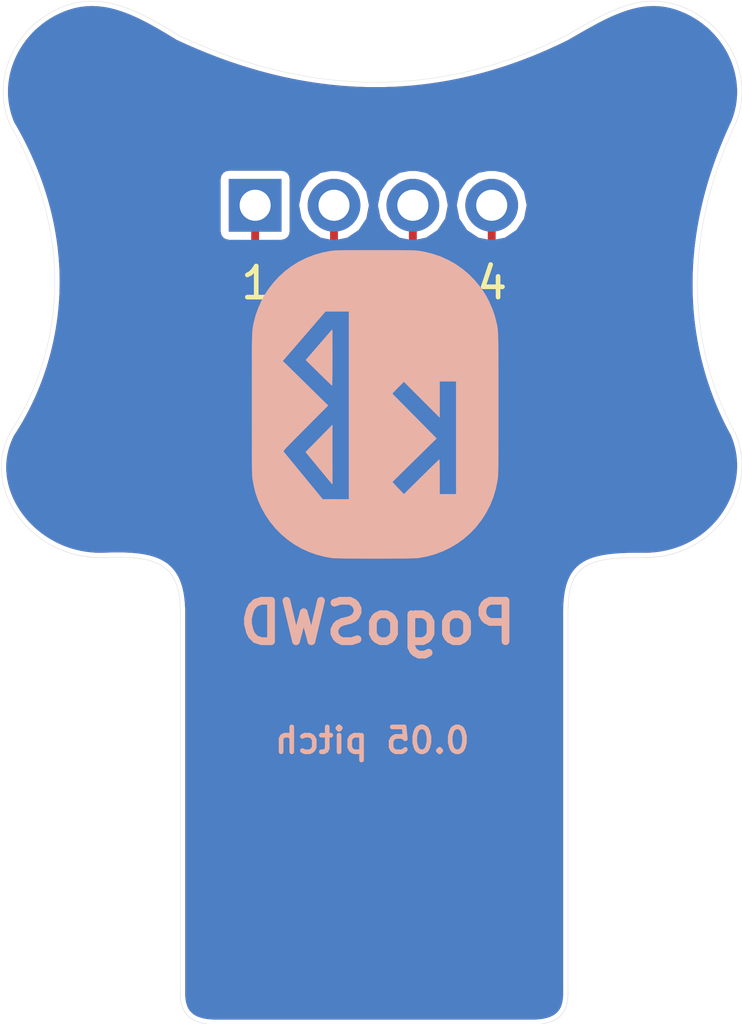
<source format=kicad_pcb>
(kicad_pcb (version 20171130) (host pcbnew "(5.0.0)")
  (layers (0 F.Cu signal) (31 B.Cu signal) (34 B.Paste user) (35 F.Paste user) (36 B.SilkS user) (37 F.SilkS user) (38 B.Mask user) (39 F.Mask user) (44 Edge.Cuts user))
  (net 0 "")
  (net 1 SWCLK)
  (net 2 SWDIO)
  (net 3 GND)
  (net 4 VDD)
  (module pogoprogC:Pin_Header_Straight_1x04_Pitch2.54 (layer F.Cu) (at 168.366 131.699 90)
    (fp_text reference J1 hide)
    (fp_text value SWD)
    (pad 1 thru_hole rect (at 0 0 90) (size 1.7 1.7) (drill 1) (layers *.Cu *.Mask) (net 1 SWCLK))
    (pad 2 thru_hole oval (at 0 2.54 90) (size 1.7 1.7) (drill 1) (layers *.Cu *.Mask) (net 2 SWDIO))
    (pad 3 thru_hole oval (at 0 5.08 90) (size 1.7 1.7) (drill 1) (layers *.Cu *.Mask) (net 3 GND))
    (pad 4 thru_hole oval (at 0 7.62 90) (size 1.7 1.7) (drill 1) (layers *.Cu *.Mask) (net 4 VDD))
  )
  (module pogoprogC:pogopin_04x01_1.27mm (layer F.Cu) (at 170.308 152.781)
    (fp_text reference J2 hide)
    (fp_text value SWD)
    (pad 4 smd oval (at 3.81 0) (size 0.66 9.1) (layers F.Cu F.Paste F.Mask) (net 4 VDD))
    (pad 3 smd oval (at 2.54 0) (size 0.66 9.1) (layers F.Cu F.Paste F.Mask) (net 3 GND))
    (pad 2 smd oval (at 1.27 0) (size 0.66 9.1) (layers F.Cu F.Paste F.Mask) (net 2 SWDIO))
    (pad 1 smd oval (at 0 0) (size 0.66 9.1) (layers F.Cu F.Paste F.Mask) (net 1 SWCLK))
  )
  (module footprints:KB_BlueMicro (layer B.Cu) (at 172.2374 138.0998 180)
    (fp_text reference G*** hide)
    (fp_text value LOGO hide)
  )
  (gr_text 4 (at 176 134.2) (layer F.SilkS) (effects (font (size 1 1))))
  (gr_text 3 (at 173.4 134.2) (layer F.SilkS) (effects (font (size 1 1))))
  (gr_text 2 (at 170.8 134.2) (layer F.SilkS) (effects (font (size 1 1))))
  (gr_text 1 (at 168.4 134.2) (layer F.SilkS) (effects (font (size 1 1))))
  (gr_text "0.05 pitch" (at 172.1358 148.9202) (layer B.SilkS) (effects (font (size 0.8 0.8)) (justify mirror)))
  (gr_text PogoSWD (at 172.3136 145.1356) (layer B.SilkS) (effects (font (size 1.3 1.3) (thickness 0.25)) (justify mirror)))
  (gr_line (start 165.956443 156.962609) (end 165.956249 156.969718) (angle 90) (layer Edge.Cuts) (width 0.01))
  (gr_line (start 165.956249 156.969718) (end 165.956074 156.976816) (angle 90) (layer Edge.Cuts) (width 0.01))
  (gr_line (start 165.956074 156.976816) (end 165.955918 156.983901) (angle 90) (layer Edge.Cuts) (width 0.01))
  (gr_line (start 165.955918 156.983901) (end 165.955782 156.990973) (angle 90) (layer Edge.Cuts) (width 0.01))
  (gr_line (start 165.955782 156.990973) (end 165.955666 156.998034) (angle 90) (layer Edge.Cuts) (width 0.01))
  (gr_line (start 165.955666 156.998034) (end 165.955569 157.005081) (angle 90) (layer Edge.Cuts) (width 0.01))
  (gr_line (start 165.955569 157.005081) (end 165.955493 157.012116) (angle 90) (layer Edge.Cuts) (width 0.01))
  (gr_line (start 165.955493 157.012116) (end 165.955438 157.019139) (angle 90) (layer Edge.Cuts) (width 0.01))
  (gr_line (start 165.955438 157.019139) (end 165.955402 157.026148) (angle 90) (layer Edge.Cuts) (width 0.01))
  (gr_line (start 165.955402 157.026148) (end 165.955388 157.033144) (angle 90) (layer Edge.Cuts) (width 0.01))
  (gr_line (start 165.955388 157.033144) (end 165.955395 157.040127) (angle 90) (layer Edge.Cuts) (width 0.01))
  (gr_line (start 165.955395 157.040127) (end 165.955423 157.047097) (angle 90) (layer Edge.Cuts) (width 0.01))
  (gr_line (start 165.955423 157.047097) (end 165.955472 157.054053) (angle 90) (layer Edge.Cuts) (width 0.01))
  (gr_line (start 165.955472 157.054053) (end 165.955543 157.060996) (angle 90) (layer Edge.Cuts) (width 0.01))
  (gr_line (start 165.955543 157.060996) (end 165.955636 157.067925) (angle 90) (layer Edge.Cuts) (width 0.01))
  (gr_line (start 165.955636 157.067925) (end 165.95575 157.07484) (angle 90) (layer Edge.Cuts) (width 0.01))
  (gr_line (start 165.95575 157.07484) (end 165.955887 157.081742) (angle 90) (layer Edge.Cuts) (width 0.01))
  (gr_line (start 165.955887 157.081742) (end 165.956046 157.088629) (angle 90) (layer Edge.Cuts) (width 0.01))
  (gr_line (start 165.956046 157.088629) (end 165.956228 157.095502) (angle 90) (layer Edge.Cuts) (width 0.01))
  (gr_line (start 165.956228 157.095502) (end 165.956433 157.102361) (angle 90) (layer Edge.Cuts) (width 0.01))
  (gr_line (start 165.956433 157.102361) (end 165.956661 157.109206) (angle 90) (layer Edge.Cuts) (width 0.01))
  (gr_line (start 165.956661 157.109206) (end 165.956912 157.116036) (angle 90) (layer Edge.Cuts) (width 0.01))
  (gr_line (start 165.956912 157.116036) (end 165.957186 157.122852) (angle 90) (layer Edge.Cuts) (width 0.01))
  (gr_line (start 165.957186 157.122852) (end 165.957484 157.129653) (angle 90) (layer Edge.Cuts) (width 0.01))
  (gr_line (start 165.957484 157.129653) (end 165.957806 157.136439) (angle 90) (layer Edge.Cuts) (width 0.01))
  (gr_line (start 165.957806 157.136439) (end 165.958152 157.143209) (angle 90) (layer Edge.Cuts) (width 0.01))
  (gr_line (start 165.958152 157.143209) (end 165.958522 157.149965) (angle 90) (layer Edge.Cuts) (width 0.01))
  (gr_line (start 165.958522 157.149965) (end 165.958917 157.156706) (angle 90) (layer Edge.Cuts) (width 0.01))
  (gr_line (start 165.958917 157.156706) (end 165.959336 157.163431) (angle 90) (layer Edge.Cuts) (width 0.01))
  (gr_line (start 165.959336 157.163431) (end 165.95978 157.170141) (angle 90) (layer Edge.Cuts) (width 0.01))
  (gr_line (start 165.95978 157.170141) (end 165.960249 157.176836) (angle 90) (layer Edge.Cuts) (width 0.01))
  (gr_line (start 165.960249 157.176836) (end 165.960743 157.183514) (angle 90) (layer Edge.Cuts) (width 0.01))
  (gr_line (start 165.960743 157.183514) (end 165.961263 157.190177) (angle 90) (layer Edge.Cuts) (width 0.01))
  (gr_line (start 165.961263 157.190177) (end 165.961809 157.196824) (angle 90) (layer Edge.Cuts) (width 0.01))
  (gr_line (start 165.961809 157.196824) (end 165.96238 157.203455) (angle 90) (layer Edge.Cuts) (width 0.01))
  (gr_line (start 165.96238 157.203455) (end 165.962977 157.210069) (angle 90) (layer Edge.Cuts) (width 0.01))
  (gr_line (start 165.962977 157.210069) (end 165.963601 157.216667) (angle 90) (layer Edge.Cuts) (width 0.01))
  (gr_line (start 165.963601 157.216667) (end 165.964251 157.223249) (angle 90) (layer Edge.Cuts) (width 0.01))
  (gr_line (start 165.964251 157.223249) (end 165.964928 157.229815) (angle 90) (layer Edge.Cuts) (width 0.01))
  (gr_line (start 165.964928 157.229815) (end 165.965631 157.236363) (angle 90) (layer Edge.Cuts) (width 0.01))
  (gr_line (start 165.965631 157.236363) (end 165.966362 157.242895) (angle 90) (layer Edge.Cuts) (width 0.01))
  (gr_line (start 165.966362 157.242895) (end 165.96712 157.24941) (angle 90) (layer Edge.Cuts) (width 0.01))
  (gr_line (start 165.96712 157.24941) (end 165.967905 157.255908) (angle 90) (layer Edge.Cuts) (width 0.01))
  (gr_line (start 165.967905 157.255908) (end 165.968718 157.262389) (angle 90) (layer Edge.Cuts) (width 0.01))
  (gr_line (start 165.968718 157.262389) (end 165.969559 157.268853) (angle 90) (layer Edge.Cuts) (width 0.01))
  (gr_line (start 165.969559 157.268853) (end 165.970428 157.275299) (angle 90) (layer Edge.Cuts) (width 0.01))
  (gr_line (start 165.970428 157.275299) (end 165.971325 157.281728) (angle 90) (layer Edge.Cuts) (width 0.01))
  (gr_line (start 165.971325 157.281728) (end 165.972251 157.288139) (angle 90) (layer Edge.Cuts) (width 0.01))
  (gr_line (start 165.972251 157.288139) (end 165.973206 157.294532) (angle 90) (layer Edge.Cuts) (width 0.01))
  (gr_line (start 165.973206 157.294532) (end 165.974189 157.300908) (angle 90) (layer Edge.Cuts) (width 0.01))
  (gr_line (start 165.974189 157.300908) (end 165.975201 157.307266) (angle 90) (layer Edge.Cuts) (width 0.01))
  (gr_line (start 165.975201 157.307266) (end 165.976243 157.313605) (angle 90) (layer Edge.Cuts) (width 0.01))
  (gr_line (start 165.976243 157.313605) (end 165.977314 157.319926) (angle 90) (layer Edge.Cuts) (width 0.01))
  (gr_line (start 165.977314 157.319926) (end 165.978415 157.326229) (angle 90) (layer Edge.Cuts) (width 0.01))
  (gr_line (start 165.978415 157.326229) (end 165.979546 157.332514) (angle 90) (layer Edge.Cuts) (width 0.01))
  (gr_line (start 165.979546 157.332514) (end 165.980707 157.33878) (angle 90) (layer Edge.Cuts) (width 0.01))
  (gr_line (start 165.980707 157.33878) (end 165.981898 157.345027) (angle 90) (layer Edge.Cuts) (width 0.01))
  (gr_line (start 165.981898 157.345027) (end 165.98312 157.351255) (angle 90) (layer Edge.Cuts) (width 0.01))
  (gr_line (start 165.98312 157.351255) (end 165.984372 157.357465) (angle 90) (layer Edge.Cuts) (width 0.01))
  (gr_line (start 165.984372 157.357465) (end 165.985655 157.363655) (angle 90) (layer Edge.Cuts) (width 0.01))
  (gr_line (start 165.985655 157.363655) (end 165.98697 157.369826) (angle 90) (layer Edge.Cuts) (width 0.01))
  (gr_line (start 165.98697 157.369826) (end 165.988315 157.375978) (angle 90) (layer Edge.Cuts) (width 0.01))
  (gr_line (start 165.988315 157.375978) (end 165.989693 157.382111) (angle 90) (layer Edge.Cuts) (width 0.01))
  (gr_line (start 165.989693 157.382111) (end 165.991102 157.388224) (angle 90) (layer Edge.Cuts) (width 0.01))
  (gr_line (start 165.991102 157.388224) (end 165.992543 157.394317) (angle 90) (layer Edge.Cuts) (width 0.01))
  (gr_line (start 165.992543 157.394317) (end 165.994015 157.40039) (angle 90) (layer Edge.Cuts) (width 0.01))
  (gr_line (start 165.994015 157.40039) (end 165.995521 157.406444) (angle 90) (layer Edge.Cuts) (width 0.01))
  (gr_line (start 165.995521 157.406444) (end 165.997059 157.412478) (angle 90) (layer Edge.Cuts) (width 0.01))
  (gr_line (start 165.997059 157.412478) (end 165.998629 157.418491) (angle 90) (layer Edge.Cuts) (width 0.01))
  (gr_line (start 165.998629 157.418491) (end 166.000233 157.424484) (angle 90) (layer Edge.Cuts) (width 0.01))
  (gr_line (start 166.000233 157.424484) (end 166.001869 157.430457) (angle 90) (layer Edge.Cuts) (width 0.01))
  (gr_line (start 166.001869 157.430457) (end 166.003539 157.43641) (angle 90) (layer Edge.Cuts) (width 0.01))
  (gr_line (start 166.003539 157.43641) (end 166.005243 157.442341) (angle 90) (layer Edge.Cuts) (width 0.01))
  (gr_line (start 166.005243 157.442341) (end 166.00698 157.448252) (angle 90) (layer Edge.Cuts) (width 0.01))
  (gr_line (start 166.00698 157.448252) (end 166.008751 157.454142) (angle 90) (layer Edge.Cuts) (width 0.01))
  (gr_line (start 166.008751 157.454142) (end 166.010557 157.460012) (angle 90) (layer Edge.Cuts) (width 0.01))
  (gr_line (start 166.010557 157.460012) (end 166.012396 157.46586) (angle 90) (layer Edge.Cuts) (width 0.01))
  (gr_line (start 166.012396 157.46586) (end 166.01427 157.471687) (angle 90) (layer Edge.Cuts) (width 0.01))
  (gr_line (start 166.01427 157.471687) (end 166.016179 157.477492) (angle 90) (layer Edge.Cuts) (width 0.01))
  (gr_line (start 166.016179 157.477492) (end 166.018123 157.483276) (angle 90) (layer Edge.Cuts) (width 0.01))
  (gr_line (start 166.018123 157.483276) (end 166.020102 157.489039) (angle 90) (layer Edge.Cuts) (width 0.01))
  (gr_line (start 166.020102 157.489039) (end 166.022117 157.494779) (angle 90) (layer Edge.Cuts) (width 0.01))
  (gr_line (start 166.022117 157.494779) (end 166.024167 157.500498) (angle 90) (layer Edge.Cuts) (width 0.01))
  (gr_line (start 166.024167 157.500498) (end 166.026253 157.506195) (angle 90) (layer Edge.Cuts) (width 0.01))
  (gr_line (start 166.026253 157.506195) (end 166.028374 157.51187) (angle 90) (layer Edge.Cuts) (width 0.01))
  (gr_line (start 166.028374 157.51187) (end 166.030532 157.517523) (angle 90) (layer Edge.Cuts) (width 0.01))
  (gr_line (start 166.030532 157.517523) (end 166.032726 157.523154) (angle 90) (layer Edge.Cuts) (width 0.01))
  (gr_line (start 166.032726 157.523154) (end 166.034957 157.528762) (angle 90) (layer Edge.Cuts) (width 0.01))
  (gr_line (start 166.034957 157.528762) (end 166.037225 157.534347) (angle 90) (layer Edge.Cuts) (width 0.01))
  (gr_line (start 166.037225 157.534347) (end 166.039529 157.53991) (angle 90) (layer Edge.Cuts) (width 0.01))
  (gr_line (start 166.039529 157.53991) (end 166.041871 157.54545) (angle 90) (layer Edge.Cuts) (width 0.01))
  (gr_line (start 166.041871 157.54545) (end 166.04425 157.550968) (angle 90) (layer Edge.Cuts) (width 0.01))
  (gr_line (start 166.04425 157.550968) (end 166.046667 157.556462) (angle 90) (layer Edge.Cuts) (width 0.01))
  (gr_line (start 166.046667 157.556462) (end 166.049121 157.561933) (angle 90) (layer Edge.Cuts) (width 0.01))
  (gr_line (start 166.049121 157.561933) (end 166.051614 157.567381) (angle 90) (layer Edge.Cuts) (width 0.01))
  (gr_line (start 166.051614 157.567381) (end 166.054144 157.572805) (angle 90) (layer Edge.Cuts) (width 0.01))
  (gr_line (start 166.054144 157.572805) (end 166.056713 157.578206) (angle 90) (layer Edge.Cuts) (width 0.01))
  (gr_line (start 166.056713 157.578206) (end 166.059321 157.583583) (angle 90) (layer Edge.Cuts) (width 0.01))
  (gr_line (start 166.059321 157.583583) (end 166.061968 157.588937) (angle 90) (layer Edge.Cuts) (width 0.01))
  (gr_line (start 166.061968 157.588937) (end 166.064653 157.594267) (angle 90) (layer Edge.Cuts) (width 0.01))
  (gr_line (start 166.064653 157.594267) (end 166.067378 157.599573) (angle 90) (layer Edge.Cuts) (width 0.01))
  (gr_line (start 166.067378 157.599573) (end 166.070142 157.604854) (angle 90) (layer Edge.Cuts) (width 0.01))
  (gr_line (start 166.070142 157.604854) (end 166.072945 157.610112) (angle 90) (layer Edge.Cuts) (width 0.01))
  (gr_line (start 166.072945 157.610112) (end 166.075789 157.615345) (angle 90) (layer Edge.Cuts) (width 0.01))
  (gr_line (start 166.075789 157.615345) (end 166.078672 157.620553) (angle 90) (layer Edge.Cuts) (width 0.01))
  (gr_line (start 166.078672 157.620553) (end 166.081596 157.625737) (angle 90) (layer Edge.Cuts) (width 0.01))
  (gr_line (start 166.081596 157.625737) (end 166.08456 157.630897) (angle 90) (layer Edge.Cuts) (width 0.01))
  (gr_line (start 166.08456 157.630897) (end 166.087565 157.636031) (angle 90) (layer Edge.Cuts) (width 0.01))
  (gr_line (start 166.087565 157.636031) (end 166.09061 157.641141) (angle 90) (layer Edge.Cuts) (width 0.01))
  (gr_line (start 166.09061 157.641141) (end 166.093697 157.646226) (angle 90) (layer Edge.Cuts) (width 0.01))
  (gr_line (start 166.093697 157.646226) (end 166.096824 157.651285) (angle 90) (layer Edge.Cuts) (width 0.01))
  (gr_line (start 166.096824 157.651285) (end 166.099994 157.656319) (angle 90) (layer Edge.Cuts) (width 0.01))
  (gr_line (start 166.099994 157.656319) (end 166.103204 157.661328) (angle 90) (layer Edge.Cuts) (width 0.01))
  (gr_line (start 166.103204 157.661328) (end 166.106457 157.666311) (angle 90) (layer Edge.Cuts) (width 0.01))
  (gr_line (start 166.106457 157.666311) (end 166.109752 157.671268) (angle 90) (layer Edge.Cuts) (width 0.01))
  (gr_line (start 166.109752 157.671268) (end 166.113088 157.6762) (angle 90) (layer Edge.Cuts) (width 0.01))
  (gr_line (start 166.113088 157.6762) (end 166.116468 157.681106) (angle 90) (layer Edge.Cuts) (width 0.01))
  (gr_line (start 166.116468 157.681106) (end 166.11989 157.685986) (angle 90) (layer Edge.Cuts) (width 0.01))
  (gr_line (start 166.11989 157.685986) (end 166.123355 157.690839) (angle 90) (layer Edge.Cuts) (width 0.01))
  (gr_line (start 166.123355 157.690839) (end 166.126862 157.695667) (angle 90) (layer Edge.Cuts) (width 0.01))
  (gr_line (start 166.126862 157.695667) (end 166.130413 157.700468) (angle 90) (layer Edge.Cuts) (width 0.01))
  (gr_line (start 166.130413 157.700468) (end 166.134008 157.705242) (angle 90) (layer Edge.Cuts) (width 0.01))
  (gr_line (start 166.134008 157.705242) (end 166.137646 157.70999) (angle 90) (layer Edge.Cuts) (width 0.01))
  (gr_line (start 166.137646 157.70999) (end 166.141328 157.714711) (angle 90) (layer Edge.Cuts) (width 0.01))
  (gr_line (start 166.141328 157.714711) (end 166.145054 157.719406) (angle 90) (layer Edge.Cuts) (width 0.01))
  (gr_line (start 166.145054 157.719406) (end 166.148825 157.724073) (angle 90) (layer Edge.Cuts) (width 0.01))
  (gr_line (start 166.148825 157.724073) (end 166.152639 157.728713) (angle 90) (layer Edge.Cuts) (width 0.01))
  (gr_line (start 166.152639 157.728713) (end 166.156499 157.733326) (angle 90) (layer Edge.Cuts) (width 0.01))
  (gr_line (start 166.156499 157.733326) (end 166.160403 157.737912) (angle 90) (layer Edge.Cuts) (width 0.01))
  (gr_line (start 166.160403 157.737912) (end 166.164353 157.74247) (angle 90) (layer Edge.Cuts) (width 0.01))
  (gr_line (start 166.164353 157.74247) (end 166.168347 157.747001) (angle 90) (layer Edge.Cuts) (width 0.01))
  (gr_line (start 166.168347 157.747001) (end 166.172387 157.751504) (angle 90) (layer Edge.Cuts) (width 0.01))
  (gr_line (start 166.172387 157.751504) (end 166.176473 157.755979) (angle 90) (layer Edge.Cuts) (width 0.01))
  (gr_line (start 166.176473 157.755979) (end 166.180605 157.760426) (angle 90) (layer Edge.Cuts) (width 0.01))
  (gr_line (start 166.180605 157.760426) (end 166.184783 157.764845) (angle 90) (layer Edge.Cuts) (width 0.01))
  (gr_line (start 166.184783 157.764845) (end 166.189007 157.769236) (angle 90) (layer Edge.Cuts) (width 0.01))
  (gr_line (start 166.189007 157.769236) (end 166.193277 157.773599) (angle 90) (layer Edge.Cuts) (width 0.01))
  (gr_line (start 166.193277 157.773599) (end 166.197594 157.777933) (angle 90) (layer Edge.Cuts) (width 0.01))
  (gr_line (start 166.197594 157.777933) (end 166.201958 157.782239) (angle 90) (layer Edge.Cuts) (width 0.01))
  (gr_line (start 166.201958 157.782239) (end 166.206369 157.786516) (angle 90) (layer Edge.Cuts) (width 0.01))
  (gr_line (start 166.206369 157.786516) (end 166.210828 157.790764) (angle 90) (layer Edge.Cuts) (width 0.01))
  (gr_line (start 166.210828 157.790764) (end 166.215334 157.794984) (angle 90) (layer Edge.Cuts) (width 0.01))
  (gr_line (start 166.215334 157.794984) (end 166.219887 157.799174) (angle 90) (layer Edge.Cuts) (width 0.01))
  (gr_line (start 166.219887 157.799174) (end 166.224489 157.803336) (angle 90) (layer Edge.Cuts) (width 0.01))
  (gr_line (start 166.224489 157.803336) (end 166.229138 157.807467) (angle 90) (layer Edge.Cuts) (width 0.01))
  (gr_line (start 166.229138 157.807467) (end 166.233836 157.81157) (angle 90) (layer Edge.Cuts) (width 0.01))
  (gr_line (start 166.233836 157.81157) (end 166.238583 157.815643) (angle 90) (layer Edge.Cuts) (width 0.01))
  (gr_line (start 166.238583 157.815643) (end 166.243378 157.819687) (angle 90) (layer Edge.Cuts) (width 0.01))
  (gr_line (start 166.243378 157.819687) (end 166.248222 157.8237) (angle 90) (layer Edge.Cuts) (width 0.01))
  (gr_line (start 166.248222 157.8237) (end 166.253115 157.827684) (angle 90) (layer Edge.Cuts) (width 0.01))
  (gr_line (start 166.253115 157.827684) (end 166.258058 157.831638) (angle 90) (layer Edge.Cuts) (width 0.01))
  (gr_line (start 166.258058 157.831638) (end 166.263049 157.835562) (angle 90) (layer Edge.Cuts) (width 0.01))
  (gr_line (start 166.263049 157.835562) (end 166.268091 157.839456) (angle 90) (layer Edge.Cuts) (width 0.01))
  (gr_line (start 166.268091 157.839456) (end 166.273183 157.843319) (angle 90) (layer Edge.Cuts) (width 0.01))
  (gr_line (start 166.273183 157.843319) (end 166.278324 157.847152) (angle 90) (layer Edge.Cuts) (width 0.01))
  (gr_line (start 166.278324 157.847152) (end 166.283516 157.850954) (angle 90) (layer Edge.Cuts) (width 0.01))
  (gr_line (start 166.283516 157.850954) (end 166.288759 157.854726) (angle 90) (layer Edge.Cuts) (width 0.01))
  (gr_line (start 166.288759 157.854726) (end 166.294052 157.858466) (angle 90) (layer Edge.Cuts) (width 0.01))
  (gr_line (start 166.294052 157.858466) (end 166.299397 157.862176) (angle 90) (layer Edge.Cuts) (width 0.01))
  (gr_line (start 166.299397 157.862176) (end 166.304792 157.865855) (angle 90) (layer Edge.Cuts) (width 0.01))
  (gr_line (start 166.304792 157.865855) (end 166.310239 157.869502) (angle 90) (layer Edge.Cuts) (width 0.01))
  (gr_line (start 166.310239 157.869502) (end 166.315737 157.873119) (angle 90) (layer Edge.Cuts) (width 0.01))
  (gr_line (start 166.315737 157.873119) (end 166.321287 157.876704) (angle 90) (layer Edge.Cuts) (width 0.01))
  (gr_line (start 166.321287 157.876704) (end 166.326889 157.880257) (angle 90) (layer Edge.Cuts) (width 0.01))
  (gr_line (start 166.326889 157.880257) (end 166.332543 157.883779) (angle 90) (layer Edge.Cuts) (width 0.01))
  (gr_line (start 166.332543 157.883779) (end 166.338249 157.887268) (angle 90) (layer Edge.Cuts) (width 0.01))
  (gr_line (start 166.338249 157.887268) (end 166.344008 157.890726) (angle 90) (layer Edge.Cuts) (width 0.01))
  (gr_line (start 166.344008 157.890726) (end 166.34982 157.894152) (angle 90) (layer Edge.Cuts) (width 0.01))
  (gr_line (start 166.34982 157.894152) (end 166.355684 157.897546) (angle 90) (layer Edge.Cuts) (width 0.01))
  (gr_line (start 166.355684 157.897546) (end 166.361602 157.900908) (angle 90) (layer Edge.Cuts) (width 0.01))
  (gr_line (start 166.361602 157.900908) (end 166.367573 157.904237) (angle 90) (layer Edge.Cuts) (width 0.01))
  (gr_line (start 166.367573 157.904237) (end 166.373598 157.907534) (angle 90) (layer Edge.Cuts) (width 0.01))
  (gr_line (start 166.373598 157.907534) (end 166.379676 157.910798) (angle 90) (layer Edge.Cuts) (width 0.01))
  (gr_line (start 166.379676 157.910798) (end 166.385809 157.914029) (angle 90) (layer Edge.Cuts) (width 0.01))
  (gr_line (start 166.385809 157.914029) (end 166.391995 157.917228) (angle 90) (layer Edge.Cuts) (width 0.01))
  (gr_line (start 166.391995 157.917228) (end 166.398236 157.920393) (angle 90) (layer Edge.Cuts) (width 0.01))
  (gr_line (start 166.398236 157.920393) (end 166.404532 157.923526) (angle 90) (layer Edge.Cuts) (width 0.01))
  (gr_line (start 166.404532 157.923526) (end 166.410882 157.926625) (angle 90) (layer Edge.Cuts) (width 0.01))
  (gr_line (start 166.410882 157.926625) (end 166.417287 157.929691) (angle 90) (layer Edge.Cuts) (width 0.01))
  (gr_line (start 166.417287 157.929691) (end 166.423748 157.932723) (angle 90) (layer Edge.Cuts) (width 0.01))
  (gr_line (start 166.423748 157.932723) (end 166.430264 157.935722) (angle 90) (layer Edge.Cuts) (width 0.01))
  (gr_line (start 166.430264 157.935722) (end 166.436835 157.938687) (angle 90) (layer Edge.Cuts) (width 0.01))
  (gr_line (start 166.436835 157.938687) (end 166.443462 157.941618) (angle 90) (layer Edge.Cuts) (width 0.01))
  (gr_line (start 166.443462 157.941618) (end 166.450145 157.944516) (angle 90) (layer Edge.Cuts) (width 0.01))
  (gr_line (start 166.450145 157.944516) (end 166.456885 157.947379) (angle 90) (layer Edge.Cuts) (width 0.01))
  (gr_line (start 166.456885 157.947379) (end 166.46368 157.950208) (angle 90) (layer Edge.Cuts) (width 0.01))
  (gr_line (start 166.46368 157.950208) (end 166.470533 157.953003) (angle 90) (layer Edge.Cuts) (width 0.01))
  (gr_line (start 166.470533 157.953003) (end 166.477442 157.955763) (angle 90) (layer Edge.Cuts) (width 0.01))
  (gr_line (start 166.477442 157.955763) (end 166.484408 157.958489) (angle 90) (layer Edge.Cuts) (width 0.01))
  (gr_line (start 166.484408 157.958489) (end 166.491431 157.96118) (angle 90) (layer Edge.Cuts) (width 0.01))
  (gr_line (start 166.491431 157.96118) (end 166.498512 157.963837) (angle 90) (layer Edge.Cuts) (width 0.01))
  (gr_line (start 166.498512 157.963837) (end 166.50565 157.966458) (angle 90) (layer Edge.Cuts) (width 0.01))
  (gr_line (start 166.50565 157.966458) (end 166.512847 157.969045) (angle 90) (layer Edge.Cuts) (width 0.01))
  (gr_line (start 166.512847 157.969045) (end 166.520101 157.971596) (angle 90) (layer Edge.Cuts) (width 0.01))
  (gr_line (start 166.520101 157.971596) (end 166.527413 157.974113) (angle 90) (layer Edge.Cuts) (width 0.01))
  (gr_line (start 166.527413 157.974113) (end 166.534784 157.976593) (angle 90) (layer Edge.Cuts) (width 0.01))
  (gr_line (start 166.534784 157.976593) (end 166.542213 157.979039) (angle 90) (layer Edge.Cuts) (width 0.01))
  (gr_line (start 166.542213 157.979039) (end 166.549701 157.981448) (angle 90) (layer Edge.Cuts) (width 0.01))
  (gr_line (start 166.549701 157.981448) (end 166.557249 157.983822) (angle 90) (layer Edge.Cuts) (width 0.01))
  (gr_line (start 166.557249 157.983822) (end 166.564855 157.98616) (angle 90) (layer Edge.Cuts) (width 0.01))
  (gr_line (start 166.564855 157.98616) (end 166.572521 157.988462) (angle 90) (layer Edge.Cuts) (width 0.01))
  (gr_line (start 166.572521 157.988462) (end 166.580246 157.990728) (angle 90) (layer Edge.Cuts) (width 0.01))
  (gr_line (start 166.580246 157.990728) (end 166.588032 157.992958) (angle 90) (layer Edge.Cuts) (width 0.01))
  (gr_line (start 166.588032 157.992958) (end 166.595877 157.995152) (angle 90) (layer Edge.Cuts) (width 0.01))
  (gr_line (start 166.595877 157.995152) (end 166.603783 157.997308) (angle 90) (layer Edge.Cuts) (width 0.01))
  (gr_line (start 166.603783 157.997308) (end 166.611749 157.999429) (angle 90) (layer Edge.Cuts) (width 0.01))
  (gr_line (start 166.611749 157.999429) (end 166.619775 158.001513) (angle 90) (layer Edge.Cuts) (width 0.01))
  (gr_line (start 166.619775 158.001513) (end 166.627863 158.003559) (angle 90) (layer Edge.Cuts) (width 0.01))
  (gr_line (start 166.627863 158.003559) (end 166.636011 158.005569) (angle 90) (layer Edge.Cuts) (width 0.01))
  (gr_line (start 166.636011 158.005569) (end 166.644221 158.007542) (angle 90) (layer Edge.Cuts) (width 0.01))
  (gr_line (start 166.644221 158.007542) (end 166.652492 158.009478) (angle 90) (layer Edge.Cuts) (width 0.01))
  (gr_line (start 166.652492 158.009478) (end 166.660825 158.011376) (angle 90) (layer Edge.Cuts) (width 0.01))
  (gr_line (start 166.660825 158.011376) (end 166.66922 158.013237) (angle 90) (layer Edge.Cuts) (width 0.01))
  (gr_line (start 166.66922 158.013237) (end 166.677677 158.015061) (angle 90) (layer Edge.Cuts) (width 0.01))
  (gr_line (start 166.677677 158.015061) (end 166.686196 158.016847) (angle 90) (layer Edge.Cuts) (width 0.01))
  (gr_line (start 166.686196 158.016847) (end 166.694777 158.018595) (angle 90) (layer Edge.Cuts) (width 0.01))
  (gr_line (start 166.694777 158.018595) (end 166.703421 158.020305) (angle 90) (layer Edge.Cuts) (width 0.01))
  (gr_line (start 166.703421 158.020305) (end 166.712128 158.021977) (angle 90) (layer Edge.Cuts) (width 0.01))
  (gr_line (start 166.712128 158.021977) (end 166.720898 158.023611) (angle 90) (layer Edge.Cuts) (width 0.01))
  (gr_line (start 166.720898 158.023611) (end 166.729731 158.025207) (angle 90) (layer Edge.Cuts) (width 0.01))
  (gr_line (start 166.729731 158.025207) (end 166.738628 158.026764) (angle 90) (layer Edge.Cuts) (width 0.01))
  (gr_line (start 166.738628 158.026764) (end 166.747589 158.028283) (angle 90) (layer Edge.Cuts) (width 0.01))
  (gr_line (start 166.747589 158.028283) (end 166.756613 158.029763) (angle 90) (layer Edge.Cuts) (width 0.01))
  (gr_line (start 166.756613 158.029763) (end 166.765701 158.031205) (angle 90) (layer Edge.Cuts) (width 0.01))
  (gr_line (start 166.765701 158.031205) (end 166.774854 158.032607) (angle 90) (layer Edge.Cuts) (width 0.01))
  (gr_line (start 166.774854 158.032607) (end 166.784071 158.033971) (angle 90) (layer Edge.Cuts) (width 0.01))
  (gr_line (start 166.784071 158.033971) (end 166.793353 158.035295) (angle 90) (layer Edge.Cuts) (width 0.01))
  (gr_line (start 166.793353 158.035295) (end 166.8027 158.036581) (angle 90) (layer Edge.Cuts) (width 0.01))
  (gr_line (start 166.8027 158.036581) (end 166.812112 158.037827) (angle 90) (layer Edge.Cuts) (width 0.01))
  (gr_line (start 166.812112 158.037827) (end 166.821589 158.039033) (angle 90) (layer Edge.Cuts) (width 0.01))
  (gr_line (start 166.821589 158.039033) (end 166.831131 158.0402) (angle 90) (layer Edge.Cuts) (width 0.01))
  (gr_line (start 166.831131 158.0402) (end 166.84074 158.041328) (angle 90) (layer Edge.Cuts) (width 0.01))
  (gr_line (start 166.84074 158.041328) (end 166.850414 158.042415) (angle 90) (layer Edge.Cuts) (width 0.01))
  (gr_line (start 166.850414 158.042415) (end 166.860154 158.043463) (angle 90) (layer Edge.Cuts) (width 0.01))
  (gr_line (start 166.860154 158.043463) (end 166.869961 158.04447) (angle 90) (layer Edge.Cuts) (width 0.01))
  (gr_line (start 166.869961 158.04447) (end 166.879834 158.045437) (angle 90) (layer Edge.Cuts) (width 0.01))
  (gr_line (start 166.879834 158.045437) (end 166.889774 158.046364) (angle 90) (layer Edge.Cuts) (width 0.01))
  (gr_line (start 166.889774 158.046364) (end 166.89978 158.047251) (angle 90) (layer Edge.Cuts) (width 0.01))
  (gr_line (start 166.89978 158.047251) (end 166.909854 158.048097) (angle 90) (layer Edge.Cuts) (width 0.01))
  (gr_line (start 166.909854 158.048097) (end 166.919995 158.048902) (angle 90) (layer Edge.Cuts) (width 0.01))
  (gr_line (start 166.919995 158.048902) (end 166.930204 158.049667) (angle 90) (layer Edge.Cuts) (width 0.01))
  (gr_line (start 166.930204 158.049667) (end 166.94048 158.050391) (angle 90) (layer Edge.Cuts) (width 0.01))
  (gr_line (start 166.94048 158.050391) (end 166.950824 158.051073) (angle 90) (layer Edge.Cuts) (width 0.01))
  (gr_line (start 166.950824 158.051073) (end 166.961237 158.051715) (angle 90) (layer Edge.Cuts) (width 0.01))
  (gr_line (start 166.961237 158.051715) (end 166.971717 158.052315) (angle 90) (layer Edge.Cuts) (width 0.01))
  (gr_line (start 166.971717 158.052315) (end 166.982267 158.052874) (angle 90) (layer Edge.Cuts) (width 0.01))
  (gr_line (start 166.982267 158.052874) (end 166.992885 158.053391) (angle 90) (layer Edge.Cuts) (width 0.01))
  (gr_line (start 166.992885 158.053391) (end 167.003571 158.053867) (angle 90) (layer Edge.Cuts) (width 0.01))
  (gr_line (start 167.003571 158.053867) (end 167.014327 158.054301) (angle 90) (layer Edge.Cuts) (width 0.01))
  (gr_line (start 167.014327 158.054301) (end 167.025153 158.054694) (angle 90) (layer Edge.Cuts) (width 0.01))
  (gr_line (start 167.025153 158.054694) (end 167.036048 158.055044) (angle 90) (layer Edge.Cuts) (width 0.01))
  (gr_line (start 167.036048 158.055044) (end 167.047012 158.055352) (angle 90) (layer Edge.Cuts) (width 0.01))
  (gr_line (start 167.047012 158.055352) (end 167.058047 158.055618) (angle 90) (layer Edge.Cuts) (width 0.01))
  (gr_line (start 167.058047 158.055618) (end 167.069151 158.055841) (angle 90) (layer Edge.Cuts) (width 0.01))
  (gr_line (start 167.069151 158.055841) (end 167.080326 158.056022) (angle 90) (layer Edge.Cuts) (width 0.01))
  (gr_line (start 167.080326 158.056022) (end 167.091572 158.056161) (angle 90) (layer Edge.Cuts) (width 0.01))
  (gr_line (start 167.091572 158.056161) (end 177.307737 158.056161) (angle 90) (layer Edge.Cuts) (width 0.01))
  (gr_line (start 178.442868 156.962609) (end 178.443086 156.969718) (angle 90) (layer Edge.Cuts) (width 0.01))
  (gr_line (start 178.443086 156.969718) (end 178.443285 156.976816) (angle 90) (layer Edge.Cuts) (width 0.01))
  (gr_line (start 178.443285 156.976816) (end 178.443464 156.983901) (angle 90) (layer Edge.Cuts) (width 0.01))
  (gr_line (start 178.443464 156.983901) (end 178.443623 156.990973) (angle 90) (layer Edge.Cuts) (width 0.01))
  (gr_line (start 178.443623 156.990973) (end 178.443762 156.998034) (angle 90) (layer Edge.Cuts) (width 0.01))
  (gr_line (start 178.443762 156.998034) (end 178.443881 157.005081) (angle 90) (layer Edge.Cuts) (width 0.01))
  (gr_line (start 178.443881 157.005081) (end 178.44398 157.012116) (angle 90) (layer Edge.Cuts) (width 0.01))
  (gr_line (start 178.44398 157.012116) (end 178.444058 157.019139) (angle 90) (layer Edge.Cuts) (width 0.01))
  (gr_line (start 178.444058 157.019139) (end 178.444116 157.026148) (angle 90) (layer Edge.Cuts) (width 0.01))
  (gr_line (start 178.444116 157.026148) (end 178.444152 157.033144) (angle 90) (layer Edge.Cuts) (width 0.01))
  (gr_line (start 178.444152 157.033144) (end 178.444167 157.040127) (angle 90) (layer Edge.Cuts) (width 0.01))
  (gr_line (start 178.444167 157.040127) (end 178.444161 157.047097) (angle 90) (layer Edge.Cuts) (width 0.01))
  (gr_line (start 178.444161 157.047097) (end 178.444134 157.054053) (angle 90) (layer Edge.Cuts) (width 0.01))
  (gr_line (start 178.444134 157.054053) (end 178.444084 157.060996) (angle 90) (layer Edge.Cuts) (width 0.01))
  (gr_line (start 178.444084 157.060996) (end 178.444012 157.067925) (angle 90) (layer Edge.Cuts) (width 0.01))
  (gr_line (start 178.444012 157.067925) (end 178.443919 157.07484) (angle 90) (layer Edge.Cuts) (width 0.01))
  (gr_line (start 178.443919 157.07484) (end 178.443803 157.081742) (angle 90) (layer Edge.Cuts) (width 0.01))
  (gr_line (start 178.443803 157.081742) (end 178.443664 157.088629) (angle 90) (layer Edge.Cuts) (width 0.01))
  (gr_line (start 178.443664 157.088629) (end 178.443502 157.095502) (angle 90) (layer Edge.Cuts) (width 0.01))
  (gr_line (start 178.443502 157.095502) (end 178.443318 157.102361) (angle 90) (layer Edge.Cuts) (width 0.01))
  (gr_line (start 178.443318 157.102361) (end 178.44311 157.109206) (angle 90) (layer Edge.Cuts) (width 0.01))
  (gr_line (start 178.44311 157.109206) (end 178.442879 157.116036) (angle 90) (layer Edge.Cuts) (width 0.01))
  (gr_line (start 178.442879 157.116036) (end 178.442624 157.122852) (angle 90) (layer Edge.Cuts) (width 0.01))
  (gr_line (start 178.442624 157.122852) (end 178.442345 157.129653) (angle 90) (layer Edge.Cuts) (width 0.01))
  (gr_line (start 178.442345 157.129653) (end 178.442043 157.136439) (angle 90) (layer Edge.Cuts) (width 0.01))
  (gr_line (start 178.442043 157.136439) (end 178.441716 157.143209) (angle 90) (layer Edge.Cuts) (width 0.01))
  (gr_line (start 178.441716 157.143209) (end 178.441365 157.149965) (angle 90) (layer Edge.Cuts) (width 0.01))
  (gr_line (start 178.441365 157.149965) (end 178.440989 157.156706) (angle 90) (layer Edge.Cuts) (width 0.01))
  (gr_line (start 178.440989 157.156706) (end 178.440588 157.163431) (angle 90) (layer Edge.Cuts) (width 0.01))
  (gr_line (start 178.440588 157.163431) (end 178.440162 157.170141) (angle 90) (layer Edge.Cuts) (width 0.01))
  (gr_line (start 178.440162 157.170141) (end 178.439711 157.176836) (angle 90) (layer Edge.Cuts) (width 0.01))
  (gr_line (start 178.439711 157.176836) (end 178.439235 157.183514) (angle 90) (layer Edge.Cuts) (width 0.01))
  (gr_line (start 178.439235 157.183514) (end 178.438733 157.190177) (angle 90) (layer Edge.Cuts) (width 0.01))
  (gr_line (start 178.438733 157.190177) (end 178.438205 157.196824) (angle 90) (layer Edge.Cuts) (width 0.01))
  (gr_line (start 178.438205 157.196824) (end 178.437651 157.203455) (angle 90) (layer Edge.Cuts) (width 0.01))
  (gr_line (start 178.437651 157.203455) (end 178.437071 157.210069) (angle 90) (layer Edge.Cuts) (width 0.01))
  (gr_line (start 178.437071 157.210069) (end 178.436464 157.216667) (angle 90) (layer Edge.Cuts) (width 0.01))
  (gr_line (start 178.436464 157.216667) (end 178.435831 157.223249) (angle 90) (layer Edge.Cuts) (width 0.01))
  (gr_line (start 178.435831 157.223249) (end 178.435171 157.229815) (angle 90) (layer Edge.Cuts) (width 0.01))
  (gr_line (start 178.435171 157.229815) (end 178.434484 157.236363) (angle 90) (layer Edge.Cuts) (width 0.01))
  (gr_line (start 178.434484 157.236363) (end 178.43377 157.242895) (angle 90) (layer Edge.Cuts) (width 0.01))
  (gr_line (start 178.43377 157.242895) (end 178.433028 157.24941) (angle 90) (layer Edge.Cuts) (width 0.01))
  (gr_line (start 178.433028 157.24941) (end 178.432258 157.255908) (angle 90) (layer Edge.Cuts) (width 0.01))
  (gr_line (start 178.432258 157.255908) (end 178.431461 157.262389) (angle 90) (layer Edge.Cuts) (width 0.01))
  (gr_line (start 178.431461 157.262389) (end 178.430635 157.268853) (angle 90) (layer Edge.Cuts) (width 0.01))
  (gr_line (start 178.430635 157.268853) (end 178.429782 157.275299) (angle 90) (layer Edge.Cuts) (width 0.01))
  (gr_line (start 178.429782 157.275299) (end 178.4289 157.281728) (angle 90) (layer Edge.Cuts) (width 0.01))
  (gr_line (start 178.4289 157.281728) (end 178.427989 157.288139) (angle 90) (layer Edge.Cuts) (width 0.01))
  (gr_line (start 178.427989 157.288139) (end 178.427049 157.294532) (angle 90) (layer Edge.Cuts) (width 0.01))
  (gr_line (start 178.427049 157.294532) (end 178.42608 157.300908) (angle 90) (layer Edge.Cuts) (width 0.01))
  (gr_line (start 178.42608 157.300908) (end 178.425082 157.307266) (angle 90) (layer Edge.Cuts) (width 0.01))
  (gr_line (start 178.425082 157.307266) (end 178.424055 157.313605) (angle 90) (layer Edge.Cuts) (width 0.01))
  (gr_line (start 178.424055 157.313605) (end 178.422998 157.319926) (angle 90) (layer Edge.Cuts) (width 0.01))
  (gr_line (start 178.422998 157.319926) (end 178.42191 157.326229) (angle 90) (layer Edge.Cuts) (width 0.01))
  (gr_line (start 178.42191 157.326229) (end 178.420793 157.332514) (angle 90) (layer Edge.Cuts) (width 0.01))
  (gr_line (start 178.420793 157.332514) (end 178.419646 157.33878) (angle 90) (layer Edge.Cuts) (width 0.01))
  (gr_line (start 178.419646 157.33878) (end 178.418468 157.345027) (angle 90) (layer Edge.Cuts) (width 0.01))
  (gr_line (start 178.418468 157.345027) (end 178.417259 157.351255) (angle 90) (layer Edge.Cuts) (width 0.01))
  (gr_line (start 178.417259 157.351255) (end 178.41602 157.357465) (angle 90) (layer Edge.Cuts) (width 0.01))
  (gr_line (start 178.41602 157.357465) (end 178.414749 157.363655) (angle 90) (layer Edge.Cuts) (width 0.01))
  (gr_line (start 178.414749 157.363655) (end 178.413447 157.369826) (angle 90) (layer Edge.Cuts) (width 0.01))
  (gr_line (start 178.413447 157.369826) (end 178.412114 157.375978) (angle 90) (layer Edge.Cuts) (width 0.01))
  (gr_line (start 178.412114 157.375978) (end 178.410749 157.382111) (angle 90) (layer Edge.Cuts) (width 0.01))
  (gr_line (start 178.410749 157.382111) (end 178.409352 157.388224) (angle 90) (layer Edge.Cuts) (width 0.01))
  (gr_line (start 178.409352 157.388224) (end 178.407922 157.394317) (angle 90) (layer Edge.Cuts) (width 0.01))
  (gr_line (start 178.407922 157.394317) (end 178.406461 157.40039) (angle 90) (layer Edge.Cuts) (width 0.01))
  (gr_line (start 178.406461 157.40039) (end 178.404967 157.406444) (angle 90) (layer Edge.Cuts) (width 0.01))
  (gr_line (start 178.404967 157.406444) (end 178.40344 157.412478) (angle 90) (layer Edge.Cuts) (width 0.01))
  (gr_line (start 178.40344 157.412478) (end 178.401881 157.418491) (angle 90) (layer Edge.Cuts) (width 0.01))
  (gr_line (start 178.401881 157.418491) (end 178.400288 157.424484) (angle 90) (layer Edge.Cuts) (width 0.01))
  (gr_line (start 178.400288 157.424484) (end 178.398662 157.430457) (angle 90) (layer Edge.Cuts) (width 0.01))
  (gr_line (start 178.398662 157.430457) (end 178.397003 157.43641) (angle 90) (layer Edge.Cuts) (width 0.01))
  (gr_line (start 178.397003 157.43641) (end 178.395309 157.442341) (angle 90) (layer Edge.Cuts) (width 0.01))
  (gr_line (start 178.395309 157.442341) (end 178.393582 157.448252) (angle 90) (layer Edge.Cuts) (width 0.01))
  (gr_line (start 178.393582 157.448252) (end 178.391821 157.454142) (angle 90) (layer Edge.Cuts) (width 0.01))
  (gr_line (start 178.391821 157.454142) (end 178.390025 157.460012) (angle 90) (layer Edge.Cuts) (width 0.01))
  (gr_line (start 178.390025 157.460012) (end 178.388195 157.46586) (angle 90) (layer Edge.Cuts) (width 0.01))
  (gr_line (start 178.388195 157.46586) (end 178.38633 157.471687) (angle 90) (layer Edge.Cuts) (width 0.01))
  (gr_line (start 178.38633 157.471687) (end 178.38443 157.477492) (angle 90) (layer Edge.Cuts) (width 0.01))
  (gr_line (start 178.38443 157.477492) (end 178.382495 157.483276) (angle 90) (layer Edge.Cuts) (width 0.01))
  (gr_line (start 178.382495 157.483276) (end 178.380525 157.489039) (angle 90) (layer Edge.Cuts) (width 0.01))
  (gr_line (start 178.380525 157.489039) (end 178.378519 157.494779) (angle 90) (layer Edge.Cuts) (width 0.01))
  (gr_line (start 178.378519 157.494779) (end 178.376478 157.500498) (angle 90) (layer Edge.Cuts) (width 0.01))
  (gr_line (start 178.376478 157.500498) (end 178.3744 157.506195) (angle 90) (layer Edge.Cuts) (width 0.01))
  (gr_line (start 178.3744 157.506195) (end 178.372286 157.51187) (angle 90) (layer Edge.Cuts) (width 0.01))
  (gr_line (start 178.372286 157.51187) (end 178.370136 157.517523) (angle 90) (layer Edge.Cuts) (width 0.01))
  (gr_line (start 178.370136 157.517523) (end 178.36795 157.523154) (angle 90) (layer Edge.Cuts) (width 0.01))
  (gr_line (start 178.36795 157.523154) (end 178.365726 157.528762) (angle 90) (layer Edge.Cuts) (width 0.01))
  (gr_line (start 178.365726 157.528762) (end 178.363466 157.534347) (angle 90) (layer Edge.Cuts) (width 0.01))
  (gr_line (start 178.363466 157.534347) (end 178.361168 157.53991) (angle 90) (layer Edge.Cuts) (width 0.01))
  (gr_line (start 178.361168 157.53991) (end 178.358834 157.54545) (angle 90) (layer Edge.Cuts) (width 0.01))
  (gr_line (start 178.358834 157.54545) (end 178.356461 157.550968) (angle 90) (layer Edge.Cuts) (width 0.01))
  (gr_line (start 178.356461 157.550968) (end 178.354051 157.556462) (angle 90) (layer Edge.Cuts) (width 0.01))
  (gr_line (start 178.354051 157.556462) (end 178.351603 157.561933) (angle 90) (layer Edge.Cuts) (width 0.01))
  (gr_line (start 178.351603 157.561933) (end 178.349116 157.567381) (angle 90) (layer Edge.Cuts) (width 0.01))
  (gr_line (start 178.349116 157.567381) (end 178.346592 157.572805) (angle 90) (layer Edge.Cuts) (width 0.01))
  (gr_line (start 178.346592 157.572805) (end 178.344028 157.578206) (angle 90) (layer Edge.Cuts) (width 0.01))
  (gr_line (start 178.344028 157.578206) (end 178.341426 157.583583) (angle 90) (layer Edge.Cuts) (width 0.01))
  (gr_line (start 178.341426 157.583583) (end 178.338785 157.588937) (angle 90) (layer Edge.Cuts) (width 0.01))
  (gr_line (start 178.338785 157.588937) (end 178.336105 157.594267) (angle 90) (layer Edge.Cuts) (width 0.01))
  (gr_line (start 178.336105 157.594267) (end 178.333386 157.599573) (angle 90) (layer Edge.Cuts) (width 0.01))
  (gr_line (start 178.333386 157.599573) (end 178.330626 157.604854) (angle 90) (layer Edge.Cuts) (width 0.01))
  (gr_line (start 178.330626 157.604854) (end 178.327827 157.610112) (angle 90) (layer Edge.Cuts) (width 0.01))
  (gr_line (start 178.327827 157.610112) (end 178.324988 157.615345) (angle 90) (layer Edge.Cuts) (width 0.01))
  (gr_line (start 178.324988 157.615345) (end 178.322109 157.620553) (angle 90) (layer Edge.Cuts) (width 0.01))
  (gr_line (start 178.322109 157.620553) (end 178.31919 157.625737) (angle 90) (layer Edge.Cuts) (width 0.01))
  (gr_line (start 178.31919 157.625737) (end 178.316229 157.630897) (angle 90) (layer Edge.Cuts) (width 0.01))
  (gr_line (start 178.316229 157.630897) (end 178.313228 157.636031) (angle 90) (layer Edge.Cuts) (width 0.01))
  (gr_line (start 178.313228 157.636031) (end 178.310187 157.641141) (angle 90) (layer Edge.Cuts) (width 0.01))
  (gr_line (start 178.310187 157.641141) (end 178.307103 157.646226) (angle 90) (layer Edge.Cuts) (width 0.01))
  (gr_line (start 178.307103 157.646226) (end 178.303979 157.651285) (angle 90) (layer Edge.Cuts) (width 0.01))
  (gr_line (start 178.303979 157.651285) (end 178.300813 157.656319) (angle 90) (layer Edge.Cuts) (width 0.01))
  (gr_line (start 178.300813 157.656319) (end 178.297605 157.661328) (angle 90) (layer Edge.Cuts) (width 0.01))
  (gr_line (start 178.297605 157.661328) (end 178.294355 157.666311) (angle 90) (layer Edge.Cuts) (width 0.01))
  (gr_line (start 178.294355 157.666311) (end 178.291062 157.671268) (angle 90) (layer Edge.Cuts) (width 0.01))
  (gr_line (start 178.291062 157.671268) (end 178.287728 157.6762) (angle 90) (layer Edge.Cuts) (width 0.01))
  (gr_line (start 178.287728 157.6762) (end 178.28435 157.681106) (angle 90) (layer Edge.Cuts) (width 0.01))
  (gr_line (start 178.28435 157.681106) (end 178.28093 157.685986) (angle 90) (layer Edge.Cuts) (width 0.01))
  (gr_line (start 178.28093 157.685986) (end 178.277467 157.690839) (angle 90) (layer Edge.Cuts) (width 0.01))
  (gr_line (start 178.277467 157.690839) (end 178.273961 157.695667) (angle 90) (layer Edge.Cuts) (width 0.01))
  (gr_line (start 178.273961 157.695667) (end 178.270411 157.700468) (angle 90) (layer Edge.Cuts) (width 0.01))
  (gr_line (start 178.270411 157.700468) (end 178.266818 157.705242) (angle 90) (layer Edge.Cuts) (width 0.01))
  (gr_line (start 178.266818 157.705242) (end 178.26318 157.70999) (angle 90) (layer Edge.Cuts) (width 0.01))
  (gr_line (start 178.26318 157.70999) (end 178.259499 157.714711) (angle 90) (layer Edge.Cuts) (width 0.01))
  (gr_line (start 178.259499 157.714711) (end 178.255774 157.719406) (angle 90) (layer Edge.Cuts) (width 0.01))
  (gr_line (start 178.255774 157.719406) (end 178.252004 157.724073) (angle 90) (layer Edge.Cuts) (width 0.01))
  (gr_line (start 178.252004 157.724073) (end 178.248189 157.728713) (angle 90) (layer Edge.Cuts) (width 0.01))
  (gr_line (start 178.248189 157.728713) (end 178.24433 157.733326) (angle 90) (layer Edge.Cuts) (width 0.01))
  (gr_line (start 178.24433 157.733326) (end 178.240425 157.737912) (angle 90) (layer Edge.Cuts) (width 0.01))
  (gr_line (start 178.240425 157.737912) (end 178.236475 157.74247) (angle 90) (layer Edge.Cuts) (width 0.01))
  (gr_line (start 178.236475 157.74247) (end 178.23248 157.747001) (angle 90) (layer Edge.Cuts) (width 0.01))
  (gr_line (start 178.23248 157.747001) (end 178.228439 157.751504) (angle 90) (layer Edge.Cuts) (width 0.01))
  (gr_line (start 178.228439 157.751504) (end 178.224352 157.755979) (angle 90) (layer Edge.Cuts) (width 0.01))
  (gr_line (start 178.224352 157.755979) (end 178.22022 157.760426) (angle 90) (layer Edge.Cuts) (width 0.01))
  (gr_line (start 178.22022 157.760426) (end 178.216041 157.764845) (angle 90) (layer Edge.Cuts) (width 0.01))
  (gr_line (start 178.216041 157.764845) (end 178.211815 157.769236) (angle 90) (layer Edge.Cuts) (width 0.01))
  (gr_line (start 178.211815 157.769236) (end 178.207543 157.773599) (angle 90) (layer Edge.Cuts) (width 0.01))
  (gr_line (start 178.207543 157.773599) (end 178.203224 157.777933) (angle 90) (layer Edge.Cuts) (width 0.01))
  (gr_line (start 178.203224 157.777933) (end 178.198858 157.782239) (angle 90) (layer Edge.Cuts) (width 0.01))
  (gr_line (start 178.198858 157.782239) (end 178.194445 157.786516) (angle 90) (layer Edge.Cuts) (width 0.01))
  (gr_line (start 178.194445 157.786516) (end 178.189984 157.790764) (angle 90) (layer Edge.Cuts) (width 0.01))
  (gr_line (start 178.189984 157.790764) (end 178.185475 157.794984) (angle 90) (layer Edge.Cuts) (width 0.01))
  (gr_line (start 178.185475 157.794984) (end 178.180919 157.799174) (angle 90) (layer Edge.Cuts) (width 0.01))
  (gr_line (start 178.180919 157.799174) (end 178.176314 157.803336) (angle 90) (layer Edge.Cuts) (width 0.01))
  (gr_line (start 178.176314 157.803336) (end 178.171662 157.807467) (angle 90) (layer Edge.Cuts) (width 0.01))
  (gr_line (start 178.171662 157.807467) (end 178.16696 157.81157) (angle 90) (layer Edge.Cuts) (width 0.01))
  (gr_line (start 178.16696 157.81157) (end 178.16221 157.815643) (angle 90) (layer Edge.Cuts) (width 0.01))
  (gr_line (start 178.16221 157.815643) (end 178.157412 157.819687) (angle 90) (layer Edge.Cuts) (width 0.01))
  (gr_line (start 178.157412 157.819687) (end 178.152564 157.8237) (angle 90) (layer Edge.Cuts) (width 0.01))
  (gr_line (start 178.152564 157.8237) (end 178.147667 157.827684) (angle 90) (layer Edge.Cuts) (width 0.01))
  (gr_line (start 178.147667 157.827684) (end 178.14272 157.831638) (angle 90) (layer Edge.Cuts) (width 0.01))
  (gr_line (start 178.14272 157.831638) (end 178.137723 157.835562) (angle 90) (layer Edge.Cuts) (width 0.01))
  (gr_line (start 178.137723 157.835562) (end 178.132677 157.839456) (angle 90) (layer Edge.Cuts) (width 0.01))
  (gr_line (start 178.132677 157.839456) (end 178.127581 157.843319) (angle 90) (layer Edge.Cuts) (width 0.01))
  (gr_line (start 178.127581 157.843319) (end 178.122434 157.847152) (angle 90) (layer Edge.Cuts) (width 0.01))
  (gr_line (start 178.122434 157.847152) (end 178.117237 157.850954) (angle 90) (layer Edge.Cuts) (width 0.01))
  (gr_line (start 178.117237 157.850954) (end 178.111989 157.854726) (angle 90) (layer Edge.Cuts) (width 0.01))
  (gr_line (start 178.111989 157.854726) (end 178.10669 157.858466) (angle 90) (layer Edge.Cuts) (width 0.01))
  (gr_line (start 178.10669 157.858466) (end 178.10134 157.862176) (angle 90) (layer Edge.Cuts) (width 0.01))
  (gr_line (start 178.10134 157.862176) (end 178.095939 157.865855) (angle 90) (layer Edge.Cuts) (width 0.01))
  (gr_line (start 178.095939 157.865855) (end 178.090486 157.869502) (angle 90) (layer Edge.Cuts) (width 0.01))
  (gr_line (start 178.090486 157.869502) (end 178.084982 157.873119) (angle 90) (layer Edge.Cuts) (width 0.01))
  (gr_line (start 178.084982 157.873119) (end 178.079425 157.876704) (angle 90) (layer Edge.Cuts) (width 0.01))
  (gr_line (start 178.079425 157.876704) (end 178.073817 157.880257) (angle 90) (layer Edge.Cuts) (width 0.01))
  (gr_line (start 178.073817 157.880257) (end 178.068156 157.883779) (angle 90) (layer Edge.Cuts) (width 0.01))
  (gr_line (start 178.068156 157.883779) (end 178.062442 157.887268) (angle 90) (layer Edge.Cuts) (width 0.01))
  (gr_line (start 178.062442 157.887268) (end 178.056676 157.890726) (angle 90) (layer Edge.Cuts) (width 0.01))
  (gr_line (start 178.056676 157.890726) (end 178.050857 157.894152) (angle 90) (layer Edge.Cuts) (width 0.01))
  (gr_line (start 178.050857 157.894152) (end 178.044985 157.897546) (angle 90) (layer Edge.Cuts) (width 0.01))
  (gr_line (start 178.044985 157.897546) (end 178.039059 157.900908) (angle 90) (layer Edge.Cuts) (width 0.01))
  (gr_line (start 178.039059 157.900908) (end 178.03308 157.904237) (angle 90) (layer Edge.Cuts) (width 0.01))
  (gr_line (start 178.03308 157.904237) (end 178.027048 157.907534) (angle 90) (layer Edge.Cuts) (width 0.01))
  (gr_line (start 178.027048 157.907534) (end 178.020961 157.910798) (angle 90) (layer Edge.Cuts) (width 0.01))
  (gr_line (start 178.020961 157.910798) (end 178.01482 157.914029) (angle 90) (layer Edge.Cuts) (width 0.01))
  (gr_line (start 178.01482 157.914029) (end 178.008625 157.917228) (angle 90) (layer Edge.Cuts) (width 0.01))
  (gr_line (start 178.008625 157.917228) (end 178.002375 157.920393) (angle 90) (layer Edge.Cuts) (width 0.01))
  (gr_line (start 178.002375 157.920393) (end 177.99607 157.923526) (angle 90) (layer Edge.Cuts) (width 0.01))
  (gr_line (start 177.99607 157.923526) (end 177.989711 157.926625) (angle 90) (layer Edge.Cuts) (width 0.01))
  (gr_line (start 177.989711 157.926625) (end 177.983296 157.929691) (angle 90) (layer Edge.Cuts) (width 0.01))
  (gr_line (start 177.983296 157.929691) (end 177.976826 157.932723) (angle 90) (layer Edge.Cuts) (width 0.01))
  (gr_line (start 177.976826 157.932723) (end 177.9703 157.935722) (angle 90) (layer Edge.Cuts) (width 0.01))
  (gr_line (start 177.9703 157.935722) (end 177.963719 157.938687) (angle 90) (layer Edge.Cuts) (width 0.01))
  (gr_line (start 177.963719 157.938687) (end 177.957082 157.941618) (angle 90) (layer Edge.Cuts) (width 0.01))
  (gr_line (start 177.957082 157.941618) (end 177.950388 157.944516) (angle 90) (layer Edge.Cuts) (width 0.01))
  (gr_line (start 177.950388 157.944516) (end 177.943638 157.947379) (angle 90) (layer Edge.Cuts) (width 0.01))
  (gr_line (start 177.943638 157.947379) (end 177.936832 157.950208) (angle 90) (layer Edge.Cuts) (width 0.01))
  (gr_line (start 177.936832 157.950208) (end 177.929969 157.953003) (angle 90) (layer Edge.Cuts) (width 0.01))
  (gr_line (start 177.929969 157.953003) (end 177.923048 157.955763) (angle 90) (layer Edge.Cuts) (width 0.01))
  (gr_line (start 177.923048 157.955763) (end 177.916071 157.958489) (angle 90) (layer Edge.Cuts) (width 0.01))
  (gr_line (start 177.916071 157.958489) (end 177.909036 157.96118) (angle 90) (layer Edge.Cuts) (width 0.01))
  (gr_line (start 177.909036 157.96118) (end 177.901944 157.963837) (angle 90) (layer Edge.Cuts) (width 0.01))
  (gr_line (start 177.901944 157.963837) (end 177.894794 157.966458) (angle 90) (layer Edge.Cuts) (width 0.01))
  (gr_line (start 177.894794 157.966458) (end 177.887586 157.969045) (angle 90) (layer Edge.Cuts) (width 0.01))
  (gr_line (start 177.887586 157.969045) (end 177.880319 157.971596) (angle 90) (layer Edge.Cuts) (width 0.01))
  (gr_line (start 177.880319 157.971596) (end 177.872995 157.974113) (angle 90) (layer Edge.Cuts) (width 0.01))
  (gr_line (start 177.872995 157.974113) (end 177.865611 157.976593) (angle 90) (layer Edge.Cuts) (width 0.01))
  (gr_line (start 177.865611 157.976593) (end 177.858169 157.979039) (angle 90) (layer Edge.Cuts) (width 0.01))
  (gr_line (start 177.858169 157.979039) (end 177.850668 157.981448) (angle 90) (layer Edge.Cuts) (width 0.01))
  (gr_line (start 177.850668 157.981448) (end 177.843108 157.983822) (angle 90) (layer Edge.Cuts) (width 0.01))
  (gr_line (start 177.843108 157.983822) (end 177.835488 157.98616) (angle 90) (layer Edge.Cuts) (width 0.01))
  (gr_line (start 177.835488 157.98616) (end 177.827809 157.988462) (angle 90) (layer Edge.Cuts) (width 0.01))
  (gr_line (start 177.827809 157.988462) (end 177.82007 157.990728) (angle 90) (layer Edge.Cuts) (width 0.01))
  (gr_line (start 177.82007 157.990728) (end 177.812271 157.992958) (angle 90) (layer Edge.Cuts) (width 0.01))
  (gr_line (start 177.812271 157.992958) (end 177.804411 157.995152) (angle 90) (layer Edge.Cuts) (width 0.01))
  (gr_line (start 177.804411 157.995152) (end 177.796492 157.997308) (angle 90) (layer Edge.Cuts) (width 0.01))
  (gr_line (start 177.796492 157.997308) (end 177.788511 157.999429) (angle 90) (layer Edge.Cuts) (width 0.01))
  (gr_line (start 177.788511 157.999429) (end 177.78047 158.001513) (angle 90) (layer Edge.Cuts) (width 0.01))
  (gr_line (start 177.78047 158.001513) (end 177.772368 158.003559) (angle 90) (layer Edge.Cuts) (width 0.01))
  (gr_line (start 177.772368 158.003559) (end 177.764204 158.005569) (angle 90) (layer Edge.Cuts) (width 0.01))
  (gr_line (start 177.764204 158.005569) (end 177.75598 158.007542) (angle 90) (layer Edge.Cuts) (width 0.01))
  (gr_line (start 177.75598 158.007542) (end 177.747693 158.009478) (angle 90) (layer Edge.Cuts) (width 0.01))
  (gr_line (start 177.747693 158.009478) (end 177.739345 158.011376) (angle 90) (layer Edge.Cuts) (width 0.01))
  (gr_line (start 177.739345 158.011376) (end 177.730934 158.013237) (angle 90) (layer Edge.Cuts) (width 0.01))
  (gr_line (start 177.730934 158.013237) (end 177.722462 158.015061) (angle 90) (layer Edge.Cuts) (width 0.01))
  (gr_line (start 177.722462 158.015061) (end 177.713927 158.016847) (angle 90) (layer Edge.Cuts) (width 0.01))
  (gr_line (start 177.713927 158.016847) (end 177.705329 158.018595) (angle 90) (layer Edge.Cuts) (width 0.01))
  (gr_line (start 177.705329 158.018595) (end 177.696669 158.020305) (angle 90) (layer Edge.Cuts) (width 0.01))
  (gr_line (start 177.696669 158.020305) (end 177.687945 158.021977) (angle 90) (layer Edge.Cuts) (width 0.01))
  (gr_line (start 177.687945 158.021977) (end 177.679158 158.023611) (angle 90) (layer Edge.Cuts) (width 0.01))
  (gr_line (start 177.679158 158.023611) (end 177.670308 158.025207) (angle 90) (layer Edge.Cuts) (width 0.01))
  (gr_line (start 177.670308 158.025207) (end 177.661394 158.026764) (angle 90) (layer Edge.Cuts) (width 0.01))
  (gr_line (start 177.661394 158.026764) (end 177.652416 158.028283) (angle 90) (layer Edge.Cuts) (width 0.01))
  (gr_line (start 177.652416 158.028283) (end 177.643375 158.029763) (angle 90) (layer Edge.Cuts) (width 0.01))
  (gr_line (start 177.643375 158.029763) (end 177.634269 158.031205) (angle 90) (layer Edge.Cuts) (width 0.01))
  (gr_line (start 177.634269 158.031205) (end 177.625098 158.032607) (angle 90) (layer Edge.Cuts) (width 0.01))
  (gr_line (start 177.625098 158.032607) (end 177.615863 158.033971) (angle 90) (layer Edge.Cuts) (width 0.01))
  (gr_line (start 177.615863 158.033971) (end 177.606563 158.035295) (angle 90) (layer Edge.Cuts) (width 0.01))
  (gr_line (start 177.606563 158.035295) (end 177.597198 158.036581) (angle 90) (layer Edge.Cuts) (width 0.01))
  (gr_line (start 177.597198 158.036581) (end 177.587767 158.037827) (angle 90) (layer Edge.Cuts) (width 0.01))
  (gr_line (start 177.587767 158.037827) (end 177.578272 158.039033) (angle 90) (layer Edge.Cuts) (width 0.01))
  (gr_line (start 177.578272 158.039033) (end 177.56871 158.0402) (angle 90) (layer Edge.Cuts) (width 0.01))
  (gr_line (start 177.56871 158.0402) (end 177.559083 158.041328) (angle 90) (layer Edge.Cuts) (width 0.01))
  (gr_line (start 177.559083 158.041328) (end 177.549389 158.042415) (angle 90) (layer Edge.Cuts) (width 0.01))
  (gr_line (start 177.549389 158.042415) (end 177.539629 158.043463) (angle 90) (layer Edge.Cuts) (width 0.01))
  (gr_line (start 177.539629 158.043463) (end 177.529803 158.04447) (angle 90) (layer Edge.Cuts) (width 0.01))
  (gr_line (start 177.529803 158.04447) (end 177.51991 158.045437) (angle 90) (layer Edge.Cuts) (width 0.01))
  (gr_line (start 177.51991 158.045437) (end 177.50995 158.046364) (angle 90) (layer Edge.Cuts) (width 0.01))
  (gr_line (start 177.50995 158.046364) (end 177.499924 158.047251) (angle 90) (layer Edge.Cuts) (width 0.01))
  (gr_line (start 177.499924 158.047251) (end 177.489829 158.048097) (angle 90) (layer Edge.Cuts) (width 0.01))
  (gr_line (start 177.489829 158.048097) (end 177.479668 158.048902) (angle 90) (layer Edge.Cuts) (width 0.01))
  (gr_line (start 177.479668 158.048902) (end 177.469438 158.049667) (angle 90) (layer Edge.Cuts) (width 0.01))
  (gr_line (start 177.469438 158.049667) (end 177.459141 158.050391) (angle 90) (layer Edge.Cuts) (width 0.01))
  (gr_line (start 177.459141 158.050391) (end 177.448776 158.051073) (angle 90) (layer Edge.Cuts) (width 0.01))
  (gr_line (start 177.448776 158.051073) (end 177.438342 158.051715) (angle 90) (layer Edge.Cuts) (width 0.01))
  (gr_line (start 177.438342 158.051715) (end 177.42784 158.052315) (angle 90) (layer Edge.Cuts) (width 0.01))
  (gr_line (start 177.42784 158.052315) (end 177.417269 158.052874) (angle 90) (layer Edge.Cuts) (width 0.01))
  (gr_line (start 177.417269 158.052874) (end 177.406629 158.053391) (angle 90) (layer Edge.Cuts) (width 0.01))
  (gr_line (start 177.406629 158.053391) (end 177.39592 158.053867) (angle 90) (layer Edge.Cuts) (width 0.01))
  (gr_line (start 177.39592 158.053867) (end 177.385142 158.054301) (angle 90) (layer Edge.Cuts) (width 0.01))
  (gr_line (start 177.385142 158.054301) (end 177.374294 158.054694) (angle 90) (layer Edge.Cuts) (width 0.01))
  (gr_line (start 177.374294 158.054694) (end 177.363377 158.055044) (angle 90) (layer Edge.Cuts) (width 0.01))
  (gr_line (start 177.363377 158.055044) (end 177.35239 158.055352) (angle 90) (layer Edge.Cuts) (width 0.01))
  (gr_line (start 177.35239 158.055352) (end 177.341332 158.055618) (angle 90) (layer Edge.Cuts) (width 0.01))
  (gr_line (start 177.341332 158.055618) (end 177.330204 158.055841) (angle 90) (layer Edge.Cuts) (width 0.01))
  (gr_line (start 177.330204 158.055841) (end 177.319006 158.056022) (angle 90) (layer Edge.Cuts) (width 0.01))
  (gr_line (start 177.319006 158.056022) (end 177.307737 158.056161) (angle 90) (layer Edge.Cuts) (width 0.01))
  (gr_line (start 165.956443 144.933499) (end 165.956443 156.962609) (angle 90) (layer Edge.Cuts) (width 0.01))
  (gr_line (start 180.880735 143.035157) (end 180.858306 143.034993) (angle 90) (layer Edge.Cuts) (width 0.01))
  (gr_line (start 180.858306 143.034993) (end 180.836004 143.034855) (angle 90) (layer Edge.Cuts) (width 0.01))
  (gr_line (start 180.836004 143.034855) (end 180.813827 143.034745) (angle 90) (layer Edge.Cuts) (width 0.01))
  (gr_line (start 180.813827 143.034745) (end 180.791776 143.034662) (angle 90) (layer Edge.Cuts) (width 0.01))
  (gr_line (start 180.791776 143.034662) (end 180.76985 143.034606) (angle 90) (layer Edge.Cuts) (width 0.01))
  (gr_line (start 180.76985 143.034606) (end 180.748049 143.034579) (angle 90) (layer Edge.Cuts) (width 0.01))
  (gr_line (start 180.748049 143.034579) (end 180.726373 143.03458) (angle 90) (layer Edge.Cuts) (width 0.01))
  (gr_line (start 180.726373 143.03458) (end 180.704821 143.03461) (angle 90) (layer Edge.Cuts) (width 0.01))
  (gr_line (start 180.704821 143.03461) (end 180.683393 143.03467) (angle 90) (layer Edge.Cuts) (width 0.01))
  (gr_line (start 180.683393 143.03467) (end 180.662089 143.034759) (angle 90) (layer Edge.Cuts) (width 0.01))
  (gr_line (start 180.662089 143.034759) (end 180.640908 143.034878) (angle 90) (layer Edge.Cuts) (width 0.01))
  (gr_line (start 180.640908 143.034878) (end 180.61985 143.035028) (angle 90) (layer Edge.Cuts) (width 0.01))
  (gr_line (start 180.61985 143.035028) (end 180.598916 143.035209) (angle 90) (layer Edge.Cuts) (width 0.01))
  (gr_line (start 180.598916 143.035209) (end 180.578104 143.03542) (angle 90) (layer Edge.Cuts) (width 0.01))
  (gr_line (start 180.578104 143.03542) (end 180.557414 143.035664) (angle 90) (layer Edge.Cuts) (width 0.01))
  (gr_line (start 180.557414 143.035664) (end 180.536846 143.035939) (angle 90) (layer Edge.Cuts) (width 0.01))
  (gr_line (start 180.536846 143.035939) (end 180.5164 143.036247) (angle 90) (layer Edge.Cuts) (width 0.01))
  (gr_line (start 180.5164 143.036247) (end 180.496075 143.036588) (angle 90) (layer Edge.Cuts) (width 0.01))
  (gr_line (start 180.496075 143.036588) (end 180.475871 143.036962) (angle 90) (layer Edge.Cuts) (width 0.01))
  (gr_line (start 180.475871 143.036962) (end 180.455788 143.037369) (angle 90) (layer Edge.Cuts) (width 0.01))
  (gr_line (start 180.455788 143.037369) (end 180.435826 143.037811) (angle 90) (layer Edge.Cuts) (width 0.01))
  (gr_line (start 180.435826 143.037811) (end 180.415984 143.038286) (angle 90) (layer Edge.Cuts) (width 0.01))
  (gr_line (start 180.415984 143.038286) (end 180.396261 143.038797) (angle 90) (layer Edge.Cuts) (width 0.01))
  (gr_line (start 180.396261 143.038797) (end 180.376659 143.039342) (angle 90) (layer Edge.Cuts) (width 0.01))
  (gr_line (start 180.376659 143.039342) (end 180.357176 143.039924) (angle 90) (layer Edge.Cuts) (width 0.01))
  (gr_line (start 180.357176 143.039924) (end 180.337812 143.040541) (angle 90) (layer Edge.Cuts) (width 0.01))
  (gr_line (start 180.337812 143.040541) (end 180.318566 143.041194) (angle 90) (layer Edge.Cuts) (width 0.01))
  (gr_line (start 180.318566 143.041194) (end 180.299439 143.041884) (angle 90) (layer Edge.Cuts) (width 0.01))
  (gr_line (start 180.299439 143.041884) (end 180.28043 143.042611) (angle 90) (layer Edge.Cuts) (width 0.01))
  (gr_line (start 180.28043 143.042611) (end 180.261539 143.043376) (angle 90) (layer Edge.Cuts) (width 0.01))
  (gr_line (start 180.261539 143.043376) (end 180.242766 143.044178) (angle 90) (layer Edge.Cuts) (width 0.01))
  (gr_line (start 180.242766 143.044178) (end 180.22411 143.045019) (angle 90) (layer Edge.Cuts) (width 0.01))
  (gr_line (start 180.22411 143.045019) (end 180.205571 143.045898) (angle 90) (layer Edge.Cuts) (width 0.01))
  (gr_line (start 180.205571 143.045898) (end 180.187149 143.046816) (angle 90) (layer Edge.Cuts) (width 0.01))
  (gr_line (start 180.187149 143.046816) (end 180.168843 143.047774) (angle 90) (layer Edge.Cuts) (width 0.01))
  (gr_line (start 180.168843 143.047774) (end 180.150653 143.048771) (angle 90) (layer Edge.Cuts) (width 0.01))
  (gr_line (start 180.150653 143.048771) (end 180.132579 143.049809) (angle 90) (layer Edge.Cuts) (width 0.01))
  (gr_line (start 180.132579 143.049809) (end 180.11462 143.050887) (angle 90) (layer Edge.Cuts) (width 0.01))
  (gr_line (start 180.11462 143.050887) (end 180.096777 143.052006) (angle 90) (layer Edge.Cuts) (width 0.01))
  (gr_line (start 180.096777 143.052006) (end 180.079049 143.053166) (angle 90) (layer Edge.Cuts) (width 0.01))
  (gr_line (start 180.079049 143.053166) (end 180.061435 143.054368) (angle 90) (layer Edge.Cuts) (width 0.01))
  (gr_line (start 180.061435 143.054368) (end 180.043936 143.055613) (angle 90) (layer Edge.Cuts) (width 0.01))
  (gr_line (start 180.043936 143.055613) (end 180.02655 143.056899) (angle 90) (layer Edge.Cuts) (width 0.01))
  (gr_line (start 180.02655 143.056899) (end 180.009279 143.058229) (angle 90) (layer Edge.Cuts) (width 0.01))
  (gr_line (start 180.009279 143.058229) (end 179.992121 143.059602) (angle 90) (layer Edge.Cuts) (width 0.01))
  (gr_line (start 179.992121 143.059602) (end 179.975076 143.061019) (angle 90) (layer Edge.Cuts) (width 0.01))
  (gr_line (start 179.975076 143.061019) (end 179.958144 143.062479) (angle 90) (layer Edge.Cuts) (width 0.01))
  (gr_line (start 179.958144 143.062479) (end 179.941324 143.063984) (angle 90) (layer Edge.Cuts) (width 0.01))
  (gr_line (start 179.941324 143.063984) (end 179.924617 143.065534) (angle 90) (layer Edge.Cuts) (width 0.01))
  (gr_line (start 179.924617 143.065534) (end 179.908022 143.067129) (angle 90) (layer Edge.Cuts) (width 0.01))
  (gr_line (start 179.908022 143.067129) (end 179.891538 143.06877) (angle 90) (layer Edge.Cuts) (width 0.01))
  (gr_line (start 179.891538 143.06877) (end 179.875166 143.070457) (angle 90) (layer Edge.Cuts) (width 0.01))
  (gr_line (start 179.875166 143.070457) (end 179.858905 143.07219) (angle 90) (layer Edge.Cuts) (width 0.01))
  (gr_line (start 179.858905 143.07219) (end 179.842755 143.07397) (angle 90) (layer Edge.Cuts) (width 0.01))
  (gr_line (start 179.842755 143.07397) (end 179.826716 143.075797) (angle 90) (layer Edge.Cuts) (width 0.01))
  (gr_line (start 179.826716 143.075797) (end 179.810786 143.077671) (angle 90) (layer Edge.Cuts) (width 0.01))
  (gr_line (start 179.810786 143.077671) (end 179.794967 143.079594) (angle 90) (layer Edge.Cuts) (width 0.01))
  (gr_line (start 179.794967 143.079594) (end 179.779257 143.081565) (angle 90) (layer Edge.Cuts) (width 0.01))
  (gr_line (start 179.779257 143.081565) (end 179.763657 143.083584) (angle 90) (layer Edge.Cuts) (width 0.01))
  (gr_line (start 179.763657 143.083584) (end 179.748165 143.085653) (angle 90) (layer Edge.Cuts) (width 0.01))
  (gr_line (start 179.748165 143.085653) (end 179.732783 143.087771) (angle 90) (layer Edge.Cuts) (width 0.01))
  (gr_line (start 179.732783 143.087771) (end 179.717509 143.089939) (angle 90) (layer Edge.Cuts) (width 0.01))
  (gr_line (start 179.717509 143.089939) (end 179.702343 143.092157) (angle 90) (layer Edge.Cuts) (width 0.01))
  (gr_line (start 179.702343 143.092157) (end 179.687285 143.094426) (angle 90) (layer Edge.Cuts) (width 0.01))
  (gr_line (start 179.687285 143.094426) (end 179.672334 143.096746) (angle 90) (layer Edge.Cuts) (width 0.01))
  (gr_line (start 179.672334 143.096746) (end 179.657491 143.099118) (angle 90) (layer Edge.Cuts) (width 0.01))
  (gr_line (start 179.657491 143.099118) (end 179.642755 143.101541) (angle 90) (layer Edge.Cuts) (width 0.01))
  (gr_line (start 179.642755 143.101541) (end 179.628125 143.104016) (angle 90) (layer Edge.Cuts) (width 0.01))
  (gr_line (start 179.628125 143.104016) (end 179.613602 143.106544) (angle 90) (layer Edge.Cuts) (width 0.01))
  (gr_line (start 179.613602 143.106544) (end 179.599185 143.109125) (angle 90) (layer Edge.Cuts) (width 0.01))
  (gr_line (start 179.599185 143.109125) (end 179.584874 143.11176) (angle 90) (layer Edge.Cuts) (width 0.01))
  (gr_line (start 179.584874 143.11176) (end 179.570668 143.114448) (angle 90) (layer Edge.Cuts) (width 0.01))
  (gr_line (start 179.570668 143.114448) (end 179.556568 143.11719) (angle 90) (layer Edge.Cuts) (width 0.01))
  (gr_line (start 179.556568 143.11719) (end 179.542573 143.119987) (angle 90) (layer Edge.Cuts) (width 0.01))
  (gr_line (start 179.542573 143.119987) (end 179.528682 143.122838) (angle 90) (layer Edge.Cuts) (width 0.01))
  (gr_line (start 179.528682 143.122838) (end 179.514895 143.125745) (angle 90) (layer Edge.Cuts) (width 0.01))
  (gr_line (start 179.514895 143.125745) (end 179.501213 143.128708) (angle 90) (layer Edge.Cuts) (width 0.01))
  (gr_line (start 179.501213 143.128708) (end 179.487634 143.131727) (angle 90) (layer Edge.Cuts) (width 0.01))
  (gr_line (start 179.487634 143.131727) (end 179.474159 143.134802) (angle 90) (layer Edge.Cuts) (width 0.01))
  (gr_line (start 179.474159 143.134802) (end 179.460787 143.137934) (angle 90) (layer Edge.Cuts) (width 0.01))
  (gr_line (start 179.460787 143.137934) (end 179.447518 143.141124) (angle 90) (layer Edge.Cuts) (width 0.01))
  (gr_line (start 179.447518 143.141124) (end 179.434352 143.144371) (angle 90) (layer Edge.Cuts) (width 0.01))
  (gr_line (start 179.434352 143.144371) (end 179.421288 143.147676) (angle 90) (layer Edge.Cuts) (width 0.01))
  (gr_line (start 179.421288 143.147676) (end 179.408325 143.151039) (angle 90) (layer Edge.Cuts) (width 0.01))
  (gr_line (start 179.408325 143.151039) (end 179.395465 143.154461) (angle 90) (layer Edge.Cuts) (width 0.01))
  (gr_line (start 179.395465 143.154461) (end 179.382706 143.157943) (angle 90) (layer Edge.Cuts) (width 0.01))
  (gr_line (start 179.382706 143.157943) (end 179.370048 143.161484) (angle 90) (layer Edge.Cuts) (width 0.01))
  (gr_line (start 179.370048 143.161484) (end 179.357491 143.165085) (angle 90) (layer Edge.Cuts) (width 0.01))
  (gr_line (start 179.357491 143.165085) (end 179.345034 143.168746) (angle 90) (layer Edge.Cuts) (width 0.01))
  (gr_line (start 179.345034 143.168746) (end 179.332678 143.172468) (angle 90) (layer Edge.Cuts) (width 0.01))
  (gr_line (start 179.332678 143.172468) (end 179.320422 143.176251) (angle 90) (layer Edge.Cuts) (width 0.01))
  (gr_line (start 179.320422 143.176251) (end 179.308265 143.180096) (angle 90) (layer Edge.Cuts) (width 0.01))
  (gr_line (start 179.308265 143.180096) (end 179.296208 143.184002) (angle 90) (layer Edge.Cuts) (width 0.01))
  (gr_line (start 179.296208 143.184002) (end 179.284249 143.187971) (angle 90) (layer Edge.Cuts) (width 0.01))
  (gr_line (start 179.284249 143.187971) (end 179.27239 143.192003) (angle 90) (layer Edge.Cuts) (width 0.01))
  (gr_line (start 179.27239 143.192003) (end 179.260629 143.196097) (angle 90) (layer Edge.Cuts) (width 0.01))
  (gr_line (start 179.260629 143.196097) (end 179.248966 143.200256) (angle 90) (layer Edge.Cuts) (width 0.01))
  (gr_line (start 179.248966 143.200256) (end 179.237401 143.204478) (angle 90) (layer Edge.Cuts) (width 0.01))
  (gr_line (start 179.237401 143.204478) (end 179.225934 143.208764) (angle 90) (layer Edge.Cuts) (width 0.01))
  (gr_line (start 179.225934 143.208764) (end 179.214564 143.213115) (angle 90) (layer Edge.Cuts) (width 0.01))
  (gr_line (start 179.214564 143.213115) (end 179.203291 143.21753) (angle 90) (layer Edge.Cuts) (width 0.01))
  (gr_line (start 179.203291 143.21753) (end 179.192114 143.222012) (angle 90) (layer Edge.Cuts) (width 0.01))
  (gr_line (start 179.192114 143.222012) (end 179.181034 143.226559) (angle 90) (layer Edge.Cuts) (width 0.01))
  (gr_line (start 179.181034 143.226559) (end 179.170051 143.231172) (angle 90) (layer Edge.Cuts) (width 0.01))
  (gr_line (start 179.170051 143.231172) (end 179.159163 143.235851) (angle 90) (layer Edge.Cuts) (width 0.01))
  (gr_line (start 179.159163 143.235851) (end 179.14837 143.240598) (angle 90) (layer Edge.Cuts) (width 0.01))
  (gr_line (start 179.14837 143.240598) (end 179.137673 143.245412) (angle 90) (layer Edge.Cuts) (width 0.01))
  (gr_line (start 179.137673 143.245412) (end 179.127071 143.250294) (angle 90) (layer Edge.Cuts) (width 0.01))
  (gr_line (start 179.127071 143.250294) (end 179.116563 143.255244) (angle 90) (layer Edge.Cuts) (width 0.01))
  (gr_line (start 179.116563 143.255244) (end 179.10615 143.260262) (angle 90) (layer Edge.Cuts) (width 0.01))
  (gr_line (start 179.10615 143.260262) (end 179.095831 143.265349) (angle 90) (layer Edge.Cuts) (width 0.01))
  (gr_line (start 179.095831 143.265349) (end 179.085606 143.270506) (angle 90) (layer Edge.Cuts) (width 0.01))
  (gr_line (start 179.085606 143.270506) (end 179.075474 143.275732) (angle 90) (layer Edge.Cuts) (width 0.01))
  (gr_line (start 179.075474 143.275732) (end 179.065435 143.281028) (angle 90) (layer Edge.Cuts) (width 0.01))
  (gr_line (start 179.065435 143.281028) (end 179.055489 143.286395) (angle 90) (layer Edge.Cuts) (width 0.01))
  (gr_line (start 179.055489 143.286395) (end 179.045636 143.291833) (angle 90) (layer Edge.Cuts) (width 0.01))
  (gr_line (start 179.045636 143.291833) (end 179.035875 143.297341) (angle 90) (layer Edge.Cuts) (width 0.01))
  (gr_line (start 179.035875 143.297341) (end 179.026206 143.302922) (angle 90) (layer Edge.Cuts) (width 0.01))
  (gr_line (start 179.026206 143.302922) (end 179.016629 143.308574) (angle 90) (layer Edge.Cuts) (width 0.01))
  (gr_line (start 179.016629 143.308574) (end 179.007143 143.314299) (angle 90) (layer Edge.Cuts) (width 0.01))
  (gr_line (start 179.007143 143.314299) (end 178.997749 143.320096) (angle 90) (layer Edge.Cuts) (width 0.01))
  (gr_line (start 178.997749 143.320096) (end 178.988445 143.325967) (angle 90) (layer Edge.Cuts) (width 0.01))
  (gr_line (start 178.988445 143.325967) (end 178.979232 143.331911) (angle 90) (layer Edge.Cuts) (width 0.01))
  (gr_line (start 178.979232 143.331911) (end 178.970109 143.337929) (angle 90) (layer Edge.Cuts) (width 0.01))
  (gr_line (start 178.970109 143.337929) (end 178.961076 143.344022) (angle 90) (layer Edge.Cuts) (width 0.01))
  (gr_line (start 178.961076 143.344022) (end 178.952133 143.350189) (angle 90) (layer Edge.Cuts) (width 0.01))
  (gr_line (start 178.952133 143.350189) (end 178.943279 143.356431) (angle 90) (layer Edge.Cuts) (width 0.01))
  (gr_line (start 178.943279 143.356431) (end 178.934514 143.362749) (angle 90) (layer Edge.Cuts) (width 0.01))
  (gr_line (start 178.934514 143.362749) (end 178.925838 143.369143) (angle 90) (layer Edge.Cuts) (width 0.01))
  (gr_line (start 178.925838 143.369143) (end 178.91725 143.375613) (angle 90) (layer Edge.Cuts) (width 0.01))
  (gr_line (start 178.91725 143.375613) (end 178.908751 143.382159) (angle 90) (layer Edge.Cuts) (width 0.01))
  (gr_line (start 178.908751 143.382159) (end 178.900339 143.388783) (angle 90) (layer Edge.Cuts) (width 0.01))
  (gr_line (start 178.900339 143.388783) (end 178.892015 143.395484) (angle 90) (layer Edge.Cuts) (width 0.01))
  (gr_line (start 178.892015 143.395484) (end 178.883778 143.402263) (angle 90) (layer Edge.Cuts) (width 0.01))
  (gr_line (start 178.883778 143.402263) (end 178.875629 143.40912) (angle 90) (layer Edge.Cuts) (width 0.01))
  (gr_line (start 178.875629 143.40912) (end 178.867566 143.416055) (angle 90) (layer Edge.Cuts) (width 0.01))
  (gr_line (start 178.867566 143.416055) (end 178.859589 143.42307) (angle 90) (layer Edge.Cuts) (width 0.01))
  (gr_line (start 178.859589 143.42307) (end 178.851699 143.430164) (angle 90) (layer Edge.Cuts) (width 0.01))
  (gr_line (start 178.851699 143.430164) (end 178.843895 143.437338) (angle 90) (layer Edge.Cuts) (width 0.01))
  (gr_line (start 178.843895 143.437338) (end 178.836176 143.444592) (angle 90) (layer Edge.Cuts) (width 0.01))
  (gr_line (start 178.836176 143.444592) (end 178.828542 143.451926) (angle 90) (layer Edge.Cuts) (width 0.01))
  (gr_line (start 178.828542 143.451926) (end 178.820993 143.459341) (angle 90) (layer Edge.Cuts) (width 0.01))
  (gr_line (start 178.820993 143.459341) (end 178.813529 143.466838) (angle 90) (layer Edge.Cuts) (width 0.01))
  (gr_line (start 178.813529 143.466838) (end 178.80615 143.474416) (angle 90) (layer Edge.Cuts) (width 0.01))
  (gr_line (start 178.80615 143.474416) (end 178.798854 143.482077) (angle 90) (layer Edge.Cuts) (width 0.01))
  (gr_line (start 178.798854 143.482077) (end 178.791642 143.48982) (angle 90) (layer Edge.Cuts) (width 0.01))
  (gr_line (start 178.791642 143.48982) (end 178.784514 143.497646) (angle 90) (layer Edge.Cuts) (width 0.01))
  (gr_line (start 178.784514 143.497646) (end 178.777469 143.505555) (angle 90) (layer Edge.Cuts) (width 0.01))
  (gr_line (start 178.777469 143.505555) (end 178.770507 143.513547) (angle 90) (layer Edge.Cuts) (width 0.01))
  (gr_line (start 178.770507 143.513547) (end 178.763627 143.521624) (angle 90) (layer Edge.Cuts) (width 0.01))
  (gr_line (start 178.763627 143.521624) (end 178.75683 143.529785) (angle 90) (layer Edge.Cuts) (width 0.01))
  (gr_line (start 178.75683 143.529785) (end 178.750114 143.538031) (angle 90) (layer Edge.Cuts) (width 0.01))
  (gr_line (start 178.750114 143.538031) (end 178.743481 143.546362) (angle 90) (layer Edge.Cuts) (width 0.01))
  (gr_line (start 178.743481 143.546362) (end 178.736929 143.554779) (angle 90) (layer Edge.Cuts) (width 0.01))
  (gr_line (start 178.736929 143.554779) (end 178.730458 143.563282) (angle 90) (layer Edge.Cuts) (width 0.01))
  (gr_line (start 178.730458 143.563282) (end 178.724068 143.571871) (angle 90) (layer Edge.Cuts) (width 0.01))
  (gr_line (start 178.724068 143.571871) (end 178.717758 143.580546) (angle 90) (layer Edge.Cuts) (width 0.01))
  (gr_line (start 178.717758 143.580546) (end 178.711529 143.589309) (angle 90) (layer Edge.Cuts) (width 0.01))
  (gr_line (start 178.711529 143.589309) (end 178.705379 143.59816) (angle 90) (layer Edge.Cuts) (width 0.01))
  (gr_line (start 178.705379 143.59816) (end 178.69931 143.607098) (angle 90) (layer Edge.Cuts) (width 0.01))
  (gr_line (start 178.69931 143.607098) (end 178.693319 143.616124) (angle 90) (layer Edge.Cuts) (width 0.01))
  (gr_line (start 178.693319 143.616124) (end 178.687408 143.62524) (angle 90) (layer Edge.Cuts) (width 0.01))
  (gr_line (start 178.687408 143.62524) (end 178.681576 143.634444) (angle 90) (layer Edge.Cuts) (width 0.01))
  (gr_line (start 178.681576 143.634444) (end 178.675822 143.643738) (angle 90) (layer Edge.Cuts) (width 0.01))
  (gr_line (start 178.675822 143.643738) (end 178.670146 143.653122) (angle 90) (layer Edge.Cuts) (width 0.01))
  (gr_line (start 178.670146 143.653122) (end 178.664548 143.662596) (angle 90) (layer Edge.Cuts) (width 0.01))
  (gr_line (start 178.664548 143.662596) (end 178.659028 143.67216) (angle 90) (layer Edge.Cuts) (width 0.01))
  (gr_line (start 178.659028 143.67216) (end 178.653585 143.681816) (angle 90) (layer Edge.Cuts) (width 0.01))
  (gr_line (start 178.653585 143.681816) (end 178.648219 143.691563) (angle 90) (layer Edge.Cuts) (width 0.01))
  (gr_line (start 178.648219 143.691563) (end 178.64293 143.701401) (angle 90) (layer Edge.Cuts) (width 0.01))
  (gr_line (start 178.64293 143.701401) (end 178.637717 143.711332) (angle 90) (layer Edge.Cuts) (width 0.01))
  (gr_line (start 178.637717 143.711332) (end 178.632581 143.721356) (angle 90) (layer Edge.Cuts) (width 0.01))
  (gr_line (start 178.632581 143.721356) (end 178.62752 143.731472) (angle 90) (layer Edge.Cuts) (width 0.01))
  (gr_line (start 178.62752 143.731472) (end 178.622535 143.741682) (angle 90) (layer Edge.Cuts) (width 0.01))
  (gr_line (start 178.622535 143.741682) (end 178.617625 143.751985) (angle 90) (layer Edge.Cuts) (width 0.01))
  (gr_line (start 178.617625 143.751985) (end 178.61279 143.762383) (angle 90) (layer Edge.Cuts) (width 0.01))
  (gr_line (start 178.61279 143.762383) (end 178.60803 143.772875) (angle 90) (layer Edge.Cuts) (width 0.01))
  (gr_line (start 178.60803 143.772875) (end 178.603344 143.783462) (angle 90) (layer Edge.Cuts) (width 0.01))
  (gr_line (start 178.603344 143.783462) (end 178.598732 143.794144) (angle 90) (layer Edge.Cuts) (width 0.01))
  (gr_line (start 178.598732 143.794144) (end 178.594194 143.804922) (angle 90) (layer Edge.Cuts) (width 0.01))
  (gr_line (start 178.594194 143.804922) (end 178.589729 143.815796) (angle 90) (layer Edge.Cuts) (width 0.01))
  (gr_line (start 178.589729 143.815796) (end 178.585338 143.826767) (angle 90) (layer Edge.Cuts) (width 0.01))
  (gr_line (start 178.585338 143.826767) (end 178.58102 143.837834) (angle 90) (layer Edge.Cuts) (width 0.01))
  (gr_line (start 178.58102 143.837834) (end 178.576774 143.848999) (angle 90) (layer Edge.Cuts) (width 0.01))
  (gr_line (start 178.576774 143.848999) (end 178.572601 143.860261) (angle 90) (layer Edge.Cuts) (width 0.01))
  (gr_line (start 178.572601 143.860261) (end 178.568499 143.871621) (angle 90) (layer Edge.Cuts) (width 0.01))
  (gr_line (start 178.568499 143.871621) (end 178.564469 143.883079) (angle 90) (layer Edge.Cuts) (width 0.01))
  (gr_line (start 178.564469 143.883079) (end 178.560511 143.894637) (angle 90) (layer Edge.Cuts) (width 0.01))
  (gr_line (start 178.560511 143.894637) (end 178.556624 143.906293) (angle 90) (layer Edge.Cuts) (width 0.01))
  (gr_line (start 178.556624 143.906293) (end 178.552808 143.918049) (angle 90) (layer Edge.Cuts) (width 0.01))
  (gr_line (start 178.552808 143.918049) (end 178.549062 143.929905) (angle 90) (layer Edge.Cuts) (width 0.01))
  (gr_line (start 178.549062 143.929905) (end 178.545387 143.941861) (angle 90) (layer Edge.Cuts) (width 0.01))
  (gr_line (start 178.545387 143.941861) (end 178.541781 143.953918) (angle 90) (layer Edge.Cuts) (width 0.01))
  (gr_line (start 178.541781 143.953918) (end 178.538246 143.966076) (angle 90) (layer Edge.Cuts) (width 0.01))
  (gr_line (start 178.538246 143.966076) (end 178.534779 143.978336) (angle 90) (layer Edge.Cuts) (width 0.01))
  (gr_line (start 178.534779 143.978336) (end 178.531382 143.990697) (angle 90) (layer Edge.Cuts) (width 0.01))
  (gr_line (start 178.531382 143.990697) (end 178.528054 144.003161) (angle 90) (layer Edge.Cuts) (width 0.01))
  (gr_line (start 178.528054 144.003161) (end 178.524794 144.015727) (angle 90) (layer Edge.Cuts) (width 0.01))
  (gr_line (start 178.524794 144.015727) (end 178.521602 144.028397) (angle 90) (layer Edge.Cuts) (width 0.01))
  (gr_line (start 178.521602 144.028397) (end 178.518478 144.04117) (angle 90) (layer Edge.Cuts) (width 0.01))
  (gr_line (start 178.518478 144.04117) (end 178.515422 144.054046) (angle 90) (layer Edge.Cuts) (width 0.01))
  (gr_line (start 178.515422 144.054046) (end 178.512433 144.067027) (angle 90) (layer Edge.Cuts) (width 0.01))
  (gr_line (start 178.512433 144.067027) (end 178.509511 144.080112) (angle 90) (layer Edge.Cuts) (width 0.01))
  (gr_line (start 178.509511 144.080112) (end 178.506656 144.093303) (angle 90) (layer Edge.Cuts) (width 0.01))
  (gr_line (start 178.506656 144.093303) (end 178.503867 144.106599) (angle 90) (layer Edge.Cuts) (width 0.01))
  (gr_line (start 178.503867 144.106599) (end 178.501145 144.12) (angle 90) (layer Edge.Cuts) (width 0.01))
  (gr_line (start 178.501145 144.12) (end 178.498488 144.133508) (angle 90) (layer Edge.Cuts) (width 0.01))
  (gr_line (start 178.498488 144.133508) (end 178.495897 144.147122) (angle 90) (layer Edge.Cuts) (width 0.01))
  (gr_line (start 178.495897 144.147122) (end 178.493371 144.160843) (angle 90) (layer Edge.Cuts) (width 0.01))
  (gr_line (start 178.493371 144.160843) (end 178.49091 144.174672) (angle 90) (layer Edge.Cuts) (width 0.01))
  (gr_line (start 178.49091 144.174672) (end 178.488514 144.188608) (angle 90) (layer Edge.Cuts) (width 0.01))
  (gr_line (start 178.488514 144.188608) (end 178.486182 144.202652) (angle 90) (layer Edge.Cuts) (width 0.01))
  (gr_line (start 178.486182 144.202652) (end 178.483915 144.216805) (angle 90) (layer Edge.Cuts) (width 0.01))
  (gr_line (start 178.483915 144.216805) (end 178.481711 144.231067) (angle 90) (layer Edge.Cuts) (width 0.01))
  (gr_line (start 178.481711 144.231067) (end 178.47957 144.245438) (angle 90) (layer Edge.Cuts) (width 0.01))
  (gr_line (start 178.47957 144.245438) (end 178.477493 144.259918) (angle 90) (layer Edge.Cuts) (width 0.01))
  (gr_line (start 178.477493 144.259918) (end 178.475479 144.274509) (angle 90) (layer Edge.Cuts) (width 0.01))
  (gr_line (start 178.475479 144.274509) (end 178.473527 144.28921) (angle 90) (layer Edge.Cuts) (width 0.01))
  (gr_line (start 178.473527 144.28921) (end 178.471638 144.304021) (angle 90) (layer Edge.Cuts) (width 0.01))
  (gr_line (start 178.471638 144.304021) (end 178.469811 144.318944) (angle 90) (layer Edge.Cuts) (width 0.01))
  (gr_line (start 178.469811 144.318944) (end 178.468045 144.333979) (angle 90) (layer Edge.Cuts) (width 0.01))
  (gr_line (start 178.468045 144.333979) (end 178.466341 144.349125) (angle 90) (layer Edge.Cuts) (width 0.01))
  (gr_line (start 178.466341 144.349125) (end 178.464698 144.364384) (angle 90) (layer Edge.Cuts) (width 0.01))
  (gr_line (start 178.464698 144.364384) (end 178.463116 144.379756) (angle 90) (layer Edge.Cuts) (width 0.01))
  (gr_line (start 178.463116 144.379756) (end 178.461595 144.395241) (angle 90) (layer Edge.Cuts) (width 0.01))
  (gr_line (start 178.461595 144.395241) (end 178.460134 144.410839) (angle 90) (layer Edge.Cuts) (width 0.01))
  (gr_line (start 178.460134 144.410839) (end 178.458732 144.426551) (angle 90) (layer Edge.Cuts) (width 0.01))
  (gr_line (start 178.458732 144.426551) (end 178.457391 144.442377) (angle 90) (layer Edge.Cuts) (width 0.01))
  (gr_line (start 178.457391 144.442377) (end 178.456109 144.458319) (angle 90) (layer Edge.Cuts) (width 0.01))
  (gr_line (start 178.456109 144.458319) (end 178.454886 144.474375) (angle 90) (layer Edge.Cuts) (width 0.01))
  (gr_line (start 178.454886 144.474375) (end 178.453721 144.490547) (angle 90) (layer Edge.Cuts) (width 0.01))
  (gr_line (start 178.453721 144.490547) (end 178.452616 144.506834) (angle 90) (layer Edge.Cuts) (width 0.01))
  (gr_line (start 178.452616 144.506834) (end 178.451568 144.523238) (angle 90) (layer Edge.Cuts) (width 0.01))
  (gr_line (start 178.451568 144.523238) (end 178.450579 144.539758) (angle 90) (layer Edge.Cuts) (width 0.01))
  (gr_line (start 178.450579 144.539758) (end 178.449647 144.556396) (angle 90) (layer Edge.Cuts) (width 0.01))
  (gr_line (start 178.449647 144.556396) (end 178.448772 144.573151) (angle 90) (layer Edge.Cuts) (width 0.01))
  (gr_line (start 178.448772 144.573151) (end 178.447954 144.590023) (angle 90) (layer Edge.Cuts) (width 0.01))
  (gr_line (start 178.447954 144.590023) (end 178.447194 144.607014) (angle 90) (layer Edge.Cuts) (width 0.01))
  (gr_line (start 178.447194 144.607014) (end 178.446489 144.624123) (angle 90) (layer Edge.Cuts) (width 0.01))
  (gr_line (start 178.446489 144.624123) (end 178.445841 144.641352) (angle 90) (layer Edge.Cuts) (width 0.01))
  (gr_line (start 178.445841 144.641352) (end 178.445249 144.658699) (angle 90) (layer Edge.Cuts) (width 0.01))
  (gr_line (start 178.445249 144.658699) (end 178.444712 144.676167) (angle 90) (layer Edge.Cuts) (width 0.01))
  (gr_line (start 178.444712 144.676167) (end 178.444231 144.693754) (angle 90) (layer Edge.Cuts) (width 0.01))
  (gr_line (start 178.444231 144.693754) (end 178.443804 144.711462) (angle 90) (layer Edge.Cuts) (width 0.01))
  (gr_line (start 178.443804 144.711462) (end 178.443432 144.729291) (angle 90) (layer Edge.Cuts) (width 0.01))
  (gr_line (start 178.443432 144.729291) (end 178.443115 144.747241) (angle 90) (layer Edge.Cuts) (width 0.01))
  (gr_line (start 178.443115 144.747241) (end 178.442852 144.765313) (angle 90) (layer Edge.Cuts) (width 0.01))
  (gr_line (start 178.442852 144.765313) (end 178.442642 144.783507) (angle 90) (layer Edge.Cuts) (width 0.01))
  (gr_line (start 178.442642 144.783507) (end 178.442486 144.801823) (angle 90) (layer Edge.Cuts) (width 0.01))
  (gr_line (start 178.442486 144.801823) (end 178.442383 144.820263) (angle 90) (layer Edge.Cuts) (width 0.01))
  (gr_line (start 178.442383 144.820263) (end 178.442333 144.838825) (angle 90) (layer Edge.Cuts) (width 0.01))
  (gr_line (start 178.442333 144.838825) (end 178.442336 144.857511) (angle 90) (layer Edge.Cuts) (width 0.01))
  (gr_line (start 178.442336 144.857511) (end 178.442391 144.876321) (angle 90) (layer Edge.Cuts) (width 0.01))
  (gr_line (start 178.442391 144.876321) (end 178.442499 144.895255) (angle 90) (layer Edge.Cuts) (width 0.01))
  (gr_line (start 178.442499 144.895255) (end 178.442658 144.914315) (angle 90) (layer Edge.Cuts) (width 0.01))
  (gr_line (start 178.442658 144.914315) (end 178.442868 144.933499) (angle 90) (layer Edge.Cuts) (width 0.01))
  (gr_line (start 160.466205 129.10022) (end 160.458795 129.082901) (angle 90) (layer Edge.Cuts) (width 0.01))
  (gr_line (start 160.458795 129.082901) (end 160.451519 129.06556) (angle 90) (layer Edge.Cuts) (width 0.01))
  (gr_line (start 160.451519 129.06556) (end 160.444376 129.048199) (angle 90) (layer Edge.Cuts) (width 0.01))
  (gr_line (start 160.444376 129.048199) (end 160.437365 129.030819) (angle 90) (layer Edge.Cuts) (width 0.01))
  (gr_line (start 160.437365 129.030819) (end 160.430487 129.013419) (angle 90) (layer Edge.Cuts) (width 0.01))
  (gr_line (start 160.430487 129.013419) (end 160.42374 128.996) (angle 90) (layer Edge.Cuts) (width 0.01))
  (gr_line (start 160.42374 128.996) (end 160.417126 128.978563) (angle 90) (layer Edge.Cuts) (width 0.01))
  (gr_line (start 160.417126 128.978563) (end 160.410643 128.961107) (angle 90) (layer Edge.Cuts) (width 0.01))
  (gr_line (start 160.410643 128.961107) (end 160.404291 128.943634) (angle 90) (layer Edge.Cuts) (width 0.01))
  (gr_line (start 160.404291 128.943634) (end 160.398071 128.926145) (angle 90) (layer Edge.Cuts) (width 0.01))
  (gr_line (start 160.398071 128.926145) (end 160.391981 128.908638) (angle 90) (layer Edge.Cuts) (width 0.01))
  (gr_line (start 160.391981 128.908638) (end 160.386022 128.891116) (angle 90) (layer Edge.Cuts) (width 0.01))
  (gr_line (start 160.386022 128.891116) (end 160.380192 128.873578) (angle 90) (layer Edge.Cuts) (width 0.01))
  (gr_line (start 160.380192 128.873578) (end 160.374493 128.856025) (angle 90) (layer Edge.Cuts) (width 0.01))
  (gr_line (start 160.374493 128.856025) (end 160.368923 128.838457) (angle 90) (layer Edge.Cuts) (width 0.01))
  (gr_line (start 160.368923 128.838457) (end 160.363483 128.820876) (angle 90) (layer Edge.Cuts) (width 0.01))
  (gr_line (start 160.363483 128.820876) (end 160.358172 128.80328) (angle 90) (layer Edge.Cuts) (width 0.01))
  (gr_line (start 160.358172 128.80328) (end 160.35299 128.785672) (angle 90) (layer Edge.Cuts) (width 0.01))
  (gr_line (start 160.35299 128.785672) (end 160.347936 128.768051) (angle 90) (layer Edge.Cuts) (width 0.01))
  (gr_line (start 160.347936 128.768051) (end 160.34301 128.750417) (angle 90) (layer Edge.Cuts) (width 0.01))
  (gr_line (start 160.34301 128.750417) (end 160.338213 128.732772) (angle 90) (layer Edge.Cuts) (width 0.01))
  (gr_line (start 160.338213 128.732772) (end 160.333543 128.715116) (angle 90) (layer Edge.Cuts) (width 0.01))
  (gr_line (start 160.333543 128.715116) (end 160.329001 128.697449) (angle 90) (layer Edge.Cuts) (width 0.01))
  (gr_line (start 160.329001 128.697449) (end 160.324586 128.679772) (angle 90) (layer Edge.Cuts) (width 0.01))
  (gr_line (start 160.324586 128.679772) (end 160.320298 128.662085) (angle 90) (layer Edge.Cuts) (width 0.01))
  (gr_line (start 160.320298 128.662085) (end 160.316136 128.644388) (angle 90) (layer Edge.Cuts) (width 0.01))
  (gr_line (start 160.316136 128.644388) (end 160.312101 128.626683) (angle 90) (layer Edge.Cuts) (width 0.01))
  (gr_line (start 160.312101 128.626683) (end 160.308192 128.60897) (angle 90) (layer Edge.Cuts) (width 0.01))
  (gr_line (start 160.308192 128.60897) (end 160.304409 128.591248) (angle 90) (layer Edge.Cuts) (width 0.01))
  (gr_line (start 160.304409 128.591248) (end 160.300751 128.57352) (angle 90) (layer Edge.Cuts) (width 0.01))
  (gr_line (start 160.300751 128.57352) (end 160.297219 128.555784) (angle 90) (layer Edge.Cuts) (width 0.01))
  (gr_line (start 160.297219 128.555784) (end 160.293812 128.538042) (angle 90) (layer Edge.Cuts) (width 0.01))
  (gr_line (start 160.293812 128.538042) (end 160.290529 128.520294) (angle 90) (layer Edge.Cuts) (width 0.01))
  (gr_line (start 160.290529 128.520294) (end 160.287371 128.502541) (angle 90) (layer Edge.Cuts) (width 0.01))
  (gr_line (start 160.287371 128.502541) (end 160.284337 128.484782) (angle 90) (layer Edge.Cuts) (width 0.01))
  (gr_line (start 160.284337 128.484782) (end 160.281427 128.46702) (angle 90) (layer Edge.Cuts) (width 0.01))
  (gr_line (start 160.281427 128.46702) (end 160.278641 128.449253) (angle 90) (layer Edge.Cuts) (width 0.01))
  (gr_line (start 160.278641 128.449253) (end 160.275978 128.431482) (angle 90) (layer Edge.Cuts) (width 0.01))
  (gr_line (start 160.275978 128.431482) (end 160.273438 128.413709) (angle 90) (layer Edge.Cuts) (width 0.01))
  (gr_line (start 160.273438 128.413709) (end 160.271021 128.395933) (angle 90) (layer Edge.Cuts) (width 0.01))
  (gr_line (start 160.271021 128.395933) (end 160.268727 128.378155) (angle 90) (layer Edge.Cuts) (width 0.01))
  (gr_line (start 160.268727 128.378155) (end 160.266555 128.360376) (angle 90) (layer Edge.Cuts) (width 0.01))
  (gr_line (start 160.266555 128.360376) (end 160.264504 128.342595) (angle 90) (layer Edge.Cuts) (width 0.01))
  (gr_line (start 160.264504 128.342595) (end 160.262576 128.324814) (angle 90) (layer Edge.Cuts) (width 0.01))
  (gr_line (start 160.262576 128.324814) (end 160.260769 128.307032) (angle 90) (layer Edge.Cuts) (width 0.01))
  (gr_line (start 160.260769 128.307032) (end 160.259084 128.289251) (angle 90) (layer Edge.Cuts) (width 0.01))
  (gr_line (start 160.259084 128.289251) (end 160.257519 128.271471) (angle 90) (layer Edge.Cuts) (width 0.01))
  (gr_line (start 160.257519 128.271471) (end 160.256075 128.253692) (angle 90) (layer Edge.Cuts) (width 0.01))
  (gr_line (start 160.256075 128.253692) (end 160.254751 128.235914) (angle 90) (layer Edge.Cuts) (width 0.01))
  (gr_line (start 160.254751 128.235914) (end 160.253547 128.218139) (angle 90) (layer Edge.Cuts) (width 0.01))
  (gr_line (start 160.253547 128.218139) (end 160.252464 128.200367) (angle 90) (layer Edge.Cuts) (width 0.01))
  (gr_line (start 160.252464 128.200367) (end 160.2515 128.182598) (angle 90) (layer Edge.Cuts) (width 0.01))
  (gr_line (start 160.2515 128.182598) (end 160.250655 128.164833) (angle 90) (layer Edge.Cuts) (width 0.01))
  (gr_line (start 160.250655 128.164833) (end 160.249929 128.147072) (angle 90) (layer Edge.Cuts) (width 0.01))
  (gr_line (start 160.249929 128.147072) (end 160.249322 128.129315) (angle 90) (layer Edge.Cuts) (width 0.01))
  (gr_line (start 160.249322 128.129315) (end 160.248833 128.111564) (angle 90) (layer Edge.Cuts) (width 0.01))
  (gr_line (start 160.248833 128.111564) (end 160.248463 128.093818) (angle 90) (layer Edge.Cuts) (width 0.01))
  (gr_line (start 160.248463 128.093818) (end 160.24821 128.076079) (angle 90) (layer Edge.Cuts) (width 0.01))
  (gr_line (start 160.24821 128.076079) (end 160.248075 128.058346) (angle 90) (layer Edge.Cuts) (width 0.01))
  (gr_line (start 160.248075 128.058346) (end 160.248058 128.04062) (angle 90) (layer Edge.Cuts) (width 0.01))
  (gr_line (start 160.248058 128.04062) (end 160.248158 128.022901) (angle 90) (layer Edge.Cuts) (width 0.01))
  (gr_line (start 160.248158 128.022901) (end 160.248374 128.005191) (angle 90) (layer Edge.Cuts) (width 0.01))
  (gr_line (start 160.248374 128.005191) (end 160.248707 127.987489) (angle 90) (layer Edge.Cuts) (width 0.01))
  (gr_line (start 160.248707 127.987489) (end 160.249157 127.969796) (angle 90) (layer Edge.Cuts) (width 0.01))
  (gr_line (start 160.249157 127.969796) (end 160.249722 127.952113) (angle 90) (layer Edge.Cuts) (width 0.01))
  (gr_line (start 160.249722 127.952113) (end 160.250403 127.93444) (angle 90) (layer Edge.Cuts) (width 0.01))
  (gr_line (start 160.250403 127.93444) (end 160.2512 127.916777) (angle 90) (layer Edge.Cuts) (width 0.01))
  (gr_line (start 160.2512 127.916777) (end 160.252112 127.899125) (angle 90) (layer Edge.Cuts) (width 0.01))
  (gr_line (start 160.252112 127.899125) (end 160.253138 127.881484) (angle 90) (layer Edge.Cuts) (width 0.01))
  (gr_line (start 160.253138 127.881484) (end 160.25428 127.863856) (angle 90) (layer Edge.Cuts) (width 0.01))
  (gr_line (start 160.25428 127.863856) (end 160.255536 127.846239) (angle 90) (layer Edge.Cuts) (width 0.01))
  (gr_line (start 160.255536 127.846239) (end 160.256906 127.828636) (angle 90) (layer Edge.Cuts) (width 0.01))
  (gr_line (start 160.256906 127.828636) (end 160.25839 127.811046) (angle 90) (layer Edge.Cuts) (width 0.01))
  (gr_line (start 160.25839 127.811046) (end 160.259987 127.793469) (angle 90) (layer Edge.Cuts) (width 0.01))
  (gr_line (start 160.259987 127.793469) (end 160.261698 127.775907) (angle 90) (layer Edge.Cuts) (width 0.01))
  (gr_line (start 160.261698 127.775907) (end 160.263521 127.75836) (angle 90) (layer Edge.Cuts) (width 0.01))
  (gr_line (start 160.263521 127.75836) (end 160.265458 127.740828) (angle 90) (layer Edge.Cuts) (width 0.01))
  (gr_line (start 160.265458 127.740828) (end 160.267507 127.723312) (angle 90) (layer Edge.Cuts) (width 0.01))
  (gr_line (start 160.267507 127.723312) (end 160.269668 127.705812) (angle 90) (layer Edge.Cuts) (width 0.01))
  (gr_line (start 160.269668 127.705812) (end 160.271941 127.688328) (angle 90) (layer Edge.Cuts) (width 0.01))
  (gr_line (start 160.271941 127.688328) (end 160.274326 127.670862) (angle 90) (layer Edge.Cuts) (width 0.01))
  (gr_line (start 160.274326 127.670862) (end 160.276822 127.653414) (angle 90) (layer Edge.Cuts) (width 0.01))
  (gr_line (start 160.276822 127.653414) (end 160.27943 127.635983) (angle 90) (layer Edge.Cuts) (width 0.01))
  (gr_line (start 160.27943 127.635983) (end 160.282148 127.618572) (angle 90) (layer Edge.Cuts) (width 0.01))
  (gr_line (start 160.282148 127.618572) (end 160.284977 127.601179) (angle 90) (layer Edge.Cuts) (width 0.01))
  (gr_line (start 160.284977 127.601179) (end 160.287916 127.583806) (angle 90) (layer Edge.Cuts) (width 0.01))
  (gr_line (start 160.287916 127.583806) (end 160.290965 127.566453) (angle 90) (layer Edge.Cuts) (width 0.01))
  (gr_line (start 160.290965 127.566453) (end 160.294124 127.549121) (angle 90) (layer Edge.Cuts) (width 0.01))
  (gr_line (start 160.294124 127.549121) (end 160.297392 127.53181) (angle 90) (layer Edge.Cuts) (width 0.01))
  (gr_line (start 160.297392 127.53181) (end 160.300769 127.51452) (angle 90) (layer Edge.Cuts) (width 0.01))
  (gr_line (start 160.300769 127.51452) (end 160.304256 127.497252) (angle 90) (layer Edge.Cuts) (width 0.01))
  (gr_line (start 160.304256 127.497252) (end 160.307851 127.480007) (angle 90) (layer Edge.Cuts) (width 0.01))
  (gr_line (start 160.307851 127.480007) (end 160.311555 127.462784) (angle 90) (layer Edge.Cuts) (width 0.01))
  (gr_line (start 160.311555 127.462784) (end 160.315366 127.445585) (angle 90) (layer Edge.Cuts) (width 0.01))
  (gr_line (start 160.315366 127.445585) (end 160.319286 127.42841) (angle 90) (layer Edge.Cuts) (width 0.01))
  (gr_line (start 160.319286 127.42841) (end 160.323313 127.41126) (angle 90) (layer Edge.Cuts) (width 0.01))
  (gr_line (start 160.323313 127.41126) (end 160.327448 127.394134) (angle 90) (layer Edge.Cuts) (width 0.01))
  (gr_line (start 160.327448 127.394134) (end 160.331689 127.377034) (angle 90) (layer Edge.Cuts) (width 0.01))
  (gr_line (start 160.331689 127.377034) (end 160.336037 127.359959) (angle 90) (layer Edge.Cuts) (width 0.01))
  (gr_line (start 160.336037 127.359959) (end 160.340492 127.342911) (angle 90) (layer Edge.Cuts) (width 0.01))
  (gr_line (start 160.340492 127.342911) (end 160.345053 127.32589) (angle 90) (layer Edge.Cuts) (width 0.01))
  (gr_line (start 160.345053 127.32589) (end 160.34972 127.308896) (angle 90) (layer Edge.Cuts) (width 0.01))
  (gr_line (start 160.34972 127.308896) (end 160.354493 127.29193) (angle 90) (layer Edge.Cuts) (width 0.01))
  (gr_line (start 160.354493 127.29193) (end 160.359371 127.274992) (angle 90) (layer Edge.Cuts) (width 0.01))
  (gr_line (start 160.359371 127.274992) (end 160.364354 127.258082) (angle 90) (layer Edge.Cuts) (width 0.01))
  (gr_line (start 160.364354 127.258082) (end 160.369442 127.241202) (angle 90) (layer Edge.Cuts) (width 0.01))
  (gr_line (start 160.369442 127.241202) (end 160.374634 127.224352) (angle 90) (layer Edge.Cuts) (width 0.01))
  (gr_line (start 160.374634 127.224352) (end 160.379931 127.207532) (angle 90) (layer Edge.Cuts) (width 0.01))
  (gr_line (start 160.379931 127.207532) (end 160.385332 127.190742) (angle 90) (layer Edge.Cuts) (width 0.01))
  (gr_line (start 160.385332 127.190742) (end 160.390837 127.173984) (angle 90) (layer Edge.Cuts) (width 0.01))
  (gr_line (start 160.390837 127.173984) (end 160.396445 127.157257) (angle 90) (layer Edge.Cuts) (width 0.01))
  (gr_line (start 160.396445 127.157257) (end 160.402156 127.140563) (angle 90) (layer Edge.Cuts) (width 0.01))
  (gr_line (start 160.402156 127.140563) (end 160.407971 127.123901) (angle 90) (layer Edge.Cuts) (width 0.01))
  (gr_line (start 160.407971 127.123901) (end 160.413888 127.107272) (angle 90) (layer Edge.Cuts) (width 0.01))
  (gr_line (start 160.413888 127.107272) (end 160.419907 127.090676) (angle 90) (layer Edge.Cuts) (width 0.01))
  (gr_line (start 160.419907 127.090676) (end 160.426029 127.074115) (angle 90) (layer Edge.Cuts) (width 0.01))
  (gr_line (start 160.426029 127.074115) (end 160.432252 127.057588) (angle 90) (layer Edge.Cuts) (width 0.01))
  (gr_line (start 160.432252 127.057588) (end 160.438577 127.041096) (angle 90) (layer Edge.Cuts) (width 0.01))
  (gr_line (start 160.438577 127.041096) (end 160.445003 127.02464) (angle 90) (layer Edge.Cuts) (width 0.01))
  (gr_line (start 160.445003 127.02464) (end 160.451531 127.00822) (angle 90) (layer Edge.Cuts) (width 0.01))
  (gr_line (start 160.451531 127.00822) (end 160.458159 126.991836) (angle 90) (layer Edge.Cuts) (width 0.01))
  (gr_line (start 160.458159 126.991836) (end 160.464888 126.975489) (angle 90) (layer Edge.Cuts) (width 0.01))
  (gr_line (start 160.464888 126.975489) (end 160.471717 126.959179) (angle 90) (layer Edge.Cuts) (width 0.01))
  (gr_line (start 160.471717 126.959179) (end 160.478645 126.942908) (angle 90) (layer Edge.Cuts) (width 0.01))
  (gr_line (start 160.478645 126.942908) (end 160.485674 126.926674) (angle 90) (layer Edge.Cuts) (width 0.01))
  (gr_line (start 160.485674 126.926674) (end 160.492802 126.91048) (angle 90) (layer Edge.Cuts) (width 0.01))
  (gr_line (start 160.492802 126.91048) (end 160.500029 126.894325) (angle 90) (layer Edge.Cuts) (width 0.01))
  (gr_line (start 160.500029 126.894325) (end 160.507355 126.878209) (angle 90) (layer Edge.Cuts) (width 0.01))
  (gr_line (start 160.507355 126.878209) (end 160.514779 126.862134) (angle 90) (layer Edge.Cuts) (width 0.01))
  (gr_line (start 160.514779 126.862134) (end 160.522302 126.8461) (angle 90) (layer Edge.Cuts) (width 0.01))
  (gr_line (start 160.522302 126.8461) (end 160.529923 126.830107) (angle 90) (layer Edge.Cuts) (width 0.01))
  (gr_line (start 160.529923 126.830107) (end 160.537642 126.814156) (angle 90) (layer Edge.Cuts) (width 0.01))
  (gr_line (start 160.537642 126.814156) (end 160.545458 126.798247) (angle 90) (layer Edge.Cuts) (width 0.01))
  (gr_line (start 160.545458 126.798247) (end 160.553371 126.78238) (angle 90) (layer Edge.Cuts) (width 0.01))
  (gr_line (start 160.553371 126.78238) (end 160.561382 126.766557) (angle 90) (layer Edge.Cuts) (width 0.01))
  (gr_line (start 160.561382 126.766557) (end 160.569489 126.750778) (angle 90) (layer Edge.Cuts) (width 0.01))
  (gr_line (start 160.569489 126.750778) (end 160.577692 126.735042) (angle 90) (layer Edge.Cuts) (width 0.01))
  (gr_line (start 160.577692 126.735042) (end 160.585992 126.719352) (angle 90) (layer Edge.Cuts) (width 0.01))
  (gr_line (start 160.585992 126.719352) (end 160.594387 126.703706) (angle 90) (layer Edge.Cuts) (width 0.01))
  (gr_line (start 160.594387 126.703706) (end 160.602878 126.688106) (angle 90) (layer Edge.Cuts) (width 0.01))
  (gr_line (start 160.602878 126.688106) (end 160.611465 126.672552) (angle 90) (layer Edge.Cuts) (width 0.01))
  (gr_line (start 160.611465 126.672552) (end 160.620146 126.657045) (angle 90) (layer Edge.Cuts) (width 0.01))
  (gr_line (start 160.620146 126.657045) (end 160.628922 126.641584) (angle 90) (layer Edge.Cuts) (width 0.01))
  (gr_line (start 160.628922 126.641584) (end 160.637793 126.626171) (angle 90) (layer Edge.Cuts) (width 0.01))
  (gr_line (start 160.637793 126.626171) (end 160.646758 126.610807) (angle 90) (layer Edge.Cuts) (width 0.01))
  (gr_line (start 160.646758 126.610807) (end 160.655817 126.59549) (angle 90) (layer Edge.Cuts) (width 0.01))
  (gr_line (start 160.655817 126.59549) (end 160.66497 126.580223) (angle 90) (layer Edge.Cuts) (width 0.01))
  (gr_line (start 160.66497 126.580223) (end 160.674216 126.565005) (angle 90) (layer Edge.Cuts) (width 0.01))
  (gr_line (start 160.674216 126.565005) (end 160.683555 126.549837) (angle 90) (layer Edge.Cuts) (width 0.01))
  (gr_line (start 160.683555 126.549837) (end 160.692987 126.534719) (angle 90) (layer Edge.Cuts) (width 0.01))
  (gr_line (start 160.692987 126.534719) (end 160.702511 126.519653) (angle 90) (layer Edge.Cuts) (width 0.01))
  (gr_line (start 160.702511 126.519653) (end 160.712128 126.504637) (angle 90) (layer Edge.Cuts) (width 0.01))
  (gr_line (start 160.712128 126.504637) (end 160.721837 126.489674) (angle 90) (layer Edge.Cuts) (width 0.01))
  (gr_line (start 160.721837 126.489674) (end 160.731638 126.474763) (angle 90) (layer Edge.Cuts) (width 0.01))
  (gr_line (start 160.731638 126.474763) (end 160.741531 126.459904) (angle 90) (layer Edge.Cuts) (width 0.01))
  (gr_line (start 160.741531 126.459904) (end 160.751514 126.445099) (angle 90) (layer Edge.Cuts) (width 0.01))
  (gr_line (start 160.751514 126.445099) (end 160.761589 126.430348) (angle 90) (layer Edge.Cuts) (width 0.01))
  (gr_line (start 160.761589 126.430348) (end 160.771754 126.415651) (angle 90) (layer Edge.Cuts) (width 0.01))
  (gr_line (start 160.771754 126.415651) (end 160.782009 126.401009) (angle 90) (layer Edge.Cuts) (width 0.01))
  (gr_line (start 160.782009 126.401009) (end 160.792355 126.386422) (angle 90) (layer Edge.Cuts) (width 0.01))
  (gr_line (start 160.792355 126.386422) (end 160.802791 126.37189) (angle 90) (layer Edge.Cuts) (width 0.01))
  (gr_line (start 160.802791 126.37189) (end 160.813316 126.357415) (angle 90) (layer Edge.Cuts) (width 0.01))
  (gr_line (start 160.813316 126.357415) (end 160.823931 126.342996) (angle 90) (layer Edge.Cuts) (width 0.01))
  (gr_line (start 160.823931 126.342996) (end 160.834634 126.328635) (angle 90) (layer Edge.Cuts) (width 0.01))
  (gr_line (start 160.834634 126.328635) (end 160.845427 126.314331) (angle 90) (layer Edge.Cuts) (width 0.01))
  (gr_line (start 160.845427 126.314331) (end 160.856308 126.300086) (angle 90) (layer Edge.Cuts) (width 0.01))
  (gr_line (start 160.856308 126.300086) (end 160.867277 126.285899) (angle 90) (layer Edge.Cuts) (width 0.01))
  (gr_line (start 160.867277 126.285899) (end 160.878334 126.271771) (angle 90) (layer Edge.Cuts) (width 0.01))
  (gr_line (start 160.878334 126.271771) (end 160.889479 126.257702) (angle 90) (layer Edge.Cuts) (width 0.01))
  (gr_line (start 160.889479 126.257702) (end 160.900711 126.243694) (angle 90) (layer Edge.Cuts) (width 0.01))
  (gr_line (start 160.900711 126.243694) (end 160.91203 126.229746) (angle 90) (layer Edge.Cuts) (width 0.01))
  (gr_line (start 160.91203 126.229746) (end 160.923437 126.215859) (angle 90) (layer Edge.Cuts) (width 0.01))
  (gr_line (start 160.923437 126.215859) (end 160.93493 126.202034) (angle 90) (layer Edge.Cuts) (width 0.01))
  (gr_line (start 160.93493 126.202034) (end 160.946509 126.188271) (angle 90) (layer Edge.Cuts) (width 0.01))
  (gr_line (start 160.946509 126.188271) (end 160.958174 126.17457) (angle 90) (layer Edge.Cuts) (width 0.01))
  (gr_line (start 160.958174 126.17457) (end 160.969925 126.160931) (angle 90) (layer Edge.Cuts) (width 0.01))
  (gr_line (start 160.969925 126.160931) (end 160.981762 126.147357) (angle 90) (layer Edge.Cuts) (width 0.01))
  (gr_line (start 160.981762 126.147357) (end 160.993684 126.133846) (angle 90) (layer Edge.Cuts) (width 0.01))
  (gr_line (start 160.993684 126.133846) (end 161.005691 126.1204) (angle 90) (layer Edge.Cuts) (width 0.01))
  (gr_line (start 161.005691 126.1204) (end 161.017782 126.107018) (angle 90) (layer Edge.Cuts) (width 0.01))
  (gr_line (start 161.017782 126.107018) (end 161.029958 126.093702) (angle 90) (layer Edge.Cuts) (width 0.01))
  (gr_line (start 161.029958 126.093702) (end 161.042218 126.080452) (angle 90) (layer Edge.Cuts) (width 0.01))
  (gr_line (start 161.042218 126.080452) (end 161.054562 126.067268) (angle 90) (layer Edge.Cuts) (width 0.01))
  (gr_line (start 161.054562 126.067268) (end 161.06699 126.05415) (angle 90) (layer Edge.Cuts) (width 0.01))
  (gr_line (start 161.06699 126.05415) (end 161.079501 126.0411) (angle 90) (layer Edge.Cuts) (width 0.01))
  (gr_line (start 161.079501 126.0411) (end 161.092095 126.028118) (angle 90) (layer Edge.Cuts) (width 0.01))
  (gr_line (start 161.092095 126.028118) (end 161.104771 126.015204) (angle 90) (layer Edge.Cuts) (width 0.01))
  (gr_line (start 161.104771 126.015204) (end 161.117531 126.002358) (angle 90) (layer Edge.Cuts) (width 0.01))
  (gr_line (start 161.117531 126.002358) (end 161.130372 125.989582) (angle 90) (layer Edge.Cuts) (width 0.01))
  (gr_line (start 161.130372 125.989582) (end 161.143296 125.976876) (angle 90) (layer Edge.Cuts) (width 0.01))
  (gr_line (start 161.143296 125.976876) (end 161.156301 125.964239) (angle 90) (layer Edge.Cuts) (width 0.01))
  (gr_line (start 161.156301 125.964239) (end 161.169388 125.951673) (angle 90) (layer Edge.Cuts) (width 0.01))
  (gr_line (start 161.169388 125.951673) (end 161.182555 125.939179) (angle 90) (layer Edge.Cuts) (width 0.01))
  (gr_line (start 161.182555 125.939179) (end 161.195804 125.926756) (angle 90) (layer Edge.Cuts) (width 0.01))
  (gr_line (start 161.195804 125.926756) (end 161.209133 125.914405) (angle 90) (layer Edge.Cuts) (width 0.01))
  (gr_line (start 161.209133 125.914405) (end 161.222543 125.902126) (angle 90) (layer Edge.Cuts) (width 0.01))
  (gr_line (start 161.222543 125.902126) (end 161.236033 125.889921) (angle 90) (layer Edge.Cuts) (width 0.01))
  (gr_line (start 161.236033 125.889921) (end 161.249602 125.877789) (angle 90) (layer Edge.Cuts) (width 0.01))
  (gr_line (start 161.249602 125.877789) (end 161.263251 125.865731) (angle 90) (layer Edge.Cuts) (width 0.01))
  (gr_line (start 161.263251 125.865731) (end 161.27698 125.853748) (angle 90) (layer Edge.Cuts) (width 0.01))
  (gr_line (start 161.27698 125.853748) (end 161.290787 125.841839) (angle 90) (layer Edge.Cuts) (width 0.01))
  (gr_line (start 161.290787 125.841839) (end 161.304673 125.830006) (angle 90) (layer Edge.Cuts) (width 0.01))
  (gr_line (start 161.304673 125.830006) (end 161.318637 125.818249) (angle 90) (layer Edge.Cuts) (width 0.01))
  (gr_line (start 161.318637 125.818249) (end 161.33268 125.806569) (angle 90) (layer Edge.Cuts) (width 0.01))
  (gr_line (start 161.33268 125.806569) (end 161.3468 125.794965) (angle 90) (layer Edge.Cuts) (width 0.01))
  (gr_line (start 161.3468 125.794965) (end 161.360998 125.783438) (angle 90) (layer Edge.Cuts) (width 0.01))
  (gr_line (start 161.360998 125.783438) (end 161.375274 125.77199) (angle 90) (layer Edge.Cuts) (width 0.01))
  (gr_line (start 161.375274 125.77199) (end 161.389626 125.76062) (angle 90) (layer Edge.Cuts) (width 0.01))
  (gr_line (start 161.389626 125.76062) (end 161.404055 125.749328) (angle 90) (layer Edge.Cuts) (width 0.01))
  (gr_line (start 161.404055 125.749328) (end 161.418561 125.738116) (angle 90) (layer Edge.Cuts) (width 0.01))
  (gr_line (start 161.418561 125.738116) (end 161.433143 125.726984) (angle 90) (layer Edge.Cuts) (width 0.01))
  (gr_line (start 161.433143 125.726984) (end 161.447801 125.715932) (angle 90) (layer Edge.Cuts) (width 0.01))
  (gr_line (start 161.447801 125.715932) (end 161.462535 125.70496) (angle 90) (layer Edge.Cuts) (width 0.01))
  (gr_line (start 161.462535 125.70496) (end 161.477344 125.69407) (angle 90) (layer Edge.Cuts) (width 0.01))
  (gr_line (start 161.477344 125.69407) (end 161.492229 125.683262) (angle 90) (layer Edge.Cuts) (width 0.01))
  (gr_line (start 161.492229 125.683262) (end 161.507188 125.672536) (angle 90) (layer Edge.Cuts) (width 0.01))
  (gr_line (start 161.507188 125.672536) (end 161.522222 125.661892) (angle 90) (layer Edge.Cuts) (width 0.01))
  (gr_line (start 161.522222 125.661892) (end 161.53733 125.651332) (angle 90) (layer Edge.Cuts) (width 0.01))
  (gr_line (start 161.53733 125.651332) (end 161.552512 125.640855) (angle 90) (layer Edge.Cuts) (width 0.01))
  (gr_line (start 161.552512 125.640855) (end 161.567768 125.630462) (angle 90) (layer Edge.Cuts) (width 0.01))
  (gr_line (start 161.567768 125.630462) (end 161.583098 125.620154) (angle 90) (layer Edge.Cuts) (width 0.01))
  (gr_line (start 161.583098 125.620154) (end 161.598501 125.609931) (angle 90) (layer Edge.Cuts) (width 0.01))
  (gr_line (start 161.598501 125.609931) (end 161.613977 125.599793) (angle 90) (layer Edge.Cuts) (width 0.01))
  (gr_line (start 161.613977 125.599793) (end 161.629525 125.589742) (angle 90) (layer Edge.Cuts) (width 0.01))
  (gr_line (start 161.629525 125.589742) (end 161.645146 125.579777) (angle 90) (layer Edge.Cuts) (width 0.01))
  (gr_line (start 161.645146 125.579777) (end 161.66084 125.569899) (angle 90) (layer Edge.Cuts) (width 0.01))
  (gr_line (start 161.66084 125.569899) (end 161.676605 125.560109) (angle 90) (layer Edge.Cuts) (width 0.01))
  (gr_line (start 161.676605 125.560109) (end 161.692441 125.550406) (angle 90) (layer Edge.Cuts) (width 0.01))
  (gr_line (start 161.692441 125.550406) (end 161.708349 125.540792) (angle 90) (layer Edge.Cuts) (width 0.01))
  (gr_line (start 161.708349 125.540792) (end 161.724328 125.531267) (angle 90) (layer Edge.Cuts) (width 0.01))
  (gr_line (start 161.724328 125.531267) (end 161.740378 125.521831) (angle 90) (layer Edge.Cuts) (width 0.01))
  (gr_line (start 161.740378 125.521831) (end 161.756499 125.512486) (angle 90) (layer Edge.Cuts) (width 0.01))
  (gr_line (start 161.756499 125.512486) (end 161.77269 125.50323) (angle 90) (layer Edge.Cuts) (width 0.01))
  (gr_line (start 161.77269 125.50323) (end 161.78895 125.494066) (angle 90) (layer Edge.Cuts) (width 0.01))
  (gr_line (start 161.78895 125.494066) (end 161.805281 125.484992) (angle 90) (layer Edge.Cuts) (width 0.01))
  (gr_line (start 161.805281 125.484992) (end 161.821681 125.476011) (angle 90) (layer Edge.Cuts) (width 0.01))
  (gr_line (start 161.821681 125.476011) (end 161.83815 125.467122) (angle 90) (layer Edge.Cuts) (width 0.01))
  (gr_line (start 161.83815 125.467122) (end 161.854688 125.458325) (angle 90) (layer Edge.Cuts) (width 0.01))
  (gr_line (start 161.854688 125.458325) (end 161.871294 125.449622) (angle 90) (layer Edge.Cuts) (width 0.01))
  (gr_line (start 161.871294 125.449622) (end 161.887969 125.441013) (angle 90) (layer Edge.Cuts) (width 0.01))
  (gr_line (start 161.887969 125.441013) (end 161.904712 125.432498) (angle 90) (layer Edge.Cuts) (width 0.01))
  (gr_line (start 161.904712 125.432498) (end 161.921523 125.424077) (angle 90) (layer Edge.Cuts) (width 0.01))
  (gr_line (start 161.921523 125.424077) (end 161.938401 125.415752) (angle 90) (layer Edge.Cuts) (width 0.01))
  (gr_line (start 161.938401 125.415752) (end 161.955347 125.407522) (angle 90) (layer Edge.Cuts) (width 0.01))
  (gr_line (start 161.955347 125.407522) (end 161.97236 125.399389) (angle 90) (layer Edge.Cuts) (width 0.01))
  (gr_line (start 161.97236 125.399389) (end 161.989439 125.391352) (angle 90) (layer Edge.Cuts) (width 0.01))
  (gr_line (start 161.989439 125.391352) (end 162.006585 125.383412) (angle 90) (layer Edge.Cuts) (width 0.01))
  (gr_line (start 162.006585 125.383412) (end 162.023797 125.37557) (angle 90) (layer Edge.Cuts) (width 0.01))
  (gr_line (start 162.023797 125.37557) (end 162.041075 125.367826) (angle 90) (layer Edge.Cuts) (width 0.01))
  (gr_line (start 162.041075 125.367826) (end 162.058418 125.36018) (angle 90) (layer Edge.Cuts) (width 0.01))
  (gr_line (start 162.058418 125.36018) (end 162.075827 125.352634) (angle 90) (layer Edge.Cuts) (width 0.01))
  (gr_line (start 162.075827 125.352634) (end 162.093301 125.345187) (angle 90) (layer Edge.Cuts) (width 0.01))
  (gr_line (start 162.093301 125.345187) (end 162.11084 125.33784) (angle 90) (layer Edge.Cuts) (width 0.01))
  (gr_line (start 162.11084 125.33784) (end 162.128443 125.330594) (angle 90) (layer Edge.Cuts) (width 0.01))
  (gr_line (start 162.128443 125.330594) (end 162.14611 125.323448) (angle 90) (layer Edge.Cuts) (width 0.01))
  (gr_line (start 162.14611 125.323448) (end 162.163842 125.316404) (angle 90) (layer Edge.Cuts) (width 0.01))
  (gr_line (start 162.163842 125.316404) (end 162.179183 125.310415) (angle 90) (layer Edge.Cuts) (width 0.01))
  (gr_line (start 162.179183 125.310415) (end 162.194511 125.304534) (angle 90) (layer Edge.Cuts) (width 0.01))
  (gr_line (start 162.194511 125.304534) (end 162.209825 125.298759) (angle 90) (layer Edge.Cuts) (width 0.01))
  (gr_line (start 162.209825 125.298759) (end 162.225125 125.293091) (angle 90) (layer Edge.Cuts) (width 0.01))
  (gr_line (start 162.225125 125.293091) (end 162.240413 125.287529) (angle 90) (layer Edge.Cuts) (width 0.01))
  (gr_line (start 162.240413 125.287529) (end 162.255687 125.282072) (angle 90) (layer Edge.Cuts) (width 0.01))
  (gr_line (start 162.255687 125.282072) (end 162.270949 125.276721) (angle 90) (layer Edge.Cuts) (width 0.01))
  (gr_line (start 162.270949 125.276721) (end 162.286197 125.271474) (angle 90) (layer Edge.Cuts) (width 0.01))
  (gr_line (start 162.286197 125.271474) (end 162.301433 125.266332) (angle 90) (layer Edge.Cuts) (width 0.01))
  (gr_line (start 162.301433 125.266332) (end 162.316656 125.261294) (angle 90) (layer Edge.Cuts) (width 0.01))
  (gr_line (start 162.316656 125.261294) (end 162.331866 125.25636) (angle 90) (layer Edge.Cuts) (width 0.01))
  (gr_line (start 162.331866 125.25636) (end 162.347064 125.251529) (angle 90) (layer Edge.Cuts) (width 0.01))
  (gr_line (start 162.347064 125.251529) (end 162.362249 125.246802) (angle 90) (layer Edge.Cuts) (width 0.01))
  (gr_line (start 162.362249 125.246802) (end 162.377422 125.242176) (angle 90) (layer Edge.Cuts) (width 0.01))
  (gr_line (start 162.377422 125.242176) (end 162.392582 125.237653) (angle 90) (layer Edge.Cuts) (width 0.01))
  (gr_line (start 162.392582 125.237653) (end 162.40773 125.233232) (angle 90) (layer Edge.Cuts) (width 0.01))
  (gr_line (start 162.40773 125.233232) (end 162.422867 125.228913) (angle 90) (layer Edge.Cuts) (width 0.01))
  (gr_line (start 162.422867 125.228913) (end 162.437991 125.224694) (angle 90) (layer Edge.Cuts) (width 0.01))
  (gr_line (start 162.437991 125.224694) (end 162.453103 125.220576) (angle 90) (layer Edge.Cuts) (width 0.01))
  (gr_line (start 162.453103 125.220576) (end 162.468204 125.216559) (angle 90) (layer Edge.Cuts) (width 0.01))
  (gr_line (start 162.468204 125.216559) (end 162.483293 125.212641) (angle 90) (layer Edge.Cuts) (width 0.01))
  (gr_line (start 162.483293 125.212641) (end 162.49837 125.208823) (angle 90) (layer Edge.Cuts) (width 0.01))
  (gr_line (start 162.49837 125.208823) (end 162.513436 125.205104) (angle 90) (layer Edge.Cuts) (width 0.01))
  (gr_line (start 162.513436 125.205104) (end 162.52849 125.201485) (angle 90) (layer Edge.Cuts) (width 0.01))
  (gr_line (start 162.52849 125.201485) (end 162.543533 125.197963) (angle 90) (layer Edge.Cuts) (width 0.01))
  (gr_line (start 162.543533 125.197963) (end 162.558564 125.19454) (angle 90) (layer Edge.Cuts) (width 0.01))
  (gr_line (start 162.558564 125.19454) (end 162.573585 125.191214) (angle 90) (layer Edge.Cuts) (width 0.01))
  (gr_line (start 162.573585 125.191214) (end 162.588595 125.187986) (angle 90) (layer Edge.Cuts) (width 0.01))
  (gr_line (start 162.588595 125.187986) (end 162.603593 125.184854) (angle 90) (layer Edge.Cuts) (width 0.01))
  (gr_line (start 162.603593 125.184854) (end 162.618581 125.18182) (angle 90) (layer Edge.Cuts) (width 0.01))
  (gr_line (start 162.618581 125.18182) (end 162.633558 125.178881) (angle 90) (layer Edge.Cuts) (width 0.01))
  (gr_line (start 162.633558 125.178881) (end 162.648524 125.176038) (angle 90) (layer Edge.Cuts) (width 0.01))
  (gr_line (start 162.648524 125.176038) (end 162.66348 125.173291) (angle 90) (layer Edge.Cuts) (width 0.01))
  (gr_line (start 162.66348 125.173291) (end 162.678425 125.170639) (angle 90) (layer Edge.Cuts) (width 0.01))
  (gr_line (start 162.678425 125.170639) (end 162.69336 125.168081) (angle 90) (layer Edge.Cuts) (width 0.01))
  (gr_line (start 162.69336 125.168081) (end 162.708284 125.165618) (angle 90) (layer Edge.Cuts) (width 0.01))
  (gr_line (start 162.708284 125.165618) (end 162.723199 125.163248) (angle 90) (layer Edge.Cuts) (width 0.01))
  (gr_line (start 162.723199 125.163248) (end 162.738103 125.160973) (angle 90) (layer Edge.Cuts) (width 0.01))
  (gr_line (start 162.738103 125.160973) (end 162.752997 125.15879) (angle 90) (layer Edge.Cuts) (width 0.01))
  (gr_line (start 162.752997 125.15879) (end 162.767882 125.1567) (angle 90) (layer Edge.Cuts) (width 0.01))
  (gr_line (start 162.767882 125.1567) (end 162.782756 125.154703) (angle 90) (layer Edge.Cuts) (width 0.01))
  (gr_line (start 162.782756 125.154703) (end 162.797621 125.152798) (angle 90) (layer Edge.Cuts) (width 0.01))
  (gr_line (start 162.797621 125.152798) (end 162.812476 125.150984) (angle 90) (layer Edge.Cuts) (width 0.01))
  (gr_line (start 162.812476 125.150984) (end 162.827322 125.149262) (angle 90) (layer Edge.Cuts) (width 0.01))
  (gr_line (start 162.827322 125.149262) (end 162.842158 125.14763) (angle 90) (layer Edge.Cuts) (width 0.01))
  (gr_line (start 162.842158 125.14763) (end 162.856985 125.146089) (angle 90) (layer Edge.Cuts) (width 0.01))
  (gr_line (start 162.856985 125.146089) (end 162.871803 125.144639) (angle 90) (layer Edge.Cuts) (width 0.01))
  (gr_line (start 162.871803 125.144639) (end 162.886611 125.143278) (angle 90) (layer Edge.Cuts) (width 0.01))
  (gr_line (start 162.886611 125.143278) (end 162.901411 125.142006) (angle 90) (layer Edge.Cuts) (width 0.01))
  (gr_line (start 162.901411 125.142006) (end 162.916201 125.140824) (angle 90) (layer Edge.Cuts) (width 0.01))
  (gr_line (start 162.916201 125.140824) (end 162.930983 125.13973) (angle 90) (layer Edge.Cuts) (width 0.01))
  (gr_line (start 162.930983 125.13973) (end 162.945756 125.138725) (angle 90) (layer Edge.Cuts) (width 0.01))
  (gr_line (start 162.945756 125.138725) (end 162.96052 125.137807) (angle 90) (layer Edge.Cuts) (width 0.01))
  (gr_line (start 162.96052 125.137807) (end 162.975276 125.136977) (angle 90) (layer Edge.Cuts) (width 0.01))
  (gr_line (start 162.975276 125.136977) (end 162.990023 125.136234) (angle 90) (layer Edge.Cuts) (width 0.01))
  (gr_line (start 162.990023 125.136234) (end 163.004762 125.135578) (angle 90) (layer Edge.Cuts) (width 0.01))
  (gr_line (start 163.004762 125.135578) (end 163.019492 125.135008) (angle 90) (layer Edge.Cuts) (width 0.01))
  (gr_line (start 163.019492 125.135008) (end 163.034214 125.134524) (angle 90) (layer Edge.Cuts) (width 0.01))
  (gr_line (start 163.034214 125.134524) (end 163.048928 125.134126) (angle 90) (layer Edge.Cuts) (width 0.01))
  (gr_line (start 163.048928 125.134126) (end 163.063635 125.133813) (angle 90) (layer Edge.Cuts) (width 0.01))
  (gr_line (start 163.063635 125.133813) (end 163.078333 125.133585) (angle 90) (layer Edge.Cuts) (width 0.01))
  (gr_line (start 163.078333 125.133585) (end 163.093023 125.133442) (angle 90) (layer Edge.Cuts) (width 0.01))
  (gr_line (start 163.093023 125.133442) (end 163.107706 125.133382) (angle 90) (layer Edge.Cuts) (width 0.01))
  (gr_line (start 163.107706 125.133382) (end 163.122381 125.133407) (angle 90) (layer Edge.Cuts) (width 0.01))
  (gr_line (start 163.122381 125.133407) (end 163.137048 125.133515) (angle 90) (layer Edge.Cuts) (width 0.01))
  (gr_line (start 163.137048 125.133515) (end 163.151708 125.133706) (angle 90) (layer Edge.Cuts) (width 0.01))
  (gr_line (start 163.151708 125.133706) (end 163.166361 125.133979) (angle 90) (layer Edge.Cuts) (width 0.01))
  (gr_line (start 163.166361 125.133979) (end 163.181006 125.134335) (angle 90) (layer Edge.Cuts) (width 0.01))
  (gr_line (start 163.181006 125.134335) (end 163.195645 125.134772) (angle 90) (layer Edge.Cuts) (width 0.01))
  (gr_line (start 163.195645 125.134772) (end 163.210276 125.135291) (angle 90) (layer Edge.Cuts) (width 0.01))
  (gr_line (start 163.210276 125.135291) (end 163.2249 125.135892) (angle 90) (layer Edge.Cuts) (width 0.01))
  (gr_line (start 163.2249 125.135892) (end 163.239518 125.136572) (angle 90) (layer Edge.Cuts) (width 0.01))
  (gr_line (start 163.239518 125.136572) (end 163.254128 125.137334) (angle 90) (layer Edge.Cuts) (width 0.01))
  (gr_line (start 163.254128 125.137334) (end 163.268732 125.138175) (angle 90) (layer Edge.Cuts) (width 0.01))
  (gr_line (start 163.268732 125.138175) (end 163.283329 125.139096) (angle 90) (layer Edge.Cuts) (width 0.01))
  (gr_line (start 163.283329 125.139096) (end 163.29792 125.140096) (angle 90) (layer Edge.Cuts) (width 0.01))
  (gr_line (start 163.29792 125.140096) (end 163.312505 125.141175) (angle 90) (layer Edge.Cuts) (width 0.01))
  (gr_line (start 163.312505 125.141175) (end 163.327083 125.142332) (angle 90) (layer Edge.Cuts) (width 0.01))
  (gr_line (start 163.327083 125.142332) (end 163.341655 125.143568) (angle 90) (layer Edge.Cuts) (width 0.01))
  (gr_line (start 163.341655 125.143568) (end 163.35622 125.144881) (angle 90) (layer Edge.Cuts) (width 0.01))
  (gr_line (start 163.35622 125.144881) (end 163.37078 125.146272) (angle 90) (layer Edge.Cuts) (width 0.01))
  (gr_line (start 163.37078 125.146272) (end 163.385334 125.14774) (angle 90) (layer Edge.Cuts) (width 0.01))
  (gr_line (start 163.385334 125.14774) (end 163.399882 125.149284) (angle 90) (layer Edge.Cuts) (width 0.01))
  (gr_line (start 163.399882 125.149284) (end 163.414424 125.150904) (angle 90) (layer Edge.Cuts) (width 0.01))
  (gr_line (start 163.414424 125.150904) (end 163.428961 125.1526) (angle 90) (layer Edge.Cuts) (width 0.01))
  (gr_line (start 163.428961 125.1526) (end 163.443492 125.154372) (angle 90) (layer Edge.Cuts) (width 0.01))
  (gr_line (start 163.443492 125.154372) (end 163.458018 125.156219) (angle 90) (layer Edge.Cuts) (width 0.01))
  (gr_line (start 163.458018 125.156219) (end 163.472538 125.15814) (angle 90) (layer Edge.Cuts) (width 0.01))
  (gr_line (start 163.472538 125.15814) (end 163.487053 125.160136) (angle 90) (layer Edge.Cuts) (width 0.01))
  (gr_line (start 163.487053 125.160136) (end 163.501563 125.162206) (angle 90) (layer Edge.Cuts) (width 0.01))
  (gr_line (start 163.501563 125.162206) (end 163.516068 125.164349) (angle 90) (layer Edge.Cuts) (width 0.01))
  (gr_line (start 163.516068 125.164349) (end 163.530568 125.166566) (angle 90) (layer Edge.Cuts) (width 0.01))
  (gr_line (start 163.530568 125.166566) (end 163.545062 125.168855) (angle 90) (layer Edge.Cuts) (width 0.01))
  (gr_line (start 163.545062 125.168855) (end 163.559553 125.171217) (angle 90) (layer Edge.Cuts) (width 0.01))
  (gr_line (start 163.559553 125.171217) (end 163.574038 125.173651) (angle 90) (layer Edge.Cuts) (width 0.01))
  (gr_line (start 163.574038 125.173651) (end 163.588519 125.176157) (angle 90) (layer Edge.Cuts) (width 0.01))
  (gr_line (start 163.588519 125.176157) (end 163.602995 125.178734) (angle 90) (layer Edge.Cuts) (width 0.01))
  (gr_line (start 163.602995 125.178734) (end 163.617467 125.181382) (angle 90) (layer Edge.Cuts) (width 0.01))
  (gr_line (start 163.617467 125.181382) (end 163.631935 125.1841) (angle 90) (layer Edge.Cuts) (width 0.01))
  (gr_line (start 163.631935 125.1841) (end 163.646398 125.186889) (angle 90) (layer Edge.Cuts) (width 0.01))
  (gr_line (start 163.646398 125.186889) (end 163.660857 125.189747) (angle 90) (layer Edge.Cuts) (width 0.01))
  (gr_line (start 163.660857 125.189747) (end 163.675313 125.192675) (angle 90) (layer Edge.Cuts) (width 0.01))
  (gr_line (start 163.675313 125.192675) (end 163.689764 125.195672) (angle 90) (layer Edge.Cuts) (width 0.01))
  (gr_line (start 163.689764 125.195672) (end 163.704211 125.198737) (angle 90) (layer Edge.Cuts) (width 0.01))
  (gr_line (start 163.704211 125.198737) (end 163.718655 125.201871) (angle 90) (layer Edge.Cuts) (width 0.01))
  (gr_line (start 163.718655 125.201871) (end 163.733095 125.205073) (angle 90) (layer Edge.Cuts) (width 0.01))
  (gr_line (start 163.733095 125.205073) (end 163.747532 125.208343) (angle 90) (layer Edge.Cuts) (width 0.01))
  (gr_line (start 163.747532 125.208343) (end 163.761965 125.211679) (angle 90) (layer Edge.Cuts) (width 0.01))
  (gr_line (start 163.761965 125.211679) (end 163.776395 125.215082) (angle 90) (layer Edge.Cuts) (width 0.01))
  (gr_line (start 163.776395 125.215082) (end 163.790821 125.218552) (angle 90) (layer Edge.Cuts) (width 0.01))
  (gr_line (start 163.790821 125.218552) (end 163.805244 125.222088) (angle 90) (layer Edge.Cuts) (width 0.01))
  (gr_line (start 163.805244 125.222088) (end 163.819664 125.225689) (angle 90) (layer Edge.Cuts) (width 0.01))
  (gr_line (start 163.819664 125.225689) (end 163.834082 125.229356) (angle 90) (layer Edge.Cuts) (width 0.01))
  (gr_line (start 163.834082 125.229356) (end 163.848496 125.233088) (angle 90) (layer Edge.Cuts) (width 0.01))
  (gr_line (start 163.848496 125.233088) (end 163.862907 125.236884) (angle 90) (layer Edge.Cuts) (width 0.01))
  (gr_line (start 163.862907 125.236884) (end 163.877316 125.240744) (angle 90) (layer Edge.Cuts) (width 0.01))
  (gr_line (start 163.877316 125.240744) (end 163.891722 125.244668) (angle 90) (layer Edge.Cuts) (width 0.01))
  (gr_line (start 163.891722 125.244668) (end 163.906126 125.248656) (angle 90) (layer Edge.Cuts) (width 0.01))
  (gr_line (start 163.906126 125.248656) (end 163.920527 125.252706) (angle 90) (layer Edge.Cuts) (width 0.01))
  (gr_line (start 163.920527 125.252706) (end 163.934926 125.256819) (angle 90) (layer Edge.Cuts) (width 0.01))
  (gr_line (start 163.934926 125.256819) (end 163.949323 125.260995) (angle 90) (layer Edge.Cuts) (width 0.01))
  (gr_line (start 163.949323 125.260995) (end 163.963717 125.265232) (angle 90) (layer Edge.Cuts) (width 0.01))
  (gr_line (start 163.963717 125.265232) (end 163.97811 125.269531) (angle 90) (layer Edge.Cuts) (width 0.01))
  (gr_line (start 163.97811 125.269531) (end 163.9925 125.273891) (angle 90) (layer Edge.Cuts) (width 0.01))
  (gr_line (start 163.9925 125.273891) (end 164.006889 125.278312) (angle 90) (layer Edge.Cuts) (width 0.01))
  (gr_line (start 164.006889 125.278312) (end 164.021276 125.282793) (angle 90) (layer Edge.Cuts) (width 0.01))
  (gr_line (start 164.021276 125.282793) (end 164.035662 125.287334) (angle 90) (layer Edge.Cuts) (width 0.01))
  (gr_line (start 164.035662 125.287334) (end 164.050045 125.291935) (angle 90) (layer Edge.Cuts) (width 0.01))
  (gr_line (start 164.050045 125.291935) (end 164.064428 125.296595) (angle 90) (layer Edge.Cuts) (width 0.01))
  (gr_line (start 164.064428 125.296595) (end 164.078808 125.301314) (angle 90) (layer Edge.Cuts) (width 0.01))
  (gr_line (start 164.078808 125.301314) (end 164.093188 125.306091) (angle 90) (layer Edge.Cuts) (width 0.01))
  (gr_line (start 164.093188 125.306091) (end 164.107567 125.310927) (angle 90) (layer Edge.Cuts) (width 0.01))
  (gr_line (start 164.107567 125.310927) (end 164.121944 125.31582) (angle 90) (layer Edge.Cuts) (width 0.01))
  (gr_line (start 164.121944 125.31582) (end 164.13632 125.32077) (angle 90) (layer Edge.Cuts) (width 0.01))
  (gr_line (start 164.13632 125.32077) (end 164.150696 125.325778) (angle 90) (layer Edge.Cuts) (width 0.01))
  (gr_line (start 164.150696 125.325778) (end 164.16507 125.330842) (angle 90) (layer Edge.Cuts) (width 0.01))
  (gr_line (start 164.16507 125.330842) (end 164.179444 125.335963) (angle 90) (layer Edge.Cuts) (width 0.01))
  (gr_line (start 164.179444 125.335963) (end 164.193818 125.341139) (angle 90) (layer Edge.Cuts) (width 0.01))
  (gr_line (start 164.193818 125.341139) (end 164.20819 125.346371) (angle 90) (layer Edge.Cuts) (width 0.01))
  (gr_line (start 164.20819 125.346371) (end 164.222563 125.351658) (angle 90) (layer Edge.Cuts) (width 0.01))
  (gr_line (start 164.222563 125.351658) (end 164.236935 125.356999) (angle 90) (layer Edge.Cuts) (width 0.01))
  (gr_line (start 164.236935 125.356999) (end 164.251307 125.362395) (angle 90) (layer Edge.Cuts) (width 0.01))
  (gr_line (start 164.251307 125.362395) (end 164.265678 125.367845) (angle 90) (layer Edge.Cuts) (width 0.01))
  (gr_line (start 164.265678 125.367845) (end 164.28005 125.373349) (angle 90) (layer Edge.Cuts) (width 0.01))
  (gr_line (start 164.28005 125.373349) (end 164.294422 125.378906) (angle 90) (layer Edge.Cuts) (width 0.01))
  (gr_line (start 164.294422 125.378906) (end 164.308793 125.384515) (angle 90) (layer Edge.Cuts) (width 0.01))
  (gr_line (start 164.308793 125.384515) (end 164.323165 125.390177) (angle 90) (layer Edge.Cuts) (width 0.01))
  (gr_line (start 164.323165 125.390177) (end 164.337538 125.395892) (angle 90) (layer Edge.Cuts) (width 0.01))
  (gr_line (start 164.337538 125.395892) (end 164.351911 125.401657) (angle 90) (layer Edge.Cuts) (width 0.01))
  (gr_line (start 164.351911 125.401657) (end 164.366284 125.407475) (angle 90) (layer Edge.Cuts) (width 0.01))
  (gr_line (start 164.366284 125.407475) (end 164.380658 125.413343) (angle 90) (layer Edge.Cuts) (width 0.01))
  (gr_line (start 164.380658 125.413343) (end 164.395032 125.419262) (angle 90) (layer Edge.Cuts) (width 0.01))
  (gr_line (start 164.395032 125.419262) (end 164.409408 125.425231) (angle 90) (layer Edge.Cuts) (width 0.01))
  (gr_line (start 164.409408 125.425231) (end 164.423784 125.431249) (angle 90) (layer Edge.Cuts) (width 0.01))
  (gr_line (start 164.423784 125.431249) (end 164.438162 125.437318) (angle 90) (layer Edge.Cuts) (width 0.01))
  (gr_line (start 164.438162 125.437318) (end 164.45254 125.443435) (angle 90) (layer Edge.Cuts) (width 0.01))
  (gr_line (start 164.45254 125.443435) (end 164.46692 125.449601) (angle 90) (layer Edge.Cuts) (width 0.01))
  (gr_line (start 164.46692 125.449601) (end 164.481301 125.455815) (angle 90) (layer Edge.Cuts) (width 0.01))
  (gr_line (start 164.481301 125.455815) (end 164.495683 125.462078) (angle 90) (layer Edge.Cuts) (width 0.01))
  (gr_line (start 164.495683 125.462078) (end 164.510067 125.468387) (angle 90) (layer Edge.Cuts) (width 0.01))
  (gr_line (start 164.510067 125.468387) (end 164.524452 125.474745) (angle 90) (layer Edge.Cuts) (width 0.01))
  (gr_line (start 164.524452 125.474745) (end 164.538839 125.481148) (angle 90) (layer Edge.Cuts) (width 0.01))
  (gr_line (start 164.538839 125.481148) (end 164.553228 125.487599) (angle 90) (layer Edge.Cuts) (width 0.01))
  (gr_line (start 164.553228 125.487599) (end 164.567618 125.494095) (angle 90) (layer Edge.Cuts) (width 0.01))
  (gr_line (start 164.567618 125.494095) (end 164.582011 125.500637) (angle 90) (layer Edge.Cuts) (width 0.01))
  (gr_line (start 164.582011 125.500637) (end 164.596405 125.507224) (angle 90) (layer Edge.Cuts) (width 0.01))
  (gr_line (start 164.596405 125.507224) (end 164.610802 125.513857) (angle 90) (layer Edge.Cuts) (width 0.01))
  (gr_line (start 164.610802 125.513857) (end 164.625201 125.520533) (angle 90) (layer Edge.Cuts) (width 0.01))
  (gr_line (start 164.625201 125.520533) (end 164.639602 125.527254) (angle 90) (layer Edge.Cuts) (width 0.01))
  (gr_line (start 164.639602 125.527254) (end 164.654006 125.534019) (angle 90) (layer Edge.Cuts) (width 0.01))
  (gr_line (start 164.654006 125.534019) (end 164.668412 125.540827) (angle 90) (layer Edge.Cuts) (width 0.01))
  (gr_line (start 164.668412 125.540827) (end 164.682821 125.547679) (angle 90) (layer Edge.Cuts) (width 0.01))
  (gr_line (start 164.682821 125.547679) (end 164.697232 125.554573) (angle 90) (layer Edge.Cuts) (width 0.01))
  (gr_line (start 164.697232 125.554573) (end 164.711647 125.561509) (angle 90) (layer Edge.Cuts) (width 0.01))
  (gr_line (start 164.711647 125.561509) (end 164.726064 125.568487) (angle 90) (layer Edge.Cuts) (width 0.01))
  (gr_line (start 164.726064 125.568487) (end 164.740484 125.575506) (angle 90) (layer Edge.Cuts) (width 0.01))
  (gr_line (start 164.740484 125.575506) (end 164.754907 125.582567) (angle 90) (layer Edge.Cuts) (width 0.01))
  (gr_line (start 164.754907 125.582567) (end 164.769333 125.589669) (angle 90) (layer Edge.Cuts) (width 0.01))
  (gr_line (start 164.769333 125.589669) (end 164.783763 125.596811) (angle 90) (layer Edge.Cuts) (width 0.01))
  (gr_line (start 164.783763 125.596811) (end 164.798196 125.603993) (angle 90) (layer Edge.Cuts) (width 0.01))
  (gr_line (start 164.798196 125.603993) (end 164.812633 125.611215) (angle 90) (layer Edge.Cuts) (width 0.01))
  (gr_line (start 164.812633 125.611215) (end 164.827073 125.618475) (angle 90) (layer Edge.Cuts) (width 0.01))
  (gr_line (start 164.827073 125.618475) (end 164.841517 125.625775) (angle 90) (layer Edge.Cuts) (width 0.01))
  (gr_line (start 164.841517 125.625775) (end 164.855964 125.633114) (angle 90) (layer Edge.Cuts) (width 0.01))
  (gr_line (start 164.855964 125.633114) (end 164.870415 125.64049) (angle 90) (layer Edge.Cuts) (width 0.01))
  (gr_line (start 164.870415 125.64049) (end 164.884871 125.647904) (angle 90) (layer Edge.Cuts) (width 0.01))
  (gr_line (start 164.884871 125.647904) (end 164.89933 125.655356) (angle 90) (layer Edge.Cuts) (width 0.01))
  (gr_line (start 164.89933 125.655356) (end 164.913793 125.662845) (angle 90) (layer Edge.Cuts) (width 0.01))
  (gr_line (start 164.913793 125.662845) (end 164.928261 125.67037) (angle 90) (layer Edge.Cuts) (width 0.01))
  (gr_line (start 164.928261 125.67037) (end 164.942733 125.677931) (angle 90) (layer Edge.Cuts) (width 0.01))
  (gr_line (start 164.942733 125.677931) (end 164.957209 125.685529) (angle 90) (layer Edge.Cuts) (width 0.01))
  (gr_line (start 164.957209 125.685529) (end 164.97169 125.693162) (angle 90) (layer Edge.Cuts) (width 0.01))
  (gr_line (start 164.97169 125.693162) (end 164.986175 125.70083) (angle 90) (layer Edge.Cuts) (width 0.01))
  (gr_line (start 164.986175 125.70083) (end 165.000665 125.708533) (angle 90) (layer Edge.Cuts) (width 0.01))
  (gr_line (start 165.000665 125.708533) (end 165.01516 125.71627) (angle 90) (layer Edge.Cuts) (width 0.01))
  (gr_line (start 165.01516 125.71627) (end 165.02966 125.724041) (angle 90) (layer Edge.Cuts) (width 0.01))
  (gr_line (start 165.02966 125.724041) (end 165.044165 125.731846) (angle 90) (layer Edge.Cuts) (width 0.01))
  (gr_line (start 165.044165 125.731846) (end 165.058675 125.739684) (angle 90) (layer Edge.Cuts) (width 0.01))
  (gr_line (start 165.058675 125.739684) (end 165.07319 125.747555) (angle 90) (layer Edge.Cuts) (width 0.01))
  (gr_line (start 165.07319 125.747555) (end 165.08771 125.755458) (angle 90) (layer Edge.Cuts) (width 0.01))
  (gr_line (start 165.08771 125.755458) (end 165.102236 125.763393) (angle 90) (layer Edge.Cuts) (width 0.01))
  (gr_line (start 165.102236 125.763393) (end 165.116767 125.771361) (angle 90) (layer Edge.Cuts) (width 0.01))
  (gr_line (start 165.116767 125.771361) (end 165.131303 125.779359) (angle 90) (layer Edge.Cuts) (width 0.01))
  (gr_line (start 165.131303 125.779359) (end 165.145846 125.787389) (angle 90) (layer Edge.Cuts) (width 0.01))
  (gr_line (start 165.145846 125.787389) (end 165.160394 125.795449) (angle 90) (layer Edge.Cuts) (width 0.01))
  (gr_line (start 165.160394 125.795449) (end 165.174947 125.803539) (angle 90) (layer Edge.Cuts) (width 0.01))
  (gr_line (start 165.174947 125.803539) (end 165.189507 125.811659) (angle 90) (layer Edge.Cuts) (width 0.01))
  (gr_line (start 165.189507 125.811659) (end 165.204073 125.819809) (angle 90) (layer Edge.Cuts) (width 0.01))
  (gr_line (start 165.204073 125.819809) (end 165.218645 125.827988) (angle 90) (layer Edge.Cuts) (width 0.01))
  (gr_line (start 165.218645 125.827988) (end 165.233223 125.836195) (angle 90) (layer Edge.Cuts) (width 0.01))
  (gr_line (start 165.233223 125.836195) (end 165.247807 125.844431) (angle 90) (layer Edge.Cuts) (width 0.01))
  (gr_line (start 165.247807 125.844431) (end 165.262398 125.852695) (angle 90) (layer Edge.Cuts) (width 0.01))
  (gr_line (start 165.262398 125.852695) (end 165.276996 125.860986) (angle 90) (layer Edge.Cuts) (width 0.01))
  (gr_line (start 165.276996 125.860986) (end 165.291599 125.869305) (angle 90) (layer Edge.Cuts) (width 0.01))
  (gr_line (start 165.291599 125.869305) (end 165.30621 125.87765) (angle 90) (layer Edge.Cuts) (width 0.01))
  (gr_line (start 165.30621 125.87765) (end 165.320827 125.886022) (angle 90) (layer Edge.Cuts) (width 0.01))
  (gr_line (start 165.320827 125.886022) (end 165.335452 125.89442) (angle 90) (layer Edge.Cuts) (width 0.01))
  (gr_line (start 165.335452 125.89442) (end 165.350083 125.902844) (angle 90) (layer Edge.Cuts) (width 0.01))
  (gr_line (start 165.350083 125.902844) (end 165.364721 125.911293) (angle 90) (layer Edge.Cuts) (width 0.01))
  (gr_line (start 165.364721 125.911293) (end 165.379367 125.919767) (angle 90) (layer Edge.Cuts) (width 0.01))
  (gr_line (start 165.379367 125.919767) (end 165.394019 125.928265) (angle 90) (layer Edge.Cuts) (width 0.01))
  (gr_line (start 165.394019 125.928265) (end 165.408679 125.936788) (angle 90) (layer Edge.Cuts) (width 0.01))
  (gr_line (start 165.408679 125.936788) (end 165.423347 125.945334) (angle 90) (layer Edge.Cuts) (width 0.01))
  (gr_line (start 165.423347 125.945334) (end 165.438022 125.953904) (angle 90) (layer Edge.Cuts) (width 0.01))
  (gr_line (start 165.438022 125.953904) (end 165.452704 125.962497) (angle 90) (layer Edge.Cuts) (width 0.01))
  (gr_line (start 165.452704 125.962497) (end 165.467395 125.971113) (angle 90) (layer Edge.Cuts) (width 0.01))
  (gr_line (start 165.467395 125.971113) (end 165.482093 125.979751) (angle 90) (layer Edge.Cuts) (width 0.01))
  (gr_line (start 165.482093 125.979751) (end 165.496799 125.988411) (angle 90) (layer Edge.Cuts) (width 0.01))
  (gr_line (start 165.496799 125.988411) (end 165.511513 125.997092) (angle 90) (layer Edge.Cuts) (width 0.01))
  (gr_line (start 165.511513 125.997092) (end 165.526235 126.005795) (angle 90) (layer Edge.Cuts) (width 0.01))
  (gr_line (start 165.526235 126.005795) (end 165.540966 126.014518) (angle 90) (layer Edge.Cuts) (width 0.01))
  (gr_line (start 165.540966 126.014518) (end 165.555704 126.023262) (angle 90) (layer Edge.Cuts) (width 0.01))
  (gr_line (start 165.555704 126.023262) (end 165.570452 126.032026) (angle 90) (layer Edge.Cuts) (width 0.01))
  (gr_line (start 165.570452 126.032026) (end 165.585207 126.04081) (angle 90) (layer Edge.Cuts) (width 0.01))
  (gr_line (start 165.585207 126.04081) (end 165.599971 126.049613) (angle 90) (layer Edge.Cuts) (width 0.01))
  (gr_line (start 165.599971 126.049613) (end 165.614744 126.058435) (angle 90) (layer Edge.Cuts) (width 0.01))
  (gr_line (start 165.614744 126.058435) (end 165.629526 126.067275) (angle 90) (layer Edge.Cuts) (width 0.01))
  (gr_line (start 165.629526 126.067275) (end 165.644316 126.076133) (angle 90) (layer Edge.Cuts) (width 0.01))
  (gr_line (start 165.644316 126.076133) (end 165.659116 126.08501) (angle 90) (layer Edge.Cuts) (width 0.01))
  (gr_line (start 165.659116 126.08501) (end 165.673924 126.093903) (angle 90) (layer Edge.Cuts) (width 0.01))
  (gr_line (start 165.673924 126.093903) (end 165.688742 126.102814) (angle 90) (layer Edge.Cuts) (width 0.01))
  (gr_line (start 165.688742 126.102814) (end 165.703569 126.111741) (angle 90) (layer Edge.Cuts) (width 0.01))
  (gr_line (start 165.703569 126.111741) (end 165.718405 126.120685) (angle 90) (layer Edge.Cuts) (width 0.01))
  (gr_line (start 165.718405 126.120685) (end 165.733251 126.129645) (angle 90) (layer Edge.Cuts) (width 0.01))
  (gr_line (start 165.733251 126.129645) (end 165.748106 126.13862) (angle 90) (layer Edge.Cuts) (width 0.01))
  (gr_line (start 165.748106 126.13862) (end 165.762971 126.14761) (angle 90) (layer Edge.Cuts) (width 0.01))
  (gr_line (start 165.762971 126.14761) (end 165.777845 126.156615) (angle 90) (layer Edge.Cuts) (width 0.01))
  (gr_line (start 165.777845 126.156615) (end 165.79273 126.165634) (angle 90) (layer Edge.Cuts) (width 0.01))
  (gr_line (start 165.79273 126.165634) (end 165.807624 126.174668) (angle 90) (layer Edge.Cuts) (width 0.01))
  (gr_line (start 165.807624 126.174668) (end 165.822528 126.183715) (angle 90) (layer Edge.Cuts) (width 0.01))
  (gr_line (start 165.822528 126.183715) (end 165.837442 126.192775) (angle 90) (layer Edge.Cuts) (width 0.01))
  (gr_line (start 165.837442 126.192775) (end 165.852367 126.201848) (angle 90) (layer Edge.Cuts) (width 0.01))
  (gr_line (start 165.852367 126.201848) (end 165.867302 126.210934) (angle 90) (layer Edge.Cuts) (width 0.01))
  (gr_line (start 165.867302 126.210934) (end 165.882247 126.220032) (angle 90) (layer Edge.Cuts) (width 0.01))
  (gr_line (start 165.882247 126.220032) (end 165.897203 126.229141) (angle 90) (layer Edge.Cuts) (width 0.01))
  (gr_line (start 165.897203 126.229141) (end 165.912169 126.238262) (angle 90) (layer Edge.Cuts) (width 0.01))
  (gr_line (start 183.829046 129.102227) (end 183.836458 129.084884) (angle 90) (layer Edge.Cuts) (width 0.01))
  (gr_line (start 183.836458 129.084884) (end 183.843736 129.06752) (angle 90) (layer Edge.Cuts) (width 0.01))
  (gr_line (start 183.843736 129.06752) (end 183.850882 129.050137) (angle 90) (layer Edge.Cuts) (width 0.01))
  (gr_line (start 183.850882 129.050137) (end 183.857895 129.032733) (angle 90) (layer Edge.Cuts) (width 0.01))
  (gr_line (start 183.857895 129.032733) (end 183.864775 129.015311) (angle 90) (layer Edge.Cuts) (width 0.01))
  (gr_line (start 183.864775 129.015311) (end 183.871524 128.997869) (angle 90) (layer Edge.Cuts) (width 0.01))
  (gr_line (start 183.871524 128.997869) (end 183.87814 128.980409) (angle 90) (layer Edge.Cuts) (width 0.01))
  (gr_line (start 183.87814 128.980409) (end 183.884625 128.962932) (angle 90) (layer Edge.Cuts) (width 0.01))
  (gr_line (start 183.884625 128.962932) (end 183.890979 128.945437) (angle 90) (layer Edge.Cuts) (width 0.01))
  (gr_line (start 183.890979 128.945437) (end 183.897202 128.927925) (angle 90) (layer Edge.Cuts) (width 0.01))
  (gr_line (start 183.897202 128.927925) (end 183.903294 128.910397) (angle 90) (layer Edge.Cuts) (width 0.01))
  (gr_line (start 183.903294 128.910397) (end 183.909255 128.892854) (angle 90) (layer Edge.Cuts) (width 0.01))
  (gr_line (start 183.909255 128.892854) (end 183.915086 128.875294) (angle 90) (layer Edge.Cuts) (width 0.01))
  (gr_line (start 183.915086 128.875294) (end 183.920788 128.85772) (angle 90) (layer Edge.Cuts) (width 0.01))
  (gr_line (start 183.920788 128.85772) (end 183.926359 128.840132) (angle 90) (layer Edge.Cuts) (width 0.01))
  (gr_line (start 183.926359 128.840132) (end 183.931802 128.822529) (angle 90) (layer Edge.Cuts) (width 0.01))
  (gr_line (start 183.931802 128.822529) (end 183.937115 128.804913) (angle 90) (layer Edge.Cuts) (width 0.01))
  (gr_line (start 183.937115 128.804913) (end 183.942299 128.787284) (angle 90) (layer Edge.Cuts) (width 0.01))
  (gr_line (start 183.942299 128.787284) (end 183.947355 128.769643) (angle 90) (layer Edge.Cuts) (width 0.01))
  (gr_line (start 183.947355 128.769643) (end 183.952282 128.75199) (angle 90) (layer Edge.Cuts) (width 0.01))
  (gr_line (start 183.952282 128.75199) (end 183.957082 128.734325) (angle 90) (layer Edge.Cuts) (width 0.01))
  (gr_line (start 183.957082 128.734325) (end 183.961753 128.716649) (angle 90) (layer Edge.Cuts) (width 0.01))
  (gr_line (start 183.961753 128.716649) (end 183.966297 128.698962) (angle 90) (layer Edge.Cuts) (width 0.01))
  (gr_line (start 183.966297 128.698962) (end 183.970714 128.681265) (angle 90) (layer Edge.Cuts) (width 0.01))
  (gr_line (start 183.970714 128.681265) (end 183.975004 128.663559) (angle 90) (layer Edge.Cuts) (width 0.01))
  (gr_line (start 183.975004 128.663559) (end 183.979167 128.645844) (angle 90) (layer Edge.Cuts) (width 0.01))
  (gr_line (start 183.979167 128.645844) (end 183.983204 128.62812) (angle 90) (layer Edge.Cuts) (width 0.01))
  (gr_line (start 183.983204 128.62812) (end 183.987115 128.610388) (angle 90) (layer Edge.Cuts) (width 0.01))
  (gr_line (start 183.987115 128.610388) (end 183.9909 128.592648) (angle 90) (layer Edge.Cuts) (width 0.01))
  (gr_line (start 183.9909 128.592648) (end 183.99456 128.574901) (angle 90) (layer Edge.Cuts) (width 0.01))
  (gr_line (start 183.99456 128.574901) (end 183.998094 128.557147) (angle 90) (layer Edge.Cuts) (width 0.01))
  (gr_line (start 183.998094 128.557147) (end 184.001503 128.539387) (angle 90) (layer Edge.Cuts) (width 0.01))
  (gr_line (start 184.001503 128.539387) (end 184.004787 128.521621) (angle 90) (layer Edge.Cuts) (width 0.01))
  (gr_line (start 184.004787 128.521621) (end 184.007947 128.50385) (angle 90) (layer Edge.Cuts) (width 0.01))
  (gr_line (start 184.007947 128.50385) (end 184.010982 128.486074) (angle 90) (layer Edge.Cuts) (width 0.01))
  (gr_line (start 184.010982 128.486074) (end 184.013894 128.468293) (angle 90) (layer Edge.Cuts) (width 0.01))
  (gr_line (start 184.013894 128.468293) (end 184.016682 128.450509) (angle 90) (layer Edge.Cuts) (width 0.01))
  (gr_line (start 184.016682 128.450509) (end 184.019346 128.432722) (angle 90) (layer Edge.Cuts) (width 0.01))
  (gr_line (start 184.019346 128.432722) (end 184.021888 128.414932) (angle 90) (layer Edge.Cuts) (width 0.01))
  (gr_line (start 184.021888 128.414932) (end 184.024306 128.397139) (angle 90) (layer Edge.Cuts) (width 0.01))
  (gr_line (start 184.024306 128.397139) (end 184.026602 128.379344) (angle 90) (layer Edge.Cuts) (width 0.01))
  (gr_line (start 184.026602 128.379344) (end 184.028776 128.361548) (angle 90) (layer Edge.Cuts) (width 0.01))
  (gr_line (start 184.028776 128.361548) (end 184.030828 128.343751) (angle 90) (layer Edge.Cuts) (width 0.01))
  (gr_line (start 184.030828 128.343751) (end 184.032758 128.325953) (angle 90) (layer Edge.Cuts) (width 0.01))
  (gr_line (start 184.032758 128.325953) (end 184.034566 128.308156) (angle 90) (layer Edge.Cuts) (width 0.01))
  (gr_line (start 184.034566 128.308156) (end 184.036253 128.290359) (angle 90) (layer Edge.Cuts) (width 0.01))
  (gr_line (start 184.036253 128.290359) (end 184.037819 128.272563) (angle 90) (layer Edge.Cuts) (width 0.01))
  (gr_line (start 184.037819 128.272563) (end 184.039265 128.254768) (angle 90) (layer Edge.Cuts) (width 0.01))
  (gr_line (start 184.039265 128.254768) (end 184.04059 128.236975) (angle 90) (layer Edge.Cuts) (width 0.01))
  (gr_line (start 184.04059 128.236975) (end 184.041795 128.219185) (angle 90) (layer Edge.Cuts) (width 0.01))
  (gr_line (start 184.041795 128.219185) (end 184.04288 128.201398) (angle 90) (layer Edge.Cuts) (width 0.01))
  (gr_line (start 184.04288 128.201398) (end 184.043846 128.183614) (angle 90) (layer Edge.Cuts) (width 0.01))
  (gr_line (start 184.043846 128.183614) (end 184.044692 128.165834) (angle 90) (layer Edge.Cuts) (width 0.01))
  (gr_line (start 184.044692 128.165834) (end 184.04542 128.148058) (angle 90) (layer Edge.Cuts) (width 0.01))
  (gr_line (start 184.04542 128.148058) (end 184.046028 128.130287) (angle 90) (layer Edge.Cuts) (width 0.01))
  (gr_line (start 184.046028 128.130287) (end 184.046518 128.112521) (angle 90) (layer Edge.Cuts) (width 0.01))
  (gr_line (start 184.046518 128.112521) (end 184.04689 128.094761) (angle 90) (layer Edge.Cuts) (width 0.01))
  (gr_line (start 184.04689 128.094761) (end 184.047144 128.077007) (angle 90) (layer Edge.Cuts) (width 0.01))
  (gr_line (start 184.047144 128.077007) (end 184.04728 128.05926) (angle 90) (layer Edge.Cuts) (width 0.01))
  (gr_line (start 184.04728 128.05926) (end 184.047299 128.04152) (angle 90) (layer Edge.Cuts) (width 0.01))
  (gr_line (start 184.047299 128.04152) (end 184.0472 128.023788) (angle 90) (layer Edge.Cuts) (width 0.01))
  (gr_line (start 184.0472 128.023788) (end 184.046985 128.006064) (angle 90) (layer Edge.Cuts) (width 0.01))
  (gr_line (start 184.046985 128.006064) (end 184.046653 127.988349) (angle 90) (layer Edge.Cuts) (width 0.01))
  (gr_line (start 184.046653 127.988349) (end 184.046205 127.970643) (angle 90) (layer Edge.Cuts) (width 0.01))
  (gr_line (start 184.046205 127.970643) (end 184.045641 127.952947) (angle 90) (layer Edge.Cuts) (width 0.01))
  (gr_line (start 184.045641 127.952947) (end 184.044961 127.93526) (angle 90) (layer Edge.Cuts) (width 0.01))
  (gr_line (start 184.044961 127.93526) (end 184.044165 127.917584) (angle 90) (layer Edge.Cuts) (width 0.01))
  (gr_line (start 184.044165 127.917584) (end 184.043255 127.89992) (angle 90) (layer Edge.Cuts) (width 0.01))
  (gr_line (start 184.043255 127.89992) (end 184.042229 127.882266) (angle 90) (layer Edge.Cuts) (width 0.01))
  (gr_line (start 184.042229 127.882266) (end 184.041089 127.864625) (angle 90) (layer Edge.Cuts) (width 0.01))
  (gr_line (start 184.041089 127.864625) (end 184.039834 127.846997) (angle 90) (layer Edge.Cuts) (width 0.01))
  (gr_line (start 184.039834 127.846997) (end 184.038465 127.829381) (angle 90) (layer Edge.Cuts) (width 0.01))
  (gr_line (start 184.038465 127.829381) (end 184.036983 127.811779) (angle 90) (layer Edge.Cuts) (width 0.01))
  (gr_line (start 184.036983 127.811779) (end 184.035386 127.79419) (angle 90) (layer Edge.Cuts) (width 0.01))
  (gr_line (start 184.035386 127.79419) (end 184.033677 127.776617) (angle 90) (layer Edge.Cuts) (width 0.01))
  (gr_line (start 184.033677 127.776617) (end 184.031854 127.759058) (angle 90) (layer Edge.Cuts) (width 0.01))
  (gr_line (start 184.031854 127.759058) (end 184.029919 127.741514) (angle 90) (layer Edge.Cuts) (width 0.01))
  (gr_line (start 184.029919 127.741514) (end 184.027871 127.723986) (angle 90) (layer Edge.Cuts) (width 0.01))
  (gr_line (start 184.027871 127.723986) (end 184.025711 127.706475) (angle 90) (layer Edge.Cuts) (width 0.01))
  (gr_line (start 184.025711 127.706475) (end 184.023439 127.688981) (angle 90) (layer Edge.Cuts) (width 0.01))
  (gr_line (start 184.023439 127.688981) (end 184.021055 127.671503) (angle 90) (layer Edge.Cuts) (width 0.01))
  (gr_line (start 184.021055 127.671503) (end 184.01856 127.654044) (angle 90) (layer Edge.Cuts) (width 0.01))
  (gr_line (start 184.01856 127.654044) (end 184.015953 127.636603) (angle 90) (layer Edge.Cuts) (width 0.01))
  (gr_line (start 184.015953 127.636603) (end 184.013236 127.61918) (angle 90) (layer Edge.Cuts) (width 0.01))
  (gr_line (start 184.013236 127.61918) (end 184.010409 127.601777) (angle 90) (layer Edge.Cuts) (width 0.01))
  (gr_line (start 184.010409 127.601777) (end 184.00747 127.584394) (angle 90) (layer Edge.Cuts) (width 0.01))
  (gr_line (start 184.00747 127.584394) (end 184.004422 127.567031) (angle 90) (layer Edge.Cuts) (width 0.01))
  (gr_line (start 184.004422 127.567031) (end 184.001264 127.549688) (angle 90) (layer Edge.Cuts) (width 0.01))
  (gr_line (start 184.001264 127.549688) (end 183.997997 127.532367) (angle 90) (layer Edge.Cuts) (width 0.01))
  (gr_line (start 183.997997 127.532367) (end 183.99462 127.515067) (angle 90) (layer Edge.Cuts) (width 0.01))
  (gr_line (start 183.99462 127.515067) (end 183.991135 127.497789) (angle 90) (layer Edge.Cuts) (width 0.01))
  (gr_line (start 183.991135 127.497789) (end 183.987541 127.480534) (angle 90) (layer Edge.Cuts) (width 0.01))
  (gr_line (start 183.987541 127.480534) (end 183.983838 127.463302) (angle 90) (layer Edge.Cuts) (width 0.01))
  (gr_line (start 183.983838 127.463302) (end 183.980027 127.446094) (angle 90) (layer Edge.Cuts) (width 0.01))
  (gr_line (start 183.980027 127.446094) (end 183.976108 127.42891) (angle 90) (layer Edge.Cuts) (width 0.01))
  (gr_line (start 183.976108 127.42891) (end 183.972082 127.41175) (angle 90) (layer Edge.Cuts) (width 0.01))
  (gr_line (start 183.972082 127.41175) (end 183.967949 127.394615) (angle 90) (layer Edge.Cuts) (width 0.01))
  (gr_line (start 183.967949 127.394615) (end 183.963708 127.377506) (angle 90) (layer Edge.Cuts) (width 0.01))
  (gr_line (start 183.963708 127.377506) (end 183.95936 127.360422) (angle 90) (layer Edge.Cuts) (width 0.01))
  (gr_line (start 183.95936 127.360422) (end 183.954907 127.343365) (angle 90) (layer Edge.Cuts) (width 0.01))
  (gr_line (start 183.954907 127.343365) (end 183.950346 127.326335) (angle 90) (layer Edge.Cuts) (width 0.01))
  (gr_line (start 183.950346 127.326335) (end 183.94568 127.309333) (angle 90) (layer Edge.Cuts) (width 0.01))
  (gr_line (start 183.94568 127.309333) (end 183.940909 127.292358) (angle 90) (layer Edge.Cuts) (width 0.01))
  (gr_line (start 183.940909 127.292358) (end 183.936031 127.275412) (angle 90) (layer Edge.Cuts) (width 0.01))
  (gr_line (start 183.936031 127.275412) (end 183.931049 127.258494) (angle 90) (layer Edge.Cuts) (width 0.01))
  (gr_line (start 183.931049 127.258494) (end 183.925962 127.241606) (angle 90) (layer Edge.Cuts) (width 0.01))
  (gr_line (start 183.925962 127.241606) (end 183.92077 127.224748) (angle 90) (layer Edge.Cuts) (width 0.01))
  (gr_line (start 183.92077 127.224748) (end 183.915474 127.20792) (angle 90) (layer Edge.Cuts) (width 0.01))
  (gr_line (start 183.915474 127.20792) (end 183.910074 127.191122) (angle 90) (layer Edge.Cuts) (width 0.01))
  (gr_line (start 183.910074 127.191122) (end 183.90457 127.174356) (angle 90) (layer Edge.Cuts) (width 0.01))
  (gr_line (start 183.90457 127.174356) (end 183.898962 127.157622) (angle 90) (layer Edge.Cuts) (width 0.01))
  (gr_line (start 183.898962 127.157622) (end 183.893251 127.14092) (angle 90) (layer Edge.Cuts) (width 0.01))
  (gr_line (start 183.893251 127.14092) (end 183.887438 127.124251) (angle 90) (layer Edge.Cuts) (width 0.01))
  (gr_line (start 183.887438 127.124251) (end 183.881521 127.107614) (angle 90) (layer Edge.Cuts) (width 0.01))
  (gr_line (start 183.881521 127.107614) (end 183.875503 127.091012) (angle 90) (layer Edge.Cuts) (width 0.01))
  (gr_line (start 183.875503 127.091012) (end 183.869382 127.074443) (angle 90) (layer Edge.Cuts) (width 0.01))
  (gr_line (start 183.869382 127.074443) (end 183.863159 127.05791) (angle 90) (layer Edge.Cuts) (width 0.01))
  (gr_line (start 183.863159 127.05791) (end 183.856835 127.041411) (angle 90) (layer Edge.Cuts) (width 0.01))
  (gr_line (start 183.856835 127.041411) (end 183.850409 127.024948) (angle 90) (layer Edge.Cuts) (width 0.01))
  (gr_line (start 183.850409 127.024948) (end 183.843882 127.008521) (angle 90) (layer Edge.Cuts) (width 0.01))
  (gr_line (start 183.843882 127.008521) (end 183.837255 126.99213) (angle 90) (layer Edge.Cuts) (width 0.01))
  (gr_line (start 183.837255 126.99213) (end 183.830527 126.975777) (angle 90) (layer Edge.Cuts) (width 0.01))
  (gr_line (start 183.830527 126.975777) (end 183.823698 126.959461) (angle 90) (layer Edge.Cuts) (width 0.01))
  (gr_line (start 183.823698 126.959461) (end 183.81677 126.943183) (angle 90) (layer Edge.Cuts) (width 0.01))
  (gr_line (start 183.81677 126.943183) (end 183.809742 126.926943) (angle 90) (layer Edge.Cuts) (width 0.01))
  (gr_line (start 183.809742 126.926943) (end 183.802615 126.910743) (angle 90) (layer Edge.Cuts) (width 0.01))
  (gr_line (start 183.802615 126.910743) (end 183.795388 126.894581) (angle 90) (layer Edge.Cuts) (width 0.01))
  (gr_line (start 183.795388 126.894581) (end 183.788063 126.87846) (angle 90) (layer Edge.Cuts) (width 0.01))
  (gr_line (start 183.788063 126.87846) (end 183.780639 126.862379) (angle 90) (layer Edge.Cuts) (width 0.01))
  (gr_line (start 183.780639 126.862379) (end 183.773117 126.846339) (angle 90) (layer Edge.Cuts) (width 0.01))
  (gr_line (start 183.773117 126.846339) (end 183.765496 126.830341) (angle 90) (layer Edge.Cuts) (width 0.01))
  (gr_line (start 183.765496 126.830341) (end 183.757778 126.814384) (angle 90) (layer Edge.Cuts) (width 0.01))
  (gr_line (start 183.757778 126.814384) (end 183.749962 126.798469) (angle 90) (layer Edge.Cuts) (width 0.01))
  (gr_line (start 183.749962 126.798469) (end 183.74205 126.782598) (angle 90) (layer Edge.Cuts) (width 0.01))
  (gr_line (start 183.74205 126.782598) (end 183.73404 126.766769) (angle 90) (layer Edge.Cuts) (width 0.01))
  (gr_line (start 183.73404 126.766769) (end 183.725933 126.750984) (angle 90) (layer Edge.Cuts) (width 0.01))
  (gr_line (start 183.725933 126.750984) (end 183.71773 126.735244) (angle 90) (layer Edge.Cuts) (width 0.01))
  (gr_line (start 183.71773 126.735244) (end 183.709431 126.719548) (angle 90) (layer Edge.Cuts) (width 0.01))
  (gr_line (start 183.709431 126.719548) (end 183.701036 126.703898) (angle 90) (layer Edge.Cuts) (width 0.01))
  (gr_line (start 183.701036 126.703898) (end 183.692545 126.688293) (angle 90) (layer Edge.Cuts) (width 0.01))
  (gr_line (start 183.692545 126.688293) (end 183.683959 126.672734) (angle 90) (layer Edge.Cuts) (width 0.01))
  (gr_line (start 183.683959 126.672734) (end 183.675278 126.657222) (angle 90) (layer Edge.Cuts) (width 0.01))
  (gr_line (start 183.675278 126.657222) (end 183.666503 126.641757) (angle 90) (layer Edge.Cuts) (width 0.01))
  (gr_line (start 183.666503 126.641757) (end 183.657632 126.62634) (angle 90) (layer Edge.Cuts) (width 0.01))
  (gr_line (start 183.657632 126.62634) (end 183.648668 126.61097) (angle 90) (layer Edge.Cuts) (width 0.01))
  (gr_line (start 183.648668 126.61097) (end 183.639609 126.59565) (angle 90) (layer Edge.Cuts) (width 0.01))
  (gr_line (start 183.639609 126.59565) (end 183.630457 126.580378) (angle 90) (layer Edge.Cuts) (width 0.01))
  (gr_line (start 183.630457 126.580378) (end 183.621212 126.565156) (angle 90) (layer Edge.Cuts) (width 0.01))
  (gr_line (start 183.621212 126.565156) (end 183.611873 126.549984) (angle 90) (layer Edge.Cuts) (width 0.01))
  (gr_line (start 183.611873 126.549984) (end 183.602441 126.534862) (angle 90) (layer Edge.Cuts) (width 0.01))
  (gr_line (start 183.602441 126.534862) (end 183.592917 126.519791) (angle 90) (layer Edge.Cuts) (width 0.01))
  (gr_line (start 183.592917 126.519791) (end 183.5833 126.504772) (angle 90) (layer Edge.Cuts) (width 0.01))
  (gr_line (start 183.5833 126.504772) (end 183.573592 126.489804) (angle 90) (layer Edge.Cuts) (width 0.01))
  (gr_line (start 183.573592 126.489804) (end 183.563791 126.47489) (angle 90) (layer Edge.Cuts) (width 0.01))
  (gr_line (start 183.563791 126.47489) (end 183.553899 126.460027) (angle 90) (layer Edge.Cuts) (width 0.01))
  (gr_line (start 183.553899 126.460027) (end 183.543916 126.445219) (angle 90) (layer Edge.Cuts) (width 0.01))
  (gr_line (start 183.543916 126.445219) (end 183.533842 126.430464) (angle 90) (layer Edge.Cuts) (width 0.01))
  (gr_line (start 183.533842 126.430464) (end 183.523677 126.415763) (angle 90) (layer Edge.Cuts) (width 0.01))
  (gr_line (start 183.523677 126.415763) (end 183.513422 126.401118) (angle 90) (layer Edge.Cuts) (width 0.01))
  (gr_line (start 183.513422 126.401118) (end 183.503076 126.386527) (angle 90) (layer Edge.Cuts) (width 0.01))
  (gr_line (start 183.503076 126.386527) (end 183.492641 126.371993) (angle 90) (layer Edge.Cuts) (width 0.01))
  (gr_line (start 183.492641 126.371993) (end 183.482116 126.357514) (angle 90) (layer Edge.Cuts) (width 0.01))
  (gr_line (start 183.482116 126.357514) (end 183.471502 126.343093) (angle 90) (layer Edge.Cuts) (width 0.01))
  (gr_line (start 183.471502 126.343093) (end 183.460798 126.328728) (angle 90) (layer Edge.Cuts) (width 0.01))
  (gr_line (start 183.460798 126.328728) (end 183.450006 126.314422) (angle 90) (layer Edge.Cuts) (width 0.01))
  (gr_line (start 183.450006 126.314422) (end 183.439125 126.300173) (angle 90) (layer Edge.Cuts) (width 0.01))
  (gr_line (start 183.439125 126.300173) (end 183.428157 126.285983) (angle 90) (layer Edge.Cuts) (width 0.01))
  (gr_line (start 183.428157 126.285983) (end 183.4171 126.271852) (angle 90) (layer Edge.Cuts) (width 0.01))
  (gr_line (start 183.4171 126.271852) (end 183.405955 126.257781) (angle 90) (layer Edge.Cuts) (width 0.01))
  (gr_line (start 183.405955 126.257781) (end 183.394723 126.24377) (angle 90) (layer Edge.Cuts) (width 0.01))
  (gr_line (start 183.394723 126.24377) (end 183.383404 126.22982) (angle 90) (layer Edge.Cuts) (width 0.01))
  (gr_line (start 183.383404 126.22982) (end 183.371998 126.21593) (angle 90) (layer Edge.Cuts) (width 0.01))
  (gr_line (start 183.371998 126.21593) (end 183.360505 126.202102) (angle 90) (layer Edge.Cuts) (width 0.01))
  (gr_line (start 183.360505 126.202102) (end 183.348926 126.188336) (angle 90) (layer Edge.Cuts) (width 0.01))
  (gr_line (start 183.348926 126.188336) (end 183.337261 126.174633) (angle 90) (layer Edge.Cuts) (width 0.01))
  (gr_line (start 183.337261 126.174633) (end 183.32551 126.160993) (angle 90) (layer Edge.Cuts) (width 0.01))
  (gr_line (start 183.32551 126.160993) (end 183.313674 126.147416) (angle 90) (layer Edge.Cuts) (width 0.01))
  (gr_line (start 183.313674 126.147416) (end 183.301752 126.133903) (angle 90) (layer Edge.Cuts) (width 0.01))
  (gr_line (start 183.301752 126.133903) (end 183.289746 126.120454) (angle 90) (layer Edge.Cuts) (width 0.01))
  (gr_line (start 183.289746 126.120454) (end 183.277654 126.107071) (angle 90) (layer Edge.Cuts) (width 0.01))
  (gr_line (start 183.277654 126.107071) (end 183.265479 126.093752) (angle 90) (layer Edge.Cuts) (width 0.01))
  (gr_line (start 183.265479 126.093752) (end 183.253219 126.0805) (angle 90) (layer Edge.Cuts) (width 0.01))
  (gr_line (start 183.253219 126.0805) (end 183.240875 126.067314) (angle 90) (layer Edge.Cuts) (width 0.01))
  (gr_line (start 183.240875 126.067314) (end 183.228447 126.054195) (angle 90) (layer Edge.Cuts) (width 0.01))
  (gr_line (start 183.228447 126.054195) (end 183.215937 126.041143) (angle 90) (layer Edge.Cuts) (width 0.01))
  (gr_line (start 183.215937 126.041143) (end 183.203343 126.028159) (angle 90) (layer Edge.Cuts) (width 0.01))
  (gr_line (start 183.203343 126.028159) (end 183.190666 126.015243) (angle 90) (layer Edge.Cuts) (width 0.01))
  (gr_line (start 183.190666 126.015243) (end 183.177907 126.002396) (angle 90) (layer Edge.Cuts) (width 0.01))
  (gr_line (start 183.177907 126.002396) (end 183.165066 125.989618) (angle 90) (layer Edge.Cuts) (width 0.01))
  (gr_line (start 183.165066 125.989618) (end 183.152142 125.97691) (angle 90) (layer Edge.Cuts) (width 0.01))
  (gr_line (start 183.152142 125.97691) (end 183.139137 125.964272) (angle 90) (layer Edge.Cuts) (width 0.01))
  (gr_line (start 183.139137 125.964272) (end 183.126051 125.951705) (angle 90) (layer Edge.Cuts) (width 0.01))
  (gr_line (start 183.126051 125.951705) (end 183.112883 125.939209) (angle 90) (layer Edge.Cuts) (width 0.01))
  (gr_line (start 183.112883 125.939209) (end 183.099635 125.926784) (angle 90) (layer Edge.Cuts) (width 0.01))
  (gr_line (start 183.099635 125.926784) (end 183.086305 125.914432) (angle 90) (layer Edge.Cuts) (width 0.01))
  (gr_line (start 183.086305 125.914432) (end 183.072896 125.902152) (angle 90) (layer Edge.Cuts) (width 0.01))
  (gr_line (start 183.072896 125.902152) (end 183.059406 125.889946) (angle 90) (layer Edge.Cuts) (width 0.01))
  (gr_line (start 183.059406 125.889946) (end 183.045837 125.877812) (angle 90) (layer Edge.Cuts) (width 0.01))
  (gr_line (start 183.045837 125.877812) (end 183.032188 125.865753) (angle 90) (layer Edge.Cuts) (width 0.01))
  (gr_line (start 183.032188 125.865753) (end 183.01846 125.853769) (angle 90) (layer Edge.Cuts) (width 0.01))
  (gr_line (start 183.01846 125.853769) (end 183.004653 125.841859) (angle 90) (layer Edge.Cuts) (width 0.01))
  (gr_line (start 183.004653 125.841859) (end 182.990767 125.830025) (angle 90) (layer Edge.Cuts) (width 0.01))
  (gr_line (start 182.990767 125.830025) (end 182.976802 125.818267) (angle 90) (layer Edge.Cuts) (width 0.01))
  (gr_line (start 182.976802 125.818267) (end 182.96276 125.806585) (angle 90) (layer Edge.Cuts) (width 0.01))
  (gr_line (start 182.96276 125.806585) (end 182.94864 125.794981) (angle 90) (layer Edge.Cuts) (width 0.01))
  (gr_line (start 182.94864 125.794981) (end 182.934442 125.783453) (angle 90) (layer Edge.Cuts) (width 0.01))
  (gr_line (start 182.934442 125.783453) (end 182.920166 125.772004) (angle 90) (layer Edge.Cuts) (width 0.01))
  (gr_line (start 182.920166 125.772004) (end 182.905814 125.760633) (angle 90) (layer Edge.Cuts) (width 0.01))
  (gr_line (start 182.905814 125.760633) (end 182.891385 125.749341) (angle 90) (layer Edge.Cuts) (width 0.01))
  (gr_line (start 182.891385 125.749341) (end 182.876879 125.738128) (angle 90) (layer Edge.Cuts) (width 0.01))
  (gr_line (start 182.876879 125.738128) (end 182.862297 125.726995) (angle 90) (layer Edge.Cuts) (width 0.01))
  (gr_line (start 182.862297 125.726995) (end 182.847639 125.715942) (angle 90) (layer Edge.Cuts) (width 0.01))
  (gr_line (start 182.847639 125.715942) (end 182.832905 125.70497) (angle 90) (layer Edge.Cuts) (width 0.01))
  (gr_line (start 182.832905 125.70497) (end 182.818096 125.694079) (angle 90) (layer Edge.Cuts) (width 0.01))
  (gr_line (start 182.818096 125.694079) (end 182.803212 125.68327) (angle 90) (layer Edge.Cuts) (width 0.01))
  (gr_line (start 182.803212 125.68327) (end 182.788253 125.672543) (angle 90) (layer Edge.Cuts) (width 0.01))
  (gr_line (start 182.788253 125.672543) (end 182.773219 125.661899) (angle 90) (layer Edge.Cuts) (width 0.01))
  (gr_line (start 182.773219 125.661899) (end 182.758111 125.651338) (angle 90) (layer Edge.Cuts) (width 0.01))
  (gr_line (start 182.758111 125.651338) (end 182.742929 125.640861) (angle 90) (layer Edge.Cuts) (width 0.01))
  (gr_line (start 182.742929 125.640861) (end 182.727673 125.630468) (angle 90) (layer Edge.Cuts) (width 0.01))
  (gr_line (start 182.727673 125.630468) (end 182.712343 125.620159) (angle 90) (layer Edge.Cuts) (width 0.01))
  (gr_line (start 182.712343 125.620159) (end 182.69694 125.609936) (angle 90) (layer Edge.Cuts) (width 0.01))
  (gr_line (start 182.69694 125.609936) (end 182.681464 125.599798) (angle 90) (layer Edge.Cuts) (width 0.01))
  (gr_line (start 182.681464 125.599798) (end 182.665916 125.589746) (angle 90) (layer Edge.Cuts) (width 0.01))
  (gr_line (start 182.665916 125.589746) (end 182.650295 125.579781) (angle 90) (layer Edge.Cuts) (width 0.01))
  (gr_line (start 182.650295 125.579781) (end 182.634602 125.569902) (angle 90) (layer Edge.Cuts) (width 0.01))
  (gr_line (start 182.634602 125.569902) (end 182.618837 125.560112) (angle 90) (layer Edge.Cuts) (width 0.01))
  (gr_line (start 182.618837 125.560112) (end 182.603 125.550409) (angle 90) (layer Edge.Cuts) (width 0.01))
  (gr_line (start 182.603 125.550409) (end 182.587092 125.540795) (angle 90) (layer Edge.Cuts) (width 0.01))
  (gr_line (start 182.587092 125.540795) (end 182.571113 125.531269) (angle 90) (layer Edge.Cuts) (width 0.01))
  (gr_line (start 182.571113 125.531269) (end 182.555063 125.521833) (angle 90) (layer Edge.Cuts) (width 0.01))
  (gr_line (start 182.555063 125.521833) (end 182.538943 125.512487) (angle 90) (layer Edge.Cuts) (width 0.01))
  (gr_line (start 182.538943 125.512487) (end 182.522752 125.503232) (angle 90) (layer Edge.Cuts) (width 0.01))
  (gr_line (start 182.522752 125.503232) (end 182.506491 125.494067) (angle 90) (layer Edge.Cuts) (width 0.01))
  (gr_line (start 182.506491 125.494067) (end 182.490161 125.484993) (angle 90) (layer Edge.Cuts) (width 0.01))
  (gr_line (start 182.490161 125.484993) (end 182.473761 125.476012) (angle 90) (layer Edge.Cuts) (width 0.01))
  (gr_line (start 182.473761 125.476012) (end 182.457292 125.467123) (angle 90) (layer Edge.Cuts) (width 0.01))
  (gr_line (start 182.457292 125.467123) (end 182.440754 125.458326) (angle 90) (layer Edge.Cuts) (width 0.01))
  (gr_line (start 182.440754 125.458326) (end 182.424147 125.449623) (angle 90) (layer Edge.Cuts) (width 0.01))
  (gr_line (start 182.424147 125.449623) (end 182.407472 125.441013) (angle 90) (layer Edge.Cuts) (width 0.01))
  (gr_line (start 182.407472 125.441013) (end 182.390729 125.432498) (angle 90) (layer Edge.Cuts) (width 0.01))
  (gr_line (start 182.390729 125.432498) (end 182.373919 125.424077) (angle 90) (layer Edge.Cuts) (width 0.01))
  (gr_line (start 182.373919 125.424077) (end 182.35704 125.415752) (angle 90) (layer Edge.Cuts) (width 0.01))
  (gr_line (start 182.35704 125.415752) (end 182.340095 125.407522) (angle 90) (layer Edge.Cuts) (width 0.01))
  (gr_line (start 182.340095 125.407522) (end 182.323082 125.399389) (angle 90) (layer Edge.Cuts) (width 0.01))
  (gr_line (start 182.323082 125.399389) (end 182.306003 125.391352) (angle 90) (layer Edge.Cuts) (width 0.01))
  (gr_line (start 182.306003 125.391352) (end 182.288857 125.383412) (angle 90) (layer Edge.Cuts) (width 0.01))
  (gr_line (start 182.288857 125.383412) (end 182.271645 125.37557) (angle 90) (layer Edge.Cuts) (width 0.01))
  (gr_line (start 182.271645 125.37557) (end 182.254367 125.367826) (angle 90) (layer Edge.Cuts) (width 0.01))
  (gr_line (start 182.254367 125.367826) (end 182.237024 125.360181) (angle 90) (layer Edge.Cuts) (width 0.01))
  (gr_line (start 182.237024 125.360181) (end 182.219615 125.352634) (angle 90) (layer Edge.Cuts) (width 0.01))
  (gr_line (start 182.219615 125.352634) (end 182.202141 125.345187) (angle 90) (layer Edge.Cuts) (width 0.01))
  (gr_line (start 182.202141 125.345187) (end 182.184602 125.33784) (angle 90) (layer Edge.Cuts) (width 0.01))
  (gr_line (start 182.184602 125.33784) (end 182.166999 125.330594) (angle 90) (layer Edge.Cuts) (width 0.01))
  (gr_line (start 182.166999 125.330594) (end 182.149332 125.323448) (angle 90) (layer Edge.Cuts) (width 0.01))
  (gr_line (start 182.149332 125.323448) (end 182.1316 125.316404) (angle 90) (layer Edge.Cuts) (width 0.01))
  (gr_line (start 182.1316 125.316404) (end 182.116262 125.310416) (angle 90) (layer Edge.Cuts) (width 0.01))
  (gr_line (start 182.116262 125.310416) (end 182.100944 125.304534) (angle 90) (layer Edge.Cuts) (width 0.01))
  (gr_line (start 182.100944 125.304534) (end 182.085645 125.29876) (angle 90) (layer Edge.Cuts) (width 0.01))
  (gr_line (start 182.085645 125.29876) (end 182.070366 125.293092) (angle 90) (layer Edge.Cuts) (width 0.01))
  (gr_line (start 182.070366 125.293092) (end 182.055105 125.28753) (angle 90) (layer Edge.Cuts) (width 0.01))
  (gr_line (start 182.055105 125.28753) (end 182.039864 125.282073) (angle 90) (layer Edge.Cuts) (width 0.01))
  (gr_line (start 182.039864 125.282073) (end 182.024642 125.276722) (angle 90) (layer Edge.Cuts) (width 0.01))
  (gr_line (start 182.024642 125.276722) (end 182.009438 125.271476) (angle 90) (layer Edge.Cuts) (width 0.01))
  (gr_line (start 182.009438 125.271476) (end 181.994253 125.266334) (angle 90) (layer Edge.Cuts) (width 0.01))
  (gr_line (start 181.994253 125.266334) (end 181.979086 125.261297) (angle 90) (layer Edge.Cuts) (width 0.01))
  (gr_line (start 181.979086 125.261297) (end 181.963937 125.256363) (angle 90) (layer Edge.Cuts) (width 0.01))
  (gr_line (start 181.963937 125.256363) (end 181.948806 125.251533) (angle 90) (layer Edge.Cuts) (width 0.01))
  (gr_line (start 181.948806 125.251533) (end 181.933693 125.246806) (angle 90) (layer Edge.Cuts) (width 0.01))
  (gr_line (start 181.933693 125.246806) (end 181.918598 125.242181) (angle 90) (layer Edge.Cuts) (width 0.01))
  (gr_line (start 181.918598 125.242181) (end 181.90352 125.237659) (angle 90) (layer Edge.Cuts) (width 0.01))
  (gr_line (start 181.90352 125.237659) (end 181.88846 125.233238) (angle 90) (layer Edge.Cuts) (width 0.01))
  (gr_line (start 181.88846 125.233238) (end 181.873417 125.228919) (angle 90) (layer Edge.Cuts) (width 0.01))
  (gr_line (start 181.873417 125.228919) (end 181.85839 125.224701) (angle 90) (layer Edge.Cuts) (width 0.01))
  (gr_line (start 181.85839 125.224701) (end 181.843381 125.220584) (angle 90) (layer Edge.Cuts) (width 0.01))
  (gr_line (start 181.843381 125.220584) (end 181.828388 125.216568) (angle 90) (layer Edge.Cuts) (width 0.01))
  (gr_line (start 181.828388 125.216568) (end 181.813412 125.212651) (angle 90) (layer Edge.Cuts) (width 0.01))
  (gr_line (start 181.813412 125.212651) (end 181.798452 125.208834) (angle 90) (layer Edge.Cuts) (width 0.01))
  (gr_line (start 181.798452 125.208834) (end 181.783508 125.205116) (angle 90) (layer Edge.Cuts) (width 0.01))
  (gr_line (start 181.783508 125.205116) (end 181.76858 125.201497) (angle 90) (layer Edge.Cuts) (width 0.01))
  (gr_line (start 181.76858 125.201497) (end 181.753668 125.197977) (angle 90) (layer Edge.Cuts) (width 0.01))
  (gr_line (start 181.753668 125.197977) (end 181.738772 125.194554) (angle 90) (layer Edge.Cuts) (width 0.01))
  (gr_line (start 181.738772 125.194554) (end 181.723891 125.19123) (angle 90) (layer Edge.Cuts) (width 0.01))
  (gr_line (start 181.723891 125.19123) (end 181.709025 125.188003) (angle 90) (layer Edge.Cuts) (width 0.01))
  (gr_line (start 181.709025 125.188003) (end 181.694175 125.184873) (angle 90) (layer Edge.Cuts) (width 0.01))
  (gr_line (start 181.694175 125.184873) (end 181.679339 125.181839) (angle 90) (layer Edge.Cuts) (width 0.01))
  (gr_line (start 181.679339 125.181839) (end 181.664519 125.178902) (angle 90) (layer Edge.Cuts) (width 0.01))
  (gr_line (start 181.664519 125.178902) (end 181.649713 125.17606) (angle 90) (layer Edge.Cuts) (width 0.01))
  (gr_line (start 181.649713 125.17606) (end 181.634921 125.173314) (angle 90) (layer Edge.Cuts) (width 0.01))
  (gr_line (start 181.634921 125.173314) (end 181.620144 125.170663) (angle 90) (layer Edge.Cuts) (width 0.01))
  (gr_line (start 181.620144 125.170663) (end 181.605381 125.168107) (angle 90) (layer Edge.Cuts) (width 0.01))
  (gr_line (start 181.605381 125.168107) (end 181.590632 125.165645) (angle 90) (layer Edge.Cuts) (width 0.01))
  (gr_line (start 181.590632 125.165645) (end 181.575896 125.163277) (angle 90) (layer Edge.Cuts) (width 0.01))
  (gr_line (start 181.575896 125.163277) (end 181.561174 125.161003) (angle 90) (layer Edge.Cuts) (width 0.01))
  (gr_line (start 181.561174 125.161003) (end 181.546466 125.158821) (angle 90) (layer Edge.Cuts) (width 0.01))
  (gr_line (start 181.546466 125.158821) (end 181.531771 125.156733) (angle 90) (layer Edge.Cuts) (width 0.01))
  (gr_line (start 181.531771 125.156733) (end 181.517089 125.154737) (angle 90) (layer Edge.Cuts) (width 0.01))
  (gr_line (start 181.517089 125.154737) (end 181.502421 125.152834) (angle 90) (layer Edge.Cuts) (width 0.01))
  (gr_line (start 181.502421 125.152834) (end 181.487764 125.151021) (angle 90) (layer Edge.Cuts) (width 0.01))
  (gr_line (start 181.487764 125.151021) (end 181.473121 125.149301) (angle 90) (layer Edge.Cuts) (width 0.01))
  (gr_line (start 181.473121 125.149301) (end 181.45849 125.147671) (angle 90) (layer Edge.Cuts) (width 0.01))
  (gr_line (start 181.45849 125.147671) (end 181.443871 125.146132) (angle 90) (layer Edge.Cuts) (width 0.01))
  (gr_line (start 181.443871 125.146132) (end 181.429265 125.144683) (angle 90) (layer Edge.Cuts) (width 0.01))
  (gr_line (start 181.429265 125.144683) (end 181.41467 125.143323) (angle 90) (layer Edge.Cuts) (width 0.01))
  (gr_line (start 181.41467 125.143323) (end 181.400087 125.142054) (angle 90) (layer Edge.Cuts) (width 0.01))
  (gr_line (start 181.400087 125.142054) (end 181.385516 125.140873) (angle 90) (layer Edge.Cuts) (width 0.01))
  (gr_line (start 181.385516 125.140873) (end 181.370956 125.139781) (angle 90) (layer Edge.Cuts) (width 0.01))
  (gr_line (start 181.370956 125.139781) (end 181.356408 125.138777) (angle 90) (layer Edge.Cuts) (width 0.01))
  (gr_line (start 181.356408 125.138777) (end 181.34187 125.137861) (angle 90) (layer Edge.Cuts) (width 0.01))
  (gr_line (start 181.34187 125.137861) (end 181.327344 125.137033) (angle 90) (layer Edge.Cuts) (width 0.01))
  (gr_line (start 181.327344 125.137033) (end 181.312828 125.136292) (angle 90) (layer Edge.Cuts) (width 0.01))
  (gr_line (start 181.312828 125.136292) (end 181.298323 125.135637) (angle 90) (layer Edge.Cuts) (width 0.01))
  (gr_line (start 181.298323 125.135637) (end 181.283828 125.135069) (angle 90) (layer Edge.Cuts) (width 0.01))
  (gr_line (start 181.283828 125.135069) (end 181.269344 125.134587) (angle 90) (layer Edge.Cuts) (width 0.01))
  (gr_line (start 181.269344 125.134587) (end 181.25487 125.134191) (angle 90) (layer Edge.Cuts) (width 0.01))
  (gr_line (start 181.25487 125.134191) (end 181.240405 125.13388) (angle 90) (layer Edge.Cuts) (width 0.01))
  (gr_line (start 181.240405 125.13388) (end 181.225951 125.133654) (angle 90) (layer Edge.Cuts) (width 0.01))
  (gr_line (start 181.225951 125.133654) (end 181.211506 125.133513) (angle 90) (layer Edge.Cuts) (width 0.01))
  (gr_line (start 181.211506 125.133513) (end 181.197071 125.133455) (angle 90) (layer Edge.Cuts) (width 0.01))
  (gr_line (start 181.197071 125.133455) (end 181.182644 125.133482) (angle 90) (layer Edge.Cuts) (width 0.01))
  (gr_line (start 181.182644 125.133482) (end 181.168227 125.133591) (angle 90) (layer Edge.Cuts) (width 0.01))
  (gr_line (start 181.168227 125.133591) (end 181.153819 125.133784) (angle 90) (layer Edge.Cuts) (width 0.01))
  (gr_line (start 181.153819 125.133784) (end 181.139419 125.13406) (angle 90) (layer Edge.Cuts) (width 0.01))
  (gr_line (start 181.139419 125.13406) (end 181.125029 125.134417) (angle 90) (layer Edge.Cuts) (width 0.01))
  (gr_line (start 181.125029 125.134417) (end 181.110646 125.134857) (angle 90) (layer Edge.Cuts) (width 0.01))
  (gr_line (start 181.110646 125.134857) (end 181.096272 125.135378) (angle 90) (layer Edge.Cuts) (width 0.01))
  (gr_line (start 181.096272 125.135378) (end 181.081906 125.13598) (angle 90) (layer Edge.Cuts) (width 0.01))
  (gr_line (start 181.081906 125.13598) (end 181.067548 125.136663) (angle 90) (layer Edge.Cuts) (width 0.01))
  (gr_line (start 181.067548 125.136663) (end 181.053197 125.137426) (angle 90) (layer Edge.Cuts) (width 0.01))
  (gr_line (start 181.053197 125.137426) (end 181.038855 125.13827) (angle 90) (layer Edge.Cuts) (width 0.01))
  (gr_line (start 181.038855 125.13827) (end 181.024519 125.139193) (angle 90) (layer Edge.Cuts) (width 0.01))
  (gr_line (start 181.024519 125.139193) (end 181.010191 125.140195) (angle 90) (layer Edge.Cuts) (width 0.01))
  (gr_line (start 181.010191 125.140195) (end 180.99587 125.141276) (angle 90) (layer Edge.Cuts) (width 0.01))
  (gr_line (start 180.99587 125.141276) (end 180.981556 125.142435) (angle 90) (layer Edge.Cuts) (width 0.01))
  (gr_line (start 180.981556 125.142435) (end 180.967248 125.143673) (angle 90) (layer Edge.Cuts) (width 0.01))
  (gr_line (start 180.967248 125.143673) (end 180.952948 125.144988) (angle 90) (layer Edge.Cuts) (width 0.01))
  (gr_line (start 180.952948 125.144988) (end 180.938653 125.146381) (angle 90) (layer Edge.Cuts) (width 0.01))
  (gr_line (start 180.938653 125.146381) (end 180.924365 125.147851) (angle 90) (layer Edge.Cuts) (width 0.01))
  (gr_line (start 180.924365 125.147851) (end 180.910083 125.149397) (angle 90) (layer Edge.Cuts) (width 0.01))
  (gr_line (start 180.910083 125.149397) (end 180.895807 125.151019) (angle 90) (layer Edge.Cuts) (width 0.01))
  (gr_line (start 180.895807 125.151019) (end 180.881536 125.152718) (angle 90) (layer Edge.Cuts) (width 0.01))
  (gr_line (start 180.881536 125.152718) (end 180.867271 125.154492) (angle 90) (layer Edge.Cuts) (width 0.01))
  (gr_line (start 180.867271 125.154492) (end 180.853012 125.15634) (angle 90) (layer Edge.Cuts) (width 0.01))
  (gr_line (start 180.853012 125.15634) (end 180.838758 125.158264) (angle 90) (layer Edge.Cuts) (width 0.01))
  (gr_line (start 180.838758 125.158264) (end 180.824508 125.160262) (angle 90) (layer Edge.Cuts) (width 0.01))
  (gr_line (start 180.824508 125.160262) (end 180.810264 125.162334) (angle 90) (layer Edge.Cuts) (width 0.01))
  (gr_line (start 180.810264 125.162334) (end 180.796025 125.164479) (angle 90) (layer Edge.Cuts) (width 0.01))
  (gr_line (start 180.796025 125.164479) (end 180.78179 125.166698) (angle 90) (layer Edge.Cuts) (width 0.01))
  (gr_line (start 180.78179 125.166698) (end 180.767559 125.168989) (angle 90) (layer Edge.Cuts) (width 0.01))
  (gr_line (start 180.767559 125.168989) (end 180.753333 125.171353) (angle 90) (layer Edge.Cuts) (width 0.01))
  (gr_line (start 180.753333 125.171353) (end 180.73911 125.173789) (angle 90) (layer Edge.Cuts) (width 0.01))
  (gr_line (start 180.73911 125.173789) (end 180.724892 125.176297) (angle 90) (layer Edge.Cuts) (width 0.01))
  (gr_line (start 180.724892 125.176297) (end 180.710677 125.178876) (angle 90) (layer Edge.Cuts) (width 0.01))
  (gr_line (start 180.710677 125.178876) (end 180.696466 125.181526) (angle 90) (layer Edge.Cuts) (width 0.01))
  (gr_line (start 180.696466 125.181526) (end 180.682258 125.184246) (angle 90) (layer Edge.Cuts) (width 0.01))
  (gr_line (start 180.682258 125.184246) (end 180.668054 125.187037) (angle 90) (layer Edge.Cuts) (width 0.01))
  (gr_line (start 180.668054 125.187037) (end 180.653853 125.189897) (angle 90) (layer Edge.Cuts) (width 0.01))
  (gr_line (start 180.653853 125.189897) (end 180.639654 125.192827) (angle 90) (layer Edge.Cuts) (width 0.01))
  (gr_line (start 180.639654 125.192827) (end 180.625458 125.195826) (angle 90) (layer Edge.Cuts) (width 0.01))
  (gr_line (start 180.625458 125.195826) (end 180.611265 125.198894) (angle 90) (layer Edge.Cuts) (width 0.01))
  (gr_line (start 180.611265 125.198894) (end 180.597074 125.20203) (angle 90) (layer Edge.Cuts) (width 0.01))
  (gr_line (start 180.597074 125.20203) (end 180.582885 125.205233) (angle 90) (layer Edge.Cuts) (width 0.01))
  (gr_line (start 180.582885 125.205233) (end 180.568698 125.208505) (angle 90) (layer Edge.Cuts) (width 0.01))
  (gr_line (start 180.568698 125.208505) (end 180.554514 125.211843) (angle 90) (layer Edge.Cuts) (width 0.01))
  (gr_line (start 180.554514 125.211843) (end 180.540331 125.215248) (angle 90) (layer Edge.Cuts) (width 0.01))
  (gr_line (start 180.540331 125.215248) (end 180.526149 125.21872) (angle 90) (layer Edge.Cuts) (width 0.01))
  (gr_line (start 180.526149 125.21872) (end 180.511969 125.222258) (angle 90) (layer Edge.Cuts) (width 0.01))
  (gr_line (start 180.511969 125.222258) (end 180.49779 125.225861) (angle 90) (layer Edge.Cuts) (width 0.01))
  (gr_line (start 180.49779 125.225861) (end 180.483612 125.22953) (angle 90) (layer Edge.Cuts) (width 0.01))
  (gr_line (start 180.483612 125.22953) (end 180.469435 125.233263) (angle 90) (layer Edge.Cuts) (width 0.01))
  (gr_line (start 180.469435 125.233263) (end 180.455258 125.237061) (angle 90) (layer Edge.Cuts) (width 0.01))
  (gr_line (start 180.455258 125.237061) (end 180.441083 125.240923) (angle 90) (layer Edge.Cuts) (width 0.01))
  (gr_line (start 180.441083 125.240923) (end 180.426907 125.244849) (angle 90) (layer Edge.Cuts) (width 0.01))
  (gr_line (start 180.426907 125.244849) (end 180.412732 125.248838) (angle 90) (layer Edge.Cuts) (width 0.01))
  (gr_line (start 180.412732 125.248838) (end 180.398557 125.252891) (angle 90) (layer Edge.Cuts) (width 0.01))
  (gr_line (start 180.398557 125.252891) (end 180.384381 125.257006) (angle 90) (layer Edge.Cuts) (width 0.01))
  (gr_line (start 180.384381 125.257006) (end 180.370206 125.261183) (angle 90) (layer Edge.Cuts) (width 0.01))
  (gr_line (start 180.370206 125.261183) (end 180.356029 125.265422) (angle 90) (layer Edge.Cuts) (width 0.01))
  (gr_line (start 180.356029 125.265422) (end 180.341853 125.269722) (angle 90) (layer Edge.Cuts) (width 0.01))
  (gr_line (start 180.341853 125.269722) (end 180.327675 125.274084) (angle 90) (layer Edge.Cuts) (width 0.01))
  (gr_line (start 180.327675 125.274084) (end 180.313496 125.278506) (angle 90) (layer Edge.Cuts) (width 0.01))
  (gr_line (start 180.313496 125.278506) (end 180.299317 125.282989) (angle 90) (layer Edge.Cuts) (width 0.01))
  (gr_line (start 180.299317 125.282989) (end 180.285136 125.287532) (angle 90) (layer Edge.Cuts) (width 0.01))
  (gr_line (start 180.285136 125.287532) (end 180.270953 125.292134) (angle 90) (layer Edge.Cuts) (width 0.01))
  (gr_line (start 180.270953 125.292134) (end 180.256769 125.296796) (angle 90) (layer Edge.Cuts) (width 0.01))
  (gr_line (start 180.256769 125.296796) (end 180.242583 125.301516) (angle 90) (layer Edge.Cuts) (width 0.01))
  (gr_line (start 180.242583 125.301516) (end 180.228395 125.306295) (angle 90) (layer Edge.Cuts) (width 0.01))
  (gr_line (start 180.228395 125.306295) (end 180.214205 125.311132) (angle 90) (layer Edge.Cuts) (width 0.01))
  (gr_line (start 180.214205 125.311132) (end 180.200012 125.316026) (angle 90) (layer Edge.Cuts) (width 0.01))
  (gr_line (start 180.200012 125.316026) (end 180.185817 125.320979) (angle 90) (layer Edge.Cuts) (width 0.01))
  (gr_line (start 180.185817 125.320979) (end 180.17162 125.325988) (angle 90) (layer Edge.Cuts) (width 0.01))
  (gr_line (start 180.17162 125.325988) (end 180.157419 125.331053) (angle 90) (layer Edge.Cuts) (width 0.01))
  (gr_line (start 180.157419 125.331053) (end 180.143216 125.336175) (angle 90) (layer Edge.Cuts) (width 0.01))
  (gr_line (start 180.143216 125.336175) (end 180.129009 125.341352) (angle 90) (layer Edge.Cuts) (width 0.01))
  (gr_line (start 180.129009 125.341352) (end 180.114799 125.346586) (angle 90) (layer Edge.Cuts) (width 0.01))
  (gr_line (start 180.114799 125.346586) (end 180.100586 125.351874) (angle 90) (layer Edge.Cuts) (width 0.01))
  (gr_line (start 180.100586 125.351874) (end 180.086369 125.357217) (angle 90) (layer Edge.Cuts) (width 0.01))
  (gr_line (start 180.086369 125.357217) (end 180.072148 125.362614) (angle 90) (layer Edge.Cuts) (width 0.01))
  (gr_line (start 180.072148 125.362614) (end 180.057923 125.368065) (angle 90) (layer Edge.Cuts) (width 0.01))
  (gr_line (start 180.057923 125.368065) (end 180.043694 125.373569) (angle 90) (layer Edge.Cuts) (width 0.01))
  (gr_line (start 180.043694 125.373569) (end 180.029461 125.379127) (angle 90) (layer Edge.Cuts) (width 0.01))
  (gr_line (start 180.029461 125.379127) (end 180.015223 125.384738) (angle 90) (layer Edge.Cuts) (width 0.01))
  (gr_line (start 180.015223 125.384738) (end 180.00098 125.390401) (angle 90) (layer Edge.Cuts) (width 0.01))
  (gr_line (start 180.00098 125.390401) (end 179.986733 125.396116) (angle 90) (layer Edge.Cuts) (width 0.01))
  (gr_line (start 179.986733 125.396116) (end 179.97248 125.401883) (angle 90) (layer Edge.Cuts) (width 0.01))
  (gr_line (start 179.97248 125.401883) (end 179.958223 125.407701) (angle 90) (layer Edge.Cuts) (width 0.01))
  (gr_line (start 179.958223 125.407701) (end 179.94396 125.41357) (angle 90) (layer Edge.Cuts) (width 0.01))
  (gr_line (start 179.94396 125.41357) (end 179.929691 125.41949) (angle 90) (layer Edge.Cuts) (width 0.01))
  (gr_line (start 179.929691 125.41949) (end 179.915417 125.42546) (angle 90) (layer Edge.Cuts) (width 0.01))
  (gr_line (start 179.915417 125.42546) (end 179.901137 125.431479) (angle 90) (layer Edge.Cuts) (width 0.01))
  (gr_line (start 179.901137 125.431479) (end 179.886851 125.437548) (angle 90) (layer Edge.Cuts) (width 0.01))
  (gr_line (start 179.886851 125.437548) (end 179.872559 125.443666) (angle 90) (layer Edge.Cuts) (width 0.01))
  (gr_line (start 179.872559 125.443666) (end 179.85826 125.449833) (angle 90) (layer Edge.Cuts) (width 0.01))
  (gr_line (start 179.85826 125.449833) (end 179.843955 125.456048) (angle 90) (layer Edge.Cuts) (width 0.01))
  (gr_line (start 179.843955 125.456048) (end 179.829643 125.462311) (angle 90) (layer Edge.Cuts) (width 0.01))
  (gr_line (start 179.829643 125.462311) (end 179.815325 125.468621) (angle 90) (layer Edge.Cuts) (width 0.01))
  (gr_line (start 179.815325 125.468621) (end 179.800999 125.474978) (angle 90) (layer Edge.Cuts) (width 0.01))
  (gr_line (start 179.800999 125.474978) (end 179.786666 125.481383) (angle 90) (layer Edge.Cuts) (width 0.01))
  (gr_line (start 179.786666 125.481383) (end 179.772326 125.487833) (angle 90) (layer Edge.Cuts) (width 0.01))
  (gr_line (start 179.772326 125.487833) (end 179.757978 125.49433) (angle 90) (layer Edge.Cuts) (width 0.01))
  (gr_line (start 179.757978 125.49433) (end 179.743623 125.500872) (angle 90) (layer Edge.Cuts) (width 0.01))
  (gr_line (start 179.743623 125.500872) (end 179.72926 125.50746) (angle 90) (layer Edge.Cuts) (width 0.01))
  (gr_line (start 179.72926 125.50746) (end 179.714888 125.514092) (angle 90) (layer Edge.Cuts) (width 0.01))
  (gr_line (start 179.714888 125.514092) (end 179.700509 125.520769) (angle 90) (layer Edge.Cuts) (width 0.01))
  (gr_line (start 179.700509 125.520769) (end 179.686121 125.52749) (angle 90) (layer Edge.Cuts) (width 0.01))
  (gr_line (start 179.686121 125.52749) (end 179.671724 125.534255) (angle 90) (layer Edge.Cuts) (width 0.01))
  (gr_line (start 179.671724 125.534255) (end 179.657319 125.541064) (angle 90) (layer Edge.Cuts) (width 0.01))
  (gr_line (start 179.657319 125.541064) (end 179.642905 125.547915) (angle 90) (layer Edge.Cuts) (width 0.01))
  (gr_line (start 179.642905 125.547915) (end 179.628482 125.554809) (angle 90) (layer Edge.Cuts) (width 0.01))
  (gr_line (start 179.628482 125.554809) (end 179.61405 125.561745) (angle 90) (layer Edge.Cuts) (width 0.01))
  (gr_line (start 179.61405 125.561745) (end 179.599608 125.568723) (angle 90) (layer Edge.Cuts) (width 0.01))
  (gr_line (start 179.599608 125.568723) (end 179.585157 125.575742) (angle 90) (layer Edge.Cuts) (width 0.01))
  (gr_line (start 179.585157 125.575742) (end 179.570696 125.582802) (angle 90) (layer Edge.Cuts) (width 0.01))
  (gr_line (start 179.570696 125.582802) (end 179.556226 125.589904) (angle 90) (layer Edge.Cuts) (width 0.01))
  (gr_line (start 179.556226 125.589904) (end 179.541745 125.597045) (angle 90) (layer Edge.Cuts) (width 0.01))
  (gr_line (start 179.541745 125.597045) (end 179.527254 125.604227) (angle 90) (layer Edge.Cuts) (width 0.01))
  (gr_line (start 179.527254 125.604227) (end 179.512752 125.611448) (angle 90) (layer Edge.Cuts) (width 0.01))
  (gr_line (start 179.512752 125.611448) (end 179.498241 125.618708) (angle 90) (layer Edge.Cuts) (width 0.01))
  (gr_line (start 179.498241 125.618708) (end 179.483718 125.626008) (angle 90) (layer Edge.Cuts) (width 0.01))
  (gr_line (start 179.483718 125.626008) (end 179.469184 125.633345) (angle 90) (layer Edge.Cuts) (width 0.01))
  (gr_line (start 179.469184 125.633345) (end 179.45464 125.640721) (angle 90) (layer Edge.Cuts) (width 0.01))
  (gr_line (start 179.45464 125.640721) (end 179.440084 125.648134) (angle 90) (layer Edge.Cuts) (width 0.01))
  (gr_line (start 179.440084 125.648134) (end 179.425517 125.655585) (angle 90) (layer Edge.Cuts) (width 0.01))
  (gr_line (start 179.425517 125.655585) (end 179.410938 125.663073) (angle 90) (layer Edge.Cuts) (width 0.01))
  (gr_line (start 179.410938 125.663073) (end 179.396347 125.670597) (angle 90) (layer Edge.Cuts) (width 0.01))
  (gr_line (start 179.396347 125.670597) (end 179.381745 125.678158) (angle 90) (layer Edge.Cuts) (width 0.01))
  (gr_line (start 179.381745 125.678158) (end 179.367131 125.685754) (angle 90) (layer Edge.Cuts) (width 0.01))
  (gr_line (start 179.367131 125.685754) (end 179.352504 125.693386) (angle 90) (layer Edge.Cuts) (width 0.01))
  (gr_line (start 179.352504 125.693386) (end 179.337865 125.701053) (angle 90) (layer Edge.Cuts) (width 0.01))
  (gr_line (start 179.337865 125.701053) (end 179.323213 125.708754) (angle 90) (layer Edge.Cuts) (width 0.01))
  (gr_line (start 179.323213 125.708754) (end 179.308549 125.71649) (angle 90) (layer Edge.Cuts) (width 0.01))
  (gr_line (start 179.308549 125.71649) (end 179.293872 125.72426) (angle 90) (layer Edge.Cuts) (width 0.01))
  (gr_line (start 179.293872 125.72426) (end 179.279181 125.732063) (angle 90) (layer Edge.Cuts) (width 0.01))
  (gr_line (start 179.279181 125.732063) (end 179.264478 125.7399) (angle 90) (layer Edge.Cuts) (width 0.01))
  (gr_line (start 179.264478 125.7399) (end 179.249761 125.747769) (angle 90) (layer Edge.Cuts) (width 0.01))
  (gr_line (start 179.249761 125.747769) (end 179.23503 125.755671) (angle 90) (layer Edge.Cuts) (width 0.01))
  (gr_line (start 179.23503 125.755671) (end 179.220286 125.763604) (angle 90) (layer Edge.Cuts) (width 0.01))
  (gr_line (start 179.220286 125.763604) (end 179.205528 125.77157) (angle 90) (layer Edge.Cuts) (width 0.01))
  (gr_line (start 179.205528 125.77157) (end 179.190755 125.779567) (angle 90) (layer Edge.Cuts) (width 0.01))
  (gr_line (start 179.190755 125.779567) (end 179.175969 125.787594) (angle 90) (layer Edge.Cuts) (width 0.01))
  (gr_line (start 179.175969 125.787594) (end 179.161168 125.795652) (angle 90) (layer Edge.Cuts) (width 0.01))
  (gr_line (start 179.161168 125.795652) (end 179.146352 125.803741) (angle 90) (layer Edge.Cuts) (width 0.01))
  (gr_line (start 179.146352 125.803741) (end 179.131522 125.811859) (angle 90) (layer Edge.Cuts) (width 0.01))
  (gr_line (start 179.131522 125.811859) (end 179.116677 125.820006) (angle 90) (layer Edge.Cuts) (width 0.01))
  (gr_line (start 179.116677 125.820006) (end 179.101816 125.828183) (angle 90) (layer Edge.Cuts) (width 0.01))
  (gr_line (start 179.101816 125.828183) (end 179.086941 125.836388) (angle 90) (layer Edge.Cuts) (width 0.01))
  (gr_line (start 179.086941 125.836388) (end 179.07205 125.844621) (angle 90) (layer Edge.Cuts) (width 0.01))
  (gr_line (start 179.07205 125.844621) (end 179.057143 125.852883) (angle 90) (layer Edge.Cuts) (width 0.01))
  (gr_line (start 179.057143 125.852883) (end 179.042221 125.861172) (angle 90) (layer Edge.Cuts) (width 0.01))
  (gr_line (start 179.042221 125.861172) (end 179.027283 125.869488) (angle 90) (layer Edge.Cuts) (width 0.01))
  (gr_line (start 179.027283 125.869488) (end 179.012329 125.87783) (angle 90) (layer Edge.Cuts) (width 0.01))
  (gr_line (start 179.012329 125.87783) (end 178.997358 125.8862) (angle 90) (layer Edge.Cuts) (width 0.01))
  (gr_line (start 178.997358 125.8862) (end 178.982371 125.894595) (angle 90) (layer Edge.Cuts) (width 0.01))
  (gr_line (start 178.982371 125.894595) (end 178.967367 125.903015) (angle 90) (layer Edge.Cuts) (width 0.01))
  (gr_line (start 178.967367 125.903015) (end 178.952347 125.911461) (angle 90) (layer Edge.Cuts) (width 0.01))
  (gr_line (start 178.952347 125.911461) (end 178.93731 125.919932) (angle 90) (layer Edge.Cuts) (width 0.01))
  (gr_line (start 178.93731 125.919932) (end 178.922255 125.928428) (angle 90) (layer Edge.Cuts) (width 0.01))
  (gr_line (start 178.922255 125.928428) (end 178.907184 125.936947) (angle 90) (layer Edge.Cuts) (width 0.01))
  (gr_line (start 178.907184 125.936947) (end 178.892095 125.94549) (angle 90) (layer Edge.Cuts) (width 0.01))
  (gr_line (start 178.892095 125.94549) (end 178.876988 125.954057) (angle 90) (layer Edge.Cuts) (width 0.01))
  (gr_line (start 178.876988 125.954057) (end 178.861863 125.962646) (angle 90) (layer Edge.Cuts) (width 0.01))
  (gr_line (start 178.861863 125.962646) (end 178.846721 125.971259) (angle 90) (layer Edge.Cuts) (width 0.01))
  (gr_line (start 178.846721 125.971259) (end 178.831561 125.979893) (angle 90) (layer Edge.Cuts) (width 0.01))
  (gr_line (start 178.831561 125.979893) (end 178.816382 125.988549) (angle 90) (layer Edge.Cuts) (width 0.01))
  (gr_line (start 178.816382 125.988549) (end 178.801185 125.997227) (angle 90) (layer Edge.Cuts) (width 0.01))
  (gr_line (start 178.801185 125.997227) (end 178.785969 126.005926) (angle 90) (layer Edge.Cuts) (width 0.01))
  (gr_line (start 178.785969 126.005926) (end 178.770734 126.014645) (angle 90) (layer Edge.Cuts) (width 0.01))
  (gr_line (start 178.770734 126.014645) (end 178.75548 126.023385) (angle 90) (layer Edge.Cuts) (width 0.01))
  (gr_line (start 178.75548 126.023385) (end 178.740208 126.032145) (angle 90) (layer Edge.Cuts) (width 0.01))
  (gr_line (start 178.740208 126.032145) (end 178.724916 126.040924) (angle 90) (layer Edge.Cuts) (width 0.01))
  (gr_line (start 178.724916 126.040924) (end 178.709604 126.049723) (angle 90) (layer Edge.Cuts) (width 0.01))
  (gr_line (start 178.709604 126.049723) (end 178.694273 126.05854) (angle 90) (layer Edge.Cuts) (width 0.01))
  (gr_line (start 178.694273 126.05854) (end 178.678923 126.067376) (angle 90) (layer Edge.Cuts) (width 0.01))
  (gr_line (start 178.678923 126.067376) (end 178.663552 126.07623) (angle 90) (layer Edge.Cuts) (width 0.01))
  (gr_line (start 178.663552 126.07623) (end 178.648161 126.085102) (angle 90) (layer Edge.Cuts) (width 0.01))
  (gr_line (start 178.648161 126.085102) (end 178.63275 126.093991) (angle 90) (layer Edge.Cuts) (width 0.01))
  (gr_line (start 178.63275 126.093991) (end 178.617318 126.102897) (angle 90) (layer Edge.Cuts) (width 0.01))
  (gr_line (start 178.617318 126.102897) (end 178.601866 126.111819) (angle 90) (layer Edge.Cuts) (width 0.01))
  (gr_line (start 178.601866 126.111819) (end 178.586393 126.120758) (angle 90) (layer Edge.Cuts) (width 0.01))
  (gr_line (start 178.586393 126.120758) (end 178.570899 126.129712) (angle 90) (layer Edge.Cuts) (width 0.01))
  (gr_line (start 178.570899 126.129712) (end 178.555383 126.138682) (angle 90) (layer Edge.Cuts) (width 0.01))
  (gr_line (start 178.555383 126.138682) (end 178.539847 126.147667) (angle 90) (layer Edge.Cuts) (width 0.01))
  (gr_line (start 178.539847 126.147667) (end 178.524289 126.156667) (angle 90) (layer Edge.Cuts) (width 0.01))
  (gr_line (start 178.524289 126.156667) (end 178.508709 126.165681) (angle 90) (layer Edge.Cuts) (width 0.01))
  (gr_line (start 178.508709 126.165681) (end 178.493108 126.174709) (angle 90) (layer Edge.Cuts) (width 0.01))
  (gr_line (start 178.493108 126.174709) (end 178.477485 126.18375) (angle 90) (layer Edge.Cuts) (width 0.01))
  (gr_line (start 178.477485 126.18375) (end 178.461839 126.192805) (angle 90) (layer Edge.Cuts) (width 0.01))
  (gr_line (start 178.461839 126.192805) (end 178.446172 126.201872) (angle 90) (layer Edge.Cuts) (width 0.01))
  (gr_line (start 178.446172 126.201872) (end 178.430481 126.210952) (angle 90) (layer Edge.Cuts) (width 0.01))
  (gr_line (start 178.430481 126.210952) (end 178.414768 126.220044) (angle 90) (layer Edge.Cuts) (width 0.01))
  (gr_line (start 178.414768 126.220044) (end 178.399033 126.229147) (angle 90) (layer Edge.Cuts) (width 0.01))
  (gr_line (start 178.399033 126.229147) (end 178.383274 126.238262) (angle 90) (layer Edge.Cuts) (width 0.01))
  (gr_line (start 160.466207 139.021751) (end 160.457214 139.039237) (angle 90) (layer Edge.Cuts) (width 0.01))
  (gr_line (start 160.457214 139.039237) (end 160.44838 139.056742) (angle 90) (layer Edge.Cuts) (width 0.01))
  (gr_line (start 160.44838 139.056742) (end 160.439703 139.074265) (angle 90) (layer Edge.Cuts) (width 0.01))
  (gr_line (start 160.439703 139.074265) (end 160.431183 139.091805) (angle 90) (layer Edge.Cuts) (width 0.01))
  (gr_line (start 160.431183 139.091805) (end 160.42282 139.109362) (angle 90) (layer Edge.Cuts) (width 0.01))
  (gr_line (start 160.42282 139.109362) (end 160.414613 139.126935) (angle 90) (layer Edge.Cuts) (width 0.01))
  (gr_line (start 160.414613 139.126935) (end 160.406562 139.144525) (angle 90) (layer Edge.Cuts) (width 0.01))
  (gr_line (start 160.406562 139.144525) (end 160.398666 139.16213) (angle 90) (layer Edge.Cuts) (width 0.01))
  (gr_line (start 160.398666 139.16213) (end 160.390925 139.179751) (angle 90) (layer Edge.Cuts) (width 0.01))
  (gr_line (start 160.390925 139.179751) (end 160.38334 139.197385) (angle 90) (layer Edge.Cuts) (width 0.01))
  (gr_line (start 160.38334 139.197385) (end 160.375908 139.215035) (angle 90) (layer Edge.Cuts) (width 0.01))
  (gr_line (start 160.375908 139.215035) (end 160.36863 139.232697) (angle 90) (layer Edge.Cuts) (width 0.01))
  (gr_line (start 160.36863 139.232697) (end 160.361505 139.250374) (angle 90) (layer Edge.Cuts) (width 0.01))
  (gr_line (start 160.361505 139.250374) (end 160.354534 139.268062) (angle 90) (layer Edge.Cuts) (width 0.01))
  (gr_line (start 160.354534 139.268062) (end 160.347715 139.285764) (angle 90) (layer Edge.Cuts) (width 0.01))
  (gr_line (start 160.347715 139.285764) (end 160.341048 139.303477) (angle 90) (layer Edge.Cuts) (width 0.01))
  (gr_line (start 160.341048 139.303477) (end 160.334533 139.321201) (angle 90) (layer Edge.Cuts) (width 0.01))
  (gr_line (start 160.334533 139.321201) (end 160.328169 139.338936) (angle 90) (layer Edge.Cuts) (width 0.01))
  (gr_line (start 160.328169 139.338936) (end 160.321956 139.356682) (angle 90) (layer Edge.Cuts) (width 0.01))
  (gr_line (start 160.321956 139.356682) (end 160.315893 139.374438) (angle 90) (layer Edge.Cuts) (width 0.01))
  (gr_line (start 160.315893 139.374438) (end 160.30998 139.392203) (angle 90) (layer Edge.Cuts) (width 0.01))
  (gr_line (start 160.30998 139.392203) (end 160.304217 139.409977) (angle 90) (layer Edge.Cuts) (width 0.01))
  (gr_line (start 160.304217 139.409977) (end 160.298603 139.42776) (angle 90) (layer Edge.Cuts) (width 0.01))
  (gr_line (start 160.298603 139.42776) (end 160.293138 139.445551) (angle 90) (layer Edge.Cuts) (width 0.01))
  (gr_line (start 160.293138 139.445551) (end 160.287822 139.463349) (angle 90) (layer Edge.Cuts) (width 0.01))
  (gr_line (start 160.287822 139.463349) (end 160.282653 139.481155) (angle 90) (layer Edge.Cuts) (width 0.01))
  (gr_line (start 160.282653 139.481155) (end 160.277631 139.498967) (angle 90) (layer Edge.Cuts) (width 0.01))
  (gr_line (start 160.277631 139.498967) (end 160.272757 139.516786) (angle 90) (layer Edge.Cuts) (width 0.01))
  (gr_line (start 160.272757 139.516786) (end 160.26803 139.53461) (angle 90) (layer Edge.Cuts) (width 0.01))
  (gr_line (start 160.26803 139.53461) (end 160.263448 139.55244) (angle 90) (layer Edge.Cuts) (width 0.01))
  (gr_line (start 160.263448 139.55244) (end 160.259013 139.570275) (angle 90) (layer Edge.Cuts) (width 0.01))
  (gr_line (start 160.259013 139.570275) (end 160.254723 139.588113) (angle 90) (layer Edge.Cuts) (width 0.01))
  (gr_line (start 160.254723 139.588113) (end 160.250578 139.605956) (angle 90) (layer Edge.Cuts) (width 0.01))
  (gr_line (start 160.250578 139.605956) (end 160.246578 139.623803) (angle 90) (layer Edge.Cuts) (width 0.01))
  (gr_line (start 160.246578 139.623803) (end 160.242721 139.641652) (angle 90) (layer Edge.Cuts) (width 0.01))
  (gr_line (start 160.242721 139.641652) (end 160.239009 139.659503) (angle 90) (layer Edge.Cuts) (width 0.01))
  (gr_line (start 160.239009 139.659503) (end 160.23544 139.677357) (angle 90) (layer Edge.Cuts) (width 0.01))
  (gr_line (start 160.23544 139.677357) (end 160.232013 139.695212) (angle 90) (layer Edge.Cuts) (width 0.01))
  (gr_line (start 160.232013 139.695212) (end 160.22873 139.713069) (angle 90) (layer Edge.Cuts) (width 0.01))
  (gr_line (start 160.22873 139.713069) (end 160.225588 139.730926) (angle 90) (layer Edge.Cuts) (width 0.01))
  (gr_line (start 160.225588 139.730926) (end 160.222588 139.748783) (angle 90) (layer Edge.Cuts) (width 0.01))
  (gr_line (start 160.222588 139.748783) (end 160.219729 139.76664) (angle 90) (layer Edge.Cuts) (width 0.01))
  (gr_line (start 160.219729 139.76664) (end 160.217011 139.784496) (angle 90) (layer Edge.Cuts) (width 0.01))
  (gr_line (start 160.217011 139.784496) (end 160.214433 139.802351) (angle 90) (layer Edge.Cuts) (width 0.01))
  (gr_line (start 160.214433 139.802351) (end 160.211996 139.820204) (angle 90) (layer Edge.Cuts) (width 0.01))
  (gr_line (start 160.211996 139.820204) (end 160.209698 139.838055) (angle 90) (layer Edge.Cuts) (width 0.01))
  (gr_line (start 160.209698 139.838055) (end 160.207539 139.855903) (angle 90) (layer Edge.Cuts) (width 0.01))
  (gr_line (start 160.207539 139.855903) (end 160.205518 139.873748) (angle 90) (layer Edge.Cuts) (width 0.01))
  (gr_line (start 160.205518 139.873748) (end 160.203636 139.89159) (angle 90) (layer Edge.Cuts) (width 0.01))
  (gr_line (start 160.203636 139.89159) (end 160.201892 139.909428) (angle 90) (layer Edge.Cuts) (width 0.01))
  (gr_line (start 160.201892 139.909428) (end 160.200286 139.927261) (angle 90) (layer Edge.Cuts) (width 0.01))
  (gr_line (start 160.200286 139.927261) (end 160.198816 139.945089) (angle 90) (layer Edge.Cuts) (width 0.01))
  (gr_line (start 160.198816 139.945089) (end 160.197483 139.962911) (angle 90) (layer Edge.Cuts) (width 0.01))
  (gr_line (start 160.197483 139.962911) (end 160.196287 139.980728) (angle 90) (layer Edge.Cuts) (width 0.01))
  (gr_line (start 160.196287 139.980728) (end 160.195226 139.998538) (angle 90) (layer Edge.Cuts) (width 0.01))
  (gr_line (start 160.195226 139.998538) (end 160.1943 140.016342) (angle 90) (layer Edge.Cuts) (width 0.01))
  (gr_line (start 160.1943 140.016342) (end 160.19351 140.034138) (angle 90) (layer Edge.Cuts) (width 0.01))
  (gr_line (start 160.19351 140.034138) (end 160.192854 140.051927) (angle 90) (layer Edge.Cuts) (width 0.01))
  (gr_line (start 160.192854 140.051927) (end 160.192332 140.069707) (angle 90) (layer Edge.Cuts) (width 0.01))
  (gr_line (start 160.192332 140.069707) (end 160.191944 140.087478) (angle 90) (layer Edge.Cuts) (width 0.01))
  (gr_line (start 160.191944 140.087478) (end 160.191689 140.10524) (angle 90) (layer Edge.Cuts) (width 0.01))
  (gr_line (start 160.191689 140.10524) (end 160.191567 140.122993) (angle 90) (layer Edge.Cuts) (width 0.01))
  (gr_line (start 160.191567 140.122993) (end 160.191577 140.140735) (angle 90) (layer Edge.Cuts) (width 0.01))
  (gr_line (start 160.191577 140.140735) (end 160.19172 140.158467) (angle 90) (layer Edge.Cuts) (width 0.01))
  (gr_line (start 160.19172 140.158467) (end 160.191994 140.176188) (angle 90) (layer Edge.Cuts) (width 0.01))
  (gr_line (start 160.191994 140.176188) (end 160.192399 140.193898) (angle 90) (layer Edge.Cuts) (width 0.01))
  (gr_line (start 160.192399 140.193898) (end 160.192935 140.211595) (angle 90) (layer Edge.Cuts) (width 0.01))
  (gr_line (start 160.192935 140.211595) (end 160.193601 140.22928) (angle 90) (layer Edge.Cuts) (width 0.01))
  (gr_line (start 160.193601 140.22928) (end 160.194398 140.246952) (angle 90) (layer Edge.Cuts) (width 0.01))
  (gr_line (start 160.194398 140.246952) (end 160.195323 140.26461) (angle 90) (layer Edge.Cuts) (width 0.01))
  (gr_line (start 160.195323 140.26461) (end 160.196378 140.282255) (angle 90) (layer Edge.Cuts) (width 0.01))
  (gr_line (start 160.196378 140.282255) (end 160.197562 140.299885) (angle 90) (layer Edge.Cuts) (width 0.01))
  (gr_line (start 160.197562 140.299885) (end 160.198874 140.317501) (angle 90) (layer Edge.Cuts) (width 0.01))
  (gr_line (start 160.198874 140.317501) (end 160.200313 140.335101) (angle 90) (layer Edge.Cuts) (width 0.01))
  (gr_line (start 160.200313 140.335101) (end 160.201881 140.352686) (angle 90) (layer Edge.Cuts) (width 0.01))
  (gr_line (start 160.201881 140.352686) (end 160.203575 140.370255) (angle 90) (layer Edge.Cuts) (width 0.01))
  (gr_line (start 160.203575 140.370255) (end 160.205395 140.387806) (angle 90) (layer Edge.Cuts) (width 0.01))
  (gr_line (start 160.205395 140.387806) (end 160.207342 140.405341) (angle 90) (layer Edge.Cuts) (width 0.01))
  (gr_line (start 160.207342 140.405341) (end 160.209415 140.422858) (angle 90) (layer Edge.Cuts) (width 0.01))
  (gr_line (start 160.209415 140.422858) (end 160.211613 140.440357) (angle 90) (layer Edge.Cuts) (width 0.01))
  (gr_line (start 160.211613 140.440357) (end 160.213936 140.457838) (angle 90) (layer Edge.Cuts) (width 0.01))
  (gr_line (start 160.213936 140.457838) (end 160.216383 140.475299) (angle 90) (layer Edge.Cuts) (width 0.01))
  (gr_line (start 160.216383 140.475299) (end 160.218955 140.492741) (angle 90) (layer Edge.Cuts) (width 0.01))
  (gr_line (start 160.218955 140.492741) (end 160.22165 140.510163) (angle 90) (layer Edge.Cuts) (width 0.01))
  (gr_line (start 160.22165 140.510163) (end 160.224468 140.527565) (angle 90) (layer Edge.Cuts) (width 0.01))
  (gr_line (start 160.224468 140.527565) (end 160.227409 140.544946) (angle 90) (layer Edge.Cuts) (width 0.01))
  (gr_line (start 160.227409 140.544946) (end 160.230473 140.562305) (angle 90) (layer Edge.Cuts) (width 0.01))
  (gr_line (start 160.230473 140.562305) (end 160.233658 140.579643) (angle 90) (layer Edge.Cuts) (width 0.01))
  (gr_line (start 160.233658 140.579643) (end 160.236965 140.596958) (angle 90) (layer Edge.Cuts) (width 0.01))
  (gr_line (start 160.236965 140.596958) (end 160.240394 140.614251) (angle 90) (layer Edge.Cuts) (width 0.01))
  (gr_line (start 160.240394 140.614251) (end 160.243943 140.631521) (angle 90) (layer Edge.Cuts) (width 0.01))
  (gr_line (start 160.243943 140.631521) (end 160.247612 140.648766) (angle 90) (layer Edge.Cuts) (width 0.01))
  (gr_line (start 160.247612 140.648766) (end 160.251401 140.665988) (angle 90) (layer Edge.Cuts) (width 0.01))
  (gr_line (start 160.251401 140.665988) (end 160.25531 140.683185) (angle 90) (layer Edge.Cuts) (width 0.01))
  (gr_line (start 160.25531 140.683185) (end 160.259337 140.700357) (angle 90) (layer Edge.Cuts) (width 0.01))
  (gr_line (start 160.259337 140.700357) (end 160.263484 140.717504) (angle 90) (layer Edge.Cuts) (width 0.01))
  (gr_line (start 160.263484 140.717504) (end 160.267748 140.734624) (angle 90) (layer Edge.Cuts) (width 0.01))
  (gr_line (start 160.267748 140.734624) (end 160.272131 140.751718) (angle 90) (layer Edge.Cuts) (width 0.01))
  (gr_line (start 160.272131 140.751718) (end 160.27663 140.768785) (angle 90) (layer Edge.Cuts) (width 0.01))
  (gr_line (start 160.27663 140.768785) (end 160.281247 140.785825) (angle 90) (layer Edge.Cuts) (width 0.01))
  (gr_line (start 160.281247 140.785825) (end 160.28598 140.802837) (angle 90) (layer Edge.Cuts) (width 0.01))
  (gr_line (start 160.28598 140.802837) (end 160.29083 140.81982) (angle 90) (layer Edge.Cuts) (width 0.01))
  (gr_line (start 160.29083 140.81982) (end 160.295795 140.836775) (angle 90) (layer Edge.Cuts) (width 0.01))
  (gr_line (start 160.295795 140.836775) (end 160.300875 140.8537) (angle 90) (layer Edge.Cuts) (width 0.01))
  (gr_line (start 160.300875 140.8537) (end 160.30607 140.870596) (angle 90) (layer Edge.Cuts) (width 0.01))
  (gr_line (start 160.30607 140.870596) (end 160.31138 140.887462) (angle 90) (layer Edge.Cuts) (width 0.01))
  (gr_line (start 160.31138 140.887462) (end 160.316804 140.904296) (angle 90) (layer Edge.Cuts) (width 0.01))
  (gr_line (start 160.316804 140.904296) (end 160.322341 140.9211) (angle 90) (layer Edge.Cuts) (width 0.01))
  (gr_line (start 160.322341 140.9211) (end 160.327991 140.937872) (angle 90) (layer Edge.Cuts) (width 0.01))
  (gr_line (start 160.327991 140.937872) (end 160.333755 140.954612) (angle 90) (layer Edge.Cuts) (width 0.01))
  (gr_line (start 160.333755 140.954612) (end 160.33963 140.971319) (angle 90) (layer Edge.Cuts) (width 0.01))
  (gr_line (start 160.33963 140.971319) (end 160.345618 140.987994) (angle 90) (layer Edge.Cuts) (width 0.01))
  (gr_line (start 160.345618 140.987994) (end 160.351717 141.004635) (angle 90) (layer Edge.Cuts) (width 0.01))
  (gr_line (start 160.351717 141.004635) (end 160.357927 141.021242) (angle 90) (layer Edge.Cuts) (width 0.01))
  (gr_line (start 160.357927 141.021242) (end 160.364248 141.037814) (angle 90) (layer Edge.Cuts) (width 0.01))
  (gr_line (start 160.364248 141.037814) (end 160.370679 141.054352) (angle 90) (layer Edge.Cuts) (width 0.01))
  (gr_line (start 160.370679 141.054352) (end 160.37722 141.070854) (angle 90) (layer Edge.Cuts) (width 0.01))
  (gr_line (start 160.37722 141.070854) (end 160.383871 141.087321) (angle 90) (layer Edge.Cuts) (width 0.01))
  (gr_line (start 160.383871 141.087321) (end 160.39063 141.103751) (angle 90) (layer Edge.Cuts) (width 0.01))
  (gr_line (start 160.39063 141.103751) (end 160.397498 141.120145) (angle 90) (layer Edge.Cuts) (width 0.01))
  (gr_line (start 160.397498 141.120145) (end 160.404475 141.136501) (angle 90) (layer Edge.Cuts) (width 0.01))
  (gr_line (start 160.404475 141.136501) (end 160.411559 141.15282) (angle 90) (layer Edge.Cuts) (width 0.01))
  (gr_line (start 160.411559 141.15282) (end 160.41875 141.1691) (angle 90) (layer Edge.Cuts) (width 0.01))
  (gr_line (start 160.41875 141.1691) (end 160.426048 141.185342) (angle 90) (layer Edge.Cuts) (width 0.01))
  (gr_line (start 160.426048 141.185342) (end 160.433453 141.201545) (angle 90) (layer Edge.Cuts) (width 0.01))
  (gr_line (start 160.433453 141.201545) (end 160.440964 141.217708) (angle 90) (layer Edge.Cuts) (width 0.01))
  (gr_line (start 160.440964 141.217708) (end 160.44858 141.233831) (angle 90) (layer Edge.Cuts) (width 0.01))
  (gr_line (start 160.44858 141.233831) (end 160.456302 141.249914) (angle 90) (layer Edge.Cuts) (width 0.01))
  (gr_line (start 160.456302 141.249914) (end 160.464128 141.265955) (angle 90) (layer Edge.Cuts) (width 0.01))
  (gr_line (start 160.464128 141.265955) (end 160.472059 141.281956) (angle 90) (layer Edge.Cuts) (width 0.01))
  (gr_line (start 160.472059 141.281956) (end 160.480094 141.297914) (angle 90) (layer Edge.Cuts) (width 0.01))
  (gr_line (start 160.480094 141.297914) (end 160.488233 141.31383) (angle 90) (layer Edge.Cuts) (width 0.01))
  (gr_line (start 160.488233 141.31383) (end 160.496474 141.329704) (angle 90) (layer Edge.Cuts) (width 0.01))
  (gr_line (start 160.496474 141.329704) (end 160.504819 141.345534) (angle 90) (layer Edge.Cuts) (width 0.01))
  (gr_line (start 160.504819 141.345534) (end 160.513265 141.36132) (angle 90) (layer Edge.Cuts) (width 0.01))
  (gr_line (start 160.513265 141.36132) (end 160.521814 141.377062) (angle 90) (layer Edge.Cuts) (width 0.01))
  (gr_line (start 160.521814 141.377062) (end 160.530464 141.392759) (angle 90) (layer Edge.Cuts) (width 0.01))
  (gr_line (start 160.530464 141.392759) (end 160.539215 141.408411) (angle 90) (layer Edge.Cuts) (width 0.01))
  (gr_line (start 160.539215 141.408411) (end 160.548067 141.424018) (angle 90) (layer Edge.Cuts) (width 0.01))
  (gr_line (start 160.548067 141.424018) (end 160.557019 141.439578) (angle 90) (layer Edge.Cuts) (width 0.01))
  (gr_line (start 160.557019 141.439578) (end 160.566071 141.455092) (angle 90) (layer Edge.Cuts) (width 0.01))
  (gr_line (start 160.566071 141.455092) (end 160.575222 141.470559) (angle 90) (layer Edge.Cuts) (width 0.01))
  (gr_line (start 160.575222 141.470559) (end 160.584472 141.485978) (angle 90) (layer Edge.Cuts) (width 0.01))
  (gr_line (start 160.584472 141.485978) (end 160.593821 141.50135) (angle 90) (layer Edge.Cuts) (width 0.01))
  (gr_line (start 160.593821 141.50135) (end 160.603267 141.516673) (angle 90) (layer Edge.Cuts) (width 0.01))
  (gr_line (start 160.603267 141.516673) (end 160.612812 141.531947) (angle 90) (layer Edge.Cuts) (width 0.01))
  (gr_line (start 160.612812 141.531947) (end 160.622454 141.547172) (angle 90) (layer Edge.Cuts) (width 0.01))
  (gr_line (start 160.622454 141.547172) (end 160.632192 141.562346) (angle 90) (layer Edge.Cuts) (width 0.01))
  (gr_line (start 160.632192 141.562346) (end 160.642027 141.577471) (angle 90) (layer Edge.Cuts) (width 0.01))
  (gr_line (start 160.642027 141.577471) (end 160.651959 141.592545) (angle 90) (layer Edge.Cuts) (width 0.01))
  (gr_line (start 160.651959 141.592545) (end 160.661985 141.607567) (angle 90) (layer Edge.Cuts) (width 0.01))
  (gr_line (start 160.661985 141.607567) (end 160.672107 141.622538) (angle 90) (layer Edge.Cuts) (width 0.01))
  (gr_line (start 160.672107 141.622538) (end 160.682324 141.637457) (angle 90) (layer Edge.Cuts) (width 0.01))
  (gr_line (start 160.682324 141.637457) (end 160.692635 141.652323) (angle 90) (layer Edge.Cuts) (width 0.01))
  (gr_line (start 160.692635 141.652323) (end 160.70304 141.667136) (angle 90) (layer Edge.Cuts) (width 0.01))
  (gr_line (start 160.70304 141.667136) (end 160.713539 141.681896) (angle 90) (layer Edge.Cuts) (width 0.01))
  (gr_line (start 160.713539 141.681896) (end 160.724131 141.696601) (angle 90) (layer Edge.Cuts) (width 0.01))
  (gr_line (start 160.724131 141.696601) (end 160.734815 141.711252) (angle 90) (layer Edge.Cuts) (width 0.01))
  (gr_line (start 160.734815 141.711252) (end 160.745592 141.725848) (angle 90) (layer Edge.Cuts) (width 0.01))
  (gr_line (start 160.745592 141.725848) (end 160.75646 141.740388) (angle 90) (layer Edge.Cuts) (width 0.01))
  (gr_line (start 160.75646 141.740388) (end 160.76742 141.754873) (angle 90) (layer Edge.Cuts) (width 0.01))
  (gr_line (start 160.76742 141.754873) (end 160.778471 141.769301) (angle 90) (layer Edge.Cuts) (width 0.01))
  (gr_line (start 160.778471 141.769301) (end 160.789613 141.783673) (angle 90) (layer Edge.Cuts) (width 0.01))
  (gr_line (start 160.789613 141.783673) (end 160.800845 141.797987) (angle 90) (layer Edge.Cuts) (width 0.01))
  (gr_line (start 160.800845 141.797987) (end 160.812166 141.812243) (angle 90) (layer Edge.Cuts) (width 0.01))
  (gr_line (start 160.812166 141.812243) (end 160.823577 141.826441) (angle 90) (layer Edge.Cuts) (width 0.01))
  (gr_line (start 160.823577 141.826441) (end 160.835077 141.84058) (angle 90) (layer Edge.Cuts) (width 0.01))
  (gr_line (start 160.835077 141.84058) (end 160.846665 141.854661) (angle 90) (layer Edge.Cuts) (width 0.01))
  (gr_line (start 160.846665 141.854661) (end 160.858341 141.868681) (angle 90) (layer Edge.Cuts) (width 0.01))
  (gr_line (start 160.858341 141.868681) (end 160.870105 141.882642) (angle 90) (layer Edge.Cuts) (width 0.01))
  (gr_line (start 160.870105 141.882642) (end 160.881957 141.896542) (angle 90) (layer Edge.Cuts) (width 0.01))
  (gr_line (start 160.881957 141.896542) (end 160.893895 141.91038) (angle 90) (layer Edge.Cuts) (width 0.01))
  (gr_line (start 160.893895 141.91038) (end 160.905919 141.924158) (angle 90) (layer Edge.Cuts) (width 0.01))
  (gr_line (start 160.905919 141.924158) (end 160.91803 141.937873) (angle 90) (layer Edge.Cuts) (width 0.01))
  (gr_line (start 160.91803 141.937873) (end 160.930226 141.951526) (angle 90) (layer Edge.Cuts) (width 0.01))
  (gr_line (start 160.930226 141.951526) (end 160.942507 141.965116) (angle 90) (layer Edge.Cuts) (width 0.01))
  (gr_line (start 160.942507 141.965116) (end 160.954873 141.978643) (angle 90) (layer Edge.Cuts) (width 0.01))
  (gr_line (start 160.954873 141.978643) (end 160.967323 141.992105) (angle 90) (layer Edge.Cuts) (width 0.01))
  (gr_line (start 160.967323 141.992105) (end 160.979857 142.005504) (angle 90) (layer Edge.Cuts) (width 0.01))
  (gr_line (start 160.979857 142.005504) (end 160.992475 142.018838) (angle 90) (layer Edge.Cuts) (width 0.01))
  (gr_line (start 160.992475 142.018838) (end 161.005176 142.032106) (angle 90) (layer Edge.Cuts) (width 0.01))
  (gr_line (start 161.005176 142.032106) (end 161.017959 142.045309) (angle 90) (layer Edge.Cuts) (width 0.01))
  (gr_line (start 161.017959 142.045309) (end 161.030825 142.058445) (angle 90) (layer Edge.Cuts) (width 0.01))
  (gr_line (start 161.030825 142.058445) (end 161.043772 142.071515) (angle 90) (layer Edge.Cuts) (width 0.01))
  (gr_line (start 161.043772 142.071515) (end 161.056801 142.084518) (angle 90) (layer Edge.Cuts) (width 0.01))
  (gr_line (start 161.056801 142.084518) (end 161.069911 142.097453) (angle 90) (layer Edge.Cuts) (width 0.01))
  (gr_line (start 161.069911 142.097453) (end 161.083101 142.11032) (angle 90) (layer Edge.Cuts) (width 0.01))
  (gr_line (start 161.083101 142.11032) (end 161.096372 142.123119) (angle 90) (layer Edge.Cuts) (width 0.01))
  (gr_line (start 161.096372 142.123119) (end 161.109722 142.135849) (angle 90) (layer Edge.Cuts) (width 0.01))
  (gr_line (start 161.109722 142.135849) (end 161.123151 142.148509) (angle 90) (layer Edge.Cuts) (width 0.01))
  (gr_line (start 161.123151 142.148509) (end 161.13666 142.161099) (angle 90) (layer Edge.Cuts) (width 0.01))
  (gr_line (start 161.13666 142.161099) (end 161.150246 142.173619) (angle 90) (layer Edge.Cuts) (width 0.01))
  (gr_line (start 161.150246 142.173619) (end 161.163911 142.186068) (angle 90) (layer Edge.Cuts) (width 0.01))
  (gr_line (start 161.163911 142.186068) (end 161.177654 142.198446) (angle 90) (layer Edge.Cuts) (width 0.01))
  (gr_line (start 161.177654 142.198446) (end 161.191473 142.210752) (angle 90) (layer Edge.Cuts) (width 0.01))
  (gr_line (start 161.191473 142.210752) (end 161.20537 142.222985) (angle 90) (layer Edge.Cuts) (width 0.01))
  (gr_line (start 161.20537 142.222985) (end 161.219343 142.235146) (angle 90) (layer Edge.Cuts) (width 0.01))
  (gr_line (start 161.219343 142.235146) (end 161.233391 142.247234) (angle 90) (layer Edge.Cuts) (width 0.01))
  (gr_line (start 161.233391 142.247234) (end 161.247516 142.259248) (angle 90) (layer Edge.Cuts) (width 0.01))
  (gr_line (start 161.247516 142.259248) (end 161.261715 142.271188) (angle 90) (layer Edge.Cuts) (width 0.01))
  (gr_line (start 161.261715 142.271188) (end 161.275989 142.283054) (angle 90) (layer Edge.Cuts) (width 0.01))
  (gr_line (start 161.275989 142.283054) (end 161.290338 142.294844) (angle 90) (layer Edge.Cuts) (width 0.01))
  (gr_line (start 161.290338 142.294844) (end 161.30476 142.306559) (angle 90) (layer Edge.Cuts) (width 0.01))
  (gr_line (start 161.30476 142.306559) (end 161.319255 142.318198) (angle 90) (layer Edge.Cuts) (width 0.01))
  (gr_line (start 161.319255 142.318198) (end 161.333824 142.32976) (angle 90) (layer Edge.Cuts) (width 0.01))
  (gr_line (start 161.333824 142.32976) (end 161.348465 142.341245) (angle 90) (layer Edge.Cuts) (width 0.01))
  (gr_line (start 161.348465 142.341245) (end 161.363179 142.352653) (angle 90) (layer Edge.Cuts) (width 0.01))
  (gr_line (start 161.363179 142.352653) (end 161.377964 142.363984) (angle 90) (layer Edge.Cuts) (width 0.01))
  (gr_line (start 161.377964 142.363984) (end 161.392821 142.375236) (angle 90) (layer Edge.Cuts) (width 0.01))
  (gr_line (start 161.392821 142.375236) (end 161.407748 142.386409) (angle 90) (layer Edge.Cuts) (width 0.01))
  (gr_line (start 161.407748 142.386409) (end 161.422746 142.397502) (angle 90) (layer Edge.Cuts) (width 0.01))
  (gr_line (start 161.422746 142.397502) (end 161.437814 142.408516) (angle 90) (layer Edge.Cuts) (width 0.01))
  (gr_line (start 161.437814 142.408516) (end 161.452952 142.41945) (angle 90) (layer Edge.Cuts) (width 0.01))
  (gr_line (start 161.452952 142.41945) (end 161.468159 142.430304) (angle 90) (layer Edge.Cuts) (width 0.01))
  (gr_line (start 161.468159 142.430304) (end 161.483435 142.441076) (angle 90) (layer Edge.Cuts) (width 0.01))
  (gr_line (start 161.483435 142.441076) (end 161.498779 142.451766) (angle 90) (layer Edge.Cuts) (width 0.01))
  (gr_line (start 161.498779 142.451766) (end 161.514192 142.462375) (angle 90) (layer Edge.Cuts) (width 0.01))
  (gr_line (start 161.514192 142.462375) (end 161.529671 142.4729) (angle 90) (layer Edge.Cuts) (width 0.01))
  (gr_line (start 161.529671 142.4729) (end 161.545219 142.483343) (angle 90) (layer Edge.Cuts) (width 0.01))
  (gr_line (start 161.545219 142.483343) (end 161.560832 142.493703) (angle 90) (layer Edge.Cuts) (width 0.01))
  (gr_line (start 161.560832 142.493703) (end 161.576512 142.503978) (angle 90) (layer Edge.Cuts) (width 0.01))
  (gr_line (start 161.576512 142.503978) (end 161.592258 142.514169) (angle 90) (layer Edge.Cuts) (width 0.01))
  (gr_line (start 161.592258 142.514169) (end 161.60807 142.524276) (angle 90) (layer Edge.Cuts) (width 0.01))
  (gr_line (start 161.60807 142.524276) (end 161.623946 142.534296) (angle 90) (layer Edge.Cuts) (width 0.01))
  (gr_line (start 161.623946 142.534296) (end 161.639888 142.544232) (angle 90) (layer Edge.Cuts) (width 0.01))
  (gr_line (start 161.639888 142.544232) (end 161.655893 142.55408) (angle 90) (layer Edge.Cuts) (width 0.01))
  (gr_line (start 161.655893 142.55408) (end 161.671962 142.563842) (angle 90) (layer Edge.Cuts) (width 0.01))
  (gr_line (start 161.671962 142.563842) (end 161.688095 142.573517) (angle 90) (layer Edge.Cuts) (width 0.01))
  (gr_line (start 161.688095 142.573517) (end 161.70429 142.583104) (angle 90) (layer Edge.Cuts) (width 0.01))
  (gr_line (start 161.70429 142.583104) (end 161.720549 142.592604) (angle 90) (layer Edge.Cuts) (width 0.01))
  (gr_line (start 161.720549 142.592604) (end 161.736869 142.602014) (angle 90) (layer Edge.Cuts) (width 0.01))
  (gr_line (start 161.736869 142.602014) (end 161.753251 142.611335) (angle 90) (layer Edge.Cuts) (width 0.01))
  (gr_line (start 161.753251 142.611335) (end 161.769694 142.620567) (angle 90) (layer Edge.Cuts) (width 0.01))
  (gr_line (start 161.769694 142.620567) (end 161.786198 142.629709) (angle 90) (layer Edge.Cuts) (width 0.01))
  (gr_line (start 161.786198 142.629709) (end 161.802763 142.63876) (angle 90) (layer Edge.Cuts) (width 0.01))
  (gr_line (start 161.802763 142.63876) (end 161.819388 142.647721) (angle 90) (layer Edge.Cuts) (width 0.01))
  (gr_line (start 161.819388 142.647721) (end 161.836072 142.65659) (angle 90) (layer Edge.Cuts) (width 0.01))
  (gr_line (start 161.836072 142.65659) (end 161.852816 142.665367) (angle 90) (layer Edge.Cuts) (width 0.01))
  (gr_line (start 161.852816 142.665367) (end 161.869618 142.674052) (angle 90) (layer Edge.Cuts) (width 0.01))
  (gr_line (start 161.869618 142.674052) (end 161.886479 142.682644) (angle 90) (layer Edge.Cuts) (width 0.01))
  (gr_line (start 161.886479 142.682644) (end 161.903397 142.691142) (angle 90) (layer Edge.Cuts) (width 0.01))
  (gr_line (start 161.903397 142.691142) (end 161.920374 142.699547) (angle 90) (layer Edge.Cuts) (width 0.01))
  (gr_line (start 161.920374 142.699547) (end 161.937407 142.707858) (angle 90) (layer Edge.Cuts) (width 0.01))
  (gr_line (start 161.937407 142.707858) (end 161.954497 142.716074) (angle 90) (layer Edge.Cuts) (width 0.01))
  (gr_line (start 161.954497 142.716074) (end 161.971643 142.724195) (angle 90) (layer Edge.Cuts) (width 0.01))
  (gr_line (start 161.971643 142.724195) (end 161.988845 142.73222) (angle 90) (layer Edge.Cuts) (width 0.01))
  (gr_line (start 161.988845 142.73222) (end 162.006103 142.74015) (angle 90) (layer Edge.Cuts) (width 0.01))
  (gr_line (start 162.006103 142.74015) (end 162.023415 142.747982) (angle 90) (layer Edge.Cuts) (width 0.01))
  (gr_line (start 162.023415 142.747982) (end 162.040783 142.755718) (angle 90) (layer Edge.Cuts) (width 0.01))
  (gr_line (start 162.040783 142.755718) (end 162.058204 142.763356) (angle 90) (layer Edge.Cuts) (width 0.01))
  (gr_line (start 162.058204 142.763356) (end 162.075679 142.770896) (angle 90) (layer Edge.Cuts) (width 0.01))
  (gr_line (start 162.075679 142.770896) (end 162.093208 142.778338) (angle 90) (layer Edge.Cuts) (width 0.01))
  (gr_line (start 162.093208 142.778338) (end 162.110789 142.785681) (angle 90) (layer Edge.Cuts) (width 0.01))
  (gr_line (start 162.110789 142.785681) (end 162.128423 142.792925) (angle 90) (layer Edge.Cuts) (width 0.01))
  (gr_line (start 162.128423 142.792925) (end 162.146109 142.800069) (angle 90) (layer Edge.Cuts) (width 0.01))
  (gr_line (start 162.146109 142.800069) (end 162.163847 142.807112) (angle 90) (layer Edge.Cuts) (width 0.01))
  (gr_line (start 162.163847 142.807112) (end 162.168892 142.809093) (angle 90) (layer Edge.Cuts) (width 0.01))
  (gr_line (start 162.168892 142.809093) (end 162.17394 142.811066) (angle 90) (layer Edge.Cuts) (width 0.01))
  (gr_line (start 162.17394 142.811066) (end 162.178992 142.81303) (angle 90) (layer Edge.Cuts) (width 0.01))
  (gr_line (start 162.178992 142.81303) (end 162.184047 142.814985) (angle 90) (layer Edge.Cuts) (width 0.01))
  (gr_line (start 162.184047 142.814985) (end 162.189106 142.816933) (angle 90) (layer Edge.Cuts) (width 0.01))
  (gr_line (start 162.189106 142.816933) (end 162.194168 142.818871) (angle 90) (layer Edge.Cuts) (width 0.01))
  (gr_line (start 162.194168 142.818871) (end 162.199233 142.820801) (angle 90) (layer Edge.Cuts) (width 0.01))
  (gr_line (start 162.199233 142.820801) (end 162.204302 142.822723) (angle 90) (layer Edge.Cuts) (width 0.01))
  (gr_line (start 162.204302 142.822723) (end 162.209373 142.824636) (angle 90) (layer Edge.Cuts) (width 0.01))
  (gr_line (start 162.209373 142.824636) (end 162.214449 142.82654) (angle 90) (layer Edge.Cuts) (width 0.01))
  (gr_line (start 162.214449 142.82654) (end 162.219527 142.828436) (angle 90) (layer Edge.Cuts) (width 0.01))
  (gr_line (start 162.219527 142.828436) (end 162.224609 142.830323) (angle 90) (layer Edge.Cuts) (width 0.01))
  (gr_line (start 162.224609 142.830323) (end 162.229694 142.832202) (angle 90) (layer Edge.Cuts) (width 0.01))
  (gr_line (start 162.229694 142.832202) (end 162.234782 142.834072) (angle 90) (layer Edge.Cuts) (width 0.01))
  (gr_line (start 162.234782 142.834072) (end 162.239874 142.835934) (angle 90) (layer Edge.Cuts) (width 0.01))
  (gr_line (start 162.239874 142.835934) (end 162.244968 142.837787) (angle 90) (layer Edge.Cuts) (width 0.01))
  (gr_line (start 162.244968 142.837787) (end 162.250066 142.839632) (angle 90) (layer Edge.Cuts) (width 0.01))
  (gr_line (start 162.250066 142.839632) (end 162.255167 142.841468) (angle 90) (layer Edge.Cuts) (width 0.01))
  (gr_line (start 162.255167 142.841468) (end 162.260272 142.843296) (angle 90) (layer Edge.Cuts) (width 0.01))
  (gr_line (start 162.260272 142.843296) (end 162.265379 142.845115) (angle 90) (layer Edge.Cuts) (width 0.01))
  (gr_line (start 162.265379 142.845115) (end 162.270489 142.846926) (angle 90) (layer Edge.Cuts) (width 0.01))
  (gr_line (start 162.270489 142.846926) (end 162.275603 142.848728) (angle 90) (layer Edge.Cuts) (width 0.01))
  (gr_line (start 162.275603 142.848728) (end 162.28072 142.850521) (angle 90) (layer Edge.Cuts) (width 0.01))
  (gr_line (start 162.28072 142.850521) (end 162.285839 142.852306) (angle 90) (layer Edge.Cuts) (width 0.01))
  (gr_line (start 162.285839 142.852306) (end 162.290962 142.854082) (angle 90) (layer Edge.Cuts) (width 0.01))
  (gr_line (start 162.290962 142.854082) (end 162.296088 142.85585) (angle 90) (layer Edge.Cuts) (width 0.01))
  (gr_line (start 162.296088 142.85585) (end 162.301217 142.857609) (angle 90) (layer Edge.Cuts) (width 0.01))
  (gr_line (start 162.301217 142.857609) (end 162.306349 142.85936) (angle 90) (layer Edge.Cuts) (width 0.01))
  (gr_line (start 162.306349 142.85936) (end 162.311484 142.861102) (angle 90) (layer Edge.Cuts) (width 0.01))
  (gr_line (start 162.311484 142.861102) (end 162.316622 142.862836) (angle 90) (layer Edge.Cuts) (width 0.01))
  (gr_line (start 162.316622 142.862836) (end 162.321763 142.864561) (angle 90) (layer Edge.Cuts) (width 0.01))
  (gr_line (start 162.321763 142.864561) (end 162.326907 142.866277) (angle 90) (layer Edge.Cuts) (width 0.01))
  (gr_line (start 162.326907 142.866277) (end 162.332054 142.867985) (angle 90) (layer Edge.Cuts) (width 0.01))
  (gr_line (start 162.332054 142.867985) (end 162.337204 142.869685) (angle 90) (layer Edge.Cuts) (width 0.01))
  (gr_line (start 162.337204 142.869685) (end 162.342356 142.871376) (angle 90) (layer Edge.Cuts) (width 0.01))
  (gr_line (start 162.342356 142.871376) (end 162.347512 142.873058) (angle 90) (layer Edge.Cuts) (width 0.01))
  (gr_line (start 162.347512 142.873058) (end 162.352671 142.874731) (angle 90) (layer Edge.Cuts) (width 0.01))
  (gr_line (start 162.352671 142.874731) (end 162.357832 142.876397) (angle 90) (layer Edge.Cuts) (width 0.01))
  (gr_line (start 162.357832 142.876397) (end 162.362996 142.878053) (angle 90) (layer Edge.Cuts) (width 0.01))
  (gr_line (start 162.362996 142.878053) (end 162.368163 142.879701) (angle 90) (layer Edge.Cuts) (width 0.01))
  (gr_line (start 162.368163 142.879701) (end 162.373333 142.881341) (angle 90) (layer Edge.Cuts) (width 0.01))
  (gr_line (start 162.373333 142.881341) (end 162.378506 142.882972) (angle 90) (layer Edge.Cuts) (width 0.01))
  (gr_line (start 162.378506 142.882972) (end 162.383681 142.884594) (angle 90) (layer Edge.Cuts) (width 0.01))
  (gr_line (start 162.383681 142.884594) (end 162.38886 142.886208) (angle 90) (layer Edge.Cuts) (width 0.01))
  (gr_line (start 162.38886 142.886208) (end 162.394041 142.887813) (angle 90) (layer Edge.Cuts) (width 0.01))
  (gr_line (start 162.394041 142.887813) (end 162.399224 142.889409) (angle 90) (layer Edge.Cuts) (width 0.01))
  (gr_line (start 162.399224 142.889409) (end 162.404411 142.890997) (angle 90) (layer Edge.Cuts) (width 0.01))
  (gr_line (start 162.404411 142.890997) (end 162.4096 142.892577) (angle 90) (layer Edge.Cuts) (width 0.01))
  (gr_line (start 162.4096 142.892577) (end 162.414792 142.894148) (angle 90) (layer Edge.Cuts) (width 0.01))
  (gr_line (start 162.414792 142.894148) (end 162.419986 142.89571) (angle 90) (layer Edge.Cuts) (width 0.01))
  (gr_line (start 162.419986 142.89571) (end 162.425184 142.897264) (angle 90) (layer Edge.Cuts) (width 0.01))
  (gr_line (start 162.425184 142.897264) (end 162.430384 142.898809) (angle 90) (layer Edge.Cuts) (width 0.01))
  (gr_line (start 162.430384 142.898809) (end 162.435586 142.900345) (angle 90) (layer Edge.Cuts) (width 0.01))
  (gr_line (start 162.435586 142.900345) (end 162.440791 142.901873) (angle 90) (layer Edge.Cuts) (width 0.01))
  (gr_line (start 162.440791 142.901873) (end 162.445999 142.903393) (angle 90) (layer Edge.Cuts) (width 0.01))
  (gr_line (start 162.445999 142.903393) (end 162.451209 142.904903) (angle 90) (layer Edge.Cuts) (width 0.01))
  (gr_line (start 162.451209 142.904903) (end 162.456422 142.906406) (angle 90) (layer Edge.Cuts) (width 0.01))
  (gr_line (start 162.456422 142.906406) (end 162.461638 142.907899) (angle 90) (layer Edge.Cuts) (width 0.01))
  (gr_line (start 162.461638 142.907899) (end 162.466856 142.909384) (angle 90) (layer Edge.Cuts) (width 0.01))
  (gr_line (start 162.466856 142.909384) (end 162.472077 142.910861) (angle 90) (layer Edge.Cuts) (width 0.01))
  (gr_line (start 162.472077 142.910861) (end 162.4773 142.912329) (angle 90) (layer Edge.Cuts) (width 0.01))
  (gr_line (start 162.4773 142.912329) (end 162.482525 142.913788) (angle 90) (layer Edge.Cuts) (width 0.01))
  (gr_line (start 162.482525 142.913788) (end 162.487753 142.915238) (angle 90) (layer Edge.Cuts) (width 0.01))
  (gr_line (start 162.487753 142.915238) (end 162.492984 142.916681) (angle 90) (layer Edge.Cuts) (width 0.01))
  (gr_line (start 162.492984 142.916681) (end 162.498217 142.918114) (angle 90) (layer Edge.Cuts) (width 0.01))
  (gr_line (start 162.498217 142.918114) (end 162.503452 142.919539) (angle 90) (layer Edge.Cuts) (width 0.01))
  (gr_line (start 162.503452 142.919539) (end 162.50869 142.920955) (angle 90) (layer Edge.Cuts) (width 0.01))
  (gr_line (start 162.50869 142.920955) (end 162.51393 142.922363) (angle 90) (layer Edge.Cuts) (width 0.01))
  (gr_line (start 162.51393 142.922363) (end 162.519173 142.923762) (angle 90) (layer Edge.Cuts) (width 0.01))
  (gr_line (start 162.519173 142.923762) (end 162.524418 142.925152) (angle 90) (layer Edge.Cuts) (width 0.01))
  (gr_line (start 162.524418 142.925152) (end 162.529665 142.926534) (angle 90) (layer Edge.Cuts) (width 0.01))
  (gr_line (start 162.529665 142.926534) (end 162.534915 142.927908) (angle 90) (layer Edge.Cuts) (width 0.01))
  (gr_line (start 162.534915 142.927908) (end 162.540167 142.929272) (angle 90) (layer Edge.Cuts) (width 0.01))
  (gr_line (start 162.540167 142.929272) (end 162.545421 142.930628) (angle 90) (layer Edge.Cuts) (width 0.01))
  (gr_line (start 162.545421 142.930628) (end 162.550678 142.931976) (angle 90) (layer Edge.Cuts) (width 0.01))
  (gr_line (start 162.550678 142.931976) (end 162.555937 142.933315) (angle 90) (layer Edge.Cuts) (width 0.01))
  (gr_line (start 162.555937 142.933315) (end 162.561198 142.934645) (angle 90) (layer Edge.Cuts) (width 0.01))
  (gr_line (start 162.561198 142.934645) (end 162.566462 142.935966) (angle 90) (layer Edge.Cuts) (width 0.01))
  (gr_line (start 162.566462 142.935966) (end 162.571727 142.937279) (angle 90) (layer Edge.Cuts) (width 0.01))
  (gr_line (start 162.571727 142.937279) (end 162.576995 142.938584) (angle 90) (layer Edge.Cuts) (width 0.01))
  (gr_line (start 162.576995 142.938584) (end 162.582265 142.93988) (angle 90) (layer Edge.Cuts) (width 0.01))
  (gr_line (start 162.582265 142.93988) (end 162.587538 142.941167) (angle 90) (layer Edge.Cuts) (width 0.01))
  (gr_line (start 162.587538 142.941167) (end 162.592812 142.942445) (angle 90) (layer Edge.Cuts) (width 0.01))
  (gr_line (start 162.592812 142.942445) (end 162.598089 142.943715) (angle 90) (layer Edge.Cuts) (width 0.01))
  (gr_line (start 162.598089 142.943715) (end 162.603368 142.944977) (angle 90) (layer Edge.Cuts) (width 0.01))
  (gr_line (start 162.603368 142.944977) (end 162.608649 142.946229) (angle 90) (layer Edge.Cuts) (width 0.01))
  (gr_line (start 162.608649 142.946229) (end 162.613932 142.947473) (angle 90) (layer Edge.Cuts) (width 0.01))
  (gr_line (start 162.613932 142.947473) (end 162.619217 142.948709) (angle 90) (layer Edge.Cuts) (width 0.01))
  (gr_line (start 162.619217 142.948709) (end 162.624504 142.949936) (angle 90) (layer Edge.Cuts) (width 0.01))
  (gr_line (start 162.624504 142.949936) (end 162.629793 142.951154) (angle 90) (layer Edge.Cuts) (width 0.01))
  (gr_line (start 162.629793 142.951154) (end 162.635084 142.952363) (angle 90) (layer Edge.Cuts) (width 0.01))
  (gr_line (start 162.635084 142.952363) (end 162.640378 142.953564) (angle 90) (layer Edge.Cuts) (width 0.01))
  (gr_line (start 162.640378 142.953564) (end 162.645673 142.954756) (angle 90) (layer Edge.Cuts) (width 0.01))
  (gr_line (start 162.645673 142.954756) (end 162.650971 142.95594) (angle 90) (layer Edge.Cuts) (width 0.01))
  (gr_line (start 162.650971 142.95594) (end 162.65627 142.957115) (angle 90) (layer Edge.Cuts) (width 0.01))
  (gr_line (start 162.65627 142.957115) (end 162.661571 142.958282) (angle 90) (layer Edge.Cuts) (width 0.01))
  (gr_line (start 162.661571 142.958282) (end 162.666874 142.959439) (angle 90) (layer Edge.Cuts) (width 0.01))
  (gr_line (start 162.666874 142.959439) (end 162.67218 142.960588) (angle 90) (layer Edge.Cuts) (width 0.01))
  (gr_line (start 162.67218 142.960588) (end 162.677487 142.961729) (angle 90) (layer Edge.Cuts) (width 0.01))
  (gr_line (start 162.677487 142.961729) (end 162.682796 142.962861) (angle 90) (layer Edge.Cuts) (width 0.01))
  (gr_line (start 162.682796 142.962861) (end 162.688107 142.963984) (angle 90) (layer Edge.Cuts) (width 0.01))
  (gr_line (start 162.688107 142.963984) (end 162.69342 142.965099) (angle 90) (layer Edge.Cuts) (width 0.01))
  (gr_line (start 162.69342 142.965099) (end 162.698734 142.966205) (angle 90) (layer Edge.Cuts) (width 0.01))
  (gr_line (start 162.698734 142.966205) (end 162.704051 142.967302) (angle 90) (layer Edge.Cuts) (width 0.01))
  (gr_line (start 162.704051 142.967302) (end 162.709369 142.96839) (angle 90) (layer Edge.Cuts) (width 0.01))
  (gr_line (start 162.709369 142.96839) (end 162.71469 142.96947) (angle 90) (layer Edge.Cuts) (width 0.01))
  (gr_line (start 162.71469 142.96947) (end 162.720012 142.970542) (angle 90) (layer Edge.Cuts) (width 0.01))
  (gr_line (start 162.720012 142.970542) (end 162.725336 142.971605) (angle 90) (layer Edge.Cuts) (width 0.01))
  (gr_line (start 162.725336 142.971605) (end 162.730661 142.972659) (angle 90) (layer Edge.Cuts) (width 0.01))
  (gr_line (start 162.730661 142.972659) (end 162.735988 142.973704) (angle 90) (layer Edge.Cuts) (width 0.01))
  (gr_line (start 162.735988 142.973704) (end 162.741318 142.974741) (angle 90) (layer Edge.Cuts) (width 0.01))
  (gr_line (start 162.741318 142.974741) (end 162.746648 142.975769) (angle 90) (layer Edge.Cuts) (width 0.01))
  (gr_line (start 162.746648 142.975769) (end 162.751981 142.976788) (angle 90) (layer Edge.Cuts) (width 0.01))
  (gr_line (start 162.751981 142.976788) (end 162.757315 142.977799) (angle 90) (layer Edge.Cuts) (width 0.01))
  (gr_line (start 162.757315 142.977799) (end 162.762651 142.978801) (angle 90) (layer Edge.Cuts) (width 0.01))
  (gr_line (start 162.762651 142.978801) (end 162.767988 142.979795) (angle 90) (layer Edge.Cuts) (width 0.01))
  (gr_line (start 162.767988 142.979795) (end 162.773328 142.980779) (angle 90) (layer Edge.Cuts) (width 0.01))
  (gr_line (start 162.773328 142.980779) (end 162.778669 142.981756) (angle 90) (layer Edge.Cuts) (width 0.01))
  (gr_line (start 162.778669 142.981756) (end 162.784011 142.982723) (angle 90) (layer Edge.Cuts) (width 0.01))
  (gr_line (start 162.784011 142.982723) (end 162.789355 142.983682) (angle 90) (layer Edge.Cuts) (width 0.01))
  (gr_line (start 162.789355 142.983682) (end 162.794701 142.984632) (angle 90) (layer Edge.Cuts) (width 0.01))
  (gr_line (start 162.794701 142.984632) (end 162.800048 142.985574) (angle 90) (layer Edge.Cuts) (width 0.01))
  (gr_line (start 162.800048 142.985574) (end 162.805397 142.986506) (angle 90) (layer Edge.Cuts) (width 0.01))
  (gr_line (start 162.805397 142.986506) (end 162.810747 142.987431) (angle 90) (layer Edge.Cuts) (width 0.01))
  (gr_line (start 162.810747 142.987431) (end 162.816099 142.988346) (angle 90) (layer Edge.Cuts) (width 0.01))
  (gr_line (start 162.816099 142.988346) (end 162.821452 142.989253) (angle 90) (layer Edge.Cuts) (width 0.01))
  (gr_line (start 162.821452 142.989253) (end 162.826807 142.990151) (angle 90) (layer Edge.Cuts) (width 0.01))
  (gr_line (start 162.826807 142.990151) (end 162.832163 142.991041) (angle 90) (layer Edge.Cuts) (width 0.01))
  (gr_line (start 162.832163 142.991041) (end 162.837521 142.991921) (angle 90) (layer Edge.Cuts) (width 0.01))
  (gr_line (start 162.837521 142.991921) (end 162.84288 142.992794) (angle 90) (layer Edge.Cuts) (width 0.01))
  (gr_line (start 162.84288 142.992794) (end 162.848241 142.993657) (angle 90) (layer Edge.Cuts) (width 0.01))
  (gr_line (start 162.848241 142.993657) (end 162.853603 142.994512) (angle 90) (layer Edge.Cuts) (width 0.01))
  (gr_line (start 162.853603 142.994512) (end 162.858967 142.995358) (angle 90) (layer Edge.Cuts) (width 0.01))
  (gr_line (start 162.858967 142.995358) (end 162.864332 142.996195) (angle 90) (layer Edge.Cuts) (width 0.01))
  (gr_line (start 162.864332 142.996195) (end 162.869698 142.997024) (angle 90) (layer Edge.Cuts) (width 0.01))
  (gr_line (start 162.869698 142.997024) (end 162.875065 142.997844) (angle 90) (layer Edge.Cuts) (width 0.01))
  (gr_line (start 162.875065 142.997844) (end 162.880434 142.998656) (angle 90) (layer Edge.Cuts) (width 0.01))
  (gr_line (start 162.880434 142.998656) (end 162.885805 142.999458) (angle 90) (layer Edge.Cuts) (width 0.01))
  (gr_line (start 162.885805 142.999458) (end 162.891176 143.000252) (angle 90) (layer Edge.Cuts) (width 0.01))
  (gr_line (start 162.891176 143.000252) (end 162.896549 143.001038) (angle 90) (layer Edge.Cuts) (width 0.01))
  (gr_line (start 162.896549 143.001038) (end 162.901923 143.001814) (angle 90) (layer Edge.Cuts) (width 0.01))
  (gr_line (start 162.901923 143.001814) (end 162.907299 143.002582) (angle 90) (layer Edge.Cuts) (width 0.01))
  (gr_line (start 162.907299 143.002582) (end 162.912675 143.003341) (angle 90) (layer Edge.Cuts) (width 0.01))
  (gr_line (start 162.912675 143.003341) (end 162.918053 143.004092) (angle 90) (layer Edge.Cuts) (width 0.01))
  (gr_line (start 162.918053 143.004092) (end 162.923432 143.004834) (angle 90) (layer Edge.Cuts) (width 0.01))
  (gr_line (start 162.923432 143.004834) (end 162.928813 143.005567) (angle 90) (layer Edge.Cuts) (width 0.01))
  (gr_line (start 162.928813 143.005567) (end 162.934194 143.006291) (angle 90) (layer Edge.Cuts) (width 0.01))
  (gr_line (start 162.934194 143.006291) (end 162.939577 143.007007) (angle 90) (layer Edge.Cuts) (width 0.01))
  (gr_line (start 162.939577 143.007007) (end 162.944961 143.007714) (angle 90) (layer Edge.Cuts) (width 0.01))
  (gr_line (start 162.944961 143.007714) (end 162.950346 143.008413) (angle 90) (layer Edge.Cuts) (width 0.01))
  (gr_line (start 162.950346 143.008413) (end 162.955732 143.009102) (angle 90) (layer Edge.Cuts) (width 0.01))
  (gr_line (start 162.955732 143.009102) (end 162.961119 143.009783) (angle 90) (layer Edge.Cuts) (width 0.01))
  (gr_line (start 162.961119 143.009783) (end 162.966507 143.010456) (angle 90) (layer Edge.Cuts) (width 0.01))
  (gr_line (start 162.966507 143.010456) (end 162.971896 143.011119) (angle 90) (layer Edge.Cuts) (width 0.01))
  (gr_line (start 162.971896 143.011119) (end 162.977287 143.011774) (angle 90) (layer Edge.Cuts) (width 0.01))
  (gr_line (start 162.977287 143.011774) (end 162.982678 143.01242) (angle 90) (layer Edge.Cuts) (width 0.01))
  (gr_line (start 162.982678 143.01242) (end 162.988071 143.013058) (angle 90) (layer Edge.Cuts) (width 0.01))
  (gr_line (start 162.988071 143.013058) (end 162.993464 143.013686) (angle 90) (layer Edge.Cuts) (width 0.01))
  (gr_line (start 162.993464 143.013686) (end 162.998859 143.014307) (angle 90) (layer Edge.Cuts) (width 0.01))
  (gr_line (start 162.998859 143.014307) (end 163.004254 143.014918) (angle 90) (layer Edge.Cuts) (width 0.01))
  (gr_line (start 163.004254 143.014918) (end 163.009651 143.01552) (angle 90) (layer Edge.Cuts) (width 0.01))
  (gr_line (start 163.009651 143.01552) (end 163.015048 143.016114) (angle 90) (layer Edge.Cuts) (width 0.01))
  (gr_line (start 163.015048 143.016114) (end 163.020447 143.0167) (angle 90) (layer Edge.Cuts) (width 0.01))
  (gr_line (start 163.020447 143.0167) (end 163.025846 143.017276) (angle 90) (layer Edge.Cuts) (width 0.01))
  (gr_line (start 163.025846 143.017276) (end 163.031246 143.017844) (angle 90) (layer Edge.Cuts) (width 0.01))
  (gr_line (start 163.031246 143.017844) (end 163.036647 143.018403) (angle 90) (layer Edge.Cuts) (width 0.01))
  (gr_line (start 163.036647 143.018403) (end 163.042049 143.018953) (angle 90) (layer Edge.Cuts) (width 0.01))
  (gr_line (start 163.042049 143.018953) (end 163.047452 143.019495) (angle 90) (layer Edge.Cuts) (width 0.01))
  (gr_line (start 163.047452 143.019495) (end 163.052856 143.020028) (angle 90) (layer Edge.Cuts) (width 0.01))
  (gr_line (start 163.052856 143.020028) (end 163.05826 143.020552) (angle 90) (layer Edge.Cuts) (width 0.01))
  (gr_line (start 163.05826 143.020552) (end 163.063666 143.021067) (angle 90) (layer Edge.Cuts) (width 0.01))
  (gr_line (start 163.063666 143.021067) (end 163.069072 143.021574) (angle 90) (layer Edge.Cuts) (width 0.01))
  (gr_line (start 163.069072 143.021574) (end 163.074479 143.022072) (angle 90) (layer Edge.Cuts) (width 0.01))
  (gr_line (start 163.074479 143.022072) (end 163.079886 143.022561) (angle 90) (layer Edge.Cuts) (width 0.01))
  (gr_line (start 163.079886 143.022561) (end 163.085295 143.023042) (angle 90) (layer Edge.Cuts) (width 0.01))
  (gr_line (start 163.085295 143.023042) (end 163.090704 143.023513) (angle 90) (layer Edge.Cuts) (width 0.01))
  (gr_line (start 163.090704 143.023513) (end 163.096114 143.023976) (angle 90) (layer Edge.Cuts) (width 0.01))
  (gr_line (start 163.096114 143.023976) (end 163.101524 143.024431) (angle 90) (layer Edge.Cuts) (width 0.01))
  (gr_line (start 163.101524 143.024431) (end 163.106936 143.024876) (angle 90) (layer Edge.Cuts) (width 0.01))
  (gr_line (start 163.106936 143.024876) (end 163.112348 143.025313) (angle 90) (layer Edge.Cuts) (width 0.01))
  (gr_line (start 163.112348 143.025313) (end 163.11776 143.025741) (angle 90) (layer Edge.Cuts) (width 0.01))
  (gr_line (start 163.11776 143.025741) (end 163.123173 143.026161) (angle 90) (layer Edge.Cuts) (width 0.01))
  (gr_line (start 163.123173 143.026161) (end 163.128587 143.026571) (angle 90) (layer Edge.Cuts) (width 0.01))
  (gr_line (start 163.128587 143.026571) (end 163.134002 143.026973) (angle 90) (layer Edge.Cuts) (width 0.01))
  (gr_line (start 163.134002 143.026973) (end 163.139417 143.027366) (angle 90) (layer Edge.Cuts) (width 0.01))
  (gr_line (start 163.139417 143.027366) (end 163.144833 143.027751) (angle 90) (layer Edge.Cuts) (width 0.01))
  (gr_line (start 163.144833 143.027751) (end 163.150249 143.028126) (angle 90) (layer Edge.Cuts) (width 0.01))
  (gr_line (start 163.150249 143.028126) (end 163.155666 143.028493) (angle 90) (layer Edge.Cuts) (width 0.01))
  (gr_line (start 163.155666 143.028493) (end 163.161083 143.028851) (angle 90) (layer Edge.Cuts) (width 0.01))
  (gr_line (start 163.161083 143.028851) (end 163.166501 143.029201) (angle 90) (layer Edge.Cuts) (width 0.01))
  (gr_line (start 163.166501 143.029201) (end 163.171919 143.029541) (angle 90) (layer Edge.Cuts) (width 0.01))
  (gr_line (start 163.171919 143.029541) (end 163.177338 143.029873) (angle 90) (layer Edge.Cuts) (width 0.01))
  (gr_line (start 163.177338 143.029873) (end 163.182758 143.030197) (angle 90) (layer Edge.Cuts) (width 0.01))
  (gr_line (start 163.182758 143.030197) (end 163.188177 143.030511) (angle 90) (layer Edge.Cuts) (width 0.01))
  (gr_line (start 163.188177 143.030511) (end 163.193598 143.030817) (angle 90) (layer Edge.Cuts) (width 0.01))
  (gr_line (start 163.193598 143.030817) (end 163.199018 143.031114) (angle 90) (layer Edge.Cuts) (width 0.01))
  (gr_line (start 163.199018 143.031114) (end 163.204439 143.031402) (angle 90) (layer Edge.Cuts) (width 0.01))
  (gr_line (start 163.204439 143.031402) (end 163.209861 143.031681) (angle 90) (layer Edge.Cuts) (width 0.01))
  (gr_line (start 163.209861 143.031681) (end 163.215283 143.031952) (angle 90) (layer Edge.Cuts) (width 0.01))
  (gr_line (start 163.215283 143.031952) (end 163.220705 143.032214) (angle 90) (layer Edge.Cuts) (width 0.01))
  (gr_line (start 163.220705 143.032214) (end 163.226128 143.032467) (angle 90) (layer Edge.Cuts) (width 0.01))
  (gr_line (start 163.226128 143.032467) (end 163.231551 143.032711) (angle 90) (layer Edge.Cuts) (width 0.01))
  (gr_line (start 163.231551 143.032711) (end 163.236974 143.032947) (angle 90) (layer Edge.Cuts) (width 0.01))
  (gr_line (start 163.236974 143.032947) (end 163.242397 143.033173) (angle 90) (layer Edge.Cuts) (width 0.01))
  (gr_line (start 163.242397 143.033173) (end 163.247821 143.033392) (angle 90) (layer Edge.Cuts) (width 0.01))
  (gr_line (start 163.247821 143.033392) (end 163.253245 143.033601) (angle 90) (layer Edge.Cuts) (width 0.01))
  (gr_line (start 163.253245 143.033601) (end 163.25867 143.033801) (angle 90) (layer Edge.Cuts) (width 0.01))
  (gr_line (start 163.25867 143.033801) (end 163.264094 143.033993) (angle 90) (layer Edge.Cuts) (width 0.01))
  (gr_line (start 163.264094 143.033993) (end 163.269519 143.034176) (angle 90) (layer Edge.Cuts) (width 0.01))
  (gr_line (start 163.269519 143.034176) (end 163.274944 143.03435) (angle 90) (layer Edge.Cuts) (width 0.01))
  (gr_line (start 163.274944 143.03435) (end 163.28037 143.034516) (angle 90) (layer Edge.Cuts) (width 0.01))
  (gr_line (start 163.28037 143.034516) (end 163.285795 143.034672) (angle 90) (layer Edge.Cuts) (width 0.01))
  (gr_line (start 163.285795 143.034672) (end 163.291221 143.03482) (angle 90) (layer Edge.Cuts) (width 0.01))
  (gr_line (start 163.291221 143.03482) (end 163.296646 143.034959) (angle 90) (layer Edge.Cuts) (width 0.01))
  (gr_line (start 163.296646 143.034959) (end 163.302072 143.03509) (angle 90) (layer Edge.Cuts) (width 0.01))
  (gr_line (start 163.302072 143.03509) (end 163.307498 143.035211) (angle 90) (layer Edge.Cuts) (width 0.01))
  (gr_line (start 163.307498 143.035211) (end 163.312925 143.035324) (angle 90) (layer Edge.Cuts) (width 0.01))
  (gr_line (start 163.312925 143.035324) (end 163.318351 143.035428) (angle 90) (layer Edge.Cuts) (width 0.01))
  (gr_line (start 163.318351 143.035428) (end 163.323777 143.035523) (angle 90) (layer Edge.Cuts) (width 0.01))
  (gr_line (start 163.323777 143.035523) (end 163.329203 143.03561) (angle 90) (layer Edge.Cuts) (width 0.01))
  (gr_line (start 163.329203 143.03561) (end 163.33463 143.035687) (angle 90) (layer Edge.Cuts) (width 0.01))
  (gr_line (start 163.33463 143.035687) (end 163.340056 143.035756) (angle 90) (layer Edge.Cuts) (width 0.01))
  (gr_line (start 163.340056 143.035756) (end 163.345483 143.035816) (angle 90) (layer Edge.Cuts) (width 0.01))
  (gr_line (start 163.345483 143.035816) (end 163.350909 143.035867) (angle 90) (layer Edge.Cuts) (width 0.01))
  (gr_line (start 163.350909 143.035867) (end 163.356336 143.03591) (angle 90) (layer Edge.Cuts) (width 0.01))
  (gr_line (start 163.356336 143.03591) (end 163.361762 143.035944) (angle 90) (layer Edge.Cuts) (width 0.01))
  (gr_line (start 163.361762 143.035944) (end 163.367188 143.035968) (angle 90) (layer Edge.Cuts) (width 0.01))
  (gr_line (start 163.367188 143.035968) (end 163.372615 143.035985) (angle 90) (layer Edge.Cuts) (width 0.01))
  (gr_line (start 163.372615 143.035985) (end 163.378041 143.035992) (angle 90) (layer Edge.Cuts) (width 0.01))
  (gr_line (start 163.378041 143.035992) (end 163.383467 143.03599) (angle 90) (layer Edge.Cuts) (width 0.01))
  (gr_line (start 163.383467 143.03599) (end 163.388893 143.03598) (angle 90) (layer Edge.Cuts) (width 0.01))
  (gr_line (start 163.388893 143.03598) (end 163.394319 143.035961) (angle 90) (layer Edge.Cuts) (width 0.01))
  (gr_line (start 163.394319 143.035961) (end 163.399744 143.035933) (angle 90) (layer Edge.Cuts) (width 0.01))
  (gr_line (start 163.399744 143.035933) (end 163.40517 143.035896) (angle 90) (layer Edge.Cuts) (width 0.01))
  (gr_line (start 163.40517 143.035896) (end 163.410595 143.035851) (angle 90) (layer Edge.Cuts) (width 0.01))
  (gr_line (start 163.410595 143.035851) (end 163.41602 143.035797) (angle 90) (layer Edge.Cuts) (width 0.01))
  (gr_line (start 163.41602 143.035797) (end 163.421445 143.035734) (angle 90) (layer Edge.Cuts) (width 0.01))
  (gr_line (start 163.421445 143.035734) (end 163.42687 143.035662) (angle 90) (layer Edge.Cuts) (width 0.01))
  (gr_line (start 163.42687 143.035662) (end 163.432295 143.035581) (angle 90) (layer Edge.Cuts) (width 0.01))
  (gr_line (start 163.432295 143.035581) (end 163.437719 143.035491) (angle 90) (layer Edge.Cuts) (width 0.01))
  (gr_line (start 163.437719 143.035491) (end 163.443143 143.035393) (angle 90) (layer Edge.Cuts) (width 0.01))
  (gr_line (start 163.443143 143.035393) (end 163.448567 143.035286) (angle 90) (layer Edge.Cuts) (width 0.01))
  (gr_line (start 163.448567 143.035286) (end 163.45399 143.03517) (angle 90) (layer Edge.Cuts) (width 0.01))
  (gr_line (start 163.45399 143.03517) (end 163.459413 143.035045) (angle 90) (layer Edge.Cuts) (width 0.01))
  (gr_line (start 163.459413 143.035045) (end 163.464836 143.034912) (angle 90) (layer Edge.Cuts) (width 0.01))
  (gr_line (start 163.464836 143.034912) (end 163.470259 143.034769) (angle 90) (layer Edge.Cuts) (width 0.01))
  (gr_line (start 163.470259 143.034769) (end 163.475681 143.034618) (angle 90) (layer Edge.Cuts) (width 0.01))
  (gr_line (start 163.475681 143.034618) (end 163.481102 143.034458) (angle 90) (layer Edge.Cuts) (width 0.01))
  (gr_line (start 163.481102 143.034458) (end 163.486524 143.034289) (angle 90) (layer Edge.Cuts) (width 0.01))
  (gr_line (start 163.486524 143.034289) (end 163.491945 143.034111) (angle 90) (layer Edge.Cuts) (width 0.01))
  (gr_line (start 163.491945 143.034111) (end 163.497365 143.033925) (angle 90) (layer Edge.Cuts) (width 0.01))
  (gr_line (start 163.497365 143.033925) (end 163.502785 143.03373) (angle 90) (layer Edge.Cuts) (width 0.01))
  (gr_line (start 163.502785 143.03373) (end 163.508205 143.033525) (angle 90) (layer Edge.Cuts) (width 0.01))
  (gr_line (start 163.508205 143.033525) (end 163.513624 143.033312) (angle 90) (layer Edge.Cuts) (width 0.01))
  (gr_line (start 163.513624 143.033312) (end 163.519043 143.033091) (angle 90) (layer Edge.Cuts) (width 0.01))
  (gr_line (start 163.519043 143.033091) (end 163.524461 143.03286) (angle 90) (layer Edge.Cuts) (width 0.01))
  (gr_line (start 183.829043 139.022044) (end 183.836455 139.039378) (angle 90) (layer Edge.Cuts) (width 0.01))
  (gr_line (start 183.836455 139.039378) (end 183.843733 139.056733) (angle 90) (layer Edge.Cuts) (width 0.01))
  (gr_line (start 183.843733 139.056733) (end 183.850879 139.074109) (angle 90) (layer Edge.Cuts) (width 0.01))
  (gr_line (start 183.850879 139.074109) (end 183.857892 139.091504) (angle 90) (layer Edge.Cuts) (width 0.01))
  (gr_line (start 183.857892 139.091504) (end 183.864772 139.108918) (angle 90) (layer Edge.Cuts) (width 0.01))
  (gr_line (start 183.864772 139.108918) (end 183.871521 139.126351) (angle 90) (layer Edge.Cuts) (width 0.01))
  (gr_line (start 183.871521 139.126351) (end 183.878137 139.143803) (angle 90) (layer Edge.Cuts) (width 0.01))
  (gr_line (start 183.878137 139.143803) (end 183.884622 139.161272) (angle 90) (layer Edge.Cuts) (width 0.01))
  (gr_line (start 183.884622 139.161272) (end 183.890976 139.178759) (angle 90) (layer Edge.Cuts) (width 0.01))
  (gr_line (start 183.890976 139.178759) (end 183.897199 139.196263) (angle 90) (layer Edge.Cuts) (width 0.01))
  (gr_line (start 183.897199 139.196263) (end 183.90329 139.213783) (angle 90) (layer Edge.Cuts) (width 0.01))
  (gr_line (start 183.90329 139.213783) (end 183.909252 139.231319) (angle 90) (layer Edge.Cuts) (width 0.01))
  (gr_line (start 183.909252 139.231319) (end 183.915083 139.24887) (angle 90) (layer Edge.Cuts) (width 0.01))
  (gr_line (start 183.915083 139.24887) (end 183.920784 139.266436) (angle 90) (layer Edge.Cuts) (width 0.01))
  (gr_line (start 183.920784 139.266436) (end 183.926356 139.284017) (angle 90) (layer Edge.Cuts) (width 0.01))
  (gr_line (start 183.926356 139.284017) (end 183.931798 139.301612) (angle 90) (layer Edge.Cuts) (width 0.01))
  (gr_line (start 183.931798 139.301612) (end 183.937111 139.319221) (angle 90) (layer Edge.Cuts) (width 0.01))
  (gr_line (start 183.937111 139.319221) (end 183.942295 139.336842) (angle 90) (layer Edge.Cuts) (width 0.01))
  (gr_line (start 183.942295 139.336842) (end 183.947351 139.354476) (angle 90) (layer Edge.Cuts) (width 0.01))
  (gr_line (start 183.947351 139.354476) (end 183.952279 139.372122) (angle 90) (layer Edge.Cuts) (width 0.01))
  (gr_line (start 183.952279 139.372122) (end 183.957078 139.38978) (angle 90) (layer Edge.Cuts) (width 0.01))
  (gr_line (start 183.957078 139.38978) (end 183.961749 139.407448) (angle 90) (layer Edge.Cuts) (width 0.01))
  (gr_line (start 183.961749 139.407448) (end 183.966294 139.425128) (angle 90) (layer Edge.Cuts) (width 0.01))
  (gr_line (start 183.966294 139.425128) (end 183.97071 139.442817) (angle 90) (layer Edge.Cuts) (width 0.01))
  (gr_line (start 183.97071 139.442817) (end 183.975 139.460516) (angle 90) (layer Edge.Cuts) (width 0.01))
  (gr_line (start 183.975 139.460516) (end 183.979164 139.478225) (angle 90) (layer Edge.Cuts) (width 0.01))
  (gr_line (start 183.979164 139.478225) (end 183.9832 139.495942) (angle 90) (layer Edge.Cuts) (width 0.01))
  (gr_line (start 183.9832 139.495942) (end 183.987111 139.513667) (angle 90) (layer Edge.Cuts) (width 0.01))
  (gr_line (start 183.987111 139.513667) (end 183.990896 139.5314) (angle 90) (layer Edge.Cuts) (width 0.01))
  (gr_line (start 183.990896 139.5314) (end 183.994555 139.549141) (angle 90) (layer Edge.Cuts) (width 0.01))
  (gr_line (start 183.994555 139.549141) (end 183.998089 139.566888) (angle 90) (layer Edge.Cuts) (width 0.01))
  (gr_line (start 183.998089 139.566888) (end 184.001498 139.584641) (angle 90) (layer Edge.Cuts) (width 0.01))
  (gr_line (start 184.001498 139.584641) (end 184.004783 139.602401) (angle 90) (layer Edge.Cuts) (width 0.01))
  (gr_line (start 184.004783 139.602401) (end 184.007942 139.620165) (angle 90) (layer Edge.Cuts) (width 0.01))
  (gr_line (start 184.007942 139.620165) (end 184.010978 139.637935) (angle 90) (layer Edge.Cuts) (width 0.01))
  (gr_line (start 184.010978 139.637935) (end 184.01389 139.655708) (angle 90) (layer Edge.Cuts) (width 0.01))
  (gr_line (start 184.01389 139.655708) (end 184.016677 139.673486) (angle 90) (layer Edge.Cuts) (width 0.01))
  (gr_line (start 184.016677 139.673486) (end 184.019342 139.691267) (angle 90) (layer Edge.Cuts) (width 0.01))
  (gr_line (start 184.019342 139.691267) (end 184.021883 139.709051) (angle 90) (layer Edge.Cuts) (width 0.01))
  (gr_line (start 184.021883 139.709051) (end 184.024302 139.726838) (angle 90) (layer Edge.Cuts) (width 0.01))
  (gr_line (start 184.024302 139.726838) (end 184.026598 139.744627) (angle 90) (layer Edge.Cuts) (width 0.01))
  (gr_line (start 184.026598 139.744627) (end 184.028771 139.762417) (angle 90) (layer Edge.Cuts) (width 0.01))
  (gr_line (start 184.028771 139.762417) (end 184.030823 139.780208) (angle 90) (layer Edge.Cuts) (width 0.01))
  (gr_line (start 184.030823 139.780208) (end 184.032753 139.797999) (angle 90) (layer Edge.Cuts) (width 0.01))
  (gr_line (start 184.032753 139.797999) (end 184.034561 139.815791) (angle 90) (layer Edge.Cuts) (width 0.01))
  (gr_line (start 184.034561 139.815791) (end 184.036248 139.833582) (angle 90) (layer Edge.Cuts) (width 0.01))
  (gr_line (start 184.036248 139.833582) (end 184.037815 139.851372) (angle 90) (layer Edge.Cuts) (width 0.01))
  (gr_line (start 184.037815 139.851372) (end 184.03926 139.869161) (angle 90) (layer Edge.Cuts) (width 0.01))
  (gr_line (start 184.03926 139.869161) (end 184.040585 139.886948) (angle 90) (layer Edge.Cuts) (width 0.01))
  (gr_line (start 184.040585 139.886948) (end 184.04179 139.904733) (angle 90) (layer Edge.Cuts) (width 0.01))
  (gr_line (start 184.04179 139.904733) (end 184.042875 139.922515) (angle 90) (layer Edge.Cuts) (width 0.01))
  (gr_line (start 184.042875 139.922515) (end 184.043841 139.940293) (angle 90) (layer Edge.Cuts) (width 0.01))
  (gr_line (start 184.043841 139.940293) (end 184.044687 139.958068) (angle 90) (layer Edge.Cuts) (width 0.01))
  (gr_line (start 184.044687 139.958068) (end 184.045414 139.975838) (angle 90) (layer Edge.Cuts) (width 0.01))
  (gr_line (start 184.045414 139.975838) (end 184.046023 139.993604) (angle 90) (layer Edge.Cuts) (width 0.01))
  (gr_line (start 184.046023 139.993604) (end 184.046513 140.011365) (angle 90) (layer Edge.Cuts) (width 0.01))
  (gr_line (start 184.046513 140.011365) (end 184.046884 140.029119) (angle 90) (layer Edge.Cuts) (width 0.01))
  (gr_line (start 184.046884 140.029119) (end 184.047138 140.046868) (angle 90) (layer Edge.Cuts) (width 0.01))
  (gr_line (start 184.047138 140.046868) (end 184.047274 140.06461) (angle 90) (layer Edge.Cuts) (width 0.01))
  (gr_line (start 184.047274 140.06461) (end 184.047293 140.082344) (angle 90) (layer Edge.Cuts) (width 0.01))
  (gr_line (start 184.047293 140.082344) (end 184.047194 140.100071) (angle 90) (layer Edge.Cuts) (width 0.01))
  (gr_line (start 184.047194 140.100071) (end 184.046979 140.11779) (angle 90) (layer Edge.Cuts) (width 0.01))
  (gr_line (start 184.046979 140.11779) (end 184.046647 140.1355) (angle 90) (layer Edge.Cuts) (width 0.01))
  (gr_line (start 184.046647 140.1355) (end 184.046199 140.153202) (angle 90) (layer Edge.Cuts) (width 0.01))
  (gr_line (start 184.046199 140.153202) (end 184.045635 140.170893) (angle 90) (layer Edge.Cuts) (width 0.01))
  (gr_line (start 184.045635 140.170893) (end 184.044955 140.188575) (angle 90) (layer Edge.Cuts) (width 0.01))
  (gr_line (start 184.044955 140.188575) (end 184.044159 140.206246) (angle 90) (layer Edge.Cuts) (width 0.01))
  (gr_line (start 184.044159 140.206246) (end 184.043249 140.223906) (angle 90) (layer Edge.Cuts) (width 0.01))
  (gr_line (start 184.043249 140.223906) (end 184.042223 140.241555) (angle 90) (layer Edge.Cuts) (width 0.01))
  (gr_line (start 184.042223 140.241555) (end 184.041083 140.259191) (angle 90) (layer Edge.Cuts) (width 0.01))
  (gr_line (start 184.041083 140.259191) (end 184.039828 140.276815) (angle 90) (layer Edge.Cuts) (width 0.01))
  (gr_line (start 184.039828 140.276815) (end 184.038459 140.294426) (angle 90) (layer Edge.Cuts) (width 0.01))
  (gr_line (start 184.038459 140.294426) (end 184.036976 140.312024) (angle 90) (layer Edge.Cuts) (width 0.01))
  (gr_line (start 184.036976 140.312024) (end 184.03538 140.329608) (angle 90) (layer Edge.Cuts) (width 0.01))
  (gr_line (start 184.03538 140.329608) (end 184.03367 140.347177) (angle 90) (layer Edge.Cuts) (width 0.01))
  (gr_line (start 184.03367 140.347177) (end 184.031847 140.364732) (angle 90) (layer Edge.Cuts) (width 0.01))
  (gr_line (start 184.031847 140.364732) (end 184.029912 140.382271) (angle 90) (layer Edge.Cuts) (width 0.01))
  (gr_line (start 184.029912 140.382271) (end 184.027864 140.399795) (angle 90) (layer Edge.Cuts) (width 0.01))
  (gr_line (start 184.027864 140.399795) (end 184.025704 140.417302) (angle 90) (layer Edge.Cuts) (width 0.01))
  (gr_line (start 184.025704 140.417302) (end 184.023432 140.434792) (angle 90) (layer Edge.Cuts) (width 0.01))
  (gr_line (start 184.023432 140.434792) (end 184.021048 140.452265) (angle 90) (layer Edge.Cuts) (width 0.01))
  (gr_line (start 184.021048 140.452265) (end 184.018553 140.469721) (angle 90) (layer Edge.Cuts) (width 0.01))
  (gr_line (start 184.018553 140.469721) (end 184.015946 140.487158) (angle 90) (layer Edge.Cuts) (width 0.01))
  (gr_line (start 184.015946 140.487158) (end 184.013229 140.504576) (angle 90) (layer Edge.Cuts) (width 0.01))
  (gr_line (start 184.013229 140.504576) (end 184.010401 140.521976) (angle 90) (layer Edge.Cuts) (width 0.01))
  (gr_line (start 184.010401 140.521976) (end 184.007463 140.539355) (angle 90) (layer Edge.Cuts) (width 0.01))
  (gr_line (start 184.007463 140.539355) (end 184.004415 140.556715) (angle 90) (layer Edge.Cuts) (width 0.01))
  (gr_line (start 184.004415 140.556715) (end 184.001257 140.574053) (angle 90) (layer Edge.Cuts) (width 0.01))
  (gr_line (start 184.001257 140.574053) (end 183.997989 140.591371) (angle 90) (layer Edge.Cuts) (width 0.01))
  (gr_line (start 183.997989 140.591371) (end 183.994613 140.608667) (angle 90) (layer Edge.Cuts) (width 0.01))
  (gr_line (start 183.994613 140.608667) (end 183.991127 140.625941) (angle 90) (layer Edge.Cuts) (width 0.01))
  (gr_line (start 183.991127 140.625941) (end 183.987533 140.643193) (angle 90) (layer Edge.Cuts) (width 0.01))
  (gr_line (start 183.987533 140.643193) (end 183.98383 140.660421) (angle 90) (layer Edge.Cuts) (width 0.01))
  (gr_line (start 183.98383 140.660421) (end 183.980019 140.677626) (angle 90) (layer Edge.Cuts) (width 0.01))
  (gr_line (start 183.980019 140.677626) (end 183.9761 140.694807) (angle 90) (layer Edge.Cuts) (width 0.01))
  (gr_line (start 183.9761 140.694807) (end 183.972074 140.711963) (angle 90) (layer Edge.Cuts) (width 0.01))
  (gr_line (start 183.972074 140.711963) (end 183.96794 140.729095) (angle 90) (layer Edge.Cuts) (width 0.01))
  (gr_line (start 183.96794 140.729095) (end 183.963699 140.746201) (angle 90) (layer Edge.Cuts) (width 0.01))
  (gr_line (start 183.963699 140.746201) (end 183.959352 140.763281) (angle 90) (layer Edge.Cuts) (width 0.01))
  (gr_line (start 183.959352 140.763281) (end 183.954898 140.780334) (angle 90) (layer Edge.Cuts) (width 0.01))
  (gr_line (start 183.954898 140.780334) (end 183.950338 140.797361) (angle 90) (layer Edge.Cuts) (width 0.01))
  (gr_line (start 183.950338 140.797361) (end 183.945672 140.814361) (angle 90) (layer Edge.Cuts) (width 0.01))
  (gr_line (start 183.945672 140.814361) (end 183.9409 140.831332) (angle 90) (layer Edge.Cuts) (width 0.01))
  (gr_line (start 183.9409 140.831332) (end 183.936022 140.848275) (angle 90) (layer Edge.Cuts) (width 0.01))
  (gr_line (start 183.936022 140.848275) (end 183.93104 140.86519) (angle 90) (layer Edge.Cuts) (width 0.01))
  (gr_line (start 183.93104 140.86519) (end 183.925953 140.882075) (angle 90) (layer Edge.Cuts) (width 0.01))
  (gr_line (start 183.925953 140.882075) (end 183.920761 140.89893) (angle 90) (layer Edge.Cuts) (width 0.01))
  (gr_line (start 183.920761 140.89893) (end 183.915465 140.915755) (angle 90) (layer Edge.Cuts) (width 0.01))
  (gr_line (start 183.915465 140.915755) (end 183.910064 140.93255) (angle 90) (layer Edge.Cuts) (width 0.01))
  (gr_line (start 183.910064 140.93255) (end 183.90456 140.949313) (angle 90) (layer Edge.Cuts) (width 0.01))
  (gr_line (start 183.90456 140.949313) (end 183.898953 140.966044) (angle 90) (layer Edge.Cuts) (width 0.01))
  (gr_line (start 183.898953 140.966044) (end 183.893242 140.982744) (angle 90) (layer Edge.Cuts) (width 0.01))
  (gr_line (start 183.893242 140.982744) (end 183.887428 140.99941) (angle 90) (layer Edge.Cuts) (width 0.01))
  (gr_line (start 183.887428 140.99941) (end 183.881512 141.016044) (angle 90) (layer Edge.Cuts) (width 0.01))
  (gr_line (start 183.881512 141.016044) (end 183.875493 141.032644) (angle 90) (layer Edge.Cuts) (width 0.01))
  (gr_line (start 183.875493 141.032644) (end 183.869372 141.049209) (angle 90) (layer Edge.Cuts) (width 0.01))
  (gr_line (start 183.869372 141.049209) (end 183.863149 141.065741) (angle 90) (layer Edge.Cuts) (width 0.01))
  (gr_line (start 183.863149 141.065741) (end 183.856825 141.082237) (angle 90) (layer Edge.Cuts) (width 0.01))
  (gr_line (start 183.856825 141.082237) (end 183.850399 141.098697) (angle 90) (layer Edge.Cuts) (width 0.01))
  (gr_line (start 183.850399 141.098697) (end 183.843872 141.115122) (angle 90) (layer Edge.Cuts) (width 0.01))
  (gr_line (start 183.843872 141.115122) (end 183.837244 141.13151) (angle 90) (layer Edge.Cuts) (width 0.01))
  (gr_line (start 183.837244 141.13151) (end 183.830516 141.147861) (angle 90) (layer Edge.Cuts) (width 0.01))
  (gr_line (start 183.830516 141.147861) (end 183.823688 141.164175) (angle 90) (layer Edge.Cuts) (width 0.01))
  (gr_line (start 183.823688 141.164175) (end 183.81676 141.18045) (angle 90) (layer Edge.Cuts) (width 0.01))
  (gr_line (start 183.81676 141.18045) (end 183.809731 141.196687) (angle 90) (layer Edge.Cuts) (width 0.01))
  (gr_line (start 183.809731 141.196687) (end 183.802604 141.212886) (angle 90) (layer Edge.Cuts) (width 0.01))
  (gr_line (start 183.802604 141.212886) (end 183.795377 141.229045) (angle 90) (layer Edge.Cuts) (width 0.01))
  (gr_line (start 183.795377 141.229045) (end 183.788052 141.245164) (angle 90) (layer Edge.Cuts) (width 0.01))
  (gr_line (start 183.788052 141.245164) (end 183.780628 141.261242) (angle 90) (layer Edge.Cuts) (width 0.01))
  (gr_line (start 183.780628 141.261242) (end 183.773106 141.27728) (angle 90) (layer Edge.Cuts) (width 0.01))
  (gr_line (start 183.773106 141.27728) (end 183.765485 141.293277) (angle 90) (layer Edge.Cuts) (width 0.01))
  (gr_line (start 183.765485 141.293277) (end 183.757767 141.309232) (angle 90) (layer Edge.Cuts) (width 0.01))
  (gr_line (start 183.757767 141.309232) (end 183.749951 141.325144) (angle 90) (layer Edge.Cuts) (width 0.01))
  (gr_line (start 183.749951 141.325144) (end 183.742038 141.341014) (angle 90) (layer Edge.Cuts) (width 0.01))
  (gr_line (start 183.742038 141.341014) (end 183.734028 141.35684) (angle 90) (layer Edge.Cuts) (width 0.01))
  (gr_line (start 183.734028 141.35684) (end 183.725922 141.372623) (angle 90) (layer Edge.Cuts) (width 0.01))
  (gr_line (start 183.725922 141.372623) (end 183.717718 141.388361) (angle 90) (layer Edge.Cuts) (width 0.01))
  (gr_line (start 183.717718 141.388361) (end 183.709419 141.404055) (angle 90) (layer Edge.Cuts) (width 0.01))
  (gr_line (start 183.709419 141.404055) (end 183.701024 141.419704) (angle 90) (layer Edge.Cuts) (width 0.01))
  (gr_line (start 183.701024 141.419704) (end 183.692533 141.435307) (angle 90) (layer Edge.Cuts) (width 0.01))
  (gr_line (start 183.692533 141.435307) (end 183.683947 141.450864) (angle 90) (layer Edge.Cuts) (width 0.01))
  (gr_line (start 183.683947 141.450864) (end 183.675266 141.466374) (angle 90) (layer Edge.Cuts) (width 0.01))
  (gr_line (start 183.675266 141.466374) (end 183.666491 141.481837) (angle 90) (layer Edge.Cuts) (width 0.01))
  (gr_line (start 183.666491 141.481837) (end 183.65762 141.497253) (angle 90) (layer Edge.Cuts) (width 0.01))
  (gr_line (start 183.65762 141.497253) (end 183.648656 141.512621) (angle 90) (layer Edge.Cuts) (width 0.01))
  (gr_line (start 183.648656 141.512621) (end 183.639597 141.52794) (angle 90) (layer Edge.Cuts) (width 0.01))
  (gr_line (start 183.639597 141.52794) (end 183.630445 141.54321) (angle 90) (layer Edge.Cuts) (width 0.01))
  (gr_line (start 183.630445 141.54321) (end 183.621199 141.55843) (angle 90) (layer Edge.Cuts) (width 0.01))
  (gr_line (start 183.621199 141.55843) (end 183.61186 141.573601) (angle 90) (layer Edge.Cuts) (width 0.01))
  (gr_line (start 183.61186 141.573601) (end 183.602428 141.588721) (angle 90) (layer Edge.Cuts) (width 0.01))
  (gr_line (start 183.602428 141.588721) (end 183.592904 141.60379) (angle 90) (layer Edge.Cuts) (width 0.01))
  (gr_line (start 183.592904 141.60379) (end 183.583287 141.618808) (angle 90) (layer Edge.Cuts) (width 0.01))
  (gr_line (start 183.583287 141.618808) (end 183.573579 141.633774) (angle 90) (layer Edge.Cuts) (width 0.01))
  (gr_line (start 183.573579 141.633774) (end 183.563778 141.648687) (angle 90) (layer Edge.Cuts) (width 0.01))
  (gr_line (start 183.563778 141.648687) (end 183.553886 141.663548) (angle 90) (layer Edge.Cuts) (width 0.01))
  (gr_line (start 183.553886 141.663548) (end 183.543903 141.678355) (angle 90) (layer Edge.Cuts) (width 0.01))
  (gr_line (start 183.543903 141.678355) (end 183.533828 141.693109) (angle 90) (layer Edge.Cuts) (width 0.01))
  (gr_line (start 183.533828 141.693109) (end 183.523663 141.707808) (angle 90) (layer Edge.Cuts) (width 0.01))
  (gr_line (start 183.523663 141.707808) (end 183.513408 141.722452) (angle 90) (layer Edge.Cuts) (width 0.01))
  (gr_line (start 183.513408 141.722452) (end 183.503062 141.737042) (angle 90) (layer Edge.Cuts) (width 0.01))
  (gr_line (start 183.503062 141.737042) (end 183.492627 141.751575) (angle 90) (layer Edge.Cuts) (width 0.01))
  (gr_line (start 183.492627 141.751575) (end 183.482102 141.766052) (angle 90) (layer Edge.Cuts) (width 0.01))
  (gr_line (start 183.482102 141.766052) (end 183.471488 141.780472) (angle 90) (layer Edge.Cuts) (width 0.01))
  (gr_line (start 183.471488 141.780472) (end 183.460784 141.794836) (angle 90) (layer Edge.Cuts) (width 0.01))
  (gr_line (start 183.460784 141.794836) (end 183.449992 141.809141) (angle 90) (layer Edge.Cuts) (width 0.01))
  (gr_line (start 183.449992 141.809141) (end 183.439111 141.823389) (angle 90) (layer Edge.Cuts) (width 0.01))
  (gr_line (start 183.439111 141.823389) (end 183.428142 141.837577) (angle 90) (layer Edge.Cuts) (width 0.01))
  (gr_line (start 183.428142 141.837577) (end 183.417085 141.851707) (angle 90) (layer Edge.Cuts) (width 0.01))
  (gr_line (start 183.417085 141.851707) (end 183.405941 141.865777) (angle 90) (layer Edge.Cuts) (width 0.01))
  (gr_line (start 183.405941 141.865777) (end 183.394709 141.879787) (angle 90) (layer Edge.Cuts) (width 0.01))
  (gr_line (start 183.394709 141.879787) (end 183.383389 141.893737) (angle 90) (layer Edge.Cuts) (width 0.01))
  (gr_line (start 183.383389 141.893737) (end 183.371983 141.907625) (angle 90) (layer Edge.Cuts) (width 0.01))
  (gr_line (start 183.371983 141.907625) (end 183.36049 141.921452) (angle 90) (layer Edge.Cuts) (width 0.01))
  (gr_line (start 183.36049 141.921452) (end 183.348911 141.935217) (angle 90) (layer Edge.Cuts) (width 0.01))
  (gr_line (start 183.348911 141.935217) (end 183.337246 141.948919) (angle 90) (layer Edge.Cuts) (width 0.01))
  (gr_line (start 183.337246 141.948919) (end 183.325495 141.962559) (angle 90) (layer Edge.Cuts) (width 0.01))
  (gr_line (start 183.325495 141.962559) (end 183.313659 141.976135) (angle 90) (layer Edge.Cuts) (width 0.01))
  (gr_line (start 183.313659 141.976135) (end 183.301737 141.989647) (angle 90) (layer Edge.Cuts) (width 0.01))
  (gr_line (start 183.301737 141.989647) (end 183.28973 142.003094) (angle 90) (layer Edge.Cuts) (width 0.01))
  (gr_line (start 183.28973 142.003094) (end 183.277639 142.016477) (angle 90) (layer Edge.Cuts) (width 0.01))
  (gr_line (start 183.277639 142.016477) (end 183.265463 142.029795) (angle 90) (layer Edge.Cuts) (width 0.01))
  (gr_line (start 183.265463 142.029795) (end 183.253203 142.043046) (angle 90) (layer Edge.Cuts) (width 0.01))
  (gr_line (start 183.253203 142.043046) (end 183.240859 142.056231) (angle 90) (layer Edge.Cuts) (width 0.01))
  (gr_line (start 183.240859 142.056231) (end 183.228432 142.06935) (angle 90) (layer Edge.Cuts) (width 0.01))
  (gr_line (start 183.228432 142.06935) (end 183.215921 142.082401) (angle 90) (layer Edge.Cuts) (width 0.01))
  (gr_line (start 183.215921 142.082401) (end 183.203327 142.095384) (angle 90) (layer Edge.Cuts) (width 0.01))
  (gr_line (start 183.203327 142.095384) (end 183.19065 142.1083) (angle 90) (layer Edge.Cuts) (width 0.01))
  (gr_line (start 183.19065 142.1083) (end 183.177891 142.121146) (angle 90) (layer Edge.Cuts) (width 0.01))
  (gr_line (start 183.177891 142.121146) (end 183.16505 142.133923) (angle 90) (layer Edge.Cuts) (width 0.01))
  (gr_line (start 183.16505 142.133923) (end 183.152126 142.146631) (angle 90) (layer Edge.Cuts) (width 0.01))
  (gr_line (start 183.152126 142.146631) (end 183.139121 142.159268) (angle 90) (layer Edge.Cuts) (width 0.01))
  (gr_line (start 183.139121 142.159268) (end 183.126034 142.171834) (angle 90) (layer Edge.Cuts) (width 0.01))
  (gr_line (start 183.126034 142.171834) (end 183.112867 142.18433) (angle 90) (layer Edge.Cuts) (width 0.01))
  (gr_line (start 183.112867 142.18433) (end 183.099618 142.196754) (angle 90) (layer Edge.Cuts) (width 0.01))
  (gr_line (start 183.099618 142.196754) (end 183.086289 142.209106) (angle 90) (layer Edge.Cuts) (width 0.01))
  (gr_line (start 183.086289 142.209106) (end 183.072879 142.221385) (angle 90) (layer Edge.Cuts) (width 0.01))
  (gr_line (start 183.072879 142.221385) (end 183.05939 142.233591) (angle 90) (layer Edge.Cuts) (width 0.01))
  (gr_line (start 183.05939 142.233591) (end 183.04582 142.245723) (angle 90) (layer Edge.Cuts) (width 0.01))
  (gr_line (start 183.04582 142.245723) (end 183.032171 142.257782) (angle 90) (layer Edge.Cuts) (width 0.01))
  (gr_line (start 183.032171 142.257782) (end 183.018443 142.269766) (angle 90) (layer Edge.Cuts) (width 0.01))
  (gr_line (start 183.018443 142.269766) (end 183.004636 142.281675) (angle 90) (layer Edge.Cuts) (width 0.01))
  (gr_line (start 183.004636 142.281675) (end 182.99075 142.293509) (angle 90) (layer Edge.Cuts) (width 0.01))
  (gr_line (start 182.99075 142.293509) (end 182.976785 142.305266) (angle 90) (layer Edge.Cuts) (width 0.01))
  (gr_line (start 182.976785 142.305266) (end 182.962743 142.316948) (angle 90) (layer Edge.Cuts) (width 0.01))
  (gr_line (start 182.962743 142.316948) (end 182.948622 142.328552) (angle 90) (layer Edge.Cuts) (width 0.01))
  (gr_line (start 182.948622 142.328552) (end 182.934424 142.340079) (angle 90) (layer Edge.Cuts) (width 0.01))
  (gr_line (start 182.934424 142.340079) (end 182.920149 142.351528) (angle 90) (layer Edge.Cuts) (width 0.01))
  (gr_line (start 182.920149 142.351528) (end 182.905796 142.362899) (angle 90) (layer Edge.Cuts) (width 0.01))
  (gr_line (start 182.905796 142.362899) (end 182.891367 142.37419) (angle 90) (layer Edge.Cuts) (width 0.01))
  (gr_line (start 182.891367 142.37419) (end 182.876861 142.385403) (angle 90) (layer Edge.Cuts) (width 0.01))
  (gr_line (start 182.876861 142.385403) (end 182.862279 142.396536) (angle 90) (layer Edge.Cuts) (width 0.01))
  (gr_line (start 182.862279 142.396536) (end 182.847621 142.407588) (angle 90) (layer Edge.Cuts) (width 0.01))
  (gr_line (start 182.847621 142.407588) (end 182.832887 142.41856) (angle 90) (layer Edge.Cuts) (width 0.01))
  (gr_line (start 182.832887 142.41856) (end 182.818078 142.42945) (angle 90) (layer Edge.Cuts) (width 0.01))
  (gr_line (start 182.818078 142.42945) (end 182.803194 142.440259) (angle 90) (layer Edge.Cuts) (width 0.01))
  (gr_line (start 182.803194 142.440259) (end 182.788234 142.450985) (angle 90) (layer Edge.Cuts) (width 0.01))
  (gr_line (start 182.788234 142.450985) (end 182.773201 142.461629) (angle 90) (layer Edge.Cuts) (width 0.01))
  (gr_line (start 182.773201 142.461629) (end 182.758092 142.47219) (angle 90) (layer Edge.Cuts) (width 0.01))
  (gr_line (start 182.758092 142.47219) (end 182.74291 142.482667) (angle 90) (layer Edge.Cuts) (width 0.01))
  (gr_line (start 182.74291 142.482667) (end 182.727654 142.49306) (angle 90) (layer Edge.Cuts) (width 0.01))
  (gr_line (start 182.727654 142.49306) (end 182.712324 142.503368) (angle 90) (layer Edge.Cuts) (width 0.01))
  (gr_line (start 182.712324 142.503368) (end 182.696921 142.513591) (angle 90) (layer Edge.Cuts) (width 0.01))
  (gr_line (start 182.696921 142.513591) (end 182.681446 142.523729) (angle 90) (layer Edge.Cuts) (width 0.01))
  (gr_line (start 182.681446 142.523729) (end 182.665897 142.533781) (angle 90) (layer Edge.Cuts) (width 0.01))
  (gr_line (start 182.665897 142.533781) (end 182.650276 142.543746) (angle 90) (layer Edge.Cuts) (width 0.01))
  (gr_line (start 182.650276 142.543746) (end 182.634583 142.553624) (angle 90) (layer Edge.Cuts) (width 0.01))
  (gr_line (start 182.634583 142.553624) (end 182.618818 142.563414) (angle 90) (layer Edge.Cuts) (width 0.01))
  (gr_line (start 182.618818 142.563414) (end 182.602981 142.573117) (angle 90) (layer Edge.Cuts) (width 0.01))
  (gr_line (start 182.602981 142.573117) (end 182.587073 142.582731) (angle 90) (layer Edge.Cuts) (width 0.01))
  (gr_line (start 182.587073 142.582731) (end 182.571094 142.592256) (angle 90) (layer Edge.Cuts) (width 0.01))
  (gr_line (start 182.571094 142.592256) (end 182.555044 142.601692) (angle 90) (layer Edge.Cuts) (width 0.01))
  (gr_line (start 182.555044 142.601692) (end 182.538923 142.611038) (angle 90) (layer Edge.Cuts) (width 0.01))
  (gr_line (start 182.538923 142.611038) (end 182.522732 142.620293) (angle 90) (layer Edge.Cuts) (width 0.01))
  (gr_line (start 182.522732 142.620293) (end 182.506472 142.629458) (angle 90) (layer Edge.Cuts) (width 0.01))
  (gr_line (start 182.506472 142.629458) (end 182.490141 142.638531) (angle 90) (layer Edge.Cuts) (width 0.01))
  (gr_line (start 182.490141 142.638531) (end 182.473741 142.647513) (angle 90) (layer Edge.Cuts) (width 0.01))
  (gr_line (start 182.473741 142.647513) (end 182.457272 142.656402) (angle 90) (layer Edge.Cuts) (width 0.01))
  (gr_line (start 182.457272 142.656402) (end 182.440734 142.665198) (angle 90) (layer Edge.Cuts) (width 0.01))
  (gr_line (start 182.440734 142.665198) (end 182.424127 142.673901) (angle 90) (layer Edge.Cuts) (width 0.01))
  (gr_line (start 182.424127 142.673901) (end 182.407452 142.682511) (angle 90) (layer Edge.Cuts) (width 0.01))
  (gr_line (start 182.407452 142.682511) (end 182.390709 142.691026) (angle 90) (layer Edge.Cuts) (width 0.01))
  (gr_line (start 182.390709 142.691026) (end 182.373899 142.699446) (angle 90) (layer Edge.Cuts) (width 0.01))
  (gr_line (start 182.373899 142.699446) (end 182.35702 142.707771) (angle 90) (layer Edge.Cuts) (width 0.01))
  (gr_line (start 182.35702 142.707771) (end 182.340074 142.716001) (angle 90) (layer Edge.Cuts) (width 0.01))
  (gr_line (start 182.340074 142.716001) (end 182.323062 142.724134) (angle 90) (layer Edge.Cuts) (width 0.01))
  (gr_line (start 182.323062 142.724134) (end 182.305982 142.732171) (angle 90) (layer Edge.Cuts) (width 0.01))
  (gr_line (start 182.305982 142.732171) (end 182.288837 142.740111) (angle 90) (layer Edge.Cuts) (width 0.01))
  (gr_line (start 182.288837 142.740111) (end 182.271625 142.747953) (angle 90) (layer Edge.Cuts) (width 0.01))
  (gr_line (start 182.271625 142.747953) (end 182.254347 142.755697) (angle 90) (layer Edge.Cuts) (width 0.01))
  (gr_line (start 182.254347 142.755697) (end 182.237003 142.763342) (angle 90) (layer Edge.Cuts) (width 0.01))
  (gr_line (start 182.237003 142.763342) (end 182.219594 142.770888) (angle 90) (layer Edge.Cuts) (width 0.01))
  (gr_line (start 182.219594 142.770888) (end 182.20212 142.778335) (angle 90) (layer Edge.Cuts) (width 0.01))
  (gr_line (start 182.20212 142.778335) (end 182.184582 142.785682) (angle 90) (layer Edge.Cuts) (width 0.01))
  (gr_line (start 182.184582 142.785682) (end 182.166978 142.792929) (angle 90) (layer Edge.Cuts) (width 0.01))
  (gr_line (start 182.166978 142.792929) (end 182.149311 142.800074) (angle 90) (layer Edge.Cuts) (width 0.01))
  (gr_line (start 182.149311 142.800074) (end 182.131579 142.807118) (angle 90) (layer Edge.Cuts) (width 0.01))
  (gr_line (start 182.131579 142.807118) (end 182.126937 142.808941) (angle 90) (layer Edge.Cuts) (width 0.01))
  (gr_line (start 182.126937 142.808941) (end 182.122292 142.810757) (angle 90) (layer Edge.Cuts) (width 0.01))
  (gr_line (start 182.122292 142.810757) (end 182.117644 142.812566) (angle 90) (layer Edge.Cuts) (width 0.01))
  (gr_line (start 182.117644 142.812566) (end 182.112994 142.814368) (angle 90) (layer Edge.Cuts) (width 0.01))
  (gr_line (start 182.112994 142.814368) (end 182.10834 142.816162) (angle 90) (layer Edge.Cuts) (width 0.01))
  (gr_line (start 182.10834 142.816162) (end 182.103683 142.81795) (angle 90) (layer Edge.Cuts) (width 0.01))
  (gr_line (start 182.103683 142.81795) (end 182.099024 142.81973) (angle 90) (layer Edge.Cuts) (width 0.01))
  (gr_line (start 182.099024 142.81973) (end 182.094362 142.821503) (angle 90) (layer Edge.Cuts) (width 0.01))
  (gr_line (start 182.094362 142.821503) (end 182.089697 142.823268) (angle 90) (layer Edge.Cuts) (width 0.01))
  (gr_line (start 182.089697 142.823268) (end 182.085029 142.825027) (angle 90) (layer Edge.Cuts) (width 0.01))
  (gr_line (start 182.085029 142.825027) (end 182.080358 142.826778) (angle 90) (layer Edge.Cuts) (width 0.01))
  (gr_line (start 182.080358 142.826778) (end 182.075685 142.828522) (angle 90) (layer Edge.Cuts) (width 0.01))
  (gr_line (start 182.075685 142.828522) (end 182.071009 142.830259) (angle 90) (layer Edge.Cuts) (width 0.01))
  (gr_line (start 182.071009 142.830259) (end 182.06633 142.831989) (angle 90) (layer Edge.Cuts) (width 0.01))
  (gr_line (start 182.06633 142.831989) (end 182.061648 142.833711) (angle 90) (layer Edge.Cuts) (width 0.01))
  (gr_line (start 182.061648 142.833711) (end 182.056963 142.835426) (angle 90) (layer Edge.Cuts) (width 0.01))
  (gr_line (start 182.056963 142.835426) (end 182.052276 142.837134) (angle 90) (layer Edge.Cuts) (width 0.01))
  (gr_line (start 182.052276 142.837134) (end 182.047586 142.838835) (angle 90) (layer Edge.Cuts) (width 0.01))
  (gr_line (start 182.047586 142.838835) (end 182.042893 142.840528) (angle 90) (layer Edge.Cuts) (width 0.01))
  (gr_line (start 182.042893 142.840528) (end 182.038198 142.842215) (angle 90) (layer Edge.Cuts) (width 0.01))
  (gr_line (start 182.038198 142.842215) (end 182.0335 142.843894) (angle 90) (layer Edge.Cuts) (width 0.01))
  (gr_line (start 182.0335 142.843894) (end 182.028799 142.845566) (angle 90) (layer Edge.Cuts) (width 0.01))
  (gr_line (start 182.028799 142.845566) (end 182.024095 142.84723) (angle 90) (layer Edge.Cuts) (width 0.01))
  (gr_line (start 182.024095 142.84723) (end 182.019389 142.848888) (angle 90) (layer Edge.Cuts) (width 0.01))
  (gr_line (start 182.019389 142.848888) (end 182.01468 142.850538) (angle 90) (layer Edge.Cuts) (width 0.01))
  (gr_line (start 182.01468 142.850538) (end 182.009969 142.852181) (angle 90) (layer Edge.Cuts) (width 0.01))
  (gr_line (start 182.009969 142.852181) (end 182.005255 142.853817) (angle 90) (layer Edge.Cuts) (width 0.01))
  (gr_line (start 182.005255 142.853817) (end 182.000538 142.855445) (angle 90) (layer Edge.Cuts) (width 0.01))
  (gr_line (start 182.000538 142.855445) (end 181.995819 142.857067) (angle 90) (layer Edge.Cuts) (width 0.01))
  (gr_line (start 181.995819 142.857067) (end 181.991097 142.858681) (angle 90) (layer Edge.Cuts) (width 0.01))
  (gr_line (start 181.991097 142.858681) (end 181.986373 142.860287) (angle 90) (layer Edge.Cuts) (width 0.01))
  (gr_line (start 181.986373 142.860287) (end 181.981646 142.861887) (angle 90) (layer Edge.Cuts) (width 0.01))
  (gr_line (start 181.981646 142.861887) (end 181.976916 142.863479) (angle 90) (layer Edge.Cuts) (width 0.01))
  (gr_line (start 181.976916 142.863479) (end 181.972184 142.865065) (angle 90) (layer Edge.Cuts) (width 0.01))
  (gr_line (start 181.972184 142.865065) (end 181.96745 142.866642) (angle 90) (layer Edge.Cuts) (width 0.01))
  (gr_line (start 181.96745 142.866642) (end 181.962712 142.868213) (angle 90) (layer Edge.Cuts) (width 0.01))
  (gr_line (start 181.962712 142.868213) (end 181.957973 142.869776) (angle 90) (layer Edge.Cuts) (width 0.01))
  (gr_line (start 181.957973 142.869776) (end 181.953231 142.871332) (angle 90) (layer Edge.Cuts) (width 0.01))
  (gr_line (start 181.953231 142.871332) (end 181.948486 142.872881) (angle 90) (layer Edge.Cuts) (width 0.01))
  (gr_line (start 181.948486 142.872881) (end 181.943739 142.874423) (angle 90) (layer Edge.Cuts) (width 0.01))
  (gr_line (start 181.943739 142.874423) (end 181.93899 142.875957) (angle 90) (layer Edge.Cuts) (width 0.01))
  (gr_line (start 181.93899 142.875957) (end 181.934238 142.877484) (angle 90) (layer Edge.Cuts) (width 0.01))
  (gr_line (start 181.934238 142.877484) (end 181.929483 142.879004) (angle 90) (layer Edge.Cuts) (width 0.01))
  (gr_line (start 181.929483 142.879004) (end 181.924726 142.880517) (angle 90) (layer Edge.Cuts) (width 0.01))
  (gr_line (start 181.924726 142.880517) (end 181.919967 142.882022) (angle 90) (layer Edge.Cuts) (width 0.01))
  (gr_line (start 181.919967 142.882022) (end 181.915205 142.88352) (angle 90) (layer Edge.Cuts) (width 0.01))
  (gr_line (start 181.915205 142.88352) (end 181.910441 142.885011) (angle 90) (layer Edge.Cuts) (width 0.01))
  (gr_line (start 181.910441 142.885011) (end 181.905675 142.886495) (angle 90) (layer Edge.Cuts) (width 0.01))
  (gr_line (start 181.905675 142.886495) (end 181.900906 142.887971) (angle 90) (layer Edge.Cuts) (width 0.01))
  (gr_line (start 181.900906 142.887971) (end 181.896135 142.88944) (angle 90) (layer Edge.Cuts) (width 0.01))
  (gr_line (start 181.896135 142.88944) (end 181.891362 142.890902) (angle 90) (layer Edge.Cuts) (width 0.01))
  (gr_line (start 181.891362 142.890902) (end 181.886586 142.892357) (angle 90) (layer Edge.Cuts) (width 0.01))
  (gr_line (start 181.886586 142.892357) (end 181.881808 142.893804) (angle 90) (layer Edge.Cuts) (width 0.01))
  (gr_line (start 181.881808 142.893804) (end 181.877027 142.895244) (angle 90) (layer Edge.Cuts) (width 0.01))
  (gr_line (start 181.877027 142.895244) (end 181.872245 142.896677) (angle 90) (layer Edge.Cuts) (width 0.01))
  (gr_line (start 181.872245 142.896677) (end 181.86746 142.898102) (angle 90) (layer Edge.Cuts) (width 0.01))
  (gr_line (start 181.86746 142.898102) (end 181.862673 142.89952) (angle 90) (layer Edge.Cuts) (width 0.01))
  (gr_line (start 181.862673 142.89952) (end 181.857883 142.900931) (angle 90) (layer Edge.Cuts) (width 0.01))
  (gr_line (start 181.857883 142.900931) (end 181.853091 142.902335) (angle 90) (layer Edge.Cuts) (width 0.01))
  (gr_line (start 181.853091 142.902335) (end 181.848297 142.903731) (angle 90) (layer Edge.Cuts) (width 0.01))
  (gr_line (start 181.848297 142.903731) (end 181.843501 142.90512) (angle 90) (layer Edge.Cuts) (width 0.01))
  (gr_line (start 181.843501 142.90512) (end 181.838703 142.906502) (angle 90) (layer Edge.Cuts) (width 0.01))
  (gr_line (start 181.838703 142.906502) (end 181.833902 142.907877) (angle 90) (layer Edge.Cuts) (width 0.01))
  (gr_line (start 181.833902 142.907877) (end 181.8291 142.909244) (angle 90) (layer Edge.Cuts) (width 0.01))
  (gr_line (start 181.8291 142.909244) (end 181.824295 142.910604) (angle 90) (layer Edge.Cuts) (width 0.01))
  (gr_line (start 181.824295 142.910604) (end 181.819488 142.911957) (angle 90) (layer Edge.Cuts) (width 0.01))
  (gr_line (start 181.819488 142.911957) (end 181.814678 142.913302) (angle 90) (layer Edge.Cuts) (width 0.01))
  (gr_line (start 181.814678 142.913302) (end 181.809867 142.91464) (angle 90) (layer Edge.Cuts) (width 0.01))
  (gr_line (start 181.809867 142.91464) (end 181.805053 142.915971) (angle 90) (layer Edge.Cuts) (width 0.01))
  (gr_line (start 181.805053 142.915971) (end 181.800238 142.917294) (angle 90) (layer Edge.Cuts) (width 0.01))
  (gr_line (start 181.800238 142.917294) (end 181.79542 142.918611) (angle 90) (layer Edge.Cuts) (width 0.01))
  (gr_line (start 181.79542 142.918611) (end 181.7906 142.91992) (angle 90) (layer Edge.Cuts) (width 0.01))
  (gr_line (start 181.7906 142.91992) (end 181.785778 142.921221) (angle 90) (layer Edge.Cuts) (width 0.01))
  (gr_line (start 181.785778 142.921221) (end 181.780955 142.922516) (angle 90) (layer Edge.Cuts) (width 0.01))
  (gr_line (start 181.780955 142.922516) (end 181.776129 142.923803) (angle 90) (layer Edge.Cuts) (width 0.01))
  (gr_line (start 181.776129 142.923803) (end 181.7713 142.925082) (angle 90) (layer Edge.Cuts) (width 0.01))
  (gr_line (start 181.7713 142.925082) (end 181.76647 142.926355) (angle 90) (layer Edge.Cuts) (width 0.01))
  (gr_line (start 181.76647 142.926355) (end 181.761638 142.92762) (angle 90) (layer Edge.Cuts) (width 0.01))
  (gr_line (start 181.761638 142.92762) (end 181.756804 142.928878) (angle 90) (layer Edge.Cuts) (width 0.01))
  (gr_line (start 181.756804 142.928878) (end 181.751968 142.930128) (angle 90) (layer Edge.Cuts) (width 0.01))
  (gr_line (start 181.751968 142.930128) (end 181.74713 142.931372) (angle 90) (layer Edge.Cuts) (width 0.01))
  (gr_line (start 181.74713 142.931372) (end 181.74229 142.932608) (angle 90) (layer Edge.Cuts) (width 0.01))
  (gr_line (start 181.74229 142.932608) (end 181.737448 142.933836) (angle 90) (layer Edge.Cuts) (width 0.01))
  (gr_line (start 181.737448 142.933836) (end 181.732604 142.935058) (angle 90) (layer Edge.Cuts) (width 0.01))
  (gr_line (start 181.732604 142.935058) (end 181.727758 142.936272) (angle 90) (layer Edge.Cuts) (width 0.01))
  (gr_line (start 181.727758 142.936272) (end 181.72291 142.937478) (angle 90) (layer Edge.Cuts) (width 0.01))
  (gr_line (start 181.72291 142.937478) (end 181.718061 142.938678) (angle 90) (layer Edge.Cuts) (width 0.01))
  (gr_line (start 181.718061 142.938678) (end 181.713209 142.93987) (angle 90) (layer Edge.Cuts) (width 0.01))
  (gr_line (start 181.713209 142.93987) (end 181.708356 142.941054) (angle 90) (layer Edge.Cuts) (width 0.01))
  (gr_line (start 181.708356 142.941054) (end 181.7035 142.942232) (angle 90) (layer Edge.Cuts) (width 0.01))
  (gr_line (start 181.7035 142.942232) (end 181.698643 142.943402) (angle 90) (layer Edge.Cuts) (width 0.01))
  (gr_line (start 181.698643 142.943402) (end 181.693784 142.944565) (angle 90) (layer Edge.Cuts) (width 0.01))
  (gr_line (start 181.693784 142.944565) (end 181.688923 142.94572) (angle 90) (layer Edge.Cuts) (width 0.01))
  (gr_line (start 181.688923 142.94572) (end 181.68406 142.946868) (angle 90) (layer Edge.Cuts) (width 0.01))
  (gr_line (start 181.68406 142.946868) (end 181.679196 142.948009) (angle 90) (layer Edge.Cuts) (width 0.01))
  (gr_line (start 181.679196 142.948009) (end 181.674329 142.949143) (angle 90) (layer Edge.Cuts) (width 0.01))
  (gr_line (start 181.674329 142.949143) (end 181.669461 142.950269) (angle 90) (layer Edge.Cuts) (width 0.01))
  (gr_line (start 181.669461 142.950269) (end 181.664591 142.951388) (angle 90) (layer Edge.Cuts) (width 0.01))
  (gr_line (start 181.664591 142.951388) (end 181.65972 142.952499) (angle 90) (layer Edge.Cuts) (width 0.01))
  (gr_line (start 181.65972 142.952499) (end 181.654846 142.953603) (angle 90) (layer Edge.Cuts) (width 0.01))
  (gr_line (start 181.654846 142.953603) (end 181.649971 142.9547) (angle 90) (layer Edge.Cuts) (width 0.01))
  (gr_line (start 181.649971 142.9547) (end 181.645094 142.95579) (angle 90) (layer Edge.Cuts) (width 0.01))
  (gr_line (start 181.645094 142.95579) (end 181.640215 142.956872) (angle 90) (layer Edge.Cuts) (width 0.01))
  (gr_line (start 181.640215 142.956872) (end 181.635335 142.957947) (angle 90) (layer Edge.Cuts) (width 0.01))
  (gr_line (start 181.635335 142.957947) (end 181.630453 142.959014) (angle 90) (layer Edge.Cuts) (width 0.01))
  (gr_line (start 181.630453 142.959014) (end 181.625569 142.960074) (angle 90) (layer Edge.Cuts) (width 0.01))
  (gr_line (start 181.625569 142.960074) (end 181.620684 142.961127) (angle 90) (layer Edge.Cuts) (width 0.01))
  (gr_line (start 181.620684 142.961127) (end 181.615797 142.962172) (angle 90) (layer Edge.Cuts) (width 0.01))
  (gr_line (start 181.615797 142.962172) (end 181.610908 142.963211) (angle 90) (layer Edge.Cuts) (width 0.01))
  (gr_line (start 181.610908 142.963211) (end 181.606017 142.964241) (angle 90) (layer Edge.Cuts) (width 0.01))
  (gr_line (start 181.606017 142.964241) (end 181.601125 142.965265) (angle 90) (layer Edge.Cuts) (width 0.01))
  (gr_line (start 181.601125 142.965265) (end 181.596232 142.966281) (angle 90) (layer Edge.Cuts) (width 0.01))
  (gr_line (start 181.596232 142.966281) (end 181.591337 142.96729) (angle 90) (layer Edge.Cuts) (width 0.01))
  (gr_line (start 181.591337 142.96729) (end 181.58644 142.968291) (angle 90) (layer Edge.Cuts) (width 0.01))
  (gr_line (start 181.58644 142.968291) (end 181.581541 142.969285) (angle 90) (layer Edge.Cuts) (width 0.01))
  (gr_line (start 181.581541 142.969285) (end 181.576642 142.970272) (angle 90) (layer Edge.Cuts) (width 0.01))
  (gr_line (start 181.576642 142.970272) (end 181.57174 142.971251) (angle 90) (layer Edge.Cuts) (width 0.01))
  (gr_line (start 181.57174 142.971251) (end 181.566837 142.972223) (angle 90) (layer Edge.Cuts) (width 0.01))
  (gr_line (start 181.566837 142.972223) (end 181.561932 142.973187) (angle 90) (layer Edge.Cuts) (width 0.01))
  (gr_line (start 181.561932 142.973187) (end 181.557026 142.974145) (angle 90) (layer Edge.Cuts) (width 0.01))
  (gr_line (start 181.557026 142.974145) (end 181.552119 142.975094) (angle 90) (layer Edge.Cuts) (width 0.01))
  (gr_line (start 181.552119 142.975094) (end 181.54721 142.976037) (angle 90) (layer Edge.Cuts) (width 0.01))
  (gr_line (start 181.54721 142.976037) (end 181.542299 142.976972) (angle 90) (layer Edge.Cuts) (width 0.01))
  (gr_line (start 181.542299 142.976972) (end 181.537387 142.9779) (angle 90) (layer Edge.Cuts) (width 0.01))
  (gr_line (start 181.537387 142.9779) (end 181.532473 142.97882) (angle 90) (layer Edge.Cuts) (width 0.01))
  (gr_line (start 181.532473 142.97882) (end 181.527558 142.979733) (angle 90) (layer Edge.Cuts) (width 0.01))
  (gr_line (start 181.527558 142.979733) (end 181.522642 142.980639) (angle 90) (layer Edge.Cuts) (width 0.01))
  (gr_line (start 181.522642 142.980639) (end 181.517724 142.981537) (angle 90) (layer Edge.Cuts) (width 0.01))
  (gr_line (start 181.517724 142.981537) (end 181.512805 142.982428) (angle 90) (layer Edge.Cuts) (width 0.01))
  (gr_line (start 181.512805 142.982428) (end 181.507884 142.983312) (angle 90) (layer Edge.Cuts) (width 0.01))
  (gr_line (start 181.507884 142.983312) (end 181.502962 142.984188) (angle 90) (layer Edge.Cuts) (width 0.01))
  (gr_line (start 181.502962 142.984188) (end 181.498039 142.985057) (angle 90) (layer Edge.Cuts) (width 0.01))
  (gr_line (start 181.498039 142.985057) (end 181.493114 142.985918) (angle 90) (layer Edge.Cuts) (width 0.01))
  (gr_line (start 181.493114 142.985918) (end 181.488188 142.986772) (angle 90) (layer Edge.Cuts) (width 0.01))
  (gr_line (start 181.488188 142.986772) (end 181.483261 142.987619) (angle 90) (layer Edge.Cuts) (width 0.01))
  (gr_line (start 181.483261 142.987619) (end 181.478332 142.988458) (angle 90) (layer Edge.Cuts) (width 0.01))
  (gr_line (start 181.478332 142.988458) (end 181.473402 142.98929) (angle 90) (layer Edge.Cuts) (width 0.01))
  (gr_line (start 181.473402 142.98929) (end 181.46847 142.990114) (angle 90) (layer Edge.Cuts) (width 0.01))
  (gr_line (start 181.46847 142.990114) (end 181.463538 142.990932) (angle 90) (layer Edge.Cuts) (width 0.01))
  (gr_line (start 181.463538 142.990932) (end 181.458604 142.991741) (angle 90) (layer Edge.Cuts) (width 0.01))
  (gr_line (start 181.458604 142.991741) (end 181.453668 142.992544) (angle 90) (layer Edge.Cuts) (width 0.01))
  (gr_line (start 181.453668 142.992544) (end 181.448732 142.993339) (angle 90) (layer Edge.Cuts) (width 0.01))
  (gr_line (start 181.448732 142.993339) (end 181.443794 142.994126) (angle 90) (layer Edge.Cuts) (width 0.01))
  (gr_line (start 181.443794 142.994126) (end 181.438855 142.994906) (angle 90) (layer Edge.Cuts) (width 0.01))
  (gr_line (start 181.438855 142.994906) (end 181.433915 142.995679) (angle 90) (layer Edge.Cuts) (width 0.01))
  (gr_line (start 181.433915 142.995679) (end 181.428974 142.996444) (angle 90) (layer Edge.Cuts) (width 0.01))
  (gr_line (start 181.428974 142.996444) (end 181.424031 142.997202) (angle 90) (layer Edge.Cuts) (width 0.01))
  (gr_line (start 181.424031 142.997202) (end 181.419087 142.997953) (angle 90) (layer Edge.Cuts) (width 0.01))
  (gr_line (start 181.419087 142.997953) (end 181.414142 142.998696) (angle 90) (layer Edge.Cuts) (width 0.01))
  (gr_line (start 181.414142 142.998696) (end 181.409196 142.999432) (angle 90) (layer Edge.Cuts) (width 0.01))
  (gr_line (start 181.409196 142.999432) (end 181.404249 143.00016) (angle 90) (layer Edge.Cuts) (width 0.01))
  (gr_line (start 181.404249 143.00016) (end 181.3993 143.000881) (angle 90) (layer Edge.Cuts) (width 0.01))
  (gr_line (start 181.3993 143.000881) (end 181.394351 143.001595) (angle 90) (layer Edge.Cuts) (width 0.01))
  (gr_line (start 181.394351 143.001595) (end 181.3894 143.002301) (angle 90) (layer Edge.Cuts) (width 0.01))
  (gr_line (start 181.3894 143.002301) (end 181.384448 143.002999) (angle 90) (layer Edge.Cuts) (width 0.01))
  (gr_line (start 181.384448 143.002999) (end 181.379495 143.003691) (angle 90) (layer Edge.Cuts) (width 0.01))
  (gr_line (start 181.379495 143.003691) (end 181.374541 143.004375) (angle 90) (layer Edge.Cuts) (width 0.01))
  (gr_line (start 181.374541 143.004375) (end 181.369586 143.005051) (angle 90) (layer Edge.Cuts) (width 0.01))
  (gr_line (start 181.369586 143.005051) (end 181.36463 143.00572) (angle 90) (layer Edge.Cuts) (width 0.01))
  (gr_line (start 181.36463 143.00572) (end 181.359673 143.006382) (angle 90) (layer Edge.Cuts) (width 0.01))
  (gr_line (start 181.359673 143.006382) (end 181.354715 143.007036) (angle 90) (layer Edge.Cuts) (width 0.01))
  (gr_line (start 181.354715 143.007036) (end 181.349756 143.007683) (angle 90) (layer Edge.Cuts) (width 0.01))
  (gr_line (start 181.349756 143.007683) (end 181.344796 143.008322) (angle 90) (layer Edge.Cuts) (width 0.01))
  (gr_line (start 181.344796 143.008322) (end 181.339835 143.008954) (angle 90) (layer Edge.Cuts) (width 0.01))
  (gr_line (start 181.339835 143.008954) (end 181.334872 143.009579) (angle 90) (layer Edge.Cuts) (width 0.01))
  (gr_line (start 181.334872 143.009579) (end 181.329909 143.010196) (angle 90) (layer Edge.Cuts) (width 0.01))
  (gr_line (start 181.329909 143.010196) (end 181.324945 143.010806) (angle 90) (layer Edge.Cuts) (width 0.01))
  (gr_line (start 181.324945 143.010806) (end 181.31998 143.011408) (angle 90) (layer Edge.Cuts) (width 0.01))
  (gr_line (start 181.31998 143.011408) (end 181.315014 143.012003) (angle 90) (layer Edge.Cuts) (width 0.01))
  (gr_line (start 181.315014 143.012003) (end 181.310047 143.01259) (angle 90) (layer Edge.Cuts) (width 0.01))
  (gr_line (start 181.310047 143.01259) (end 181.305079 143.01317) (angle 90) (layer Edge.Cuts) (width 0.01))
  (gr_line (start 181.305079 143.01317) (end 181.300111 143.013743) (angle 90) (layer Edge.Cuts) (width 0.01))
  (gr_line (start 181.300111 143.013743) (end 181.295141 143.014308) (angle 90) (layer Edge.Cuts) (width 0.01))
  (gr_line (start 181.295141 143.014308) (end 181.290171 143.014866) (angle 90) (layer Edge.Cuts) (width 0.01))
  (gr_line (start 181.290171 143.014866) (end 181.285199 143.015416) (angle 90) (layer Edge.Cuts) (width 0.01))
  (gr_line (start 181.285199 143.015416) (end 181.280227 143.015959) (angle 90) (layer Edge.Cuts) (width 0.01))
  (gr_line (start 181.280227 143.015959) (end 181.275254 143.016494) (angle 90) (layer Edge.Cuts) (width 0.01))
  (gr_line (start 181.275254 143.016494) (end 181.27028 143.017022) (angle 90) (layer Edge.Cuts) (width 0.01))
  (gr_line (start 181.27028 143.017022) (end 181.265305 143.017542) (angle 90) (layer Edge.Cuts) (width 0.01))
  (gr_line (start 181.265305 143.017542) (end 181.26033 143.018055) (angle 90) (layer Edge.Cuts) (width 0.01))
  (gr_line (start 181.26033 143.018055) (end 181.255354 143.018561) (angle 90) (layer Edge.Cuts) (width 0.01))
  (gr_line (start 181.255354 143.018561) (end 181.250377 143.019059) (angle 90) (layer Edge.Cuts) (width 0.01))
  (gr_line (start 181.250377 143.019059) (end 181.245399 143.01955) (angle 90) (layer Edge.Cuts) (width 0.01))
  (gr_line (start 181.245399 143.01955) (end 181.24042 143.020033) (angle 90) (layer Edge.Cuts) (width 0.01))
  (gr_line (start 181.24042 143.020033) (end 181.235441 143.020509) (angle 90) (layer Edge.Cuts) (width 0.01))
  (gr_line (start 181.235441 143.020509) (end 181.230461 143.020977) (angle 90) (layer Edge.Cuts) (width 0.01))
  (gr_line (start 181.230461 143.020977) (end 181.22548 143.021438) (angle 90) (layer Edge.Cuts) (width 0.01))
  (gr_line (start 181.22548 143.021438) (end 181.220498 143.021892) (angle 90) (layer Edge.Cuts) (width 0.01))
  (gr_line (start 181.220498 143.021892) (end 181.215516 143.022338) (angle 90) (layer Edge.Cuts) (width 0.01))
  (gr_line (start 181.215516 143.022338) (end 181.210533 143.022776) (angle 90) (layer Edge.Cuts) (width 0.01))
  (gr_line (start 181.210533 143.022776) (end 181.20555 143.023207) (angle 90) (layer Edge.Cuts) (width 0.01))
  (gr_line (start 181.20555 143.023207) (end 181.200565 143.023631) (angle 90) (layer Edge.Cuts) (width 0.01))
  (gr_line (start 181.200565 143.023631) (end 181.19558 143.024047) (angle 90) (layer Edge.Cuts) (width 0.01))
  (gr_line (start 181.19558 143.024047) (end 181.190595 143.024456) (angle 90) (layer Edge.Cuts) (width 0.01))
  (gr_line (start 181.190595 143.024456) (end 181.185609 143.024857) (angle 90) (layer Edge.Cuts) (width 0.01))
  (gr_line (start 181.185609 143.024857) (end 181.180622 143.02525) (angle 90) (layer Edge.Cuts) (width 0.01))
  (gr_line (start 181.180622 143.02525) (end 181.175634 143.025637) (angle 90) (layer Edge.Cuts) (width 0.01))
  (gr_line (start 181.175634 143.025637) (end 181.170646 143.026016) (angle 90) (layer Edge.Cuts) (width 0.01))
  (gr_line (start 181.170646 143.026016) (end 181.165658 143.026387) (angle 90) (layer Edge.Cuts) (width 0.01))
  (gr_line (start 181.165658 143.026387) (end 181.160669 143.026751) (angle 90) (layer Edge.Cuts) (width 0.01))
  (gr_line (start 181.160669 143.026751) (end 181.155679 143.027107) (angle 90) (layer Edge.Cuts) (width 0.01))
  (gr_line (start 181.155679 143.027107) (end 181.150689 143.027456) (angle 90) (layer Edge.Cuts) (width 0.01))
  (gr_line (start 181.150689 143.027456) (end 181.145698 143.027797) (angle 90) (layer Edge.Cuts) (width 0.01))
  (gr_line (start 181.145698 143.027797) (end 181.140707 143.028131) (angle 90) (layer Edge.Cuts) (width 0.01))
  (gr_line (start 181.140707 143.028131) (end 181.135715 143.028458) (angle 90) (layer Edge.Cuts) (width 0.01))
  (gr_line (start 181.135715 143.028458) (end 181.130723 143.028777) (angle 90) (layer Edge.Cuts) (width 0.01))
  (gr_line (start 181.130723 143.028777) (end 181.12573 143.029088) (angle 90) (layer Edge.Cuts) (width 0.01))
  (gr_line (start 181.12573 143.029088) (end 181.120737 143.029392) (angle 90) (layer Edge.Cuts) (width 0.01))
  (gr_line (start 181.120737 143.029392) (end 181.115743 143.029689) (angle 90) (layer Edge.Cuts) (width 0.01))
  (gr_line (start 181.115743 143.029689) (end 181.110749 143.029978) (angle 90) (layer Edge.Cuts) (width 0.01))
  (gr_line (start 181.110749 143.029978) (end 181.105754 143.030259) (angle 90) (layer Edge.Cuts) (width 0.01))
  (gr_line (start 181.105754 143.030259) (end 181.100759 143.030534) (angle 90) (layer Edge.Cuts) (width 0.01))
  (gr_line (start 181.100759 143.030534) (end 181.095764 143.0308) (angle 90) (layer Edge.Cuts) (width 0.01))
  (gr_line (start 181.095764 143.0308) (end 181.090768 143.031059) (angle 90) (layer Edge.Cuts) (width 0.01))
  (gr_line (start 181.090768 143.031059) (end 181.085771 143.031311) (angle 90) (layer Edge.Cuts) (width 0.01))
  (gr_line (start 181.085771 143.031311) (end 181.080775 143.031555) (angle 90) (layer Edge.Cuts) (width 0.01))
  (gr_line (start 181.080775 143.031555) (end 181.075778 143.031791) (angle 90) (layer Edge.Cuts) (width 0.01))
  (gr_line (start 181.075778 143.031791) (end 181.07078 143.032021) (angle 90) (layer Edge.Cuts) (width 0.01))
  (gr_line (start 181.07078 143.032021) (end 181.065783 143.032242) (angle 90) (layer Edge.Cuts) (width 0.01))
  (gr_line (start 181.065783 143.032242) (end 181.060785 143.032456) (angle 90) (layer Edge.Cuts) (width 0.01))
  (gr_line (start 181.060785 143.032456) (end 181.055786 143.032663) (angle 90) (layer Edge.Cuts) (width 0.01))
  (gr_line (start 181.055786 143.032663) (end 181.050788 143.032862) (angle 90) (layer Edge.Cuts) (width 0.01))
  (gr_line (start 181.050788 143.032862) (end 181.045789 143.033054) (angle 90) (layer Edge.Cuts) (width 0.01))
  (gr_line (start 181.045789 143.033054) (end 181.04079 143.033238) (angle 90) (layer Edge.Cuts) (width 0.01))
  (gr_line (start 181.04079 143.033238) (end 181.03579 143.033414) (angle 90) (layer Edge.Cuts) (width 0.01))
  (gr_line (start 181.03579 143.033414) (end 181.03079 143.033583) (angle 90) (layer Edge.Cuts) (width 0.01))
  (gr_line (start 181.03079 143.033583) (end 181.02579 143.033745) (angle 90) (layer Edge.Cuts) (width 0.01))
  (gr_line (start 181.02579 143.033745) (end 181.02079 143.033899) (angle 90) (layer Edge.Cuts) (width 0.01))
  (gr_line (start 181.02079 143.033899) (end 181.01579 143.034046) (angle 90) (layer Edge.Cuts) (width 0.01))
  (gr_line (start 181.01579 143.034046) (end 181.010789 143.034185) (angle 90) (layer Edge.Cuts) (width 0.01))
  (gr_line (start 181.010789 143.034185) (end 181.005788 143.034316) (angle 90) (layer Edge.Cuts) (width 0.01))
  (gr_line (start 181.005788 143.034316) (end 181.000787 143.03444) (angle 90) (layer Edge.Cuts) (width 0.01))
  (gr_line (start 181.000787 143.03444) (end 180.995786 143.034557) (angle 90) (layer Edge.Cuts) (width 0.01))
  (gr_line (start 180.995786 143.034557) (end 180.990784 143.034665) (angle 90) (layer Edge.Cuts) (width 0.01))
  (gr_line (start 180.990784 143.034665) (end 180.985783 143.034767) (angle 90) (layer Edge.Cuts) (width 0.01))
  (gr_line (start 180.985783 143.034767) (end 180.980781 143.034861) (angle 90) (layer Edge.Cuts) (width 0.01))
  (gr_line (start 180.980781 143.034861) (end 180.975779 143.034947) (angle 90) (layer Edge.Cuts) (width 0.01))
  (gr_line (start 180.975779 143.034947) (end 180.970777 143.035026) (angle 90) (layer Edge.Cuts) (width 0.01))
  (gr_line (start 180.970777 143.035026) (end 180.965775 143.035097) (angle 90) (layer Edge.Cuts) (width 0.01))
  (gr_line (start 180.965775 143.035097) (end 180.960773 143.035161) (angle 90) (layer Edge.Cuts) (width 0.01))
  (gr_line (start 180.960773 143.035161) (end 180.955771 143.035217) (angle 90) (layer Edge.Cuts) (width 0.01))
  (gr_line (start 180.955771 143.035217) (end 180.950768 143.035266) (angle 90) (layer Edge.Cuts) (width 0.01))
  (gr_line (start 180.950768 143.035266) (end 180.945766 143.035307) (angle 90) (layer Edge.Cuts) (width 0.01))
  (gr_line (start 180.945766 143.035307) (end 180.940763 143.035341) (angle 90) (layer Edge.Cuts) (width 0.01))
  (gr_line (start 180.940763 143.035341) (end 180.935761 143.035367) (angle 90) (layer Edge.Cuts) (width 0.01))
  (gr_line (start 180.935761 143.035367) (end 180.930758 143.035386) (angle 90) (layer Edge.Cuts) (width 0.01))
  (gr_line (start 180.930758 143.035386) (end 180.925756 143.035397) (angle 90) (layer Edge.Cuts) (width 0.01))
  (gr_line (start 180.925756 143.035397) (end 180.920753 143.0354) (angle 90) (layer Edge.Cuts) (width 0.01))
  (gr_line (start 180.920753 143.0354) (end 180.915751 143.035396) (angle 90) (layer Edge.Cuts) (width 0.01))
  (gr_line (start 180.915751 143.035396) (end 180.910749 143.035385) (angle 90) (layer Edge.Cuts) (width 0.01))
  (gr_line (start 180.910749 143.035385) (end 180.905746 143.035366) (angle 90) (layer Edge.Cuts) (width 0.01))
  (gr_line (start 180.905746 143.035366) (end 180.900744 143.035339) (angle 90) (layer Edge.Cuts) (width 0.01))
  (gr_line (start 180.900744 143.035339) (end 180.895741 143.035305) (angle 90) (layer Edge.Cuts) (width 0.01))
  (gr_line (start 180.895741 143.035305) (end 180.890739 143.035263) (angle 90) (layer Edge.Cuts) (width 0.01))
  (gr_line (start 180.890739 143.035263) (end 180.885737 143.035214) (angle 90) (layer Edge.Cuts) (width 0.01))
  (gr_line (start 180.885737 143.035214) (end 180.880735 143.035157) (angle 90) (layer Edge.Cuts) (width 0.01))
  (gr_line (start 160.466205 129.10022) (end 160.492756 129.145628) (angle 90) (layer Edge.Cuts) (width 0.01))
  (gr_line (start 160.492756 129.145628) (end 160.519033 129.191021) (angle 90) (layer Edge.Cuts) (width 0.01))
  (gr_line (start 160.519033 129.191021) (end 160.545035 129.236399) (angle 90) (layer Edge.Cuts) (width 0.01))
  (gr_line (start 160.545035 129.236399) (end 160.570764 129.281761) (angle 90) (layer Edge.Cuts) (width 0.01))
  (gr_line (start 160.570764 129.281761) (end 160.59622 129.327108) (angle 90) (layer Edge.Cuts) (width 0.01))
  (gr_line (start 160.59622 129.327108) (end 160.621404 129.372438) (angle 90) (layer Edge.Cuts) (width 0.01))
  (gr_line (start 160.621404 129.372438) (end 160.646318 129.417752) (angle 90) (layer Edge.Cuts) (width 0.01))
  (gr_line (start 160.646318 129.417752) (end 160.670961 129.463048) (angle 90) (layer Edge.Cuts) (width 0.01))
  (gr_line (start 160.670961 129.463048) (end 160.695335 129.508327) (angle 90) (layer Edge.Cuts) (width 0.01))
  (gr_line (start 160.695335 129.508327) (end 160.71944 129.553587) (angle 90) (layer Edge.Cuts) (width 0.01))
  (gr_line (start 160.71944 129.553587) (end 160.743278 129.598829) (angle 90) (layer Edge.Cuts) (width 0.01))
  (gr_line (start 160.743278 129.598829) (end 160.766848 129.644052) (angle 90) (layer Edge.Cuts) (width 0.01))
  (gr_line (start 160.766848 129.644052) (end 160.790152 129.689256) (angle 90) (layer Edge.Cuts) (width 0.01))
  (gr_line (start 160.790152 129.689256) (end 160.813191 129.734439) (angle 90) (layer Edge.Cuts) (width 0.01))
  (gr_line (start 160.813191 129.734439) (end 160.835965 129.779603) (angle 90) (layer Edge.Cuts) (width 0.01))
  (gr_line (start 160.835965 129.779603) (end 160.858475 129.824745) (angle 90) (layer Edge.Cuts) (width 0.01))
  (gr_line (start 160.858475 129.824745) (end 160.880722 129.869866) (angle 90) (layer Edge.Cuts) (width 0.01))
  (gr_line (start 160.880722 129.869866) (end 160.902706 129.914966) (angle 90) (layer Edge.Cuts) (width 0.01))
  (gr_line (start 160.902706 129.914966) (end 160.924429 129.960044) (angle 90) (layer Edge.Cuts) (width 0.01))
  (gr_line (start 160.924429 129.960044) (end 160.945891 130.005099) (angle 90) (layer Edge.Cuts) (width 0.01))
  (gr_line (start 160.945891 130.005099) (end 160.967094 130.050131) (angle 90) (layer Edge.Cuts) (width 0.01))
  (gr_line (start 160.967094 130.050131) (end 160.988037 130.095139) (angle 90) (layer Edge.Cuts) (width 0.01))
  (gr_line (start 160.988037 130.095139) (end 161.008722 130.140124) (angle 90) (layer Edge.Cuts) (width 0.01))
  (gr_line (start 161.008722 130.140124) (end 161.029149 130.185084) (angle 90) (layer Edge.Cuts) (width 0.01))
  (gr_line (start 161.029149 130.185084) (end 161.049319 130.23002) (angle 90) (layer Edge.Cuts) (width 0.01))
  (gr_line (start 161.049319 130.23002) (end 161.069233 130.27493) (angle 90) (layer Edge.Cuts) (width 0.01))
  (gr_line (start 161.069233 130.27493) (end 161.088892 130.319815) (angle 90) (layer Edge.Cuts) (width 0.01))
  (gr_line (start 161.088892 130.319815) (end 161.108297 130.364674) (angle 90) (layer Edge.Cuts) (width 0.01))
  (gr_line (start 161.108297 130.364674) (end 161.127448 130.409506) (angle 90) (layer Edge.Cuts) (width 0.01))
  (gr_line (start 161.127448 130.409506) (end 161.146346 130.454311) (angle 90) (layer Edge.Cuts) (width 0.01))
  (gr_line (start 161.146346 130.454311) (end 161.164992 130.499088) (angle 90) (layer Edge.Cuts) (width 0.01))
  (gr_line (start 161.164992 130.499088) (end 161.183386 130.543838) (angle 90) (layer Edge.Cuts) (width 0.01))
  (gr_line (start 161.183386 130.543838) (end 161.20153 130.588559) (angle 90) (layer Edge.Cuts) (width 0.01))
  (gr_line (start 161.20153 130.588559) (end 161.219425 130.633252) (angle 90) (layer Edge.Cuts) (width 0.01))
  (gr_line (start 161.219425 130.633252) (end 161.23707 130.677916) (angle 90) (layer Edge.Cuts) (width 0.01))
  (gr_line (start 161.23707 130.677916) (end 161.254468 130.722549) (angle 90) (layer Edge.Cuts) (width 0.01))
  (gr_line (start 161.254468 130.722549) (end 161.271618 130.767153) (angle 90) (layer Edge.Cuts) (width 0.01))
  (gr_line (start 161.271618 130.767153) (end 161.288521 130.811726) (angle 90) (layer Edge.Cuts) (width 0.01))
  (gr_line (start 161.288521 130.811726) (end 161.305178 130.856268) (angle 90) (layer Edge.Cuts) (width 0.01))
  (gr_line (start 161.305178 130.856268) (end 161.321591 130.900779) (angle 90) (layer Edge.Cuts) (width 0.01))
  (gr_line (start 161.321591 130.900779) (end 161.337759 130.945258) (angle 90) (layer Edge.Cuts) (width 0.01))
  (gr_line (start 161.337759 130.945258) (end 161.353684 130.989704) (angle 90) (layer Edge.Cuts) (width 0.01))
  (gr_line (start 161.353684 130.989704) (end 161.369367 131.034118) (angle 90) (layer Edge.Cuts) (width 0.01))
  (gr_line (start 161.369367 131.034118) (end 161.384807 131.078498) (angle 90) (layer Edge.Cuts) (width 0.01))
  (gr_line (start 161.384807 131.078498) (end 161.400006 131.122845) (angle 90) (layer Edge.Cuts) (width 0.01))
  (gr_line (start 161.400006 131.122845) (end 161.414965 131.167158) (angle 90) (layer Edge.Cuts) (width 0.01))
  (gr_line (start 161.414965 131.167158) (end 161.429685 131.211436) (angle 90) (layer Edge.Cuts) (width 0.01))
  (gr_line (start 161.429685 131.211436) (end 161.444166 131.255679) (angle 90) (layer Edge.Cuts) (width 0.01))
  (gr_line (start 161.444166 131.255679) (end 161.458409 131.299887) (angle 90) (layer Edge.Cuts) (width 0.01))
  (gr_line (start 161.458409 131.299887) (end 161.472415 131.344059) (angle 90) (layer Edge.Cuts) (width 0.01))
  (gr_line (start 161.472415 131.344059) (end 161.486184 131.388194) (angle 90) (layer Edge.Cuts) (width 0.01))
  (gr_line (start 161.486184 131.388194) (end 161.499718 131.432293) (angle 90) (layer Edge.Cuts) (width 0.01))
  (gr_line (start 161.499718 131.432293) (end 161.513018 131.476355) (angle 90) (layer Edge.Cuts) (width 0.01))
  (gr_line (start 161.513018 131.476355) (end 161.526083 131.520379) (angle 90) (layer Edge.Cuts) (width 0.01))
  (gr_line (start 161.526083 131.520379) (end 161.538915 131.564364) (angle 90) (layer Edge.Cuts) (width 0.01))
  (gr_line (start 161.538915 131.564364) (end 161.551515 131.608312) (angle 90) (layer Edge.Cuts) (width 0.01))
  (gr_line (start 161.551515 131.608312) (end 161.563883 131.65222) (angle 90) (layer Edge.Cuts) (width 0.01))
  (gr_line (start 161.563883 131.65222) (end 161.57602 131.696089) (angle 90) (layer Edge.Cuts) (width 0.01))
  (gr_line (start 161.57602 131.696089) (end 161.587927 131.739918) (angle 90) (layer Edge.Cuts) (width 0.01))
  (gr_line (start 161.587927 131.739918) (end 161.599605 131.783706) (angle 90) (layer Edge.Cuts) (width 0.01))
  (gr_line (start 161.599605 131.783706) (end 161.611054 131.827454) (angle 90) (layer Edge.Cuts) (width 0.01))
  (gr_line (start 161.611054 131.827454) (end 161.622276 131.871161) (angle 90) (layer Edge.Cuts) (width 0.01))
  (gr_line (start 161.622276 131.871161) (end 161.633271 131.914826) (angle 90) (layer Edge.Cuts) (width 0.01))
  (gr_line (start 161.633271 131.914826) (end 161.64404 131.958449) (angle 90) (layer Edge.Cuts) (width 0.01))
  (gr_line (start 161.64404 131.958449) (end 161.654583 132.002029) (angle 90) (layer Edge.Cuts) (width 0.01))
  (gr_line (start 161.654583 132.002029) (end 161.664902 132.045566) (angle 90) (layer Edge.Cuts) (width 0.01))
  (gr_line (start 161.664902 132.045566) (end 161.674998 132.08906) (angle 90) (layer Edge.Cuts) (width 0.01))
  (gr_line (start 161.674998 132.08906) (end 161.68487 132.13251) (angle 90) (layer Edge.Cuts) (width 0.01))
  (gr_line (start 161.68487 132.13251) (end 161.69452 132.175916) (angle 90) (layer Edge.Cuts) (width 0.01))
  (gr_line (start 161.69452 132.175916) (end 161.703949 132.219277) (angle 90) (layer Edge.Cuts) (width 0.01))
  (gr_line (start 161.703949 132.219277) (end 161.713157 132.262593) (angle 90) (layer Edge.Cuts) (width 0.01))
  (gr_line (start 161.713157 132.262593) (end 161.722145 132.305863) (angle 90) (layer Edge.Cuts) (width 0.01))
  (gr_line (start 161.722145 132.305863) (end 161.730915 132.349087) (angle 90) (layer Edge.Cuts) (width 0.01))
  (gr_line (start 161.730915 132.349087) (end 161.739466 132.392265) (angle 90) (layer Edge.Cuts) (width 0.01))
  (gr_line (start 161.739466 132.392265) (end 161.7478 132.435395) (angle 90) (layer Edge.Cuts) (width 0.01))
  (gr_line (start 161.7478 132.435395) (end 161.755917 132.478478) (angle 90) (layer Edge.Cuts) (width 0.01))
  (gr_line (start 161.755917 132.478478) (end 161.763818 132.521513) (angle 90) (layer Edge.Cuts) (width 0.01))
  (gr_line (start 161.763818 132.521513) (end 161.771504 132.5645) (angle 90) (layer Edge.Cuts) (width 0.01))
  (gr_line (start 161.771504 132.5645) (end 161.778976 132.607438) (angle 90) (layer Edge.Cuts) (width 0.01))
  (gr_line (start 161.778976 132.607438) (end 161.786234 132.650327) (angle 90) (layer Edge.Cuts) (width 0.01))
  (gr_line (start 161.786234 132.650327) (end 161.79328 132.693166) (angle 90) (layer Edge.Cuts) (width 0.01))
  (gr_line (start 161.79328 132.693166) (end 161.800114 132.735956) (angle 90) (layer Edge.Cuts) (width 0.01))
  (gr_line (start 161.800114 132.735956) (end 161.806736 132.778694) (angle 90) (layer Edge.Cuts) (width 0.01))
  (gr_line (start 161.806736 132.778694) (end 161.813149 132.821382) (angle 90) (layer Edge.Cuts) (width 0.01))
  (gr_line (start 161.813149 132.821382) (end 161.819351 132.864018) (angle 90) (layer Edge.Cuts) (width 0.01))
  (gr_line (start 161.819351 132.864018) (end 161.825345 132.906602) (angle 90) (layer Edge.Cuts) (width 0.01))
  (gr_line (start 161.825345 132.906602) (end 161.831131 132.949134) (angle 90) (layer Edge.Cuts) (width 0.01))
  (gr_line (start 161.831131 132.949134) (end 161.83671 132.991614) (angle 90) (layer Edge.Cuts) (width 0.01))
  (gr_line (start 161.83671 132.991614) (end 161.842082 133.03404) (angle 90) (layer Edge.Cuts) (width 0.01))
  (gr_line (start 161.842082 133.03404) (end 161.847249 133.076412) (angle 90) (layer Edge.Cuts) (width 0.01))
  (gr_line (start 161.847249 133.076412) (end 161.852211 133.11873) (angle 90) (layer Edge.Cuts) (width 0.01))
  (gr_line (start 161.852211 133.11873) (end 161.856969 133.160994) (angle 90) (layer Edge.Cuts) (width 0.01))
  (gr_line (start 161.856969 133.160994) (end 161.861523 133.203203) (angle 90) (layer Edge.Cuts) (width 0.01))
  (gr_line (start 161.861523 133.203203) (end 161.865875 133.245356) (angle 90) (layer Edge.Cuts) (width 0.01))
  (gr_line (start 161.865875 133.245356) (end 161.870026 133.287454) (angle 90) (layer Edge.Cuts) (width 0.01))
  (gr_line (start 161.870026 133.287454) (end 161.873975 133.329495) (angle 90) (layer Edge.Cuts) (width 0.01))
  (gr_line (start 161.873975 133.329495) (end 161.877725 133.371479) (angle 90) (layer Edge.Cuts) (width 0.01))
  (gr_line (start 161.877725 133.371479) (end 161.881275 133.413406) (angle 90) (layer Edge.Cuts) (width 0.01))
  (gr_line (start 161.881275 133.413406) (end 161.884626 133.455276) (angle 90) (layer Edge.Cuts) (width 0.01))
  (gr_line (start 161.884626 133.455276) (end 161.88778 133.497087) (angle 90) (layer Edge.Cuts) (width 0.01))
  (gr_line (start 161.88778 133.497087) (end 161.890737 133.53884) (angle 90) (layer Edge.Cuts) (width 0.01))
  (gr_line (start 161.890737 133.53884) (end 161.893498 133.580534) (angle 90) (layer Edge.Cuts) (width 0.01))
  (gr_line (start 161.893498 133.580534) (end 161.896063 133.622169) (angle 90) (layer Edge.Cuts) (width 0.01))
  (gr_line (start 161.896063 133.622169) (end 161.898434 133.663743) (angle 90) (layer Edge.Cuts) (width 0.01))
  (gr_line (start 161.898434 133.663743) (end 161.900611 133.705258) (angle 90) (layer Edge.Cuts) (width 0.01))
  (gr_line (start 161.900611 133.705258) (end 161.902595 133.746711) (angle 90) (layer Edge.Cuts) (width 0.01))
  (gr_line (start 161.902595 133.746711) (end 161.904387 133.788104) (angle 90) (layer Edge.Cuts) (width 0.01))
  (gr_line (start 161.904387 133.788104) (end 161.905987 133.829434) (angle 90) (layer Edge.Cuts) (width 0.01))
  (gr_line (start 161.905987 133.829434) (end 161.907396 133.870703) (angle 90) (layer Edge.Cuts) (width 0.01))
  (gr_line (start 161.907396 133.870703) (end 161.908616 133.911909) (angle 90) (layer Edge.Cuts) (width 0.01))
  (gr_line (start 161.908616 133.911909) (end 161.909647 133.953052) (angle 90) (layer Edge.Cuts) (width 0.01))
  (gr_line (start 161.909647 133.953052) (end 161.910489 133.994132) (angle 90) (layer Edge.Cuts) (width 0.01))
  (gr_line (start 161.910489 133.994132) (end 161.911144 134.035148) (angle 90) (layer Edge.Cuts) (width 0.01))
  (gr_line (start 161.911144 134.035148) (end 161.911612 134.076099) (angle 90) (layer Edge.Cuts) (width 0.01))
  (gr_line (start 161.911612 134.076099) (end 161.911894 134.116986) (angle 90) (layer Edge.Cuts) (width 0.01))
  (gr_line (start 161.911894 134.116986) (end 161.911991 134.157808) (angle 90) (layer Edge.Cuts) (width 0.01))
  (gr_line (start 161.911991 134.157808) (end 161.911904 134.198563) (angle 90) (layer Edge.Cuts) (width 0.01))
  (gr_line (start 161.911904 134.198563) (end 161.911633 134.239253) (angle 90) (layer Edge.Cuts) (width 0.01))
  (gr_line (start 161.911633 134.239253) (end 161.91118 134.279877) (angle 90) (layer Edge.Cuts) (width 0.01))
  (gr_line (start 161.91118 134.279877) (end 161.910544 134.320433) (angle 90) (layer Edge.Cuts) (width 0.01))
  (gr_line (start 161.910544 134.320433) (end 161.909727 134.360922) (angle 90) (layer Edge.Cuts) (width 0.01))
  (gr_line (start 161.909727 134.360922) (end 161.90873 134.401343) (angle 90) (layer Edge.Cuts) (width 0.01))
  (gr_line (start 161.90873 134.401343) (end 161.907553 134.441696) (angle 90) (layer Edge.Cuts) (width 0.01))
  (gr_line (start 161.907553 134.441696) (end 161.906197 134.481979) (angle 90) (layer Edge.Cuts) (width 0.01))
  (gr_line (start 161.906197 134.481979) (end 161.904664 134.522194) (angle 90) (layer Edge.Cuts) (width 0.01))
  (gr_line (start 161.904664 134.522194) (end 161.902953 134.562339) (angle 90) (layer Edge.Cuts) (width 0.01))
  (gr_line (start 161.902953 134.562339) (end 161.901065 134.602414) (angle 90) (layer Edge.Cuts) (width 0.01))
  (gr_line (start 161.901065 134.602414) (end 161.899002 134.642419) (angle 90) (layer Edge.Cuts) (width 0.01))
  (gr_line (start 161.899002 134.642419) (end 161.896764 134.682352) (angle 90) (layer Edge.Cuts) (width 0.01))
  (gr_line (start 161.896764 134.682352) (end 161.894352 134.722215) (angle 90) (layer Edge.Cuts) (width 0.01))
  (gr_line (start 161.894352 134.722215) (end 161.891766 134.762005) (angle 90) (layer Edge.Cuts) (width 0.01))
  (gr_line (start 161.891766 134.762005) (end 161.889008 134.801723) (angle 90) (layer Edge.Cuts) (width 0.01))
  (gr_line (start 161.889008 134.801723) (end 161.886078 134.841368) (angle 90) (layer Edge.Cuts) (width 0.01))
  (gr_line (start 161.886078 134.841368) (end 161.882977 134.88094) (angle 90) (layer Edge.Cuts) (width 0.01))
  (gr_line (start 161.882977 134.88094) (end 161.879706 134.920438) (angle 90) (layer Edge.Cuts) (width 0.01))
  (gr_line (start 161.879706 134.920438) (end 161.876266 134.959862) (angle 90) (layer Edge.Cuts) (width 0.01))
  (gr_line (start 161.876266 134.959862) (end 161.872657 134.999212) (angle 90) (layer Edge.Cuts) (width 0.01))
  (gr_line (start 161.872657 134.999212) (end 161.86888 135.038487) (angle 90) (layer Edge.Cuts) (width 0.01))
  (gr_line (start 161.86888 135.038487) (end 161.864937 135.077686) (angle 90) (layer Edge.Cuts) (width 0.01))
  (gr_line (start 161.864937 135.077686) (end 161.860826 135.11681) (angle 90) (layer Edge.Cuts) (width 0.01))
  (gr_line (start 161.860826 135.11681) (end 161.856551 135.155857) (angle 90) (layer Edge.Cuts) (width 0.01))
  (gr_line (start 161.856551 135.155857) (end 161.852111 135.194827) (angle 90) (layer Edge.Cuts) (width 0.01))
  (gr_line (start 161.852111 135.194827) (end 161.847507 135.23372) (angle 90) (layer Edge.Cuts) (width 0.01))
  (gr_line (start 161.847507 135.23372) (end 161.84274 135.272536) (angle 90) (layer Edge.Cuts) (width 0.01))
  (gr_line (start 161.84274 135.272536) (end 161.83781 135.311274) (angle 90) (layer Edge.Cuts) (width 0.01))
  (gr_line (start 161.83781 135.311274) (end 161.832719 135.349933) (angle 90) (layer Edge.Cuts) (width 0.01))
  (gr_line (start 161.832719 135.349933) (end 161.827468 135.388513) (angle 90) (layer Edge.Cuts) (width 0.01))
  (gr_line (start 161.827468 135.388513) (end 161.822056 135.427013) (angle 90) (layer Edge.Cuts) (width 0.01))
  (gr_line (start 161.822056 135.427013) (end 161.816485 135.465434) (angle 90) (layer Edge.Cuts) (width 0.01))
  (gr_line (start 161.816485 135.465434) (end 161.810756 135.503774) (angle 90) (layer Edge.Cuts) (width 0.01))
  (gr_line (start 161.810756 135.503774) (end 161.80487 135.542034) (angle 90) (layer Edge.Cuts) (width 0.01))
  (gr_line (start 161.80487 135.542034) (end 161.798826 135.580212) (angle 90) (layer Edge.Cuts) (width 0.01))
  (gr_line (start 161.798826 135.580212) (end 161.792627 135.618309) (angle 90) (layer Edge.Cuts) (width 0.01))
  (gr_line (start 161.792627 135.618309) (end 161.786272 135.656324) (angle 90) (layer Edge.Cuts) (width 0.01))
  (gr_line (start 161.786272 135.656324) (end 161.779763 135.694256) (angle 90) (layer Edge.Cuts) (width 0.01))
  (gr_line (start 161.779763 135.694256) (end 161.7731 135.732105) (angle 90) (layer Edge.Cuts) (width 0.01))
  (gr_line (start 161.7731 135.732105) (end 161.766285 135.769871) (angle 90) (layer Edge.Cuts) (width 0.01))
  (gr_line (start 161.766285 135.769871) (end 161.759317 135.807553) (angle 90) (layer Edge.Cuts) (width 0.01))
  (gr_line (start 161.759317 135.807553) (end 161.752198 135.845151) (angle 90) (layer Edge.Cuts) (width 0.01))
  (gr_line (start 161.752198 135.845151) (end 161.744929 135.882664) (angle 90) (layer Edge.Cuts) (width 0.01))
  (gr_line (start 161.744929 135.882664) (end 161.73751 135.920092) (angle 90) (layer Edge.Cuts) (width 0.01))
  (gr_line (start 161.73751 135.920092) (end 161.729942 135.957434) (angle 90) (layer Edge.Cuts) (width 0.01))
  (gr_line (start 161.729942 135.957434) (end 161.722226 135.99469) (angle 90) (layer Edge.Cuts) (width 0.01))
  (gr_line (start 161.722226 135.99469) (end 161.714362 136.031859) (angle 90) (layer Edge.Cuts) (width 0.01))
  (gr_line (start 161.714362 136.031859) (end 161.706352 136.068942) (angle 90) (layer Edge.Cuts) (width 0.01))
  (gr_line (start 161.706352 136.068942) (end 161.698197 136.105937) (angle 90) (layer Edge.Cuts) (width 0.01))
  (gr_line (start 161.698197 136.105937) (end 161.689896 136.142844) (angle 90) (layer Edge.Cuts) (width 0.01))
  (gr_line (start 161.689896 136.142844) (end 161.681451 136.179663) (angle 90) (layer Edge.Cuts) (width 0.01))
  (gr_line (start 161.681451 136.179663) (end 161.672863 136.216393) (angle 90) (layer Edge.Cuts) (width 0.01))
  (gr_line (start 161.672863 136.216393) (end 161.664132 136.253034) (angle 90) (layer Edge.Cuts) (width 0.01))
  (gr_line (start 161.664132 136.253034) (end 161.655259 136.289586) (angle 90) (layer Edge.Cuts) (width 0.01))
  (gr_line (start 161.655259 136.289586) (end 161.646245 136.326047) (angle 90) (layer Edge.Cuts) (width 0.01))
  (gr_line (start 161.646245 136.326047) (end 161.637091 136.362418) (angle 90) (layer Edge.Cuts) (width 0.01))
  (gr_line (start 161.637091 136.362418) (end 161.627798 136.398697) (angle 90) (layer Edge.Cuts) (width 0.01))
  (gr_line (start 161.627798 136.398697) (end 161.618366 136.434886) (angle 90) (layer Edge.Cuts) (width 0.01))
  (gr_line (start 161.618366 136.434886) (end 161.608796 136.470982) (angle 90) (layer Edge.Cuts) (width 0.01))
  (gr_line (start 161.608796 136.470982) (end 161.599088 136.506987) (angle 90) (layer Edge.Cuts) (width 0.01))
  (gr_line (start 161.599088 136.506987) (end 161.589245 136.542898) (angle 90) (layer Edge.Cuts) (width 0.01))
  (gr_line (start 161.589245 136.542898) (end 161.579266 136.578716) (angle 90) (layer Edge.Cuts) (width 0.01))
  (gr_line (start 161.579266 136.578716) (end 161.569152 136.614441) (angle 90) (layer Edge.Cuts) (width 0.01))
  (gr_line (start 161.569152 136.614441) (end 161.558905 136.650072) (angle 90) (layer Edge.Cuts) (width 0.01))
  (gr_line (start 161.558905 136.650072) (end 161.548524 136.685608) (angle 90) (layer Edge.Cuts) (width 0.01))
  (gr_line (start 161.548524 136.685608) (end 161.538011 136.721049) (angle 90) (layer Edge.Cuts) (width 0.01))
  (gr_line (start 161.538011 136.721049) (end 161.527366 136.756395) (angle 90) (layer Edge.Cuts) (width 0.01))
  (gr_line (start 161.527366 136.756395) (end 161.516591 136.791645) (angle 90) (layer Edge.Cuts) (width 0.01))
  (gr_line (start 161.516591 136.791645) (end 161.505685 136.826798) (angle 90) (layer Edge.Cuts) (width 0.01))
  (gr_line (start 161.505685 136.826798) (end 161.49465 136.861855) (angle 90) (layer Edge.Cuts) (width 0.01))
  (gr_line (start 161.49465 136.861855) (end 161.483487 136.896815) (angle 90) (layer Edge.Cuts) (width 0.01))
  (gr_line (start 161.483487 136.896815) (end 161.472196 136.931677) (angle 90) (layer Edge.Cuts) (width 0.01))
  (gr_line (start 161.472196 136.931677) (end 161.460779 136.96644) (angle 90) (layer Edge.Cuts) (width 0.01))
  (gr_line (start 161.460779 136.96644) (end 161.449235 137.001106) (angle 90) (layer Edge.Cuts) (width 0.01))
  (gr_line (start 161.449235 137.001106) (end 161.437566 137.035672) (angle 90) (layer Edge.Cuts) (width 0.01))
  (gr_line (start 161.437566 137.035672) (end 161.425772 137.070139) (angle 90) (layer Edge.Cuts) (width 0.01))
  (gr_line (start 161.425772 137.070139) (end 161.413855 137.104507) (angle 90) (layer Edge.Cuts) (width 0.01))
  (gr_line (start 161.413855 137.104507) (end 161.401815 137.138773) (angle 90) (layer Edge.Cuts) (width 0.01))
  (gr_line (start 161.401815 137.138773) (end 161.389653 137.17294) (angle 90) (layer Edge.Cuts) (width 0.01))
  (gr_line (start 161.389653 137.17294) (end 161.377369 137.207004) (angle 90) (layer Edge.Cuts) (width 0.01))
  (gr_line (start 161.377369 137.207004) (end 161.364965 137.240968) (angle 90) (layer Edge.Cuts) (width 0.01))
  (gr_line (start 161.364965 137.240968) (end 161.352441 137.274829) (angle 90) (layer Edge.Cuts) (width 0.01))
  (gr_line (start 161.352441 137.274829) (end 161.339798 137.308588) (angle 90) (layer Edge.Cuts) (width 0.01))
  (gr_line (start 161.339798 137.308588) (end 161.327037 137.342244) (angle 90) (layer Edge.Cuts) (width 0.01))
  (gr_line (start 161.327037 137.342244) (end 161.314158 137.375796) (angle 90) (layer Edge.Cuts) (width 0.01))
  (gr_line (start 161.314158 137.375796) (end 161.301163 137.409244) (angle 90) (layer Edge.Cuts) (width 0.01))
  (gr_line (start 161.301163 137.409244) (end 161.288052 137.442589) (angle 90) (layer Edge.Cuts) (width 0.01))
  (gr_line (start 161.288052 137.442589) (end 161.274826 137.475828) (angle 90) (layer Edge.Cuts) (width 0.01))
  (gr_line (start 161.274826 137.475828) (end 161.261486 137.508962) (angle 90) (layer Edge.Cuts) (width 0.01))
  (gr_line (start 161.261486 137.508962) (end 161.248032 137.541991) (angle 90) (layer Edge.Cuts) (width 0.01))
  (gr_line (start 161.248032 137.541991) (end 161.234466 137.574914) (angle 90) (layer Edge.Cuts) (width 0.01))
  (gr_line (start 161.234466 137.574914) (end 161.220788 137.60773) (angle 90) (layer Edge.Cuts) (width 0.01))
  (gr_line (start 161.220788 137.60773) (end 161.206998 137.640439) (angle 90) (layer Edge.Cuts) (width 0.01))
  (gr_line (start 161.206998 137.640439) (end 161.193099 137.673041) (angle 90) (layer Edge.Cuts) (width 0.01))
  (gr_line (start 161.193099 137.673041) (end 161.179089 137.705535) (angle 90) (layer Edge.Cuts) (width 0.01))
  (gr_line (start 161.179089 137.705535) (end 161.164971 137.73792) (angle 90) (layer Edge.Cuts) (width 0.01))
  (gr_line (start 161.164971 137.73792) (end 161.150745 137.770197) (angle 90) (layer Edge.Cuts) (width 0.01))
  (gr_line (start 161.150745 137.770197) (end 161.136412 137.802365) (angle 90) (layer Edge.Cuts) (width 0.01))
  (gr_line (start 161.136412 137.802365) (end 161.121973 137.834423) (angle 90) (layer Edge.Cuts) (width 0.01))
  (gr_line (start 161.121973 137.834423) (end 161.107428 137.866371) (angle 90) (layer Edge.Cuts) (width 0.01))
  (gr_line (start 161.107428 137.866371) (end 161.092778 137.898208) (angle 90) (layer Edge.Cuts) (width 0.01))
  (gr_line (start 161.092778 137.898208) (end 161.078024 137.929935) (angle 90) (layer Edge.Cuts) (width 0.01))
  (gr_line (start 161.078024 137.929935) (end 161.063167 137.96155) (angle 90) (layer Edge.Cuts) (width 0.01))
  (gr_line (start 161.063167 137.96155) (end 161.048207 137.993053) (angle 90) (layer Edge.Cuts) (width 0.01))
  (gr_line (start 161.048207 137.993053) (end 161.033146 138.024444) (angle 90) (layer Edge.Cuts) (width 0.01))
  (gr_line (start 161.033146 138.024444) (end 161.017984 138.055722) (angle 90) (layer Edge.Cuts) (width 0.01))
  (gr_line (start 161.017984 138.055722) (end 161.002722 138.086887) (angle 90) (layer Edge.Cuts) (width 0.01))
  (gr_line (start 161.002722 138.086887) (end 160.987361 138.117939) (angle 90) (layer Edge.Cuts) (width 0.01))
  (gr_line (start 160.987361 138.117939) (end 160.971901 138.148876) (angle 90) (layer Edge.Cuts) (width 0.01))
  (gr_line (start 160.971901 138.148876) (end 160.956343 138.179699) (angle 90) (layer Edge.Cuts) (width 0.01))
  (gr_line (start 160.956343 138.179699) (end 160.940689 138.210407) (angle 90) (layer Edge.Cuts) (width 0.01))
  (gr_line (start 160.940689 138.210407) (end 160.924938 138.240999) (angle 90) (layer Edge.Cuts) (width 0.01))
  (gr_line (start 160.924938 138.240999) (end 160.909092 138.271476) (angle 90) (layer Edge.Cuts) (width 0.01))
  (gr_line (start 160.909092 138.271476) (end 160.893151 138.301836) (angle 90) (layer Edge.Cuts) (width 0.01))
  (gr_line (start 160.893151 138.301836) (end 160.877117 138.33208) (angle 90) (layer Edge.Cuts) (width 0.01))
  (gr_line (start 160.877117 138.33208) (end 160.860989 138.362206) (angle 90) (layer Edge.Cuts) (width 0.01))
  (gr_line (start 160.860989 138.362206) (end 160.84477 138.392215) (angle 90) (layer Edge.Cuts) (width 0.01))
  (gr_line (start 160.84477 138.392215) (end 160.828459 138.422106) (angle 90) (layer Edge.Cuts) (width 0.01))
  (gr_line (start 160.828459 138.422106) (end 160.812057 138.451878) (angle 90) (layer Edge.Cuts) (width 0.01))
  (gr_line (start 160.812057 138.451878) (end 160.795566 138.481531) (angle 90) (layer Edge.Cuts) (width 0.01))
  (gr_line (start 160.795566 138.481531) (end 160.778985 138.511065) (angle 90) (layer Edge.Cuts) (width 0.01))
  (gr_line (start 160.778985 138.511065) (end 160.762317 138.540479) (angle 90) (layer Edge.Cuts) (width 0.01))
  (gr_line (start 160.762317 138.540479) (end 160.74556 138.569773) (angle 90) (layer Edge.Cuts) (width 0.01))
  (gr_line (start 160.74556 138.569773) (end 160.728717 138.598946) (angle 90) (layer Edge.Cuts) (width 0.01))
  (gr_line (start 160.728717 138.598946) (end 160.711789 138.627998) (angle 90) (layer Edge.Cuts) (width 0.01))
  (gr_line (start 160.711789 138.627998) (end 160.694775 138.656928) (angle 90) (layer Edge.Cuts) (width 0.01))
  (gr_line (start 160.694775 138.656928) (end 160.677676 138.685736) (angle 90) (layer Edge.Cuts) (width 0.01))
  (gr_line (start 160.677676 138.685736) (end 160.660495 138.714422) (angle 90) (layer Edge.Cuts) (width 0.01))
  (gr_line (start 160.660495 138.714422) (end 160.64323 138.742984) (angle 90) (layer Edge.Cuts) (width 0.01))
  (gr_line (start 160.64323 138.742984) (end 160.625884 138.771424) (angle 90) (layer Edge.Cuts) (width 0.01))
  (gr_line (start 160.625884 138.771424) (end 160.608456 138.799739) (angle 90) (layer Edge.Cuts) (width 0.01))
  (gr_line (start 160.608456 138.799739) (end 160.590948 138.82793) (angle 90) (layer Edge.Cuts) (width 0.01))
  (gr_line (start 160.590948 138.82793) (end 160.57336 138.855997) (angle 90) (layer Edge.Cuts) (width 0.01))
  (gr_line (start 160.57336 138.855997) (end 160.555694 138.883938) (angle 90) (layer Edge.Cuts) (width 0.01))
  (gr_line (start 160.555694 138.883938) (end 160.537949 138.911754) (angle 90) (layer Edge.Cuts) (width 0.01))
  (gr_line (start 160.537949 138.911754) (end 160.520128 138.939443) (angle 90) (layer Edge.Cuts) (width 0.01))
  (gr_line (start 160.520128 138.939443) (end 160.50223 138.967006) (angle 90) (layer Edge.Cuts) (width 0.01))
  (gr_line (start 160.50223 138.967006) (end 160.484256 138.994442) (angle 90) (layer Edge.Cuts) (width 0.01))
  (gr_line (start 160.484256 138.994442) (end 160.466207 139.021751) (angle 90) (layer Edge.Cuts) (width 0.01))
  (gr_line (start 163.524461 143.03286) (end 163.545566 143.032059) (angle 90) (layer Edge.Cuts) (width 0.01))
  (gr_line (start 163.545566 143.032059) (end 163.566564 143.031294) (angle 90) (layer Edge.Cuts) (width 0.01))
  (gr_line (start 163.566564 143.031294) (end 163.587457 143.030566) (angle 90) (layer Edge.Cuts) (width 0.01))
  (gr_line (start 163.587457 143.030566) (end 163.608245 143.029876) (angle 90) (layer Edge.Cuts) (width 0.01))
  (gr_line (start 163.608245 143.029876) (end 163.628927 143.029223) (angle 90) (layer Edge.Cuts) (width 0.01))
  (gr_line (start 163.628927 143.029223) (end 163.649504 143.028608) (angle 90) (layer Edge.Cuts) (width 0.01))
  (gr_line (start 163.649504 143.028608) (end 163.669975 143.028031) (angle 90) (layer Edge.Cuts) (width 0.01))
  (gr_line (start 163.669975 143.028031) (end 163.690342 143.027493) (angle 90) (layer Edge.Cuts) (width 0.01))
  (gr_line (start 163.690342 143.027493) (end 163.710604 143.026994) (angle 90) (layer Edge.Cuts) (width 0.01))
  (gr_line (start 163.710604 143.026994) (end 163.730762 143.026534) (angle 90) (layer Edge.Cuts) (width 0.01))
  (gr_line (start 163.730762 143.026534) (end 163.750815 143.026114) (angle 90) (layer Edge.Cuts) (width 0.01))
  (gr_line (start 163.750815 143.026114) (end 163.770764 143.025734) (angle 90) (layer Edge.Cuts) (width 0.01))
  (gr_line (start 163.770764 143.025734) (end 163.790609 143.025394) (angle 90) (layer Edge.Cuts) (width 0.01))
  (gr_line (start 163.790609 143.025394) (end 163.81035 143.025095) (angle 90) (layer Edge.Cuts) (width 0.01))
  (gr_line (start 163.81035 143.025095) (end 163.829988 143.024836) (angle 90) (layer Edge.Cuts) (width 0.01))
  (gr_line (start 163.829988 143.024836) (end 163.849522 143.024619) (angle 90) (layer Edge.Cuts) (width 0.01))
  (gr_line (start 163.849522 143.024619) (end 163.868952 143.024444) (angle 90) (layer Edge.Cuts) (width 0.01))
  (gr_line (start 163.868952 143.024444) (end 163.88828 143.02431) (angle 90) (layer Edge.Cuts) (width 0.01))
  (gr_line (start 163.88828 143.02431) (end 163.907505 143.024218) (angle 90) (layer Edge.Cuts) (width 0.01))
  (gr_line (start 163.907505 143.024218) (end 163.926627 143.02417) (angle 90) (layer Edge.Cuts) (width 0.01))
  (gr_line (start 163.926627 143.02417) (end 163.945646 143.024164) (angle 90) (layer Edge.Cuts) (width 0.01))
  (gr_line (start 163.945646 143.024164) (end 163.964563 143.024201) (angle 90) (layer Edge.Cuts) (width 0.01))
  (gr_line (start 163.964563 143.024201) (end 163.983378 143.024282) (angle 90) (layer Edge.Cuts) (width 0.01))
  (gr_line (start 163.983378 143.024282) (end 164.00209 143.024406) (angle 90) (layer Edge.Cuts) (width 0.01))
  (gr_line (start 164.00209 143.024406) (end 164.020701 143.024575) (angle 90) (layer Edge.Cuts) (width 0.01))
  (gr_line (start 164.020701 143.024575) (end 164.03921 143.024789) (angle 90) (layer Edge.Cuts) (width 0.01))
  (gr_line (start 164.03921 143.024789) (end 164.057617 143.025047) (angle 90) (layer Edge.Cuts) (width 0.01))
  (gr_line (start 164.057617 143.025047) (end 164.075923 143.025351) (angle 90) (layer Edge.Cuts) (width 0.01))
  (gr_line (start 164.075923 143.025351) (end 164.094128 143.0257) (angle 90) (layer Edge.Cuts) (width 0.01))
  (gr_line (start 164.094128 143.0257) (end 164.112232 143.026095) (angle 90) (layer Edge.Cuts) (width 0.01))
  (gr_line (start 164.112232 143.026095) (end 164.130235 143.026536) (angle 90) (layer Edge.Cuts) (width 0.01))
  (gr_line (start 164.130235 143.026536) (end 164.148138 143.027023) (angle 90) (layer Edge.Cuts) (width 0.01))
  (gr_line (start 164.148138 143.027023) (end 164.16594 143.027558) (angle 90) (layer Edge.Cuts) (width 0.01))
  (gr_line (start 164.16594 143.027558) (end 164.183641 143.02814) (angle 90) (layer Edge.Cuts) (width 0.01))
  (gr_line (start 164.183641 143.02814) (end 164.201243 143.028769) (angle 90) (layer Edge.Cuts) (width 0.01))
  (gr_line (start 164.201243 143.028769) (end 164.218744 143.029446) (angle 90) (layer Edge.Cuts) (width 0.01))
  (gr_line (start 164.218744 143.029446) (end 164.236146 143.030171) (angle 90) (layer Edge.Cuts) (width 0.01))
  (gr_line (start 164.236146 143.030171) (end 164.253448 143.030945) (angle 90) (layer Edge.Cuts) (width 0.01))
  (gr_line (start 164.253448 143.030945) (end 164.270651 143.031767) (angle 90) (layer Edge.Cuts) (width 0.01))
  (gr_line (start 164.270651 143.031767) (end 164.287755 143.032639) (angle 90) (layer Edge.Cuts) (width 0.01))
  (gr_line (start 164.287755 143.032639) (end 164.304759 143.03356) (angle 90) (layer Edge.Cuts) (width 0.01))
  (gr_line (start 164.304759 143.03356) (end 164.321665 143.034531) (angle 90) (layer Edge.Cuts) (width 0.01))
  (gr_line (start 164.321665 143.034531) (end 164.338471 143.035552) (angle 90) (layer Edge.Cuts) (width 0.01))
  (gr_line (start 164.338471 143.035552) (end 164.35518 143.036624) (angle 90) (layer Edge.Cuts) (width 0.01))
  (gr_line (start 164.35518 143.036624) (end 164.37179 143.037746) (angle 90) (layer Edge.Cuts) (width 0.01))
  (gr_line (start 164.37179 143.037746) (end 164.388301 143.03892) (angle 90) (layer Edge.Cuts) (width 0.01))
  (gr_line (start 164.388301 143.03892) (end 164.404715 143.040144) (angle 90) (layer Edge.Cuts) (width 0.01))
  (gr_line (start 164.404715 143.040144) (end 164.421031 143.041421) (angle 90) (layer Edge.Cuts) (width 0.01))
  (gr_line (start 164.421031 143.041421) (end 164.437249 143.04275) (angle 90) (layer Edge.Cuts) (width 0.01))
  (gr_line (start 164.437249 143.04275) (end 164.45337 143.044131) (angle 90) (layer Edge.Cuts) (width 0.01))
  (gr_line (start 164.45337 143.044131) (end 164.469393 143.045565) (angle 90) (layer Edge.Cuts) (width 0.01))
  (gr_line (start 164.469393 143.045565) (end 164.48532 143.047053) (angle 90) (layer Edge.Cuts) (width 0.01))
  (gr_line (start 164.48532 143.047053) (end 164.501149 143.048593) (angle 90) (layer Edge.Cuts) (width 0.01))
  (gr_line (start 164.501149 143.048593) (end 164.516882 143.050188) (angle 90) (layer Edge.Cuts) (width 0.01))
  (gr_line (start 164.516882 143.050188) (end 164.532518 143.051836) (angle 90) (layer Edge.Cuts) (width 0.01))
  (gr_line (start 164.532518 143.051836) (end 164.548057 143.053539) (angle 90) (layer Edge.Cuts) (width 0.01))
  (gr_line (start 164.548057 143.053539) (end 164.563501 143.055297) (angle 90) (layer Edge.Cuts) (width 0.01))
  (gr_line (start 164.563501 143.055297) (end 164.578848 143.057109) (angle 90) (layer Edge.Cuts) (width 0.01))
  (gr_line (start 164.578848 143.057109) (end 164.594099 143.058978) (angle 90) (layer Edge.Cuts) (width 0.01))
  (gr_line (start 164.594099 143.058978) (end 164.609255 143.060901) (angle 90) (layer Edge.Cuts) (width 0.01))
  (gr_line (start 164.609255 143.060901) (end 164.624315 143.062881) (angle 90) (layer Edge.Cuts) (width 0.01))
  (gr_line (start 164.624315 143.062881) (end 164.63928 143.064918) (angle 90) (layer Edge.Cuts) (width 0.01))
  (gr_line (start 164.63928 143.064918) (end 164.654149 143.067011) (angle 90) (layer Edge.Cuts) (width 0.01))
  (gr_line (start 164.654149 143.067011) (end 164.668924 143.069161) (angle 90) (layer Edge.Cuts) (width 0.01))
  (gr_line (start 164.668924 143.069161) (end 164.683604 143.071368) (angle 90) (layer Edge.Cuts) (width 0.01))
  (gr_line (start 164.683604 143.071368) (end 164.698189 143.073634) (angle 90) (layer Edge.Cuts) (width 0.01))
  (gr_line (start 164.698189 143.073634) (end 164.712679 143.075957) (angle 90) (layer Edge.Cuts) (width 0.01))
  (gr_line (start 164.712679 143.075957) (end 164.727075 143.078338) (angle 90) (layer Edge.Cuts) (width 0.01))
  (gr_line (start 164.727075 143.078338) (end 164.741377 143.080779) (angle 90) (layer Edge.Cuts) (width 0.01))
  (gr_line (start 164.741377 143.080779) (end 164.755586 143.083278) (angle 90) (layer Edge.Cuts) (width 0.01))
  (gr_line (start 164.755586 143.083278) (end 164.7697 143.085837) (angle 90) (layer Edge.Cuts) (width 0.01))
  (gr_line (start 164.7697 143.085837) (end 164.783721 143.088455) (angle 90) (layer Edge.Cuts) (width 0.01))
  (gr_line (start 164.783721 143.088455) (end 164.797648 143.091134) (angle 90) (layer Edge.Cuts) (width 0.01))
  (gr_line (start 164.797648 143.091134) (end 164.811482 143.093872) (angle 90) (layer Edge.Cuts) (width 0.01))
  (gr_line (start 164.811482 143.093872) (end 164.825223 143.096672) (angle 90) (layer Edge.Cuts) (width 0.01))
  (gr_line (start 164.825223 143.096672) (end 164.838871 143.099532) (angle 90) (layer Edge.Cuts) (width 0.01))
  (gr_line (start 164.838871 143.099532) (end 164.852427 143.102454) (angle 90) (layer Edge.Cuts) (width 0.01))
  (gr_line (start 164.852427 143.102454) (end 164.865889 143.105437) (angle 90) (layer Edge.Cuts) (width 0.01))
  (gr_line (start 164.865889 143.105437) (end 164.87926 143.108483) (angle 90) (layer Edge.Cuts) (width 0.01))
  (gr_line (start 164.87926 143.108483) (end 164.892538 143.111591) (angle 90) (layer Edge.Cuts) (width 0.01))
  (gr_line (start 164.892538 143.111591) (end 164.905724 143.114761) (angle 90) (layer Edge.Cuts) (width 0.01))
  (gr_line (start 164.905724 143.114761) (end 164.918819 143.117994) (angle 90) (layer Edge.Cuts) (width 0.01))
  (gr_line (start 164.918819 143.117994) (end 164.931822 143.121291) (angle 90) (layer Edge.Cuts) (width 0.01))
  (gr_line (start 164.931822 143.121291) (end 164.944733 143.124651) (angle 90) (layer Edge.Cuts) (width 0.01))
  (gr_line (start 164.944733 143.124651) (end 164.957553 143.128076) (angle 90) (layer Edge.Cuts) (width 0.01))
  (gr_line (start 164.957553 143.128076) (end 164.970282 143.131564) (angle 90) (layer Edge.Cuts) (width 0.01))
  (gr_line (start 164.970282 143.131564) (end 164.98292 143.135117) (angle 90) (layer Edge.Cuts) (width 0.01))
  (gr_line (start 164.98292 143.135117) (end 164.995467 143.138736) (angle 90) (layer Edge.Cuts) (width 0.01))
  (gr_line (start 164.995467 143.138736) (end 165.007923 143.142419) (angle 90) (layer Edge.Cuts) (width 0.01))
  (gr_line (start 165.007923 143.142419) (end 165.020289 143.146168) (angle 90) (layer Edge.Cuts) (width 0.01))
  (gr_line (start 165.020289 143.146168) (end 165.032565 143.149983) (angle 90) (layer Edge.Cuts) (width 0.01))
  (gr_line (start 165.032565 143.149983) (end 165.044751 143.153864) (angle 90) (layer Edge.Cuts) (width 0.01))
  (gr_line (start 165.044751 143.153864) (end 165.056847 143.157812) (angle 90) (layer Edge.Cuts) (width 0.01))
  (gr_line (start 165.056847 143.157812) (end 165.068853 143.161827) (angle 90) (layer Edge.Cuts) (width 0.01))
  (gr_line (start 165.068853 143.161827) (end 165.080769 143.165909) (angle 90) (layer Edge.Cuts) (width 0.01))
  (gr_line (start 165.080769 143.165909) (end 165.092596 143.170059) (angle 90) (layer Edge.Cuts) (width 0.01))
  (gr_line (start 165.092596 143.170059) (end 165.104334 143.174276) (angle 90) (layer Edge.Cuts) (width 0.01))
  (gr_line (start 165.104334 143.174276) (end 165.115983 143.178562) (angle 90) (layer Edge.Cuts) (width 0.01))
  (gr_line (start 165.115983 143.178562) (end 165.127543 143.182917) (angle 90) (layer Edge.Cuts) (width 0.01))
  (gr_line (start 165.127543 143.182917) (end 165.139015 143.18734) (angle 90) (layer Edge.Cuts) (width 0.01))
  (gr_line (start 165.139015 143.18734) (end 165.150398 143.191833) (angle 90) (layer Edge.Cuts) (width 0.01))
  (gr_line (start 165.150398 143.191833) (end 165.161692 143.196395) (angle 90) (layer Edge.Cuts) (width 0.01))
  (gr_line (start 165.161692 143.196395) (end 165.172899 143.201027) (angle 90) (layer Edge.Cuts) (width 0.01))
  (gr_line (start 165.172899 143.201027) (end 165.184017 143.205729) (angle 90) (layer Edge.Cuts) (width 0.01))
  (gr_line (start 165.184017 143.205729) (end 165.195048 143.210502) (angle 90) (layer Edge.Cuts) (width 0.01))
  (gr_line (start 165.195048 143.210502) (end 165.205991 143.215345) (angle 90) (layer Edge.Cuts) (width 0.01))
  (gr_line (start 165.205991 143.215345) (end 165.216847 143.22026) (angle 90) (layer Edge.Cuts) (width 0.01))
  (gr_line (start 165.216847 143.22026) (end 165.227615 143.225247) (angle 90) (layer Edge.Cuts) (width 0.01))
  (gr_line (start 165.227615 143.225247) (end 165.238297 143.230305) (angle 90) (layer Edge.Cuts) (width 0.01))
  (gr_line (start 165.238297 143.230305) (end 165.248891 143.235435) (angle 90) (layer Edge.Cuts) (width 0.01))
  (gr_line (start 165.248891 143.235435) (end 165.259399 143.240638) (angle 90) (layer Edge.Cuts) (width 0.01))
  (gr_line (start 165.259399 143.240638) (end 165.26982 143.245914) (angle 90) (layer Edge.Cuts) (width 0.01))
  (gr_line (start 165.26982 143.245914) (end 165.280155 143.251263) (angle 90) (layer Edge.Cuts) (width 0.01))
  (gr_line (start 165.280155 143.251263) (end 165.290404 143.256686) (angle 90) (layer Edge.Cuts) (width 0.01))
  (gr_line (start 165.290404 143.256686) (end 165.300566 143.262182) (angle 90) (layer Edge.Cuts) (width 0.01))
  (gr_line (start 165.300566 143.262182) (end 165.310643 143.267753) (angle 90) (layer Edge.Cuts) (width 0.01))
  (gr_line (start 165.310643 143.267753) (end 165.320634 143.273398) (angle 90) (layer Edge.Cuts) (width 0.01))
  (gr_line (start 165.320634 143.273398) (end 165.33054 143.279118) (angle 90) (layer Edge.Cuts) (width 0.01))
  (gr_line (start 165.33054 143.279118) (end 165.34036 143.284913) (angle 90) (layer Edge.Cuts) (width 0.01))
  (gr_line (start 165.34036 143.284913) (end 165.350095 143.290783) (angle 90) (layer Edge.Cuts) (width 0.01))
  (gr_line (start 165.350095 143.290783) (end 165.359745 143.296729) (angle 90) (layer Edge.Cuts) (width 0.01))
  (gr_line (start 165.359745 143.296729) (end 165.369311 143.302752) (angle 90) (layer Edge.Cuts) (width 0.01))
  (gr_line (start 165.369311 143.302752) (end 165.378791 143.308851) (angle 90) (layer Edge.Cuts) (width 0.01))
  (gr_line (start 165.378791 143.308851) (end 165.388188 143.315027) (angle 90) (layer Edge.Cuts) (width 0.01))
  (gr_line (start 165.388188 143.315027) (end 165.3975 143.32128) (angle 90) (layer Edge.Cuts) (width 0.01))
  (gr_line (start 165.3975 143.32128) (end 165.406728 143.32761) (angle 90) (layer Edge.Cuts) (width 0.01))
  (gr_line (start 165.406728 143.32761) (end 165.415872 143.334018) (angle 90) (layer Edge.Cuts) (width 0.01))
  (gr_line (start 165.415872 143.334018) (end 165.424932 143.340504) (angle 90) (layer Edge.Cuts) (width 0.01))
  (gr_line (start 165.424932 143.340504) (end 165.433909 143.347069) (angle 90) (layer Edge.Cuts) (width 0.01))
  (gr_line (start 165.433909 143.347069) (end 165.442802 143.353713) (angle 90) (layer Edge.Cuts) (width 0.01))
  (gr_line (start 165.442802 143.353713) (end 165.451612 143.360435) (angle 90) (layer Edge.Cuts) (width 0.01))
  (gr_line (start 165.451612 143.360435) (end 165.46034 143.367237) (angle 90) (layer Edge.Cuts) (width 0.01))
  (gr_line (start 165.46034 143.367237) (end 165.468984 143.374119) (angle 90) (layer Edge.Cuts) (width 0.01))
  (gr_line (start 165.468984 143.374119) (end 165.477546 143.381081) (angle 90) (layer Edge.Cuts) (width 0.01))
  (gr_line (start 165.477546 143.381081) (end 165.486025 143.388124) (angle 90) (layer Edge.Cuts) (width 0.01))
  (gr_line (start 165.486025 143.388124) (end 165.494422 143.395247) (angle 90) (layer Edge.Cuts) (width 0.01))
  (gr_line (start 165.494422 143.395247) (end 165.502736 143.402451) (angle 90) (layer Edge.Cuts) (width 0.01))
  (gr_line (start 165.502736 143.402451) (end 165.510969 143.409737) (angle 90) (layer Edge.Cuts) (width 0.01))
  (gr_line (start 165.510969 143.409737) (end 165.51912 143.417104) (angle 90) (layer Edge.Cuts) (width 0.01))
  (gr_line (start 165.51912 143.417104) (end 165.527189 143.424553) (angle 90) (layer Edge.Cuts) (width 0.01))
  (gr_line (start 165.527189 143.424553) (end 165.535177 143.432085) (angle 90) (layer Edge.Cuts) (width 0.01))
  (gr_line (start 165.535177 143.432085) (end 165.543084 143.4397) (angle 90) (layer Edge.Cuts) (width 0.01))
  (gr_line (start 165.543084 143.4397) (end 165.550909 143.447397) (angle 90) (layer Edge.Cuts) (width 0.01))
  (gr_line (start 165.550909 143.447397) (end 165.558654 143.455179) (angle 90) (layer Edge.Cuts) (width 0.01))
  (gr_line (start 165.558654 143.455179) (end 165.566318 143.463043) (angle 90) (layer Edge.Cuts) (width 0.01))
  (gr_line (start 165.566318 143.463043) (end 165.573901 143.470992) (angle 90) (layer Edge.Cuts) (width 0.01))
  (gr_line (start 165.573901 143.470992) (end 165.581404 143.479025) (angle 90) (layer Edge.Cuts) (width 0.01))
  (gr_line (start 165.581404 143.479025) (end 165.588827 143.487143) (angle 90) (layer Edge.Cuts) (width 0.01))
  (gr_line (start 165.588827 143.487143) (end 165.596169 143.495346) (angle 90) (layer Edge.Cuts) (width 0.01))
  (gr_line (start 165.596169 143.495346) (end 165.603432 143.503634) (angle 90) (layer Edge.Cuts) (width 0.01))
  (gr_line (start 165.603432 143.503634) (end 165.610615 143.512008) (angle 90) (layer Edge.Cuts) (width 0.01))
  (gr_line (start 165.610615 143.512008) (end 165.617719 143.520468) (angle 90) (layer Edge.Cuts) (width 0.01))
  (gr_line (start 165.617719 143.520468) (end 165.624743 143.529015) (angle 90) (layer Edge.Cuts) (width 0.01))
  (gr_line (start 165.624743 143.529015) (end 165.631689 143.537648) (angle 90) (layer Edge.Cuts) (width 0.01))
  (gr_line (start 165.631689 143.537648) (end 165.638555 143.546368) (angle 90) (layer Edge.Cuts) (width 0.01))
  (gr_line (start 165.638555 143.546368) (end 165.645342 143.555175) (angle 90) (layer Edge.Cuts) (width 0.01))
  (gr_line (start 165.645342 143.555175) (end 165.652051 143.56407) (angle 90) (layer Edge.Cuts) (width 0.01))
  (gr_line (start 165.652051 143.56407) (end 165.658682 143.573053) (angle 90) (layer Edge.Cuts) (width 0.01))
  (gr_line (start 165.658682 143.573053) (end 165.665234 143.582124) (angle 90) (layer Edge.Cuts) (width 0.01))
  (gr_line (start 165.665234 143.582124) (end 165.671708 143.591284) (angle 90) (layer Edge.Cuts) (width 0.01))
  (gr_line (start 165.671708 143.591284) (end 165.678104 143.600534) (angle 90) (layer Edge.Cuts) (width 0.01))
  (gr_line (start 165.678104 143.600534) (end 165.684422 143.609872) (angle 90) (layer Edge.Cuts) (width 0.01))
  (gr_line (start 165.684422 143.609872) (end 165.690663 143.6193) (angle 90) (layer Edge.Cuts) (width 0.01))
  (gr_line (start 165.690663 143.6193) (end 165.696826 143.628818) (angle 90) (layer Edge.Cuts) (width 0.01))
  (gr_line (start 165.696826 143.628818) (end 165.702913 143.638426) (angle 90) (layer Edge.Cuts) (width 0.01))
  (gr_line (start 165.702913 143.638426) (end 165.708922 143.648125) (angle 90) (layer Edge.Cuts) (width 0.01))
  (gr_line (start 165.708922 143.648125) (end 165.714854 143.657915) (angle 90) (layer Edge.Cuts) (width 0.01))
  (gr_line (start 165.714854 143.657915) (end 165.72071 143.667796) (angle 90) (layer Edge.Cuts) (width 0.01))
  (gr_line (start 165.72071 143.667796) (end 165.726489 143.677769) (angle 90) (layer Edge.Cuts) (width 0.01))
  (gr_line (start 165.726489 143.677769) (end 165.732192 143.687833) (angle 90) (layer Edge.Cuts) (width 0.01))
  (gr_line (start 165.732192 143.687833) (end 165.737818 143.69799) (angle 90) (layer Edge.Cuts) (width 0.01))
  (gr_line (start 165.737818 143.69799) (end 165.743369 143.70824) (angle 90) (layer Edge.Cuts) (width 0.01))
  (gr_line (start 165.743369 143.70824) (end 165.748844 143.718582) (angle 90) (layer Edge.Cuts) (width 0.01))
  (gr_line (start 165.748844 143.718582) (end 165.754243 143.729018) (angle 90) (layer Edge.Cuts) (width 0.01))
  (gr_line (start 165.754243 143.729018) (end 165.759567 143.739547) (angle 90) (layer Edge.Cuts) (width 0.01))
  (gr_line (start 165.759567 143.739547) (end 165.764816 143.750171) (angle 90) (layer Edge.Cuts) (width 0.01))
  (gr_line (start 165.764816 143.750171) (end 165.769989 143.760888) (angle 90) (layer Edge.Cuts) (width 0.01))
  (gr_line (start 165.769989 143.760888) (end 165.775088 143.7717) (angle 90) (layer Edge.Cuts) (width 0.01))
  (gr_line (start 165.775088 143.7717) (end 165.780112 143.782607) (angle 90) (layer Edge.Cuts) (width 0.01))
  (gr_line (start 165.780112 143.782607) (end 165.785061 143.79361) (angle 90) (layer Edge.Cuts) (width 0.01))
  (gr_line (start 165.785061 143.79361) (end 165.789936 143.804708) (angle 90) (layer Edge.Cuts) (width 0.01))
  (gr_line (start 165.789936 143.804708) (end 165.794736 143.815901) (angle 90) (layer Edge.Cuts) (width 0.01))
  (gr_line (start 165.794736 143.815901) (end 165.799463 143.827191) (angle 90) (layer Edge.Cuts) (width 0.01))
  (gr_line (start 165.799463 143.827191) (end 165.804116 143.838578) (angle 90) (layer Edge.Cuts) (width 0.01))
  (gr_line (start 165.804116 143.838578) (end 165.808695 143.850061) (angle 90) (layer Edge.Cuts) (width 0.01))
  (gr_line (start 165.808695 143.850061) (end 165.8132 143.861642) (angle 90) (layer Edge.Cuts) (width 0.01))
  (gr_line (start 165.8132 143.861642) (end 165.817633 143.87332) (angle 90) (layer Edge.Cuts) (width 0.01))
  (gr_line (start 165.817633 143.87332) (end 165.821992 143.885096) (angle 90) (layer Edge.Cuts) (width 0.01))
  (gr_line (start 165.821992 143.885096) (end 165.826278 143.89697) (angle 90) (layer Edge.Cuts) (width 0.01))
  (gr_line (start 165.826278 143.89697) (end 165.830491 143.908943) (angle 90) (layer Edge.Cuts) (width 0.01))
  (gr_line (start 165.830491 143.908943) (end 165.834632 143.921015) (angle 90) (layer Edge.Cuts) (width 0.01))
  (gr_line (start 165.834632 143.921015) (end 165.8387 143.933186) (angle 90) (layer Edge.Cuts) (width 0.01))
  (gr_line (start 165.8387 143.933186) (end 165.842696 143.945456) (angle 90) (layer Edge.Cuts) (width 0.01))
  (gr_line (start 165.842696 143.945456) (end 165.84662 143.957826) (angle 90) (layer Edge.Cuts) (width 0.01))
  (gr_line (start 165.84662 143.957826) (end 165.850472 143.970297) (angle 90) (layer Edge.Cuts) (width 0.01))
  (gr_line (start 165.850472 143.970297) (end 165.854252 143.982868) (angle 90) (layer Edge.Cuts) (width 0.01))
  (gr_line (start 165.854252 143.982868) (end 165.857961 143.995539) (angle 90) (layer Edge.Cuts) (width 0.01))
  (gr_line (start 165.857961 143.995539) (end 165.861598 144.008312) (angle 90) (layer Edge.Cuts) (width 0.01))
  (gr_line (start 165.861598 144.008312) (end 165.865164 144.021187) (angle 90) (layer Edge.Cuts) (width 0.01))
  (gr_line (start 165.865164 144.021187) (end 165.868659 144.034163) (angle 90) (layer Edge.Cuts) (width 0.01))
  (gr_line (start 165.868659 144.034163) (end 165.872083 144.047241) (angle 90) (layer Edge.Cuts) (width 0.01))
  (gr_line (start 165.872083 144.047241) (end 165.875437 144.060422) (angle 90) (layer Edge.Cuts) (width 0.01))
  (gr_line (start 165.875437 144.060422) (end 165.87872 144.073706) (angle 90) (layer Edge.Cuts) (width 0.01))
  (gr_line (start 165.87872 144.073706) (end 165.881932 144.087092) (angle 90) (layer Edge.Cuts) (width 0.01))
  (gr_line (start 165.881932 144.087092) (end 165.885075 144.100583) (angle 90) (layer Edge.Cuts) (width 0.01))
  (gr_line (start 165.885075 144.100583) (end 165.888147 144.114177) (angle 90) (layer Edge.Cuts) (width 0.01))
  (gr_line (start 165.888147 144.114177) (end 165.89115 144.127875) (angle 90) (layer Edge.Cuts) (width 0.01))
  (gr_line (start 165.89115 144.127875) (end 165.894083 144.141678) (angle 90) (layer Edge.Cuts) (width 0.01))
  (gr_line (start 165.894083 144.141678) (end 165.896947 144.155585) (angle 90) (layer Edge.Cuts) (width 0.01))
  (gr_line (start 165.896947 144.155585) (end 165.899741 144.169598) (angle 90) (layer Edge.Cuts) (width 0.01))
  (gr_line (start 165.899741 144.169598) (end 165.902466 144.183716) (angle 90) (layer Edge.Cuts) (width 0.01))
  (gr_line (start 165.902466 144.183716) (end 165.905122 144.197939) (angle 90) (layer Edge.Cuts) (width 0.01))
  (gr_line (start 165.905122 144.197939) (end 165.90771 144.212269) (angle 90) (layer Edge.Cuts) (width 0.01))
  (gr_line (start 165.90771 144.212269) (end 165.910229 144.226706) (angle 90) (layer Edge.Cuts) (width 0.01))
  (gr_line (start 165.910229 144.226706) (end 165.91268 144.241249) (angle 90) (layer Edge.Cuts) (width 0.01))
  (gr_line (start 165.91268 144.241249) (end 165.915062 144.255899) (angle 90) (layer Edge.Cuts) (width 0.01))
  (gr_line (start 165.915062 144.255899) (end 165.917376 144.270656) (angle 90) (layer Edge.Cuts) (width 0.01))
  (gr_line (start 165.917376 144.270656) (end 165.919623 144.285522) (angle 90) (layer Edge.Cuts) (width 0.01))
  (gr_line (start 165.919623 144.285522) (end 165.921802 144.300495) (angle 90) (layer Edge.Cuts) (width 0.01))
  (gr_line (start 165.921802 144.300495) (end 165.923913 144.315577) (angle 90) (layer Edge.Cuts) (width 0.01))
  (gr_line (start 165.923913 144.315577) (end 165.925957 144.330768) (angle 90) (layer Edge.Cuts) (width 0.01))
  (gr_line (start 165.925957 144.330768) (end 165.927934 144.346067) (angle 90) (layer Edge.Cuts) (width 0.01))
  (gr_line (start 165.927934 144.346067) (end 165.929843 144.361476) (angle 90) (layer Edge.Cuts) (width 0.01))
  (gr_line (start 165.929843 144.361476) (end 165.931686 144.376995) (angle 90) (layer Edge.Cuts) (width 0.01))
  (gr_line (start 165.931686 144.376995) (end 165.933463 144.392624) (angle 90) (layer Edge.Cuts) (width 0.01))
  (gr_line (start 165.933463 144.392624) (end 165.935173 144.408363) (angle 90) (layer Edge.Cuts) (width 0.01))
  (gr_line (start 165.935173 144.408363) (end 165.936816 144.424213) (angle 90) (layer Edge.Cuts) (width 0.01))
  (gr_line (start 165.936816 144.424213) (end 165.938394 144.440174) (angle 90) (layer Edge.Cuts) (width 0.01))
  (gr_line (start 165.938394 144.440174) (end 165.939905 144.456246) (angle 90) (layer Edge.Cuts) (width 0.01))
  (gr_line (start 165.939905 144.456246) (end 165.941351 144.47243) (angle 90) (layer Edge.Cuts) (width 0.01))
  (gr_line (start 165.941351 144.47243) (end 165.942731 144.488726) (angle 90) (layer Edge.Cuts) (width 0.01))
  (gr_line (start 165.942731 144.488726) (end 165.944046 144.505134) (angle 90) (layer Edge.Cuts) (width 0.01))
  (gr_line (start 165.944046 144.505134) (end 165.945296 144.521656) (angle 90) (layer Edge.Cuts) (width 0.01))
  (gr_line (start 165.945296 144.521656) (end 165.946481 144.53829) (angle 90) (layer Edge.Cuts) (width 0.01))
  (gr_line (start 165.946481 144.53829) (end 165.9476 144.555037) (angle 90) (layer Edge.Cuts) (width 0.01))
  (gr_line (start 165.9476 144.555037) (end 165.948655 144.571898) (angle 90) (layer Edge.Cuts) (width 0.01))
  (gr_line (start 165.948655 144.571898) (end 165.949646 144.588873) (angle 90) (layer Edge.Cuts) (width 0.01))
  (gr_line (start 165.949646 144.588873) (end 165.950572 144.605963) (angle 90) (layer Edge.Cuts) (width 0.01))
  (gr_line (start 165.950572 144.605963) (end 165.951434 144.623167) (angle 90) (layer Edge.Cuts) (width 0.01))
  (gr_line (start 165.951434 144.623167) (end 165.952232 144.640486) (angle 90) (layer Edge.Cuts) (width 0.01))
  (gr_line (start 165.952232 144.640486) (end 165.952967 144.65792) (angle 90) (layer Edge.Cuts) (width 0.01))
  (gr_line (start 165.952967 144.65792) (end 165.953637 144.67547) (angle 90) (layer Edge.Cuts) (width 0.01))
  (gr_line (start 165.953637 144.67547) (end 165.954244 144.693136) (angle 90) (layer Edge.Cuts) (width 0.01))
  (gr_line (start 165.954244 144.693136) (end 165.954788 144.710919) (angle 90) (layer Edge.Cuts) (width 0.01))
  (gr_line (start 165.954788 144.710919) (end 165.955269 144.728818) (angle 90) (layer Edge.Cuts) (width 0.01))
  (gr_line (start 165.955269 144.728818) (end 165.955687 144.746834) (angle 90) (layer Edge.Cuts) (width 0.01))
  (gr_line (start 165.955687 144.746834) (end 165.956042 144.764967) (angle 90) (layer Edge.Cuts) (width 0.01))
  (gr_line (start 165.956042 144.764967) (end 165.956334 144.783218) (angle 90) (layer Edge.Cuts) (width 0.01))
  (gr_line (start 165.956334 144.783218) (end 165.956565 144.801587) (angle 90) (layer Edge.Cuts) (width 0.01))
  (gr_line (start 165.956565 144.801587) (end 165.956732 144.820074) (angle 90) (layer Edge.Cuts) (width 0.01))
  (gr_line (start 165.956732 144.820074) (end 165.956838 144.83868) (angle 90) (layer Edge.Cuts) (width 0.01))
  (gr_line (start 165.956838 144.83868) (end 165.956882 144.857404) (angle 90) (layer Edge.Cuts) (width 0.01))
  (gr_line (start 165.956882 144.857404) (end 165.956865 144.876248) (angle 90) (layer Edge.Cuts) (width 0.01))
  (gr_line (start 165.956865 144.876248) (end 165.956785 144.895212) (angle 90) (layer Edge.Cuts) (width 0.01))
  (gr_line (start 165.956785 144.895212) (end 165.956645 144.914295) (angle 90) (layer Edge.Cuts) (width 0.01))
  (gr_line (start 165.956645 144.914295) (end 165.956443 144.933499) (angle 90) (layer Edge.Cuts) (width 0.01))
  (gr_line (start 183.829046 129.102227) (end 183.806893 129.149753) (angle 90) (layer Edge.Cuts) (width 0.01))
  (gr_line (start 183.806893 129.149753) (end 183.784967 129.197226) (angle 90) (layer Edge.Cuts) (width 0.01))
  (gr_line (start 183.784967 129.197226) (end 183.763267 129.244646) (angle 90) (layer Edge.Cuts) (width 0.01))
  (gr_line (start 183.763267 129.244646) (end 183.741792 129.292013) (angle 90) (layer Edge.Cuts) (width 0.01))
  (gr_line (start 183.741792 129.292013) (end 183.720542 129.339327) (angle 90) (layer Edge.Cuts) (width 0.01))
  (gr_line (start 183.720542 129.339327) (end 183.699516 129.386587) (angle 90) (layer Edge.Cuts) (width 0.01))
  (gr_line (start 183.699516 129.386587) (end 183.678713 129.433793) (angle 90) (layer Edge.Cuts) (width 0.01))
  (gr_line (start 183.678713 129.433793) (end 183.658133 129.480946) (angle 90) (layer Edge.Cuts) (width 0.01))
  (gr_line (start 183.658133 129.480946) (end 183.637775 129.528045) (angle 90) (layer Edge.Cuts) (width 0.01))
  (gr_line (start 183.637775 129.528045) (end 183.617639 129.575089) (angle 90) (layer Edge.Cuts) (width 0.01))
  (gr_line (start 183.617639 129.575089) (end 183.597724 129.622079) (angle 90) (layer Edge.Cuts) (width 0.01))
  (gr_line (start 183.597724 129.622079) (end 183.578029 129.669014) (angle 90) (layer Edge.Cuts) (width 0.01))
  (gr_line (start 183.578029 129.669014) (end 183.558553 129.715895) (angle 90) (layer Edge.Cuts) (width 0.01))
  (gr_line (start 183.558553 129.715895) (end 183.539297 129.76272) (angle 90) (layer Edge.Cuts) (width 0.01))
  (gr_line (start 183.539297 129.76272) (end 183.520259 129.809491) (angle 90) (layer Edge.Cuts) (width 0.01))
  (gr_line (start 183.520259 129.809491) (end 183.501439 129.856206) (angle 90) (layer Edge.Cuts) (width 0.01))
  (gr_line (start 183.501439 129.856206) (end 183.482836 129.902865) (angle 90) (layer Edge.Cuts) (width 0.01))
  (gr_line (start 183.482836 129.902865) (end 183.46445 129.949469) (angle 90) (layer Edge.Cuts) (width 0.01))
  (gr_line (start 183.46445 129.949469) (end 183.44628 129.996016) (angle 90) (layer Edge.Cuts) (width 0.01))
  (gr_line (start 183.44628 129.996016) (end 183.428325 130.042508) (angle 90) (layer Edge.Cuts) (width 0.01))
  (gr_line (start 183.428325 130.042508) (end 183.410585 130.088943) (angle 90) (layer Edge.Cuts) (width 0.01))
  (gr_line (start 183.410585 130.088943) (end 183.393059 130.135322) (angle 90) (layer Edge.Cuts) (width 0.01))
  (gr_line (start 183.393059 130.135322) (end 183.375746 130.181644) (angle 90) (layer Edge.Cuts) (width 0.01))
  (gr_line (start 183.375746 130.181644) (end 183.358646 130.227909) (angle 90) (layer Edge.Cuts) (width 0.01))
  (gr_line (start 183.358646 130.227909) (end 183.341758 130.274116) (angle 90) (layer Edge.Cuts) (width 0.01))
  (gr_line (start 183.341758 130.274116) (end 183.325082 130.320267) (angle 90) (layer Edge.Cuts) (width 0.01))
  (gr_line (start 183.325082 130.320267) (end 183.308617 130.36636) (angle 90) (layer Edge.Cuts) (width 0.01))
  (gr_line (start 183.308617 130.36636) (end 183.292362 130.412396) (angle 90) (layer Edge.Cuts) (width 0.01))
  (gr_line (start 183.292362 130.412396) (end 183.276317 130.458373) (angle 90) (layer Edge.Cuts) (width 0.01))
  (gr_line (start 183.276317 130.458373) (end 183.260481 130.504293) (angle 90) (layer Edge.Cuts) (width 0.01))
  (gr_line (start 183.260481 130.504293) (end 183.244853 130.550154) (angle 90) (layer Edge.Cuts) (width 0.01))
  (gr_line (start 183.244853 130.550154) (end 183.229433 130.595957) (angle 90) (layer Edge.Cuts) (width 0.01))
  (gr_line (start 183.229433 130.595957) (end 183.214221 130.641701) (angle 90) (layer Edge.Cuts) (width 0.01))
  (gr_line (start 183.214221 130.641701) (end 183.199215 130.687387) (angle 90) (layer Edge.Cuts) (width 0.01))
  (gr_line (start 183.199215 130.687387) (end 183.184415 130.733013) (angle 90) (layer Edge.Cuts) (width 0.01))
  (gr_line (start 183.184415 130.733013) (end 183.16982 130.778581) (angle 90) (layer Edge.Cuts) (width 0.01))
  (gr_line (start 183.16982 130.778581) (end 183.15543 130.824088) (angle 90) (layer Edge.Cuts) (width 0.01))
  (gr_line (start 183.15543 130.824088) (end 183.141245 130.869537) (angle 90) (layer Edge.Cuts) (width 0.01))
  (gr_line (start 183.141245 130.869537) (end 183.127262 130.914925) (angle 90) (layer Edge.Cuts) (width 0.01))
  (gr_line (start 183.127262 130.914925) (end 183.113483 130.960254) (angle 90) (layer Edge.Cuts) (width 0.01))
  (gr_line (start 183.113483 130.960254) (end 183.099905 131.005522) (angle 90) (layer Edge.Cuts) (width 0.01))
  (gr_line (start 183.099905 131.005522) (end 183.08653 131.050731) (angle 90) (layer Edge.Cuts) (width 0.01))
  (gr_line (start 183.08653 131.050731) (end 183.073355 131.095878) (angle 90) (layer Edge.Cuts) (width 0.01))
  (gr_line (start 183.073355 131.095878) (end 183.060381 131.140965) (angle 90) (layer Edge.Cuts) (width 0.01))
  (gr_line (start 183.060381 131.140965) (end 183.047606 131.185991) (angle 90) (layer Edge.Cuts) (width 0.01))
  (gr_line (start 183.047606 131.185991) (end 183.035031 131.230956) (angle 90) (layer Edge.Cuts) (width 0.01))
  (gr_line (start 183.035031 131.230956) (end 183.022654 131.27586) (angle 90) (layer Edge.Cuts) (width 0.01))
  (gr_line (start 183.022654 131.27586) (end 183.010474 131.320702) (angle 90) (layer Edge.Cuts) (width 0.01))
  (gr_line (start 183.010474 131.320702) (end 182.998492 131.365482) (angle 90) (layer Edge.Cuts) (width 0.01))
  (gr_line (start 182.998492 131.365482) (end 182.986707 131.410201) (angle 90) (layer Edge.Cuts) (width 0.01))
  (gr_line (start 182.986707 131.410201) (end 182.975118 131.454857) (angle 90) (layer Edge.Cuts) (width 0.01))
  (gr_line (start 182.975118 131.454857) (end 182.963724 131.499452) (angle 90) (layer Edge.Cuts) (width 0.01))
  (gr_line (start 182.963724 131.499452) (end 182.952525 131.543984) (angle 90) (layer Edge.Cuts) (width 0.01))
  (gr_line (start 182.952525 131.543984) (end 182.941519 131.588453) (angle 90) (layer Edge.Cuts) (width 0.01))
  (gr_line (start 182.941519 131.588453) (end 182.930708 131.632859) (angle 90) (layer Edge.Cuts) (width 0.01))
  (gr_line (start 182.930708 131.632859) (end 182.920089 131.677203) (angle 90) (layer Edge.Cuts) (width 0.01))
  (gr_line (start 182.920089 131.677203) (end 182.909663 131.721483) (angle 90) (layer Edge.Cuts) (width 0.01))
  (gr_line (start 182.909663 131.721483) (end 182.899428 131.7657) (angle 90) (layer Edge.Cuts) (width 0.01))
  (gr_line (start 182.899428 131.7657) (end 182.889384 131.809853) (angle 90) (layer Edge.Cuts) (width 0.01))
  (gr_line (start 182.889384 131.809853) (end 182.87953 131.853943) (angle 90) (layer Edge.Cuts) (width 0.01))
  (gr_line (start 182.87953 131.853943) (end 182.869866 131.897969) (angle 90) (layer Edge.Cuts) (width 0.01))
  (gr_line (start 182.869866 131.897969) (end 182.860392 131.94193) (angle 90) (layer Edge.Cuts) (width 0.01))
  (gr_line (start 182.860392 131.94193) (end 182.851106 131.985827) (angle 90) (layer Edge.Cuts) (width 0.01))
  (gr_line (start 182.851106 131.985827) (end 182.842008 132.02966) (angle 90) (layer Edge.Cuts) (width 0.01))
  (gr_line (start 182.842008 132.02966) (end 182.833097 132.073428) (angle 90) (layer Edge.Cuts) (width 0.01))
  (gr_line (start 182.833097 132.073428) (end 182.824372 132.117131) (angle 90) (layer Edge.Cuts) (width 0.01))
  (gr_line (start 182.824372 132.117131) (end 182.815834 132.160769) (angle 90) (layer Edge.Cuts) (width 0.01))
  (gr_line (start 182.815834 132.160769) (end 182.807481 132.204341) (angle 90) (layer Edge.Cuts) (width 0.01))
  (gr_line (start 182.807481 132.204341) (end 182.799313 132.247849) (angle 90) (layer Edge.Cuts) (width 0.01))
  (gr_line (start 182.799313 132.247849) (end 182.791329 132.29129) (angle 90) (layer Edge.Cuts) (width 0.01))
  (gr_line (start 182.791329 132.29129) (end 182.783528 132.334666) (angle 90) (layer Edge.Cuts) (width 0.01))
  (gr_line (start 182.783528 132.334666) (end 182.775911 132.377975) (angle 90) (layer Edge.Cuts) (width 0.01))
  (gr_line (start 182.775911 132.377975) (end 182.768475 132.421219) (angle 90) (layer Edge.Cuts) (width 0.01))
  (gr_line (start 182.768475 132.421219) (end 182.761221 132.464396) (angle 90) (layer Edge.Cuts) (width 0.01))
  (gr_line (start 182.761221 132.464396) (end 182.754149 132.507506) (angle 90) (layer Edge.Cuts) (width 0.01))
  (gr_line (start 182.754149 132.507506) (end 182.747256 132.55055) (angle 90) (layer Edge.Cuts) (width 0.01))
  (gr_line (start 182.747256 132.55055) (end 182.740544 132.593526) (angle 90) (layer Edge.Cuts) (width 0.01))
  (gr_line (start 182.740544 132.593526) (end 182.734011 132.636435) (angle 90) (layer Edge.Cuts) (width 0.01))
  (gr_line (start 182.734011 132.636435) (end 182.727656 132.679277) (angle 90) (layer Edge.Cuts) (width 0.01))
  (gr_line (start 182.727656 132.679277) (end 182.721479 132.722052) (angle 90) (layer Edge.Cuts) (width 0.01))
  (gr_line (start 182.721479 132.722052) (end 182.715479 132.764759) (angle 90) (layer Edge.Cuts) (width 0.01))
  (gr_line (start 182.715479 132.764759) (end 182.709656 132.807397) (angle 90) (layer Edge.Cuts) (width 0.01))
  (gr_line (start 182.709656 132.807397) (end 182.704009 132.849968) (angle 90) (layer Edge.Cuts) (width 0.01))
  (gr_line (start 182.704009 132.849968) (end 182.698538 132.89247) (angle 90) (layer Edge.Cuts) (width 0.01))
  (gr_line (start 182.698538 132.89247) (end 182.693241 132.934904) (angle 90) (layer Edge.Cuts) (width 0.01))
  (gr_line (start 182.693241 132.934904) (end 182.688118 132.977269) (angle 90) (layer Edge.Cuts) (width 0.01))
  (gr_line (start 182.688118 132.977269) (end 182.683169 133.019565) (angle 90) (layer Edge.Cuts) (width 0.01))
  (gr_line (start 182.683169 133.019565) (end 182.678393 133.061792) (angle 90) (layer Edge.Cuts) (width 0.01))
  (gr_line (start 182.678393 133.061792) (end 182.673789 133.10395) (angle 90) (layer Edge.Cuts) (width 0.01))
  (gr_line (start 182.673789 133.10395) (end 182.669357 133.146038) (angle 90) (layer Edge.Cuts) (width 0.01))
  (gr_line (start 182.669357 133.146038) (end 182.665096 133.188057) (angle 90) (layer Edge.Cuts) (width 0.01))
  (gr_line (start 182.665096 133.188057) (end 182.661005 133.230006) (angle 90) (layer Edge.Cuts) (width 0.01))
  (gr_line (start 182.661005 133.230006) (end 182.657084 133.271884) (angle 90) (layer Edge.Cuts) (width 0.01))
  (gr_line (start 182.657084 133.271884) (end 182.653332 133.313693) (angle 90) (layer Edge.Cuts) (width 0.01))
  (gr_line (start 182.653332 133.313693) (end 182.649749 133.355431) (angle 90) (layer Edge.Cuts) (width 0.01))
  (gr_line (start 182.649749 133.355431) (end 182.646334 133.397098) (angle 90) (layer Edge.Cuts) (width 0.01))
  (gr_line (start 182.646334 133.397098) (end 182.643086 133.438695) (angle 90) (layer Edge.Cuts) (width 0.01))
  (gr_line (start 182.643086 133.438695) (end 182.640004 133.480221) (angle 90) (layer Edge.Cuts) (width 0.01))
  (gr_line (start 182.640004 133.480221) (end 182.637089 133.521675) (angle 90) (layer Edge.Cuts) (width 0.01))
  (gr_line (start 182.637089 133.521675) (end 182.634339 133.563058) (angle 90) (layer Edge.Cuts) (width 0.01))
  (gr_line (start 182.634339 133.563058) (end 182.631754 133.60437) (angle 90) (layer Edge.Cuts) (width 0.01))
  (gr_line (start 182.631754 133.60437) (end 182.629333 133.64561) (angle 90) (layer Edge.Cuts) (width 0.01))
  (gr_line (start 182.629333 133.64561) (end 182.627076 133.686778) (angle 90) (layer Edge.Cuts) (width 0.01))
  (gr_line (start 182.627076 133.686778) (end 182.624982 133.727873) (angle 90) (layer Edge.Cuts) (width 0.01))
  (gr_line (start 182.624982 133.727873) (end 182.62305 133.768897) (angle 90) (layer Edge.Cuts) (width 0.01))
  (gr_line (start 182.62305 133.768897) (end 182.62128 133.809848) (angle 90) (layer Edge.Cuts) (width 0.01))
  (gr_line (start 182.62128 133.809848) (end 182.61967 133.850726) (angle 90) (layer Edge.Cuts) (width 0.01))
  (gr_line (start 182.61967 133.850726) (end 182.618221 133.891531) (angle 90) (layer Edge.Cuts) (width 0.01))
  (gr_line (start 182.618221 133.891531) (end 182.616932 133.932263) (angle 90) (layer Edge.Cuts) (width 0.01))
  (gr_line (start 182.616932 133.932263) (end 182.615803 133.972922) (angle 90) (layer Edge.Cuts) (width 0.01))
  (gr_line (start 182.615803 133.972922) (end 182.614831 134.013508) (angle 90) (layer Edge.Cuts) (width 0.01))
  (gr_line (start 182.614831 134.013508) (end 182.614018 134.05402) (angle 90) (layer Edge.Cuts) (width 0.01))
  (gr_line (start 182.614018 134.05402) (end 182.613362 134.094458) (angle 90) (layer Edge.Cuts) (width 0.01))
  (gr_line (start 182.613362 134.094458) (end 182.612863 134.134822) (angle 90) (layer Edge.Cuts) (width 0.01))
  (gr_line (start 182.612863 134.134822) (end 182.61252 134.175111) (angle 90) (layer Edge.Cuts) (width 0.01))
  (gr_line (start 182.61252 134.175111) (end 182.612332 134.215327) (angle 90) (layer Edge.Cuts) (width 0.01))
  (gr_line (start 182.612332 134.215327) (end 182.612299 134.255467) (angle 90) (layer Edge.Cuts) (width 0.01))
  (gr_line (start 182.612299 134.255467) (end 182.61242 134.295533) (angle 90) (layer Edge.Cuts) (width 0.01))
  (gr_line (start 182.61242 134.295533) (end 182.612695 134.335524) (angle 90) (layer Edge.Cuts) (width 0.01))
  (gr_line (start 182.612695 134.335524) (end 182.613123 134.37544) (angle 90) (layer Edge.Cuts) (width 0.01))
  (gr_line (start 182.613123 134.37544) (end 182.613703 134.41528) (angle 90) (layer Edge.Cuts) (width 0.01))
  (gr_line (start 182.613703 134.41528) (end 182.614435 134.455045) (angle 90) (layer Edge.Cuts) (width 0.01))
  (gr_line (start 182.614435 134.455045) (end 182.615318 134.494734) (angle 90) (layer Edge.Cuts) (width 0.01))
  (gr_line (start 182.615318 134.494734) (end 182.616352 134.534347) (angle 90) (layer Edge.Cuts) (width 0.01))
  (gr_line (start 182.616352 134.534347) (end 182.617535 134.573884) (angle 90) (layer Edge.Cuts) (width 0.01))
  (gr_line (start 182.617535 134.573884) (end 182.618867 134.613345) (angle 90) (layer Edge.Cuts) (width 0.01))
  (gr_line (start 182.618867 134.613345) (end 182.620349 134.652729) (angle 90) (layer Edge.Cuts) (width 0.01))
  (gr_line (start 182.620349 134.652729) (end 182.621978 134.692036) (angle 90) (layer Edge.Cuts) (width 0.01))
  (gr_line (start 182.621978 134.692036) (end 182.623754 134.731267) (angle 90) (layer Edge.Cuts) (width 0.01))
  (gr_line (start 182.623754 134.731267) (end 182.625677 134.77042) (angle 90) (layer Edge.Cuts) (width 0.01))
  (gr_line (start 182.625677 134.77042) (end 182.627746 134.809496) (angle 90) (layer Edge.Cuts) (width 0.01))
  (gr_line (start 182.627746 134.809496) (end 182.629961 134.848495) (angle 90) (layer Edge.Cuts) (width 0.01))
  (gr_line (start 182.629961 134.848495) (end 182.632321 134.887416) (angle 90) (layer Edge.Cuts) (width 0.01))
  (gr_line (start 182.632321 134.887416) (end 182.634825 134.926259) (angle 90) (layer Edge.Cuts) (width 0.01))
  (gr_line (start 182.634825 134.926259) (end 182.637472 134.965024) (angle 90) (layer Edge.Cuts) (width 0.01))
  (gr_line (start 182.637472 134.965024) (end 182.640262 135.003711) (angle 90) (layer Edge.Cuts) (width 0.01))
  (gr_line (start 182.640262 135.003711) (end 182.643195 135.04232) (angle 90) (layer Edge.Cuts) (width 0.01))
  (gr_line (start 182.643195 135.04232) (end 182.64627 135.08085) (angle 90) (layer Edge.Cuts) (width 0.01))
  (gr_line (start 182.64627 135.08085) (end 182.649485 135.119301) (angle 90) (layer Edge.Cuts) (width 0.01))
  (gr_line (start 182.649485 135.119301) (end 182.652841 135.157673) (angle 90) (layer Edge.Cuts) (width 0.01))
  (gr_line (start 182.652841 135.157673) (end 182.656337 135.195966) (angle 90) (layer Edge.Cuts) (width 0.01))
  (gr_line (start 182.656337 135.195966) (end 182.659972 135.23418) (angle 90) (layer Edge.Cuts) (width 0.01))
  (gr_line (start 182.659972 135.23418) (end 182.663746 135.272314) (angle 90) (layer Edge.Cuts) (width 0.01))
  (gr_line (start 182.663746 135.272314) (end 182.667658 135.310368) (angle 90) (layer Edge.Cuts) (width 0.01))
  (gr_line (start 182.667658 135.310368) (end 182.671707 135.348343) (angle 90) (layer Edge.Cuts) (width 0.01))
  (gr_line (start 182.671707 135.348343) (end 182.675893 135.386237) (angle 90) (layer Edge.Cuts) (width 0.01))
  (gr_line (start 182.675893 135.386237) (end 182.680215 135.424051) (angle 90) (layer Edge.Cuts) (width 0.01))
  (gr_line (start 182.680215 135.424051) (end 182.684673 135.461784) (angle 90) (layer Edge.Cuts) (width 0.01))
  (gr_line (start 182.684673 135.461784) (end 182.689265 135.499437) (angle 90) (layer Edge.Cuts) (width 0.01))
  (gr_line (start 182.689265 135.499437) (end 182.693992 135.537009) (angle 90) (layer Edge.Cuts) (width 0.01))
  (gr_line (start 182.693992 135.537009) (end 182.698852 135.574499) (angle 90) (layer Edge.Cuts) (width 0.01))
  (gr_line (start 182.698852 135.574499) (end 182.703845 135.611909) (angle 90) (layer Edge.Cuts) (width 0.01))
  (gr_line (start 182.703845 135.611909) (end 182.708971 135.649237) (angle 90) (layer Edge.Cuts) (width 0.01))
  (gr_line (start 182.708971 135.649237) (end 182.714228 135.686483) (angle 90) (layer Edge.Cuts) (width 0.01))
  (gr_line (start 182.714228 135.686483) (end 182.719617 135.723648) (angle 90) (layer Edge.Cuts) (width 0.01))
  (gr_line (start 182.719617 135.723648) (end 182.725136 135.76073) (angle 90) (layer Edge.Cuts) (width 0.01))
  (gr_line (start 182.725136 135.76073) (end 182.730785 135.797731) (angle 90) (layer Edge.Cuts) (width 0.01))
  (gr_line (start 182.730785 135.797731) (end 182.736563 135.834649) (angle 90) (layer Edge.Cuts) (width 0.01))
  (gr_line (start 182.736563 135.834649) (end 182.74247 135.871484) (angle 90) (layer Edge.Cuts) (width 0.01))
  (gr_line (start 182.74247 135.871484) (end 182.748505 135.908236) (angle 90) (layer Edge.Cuts) (width 0.01))
  (gr_line (start 182.748505 135.908236) (end 182.754667 135.944906) (angle 90) (layer Edge.Cuts) (width 0.01))
  (gr_line (start 182.754667 135.944906) (end 182.760956 135.981492) (angle 90) (layer Edge.Cuts) (width 0.01))
  (gr_line (start 182.760956 135.981492) (end 182.767371 136.017995) (angle 90) (layer Edge.Cuts) (width 0.01))
  (gr_line (start 182.767371 136.017995) (end 182.773912 136.054414) (angle 90) (layer Edge.Cuts) (width 0.01))
  (gr_line (start 182.773912 136.054414) (end 182.780578 136.09075) (angle 90) (layer Edge.Cuts) (width 0.01))
  (gr_line (start 182.780578 136.09075) (end 182.787368 136.127002) (angle 90) (layer Edge.Cuts) (width 0.01))
  (gr_line (start 182.787368 136.127002) (end 182.794281 136.163169) (angle 90) (layer Edge.Cuts) (width 0.01))
  (gr_line (start 182.794281 136.163169) (end 182.801318 136.199253) (angle 90) (layer Edge.Cuts) (width 0.01))
  (gr_line (start 182.801318 136.199253) (end 182.808477 136.235251) (angle 90) (layer Edge.Cuts) (width 0.01))
  (gr_line (start 182.808477 136.235251) (end 182.815757 136.271166) (angle 90) (layer Edge.Cuts) (width 0.01))
  (gr_line (start 182.815757 136.271166) (end 182.823159 136.306995) (angle 90) (layer Edge.Cuts) (width 0.01))
  (gr_line (start 182.823159 136.306995) (end 182.830682 136.342739) (angle 90) (layer Edge.Cuts) (width 0.01))
  (gr_line (start 182.830682 136.342739) (end 182.838324 136.378398) (angle 90) (layer Edge.Cuts) (width 0.01))
  (gr_line (start 182.838324 136.378398) (end 182.846086 136.413971) (angle 90) (layer Edge.Cuts) (width 0.01))
  (gr_line (start 182.846086 136.413971) (end 182.853966 136.449459) (angle 90) (layer Edge.Cuts) (width 0.01))
  (gr_line (start 182.853966 136.449459) (end 182.861964 136.484861) (angle 90) (layer Edge.Cuts) (width 0.01))
  (gr_line (start 182.861964 136.484861) (end 182.87008 136.520177) (angle 90) (layer Edge.Cuts) (width 0.01))
  (gr_line (start 182.87008 136.520177) (end 182.878312 136.555406) (angle 90) (layer Edge.Cuts) (width 0.01))
  (gr_line (start 182.878312 136.555406) (end 182.886661 136.59055) (angle 90) (layer Edge.Cuts) (width 0.01))
  (gr_line (start 182.886661 136.59055) (end 182.895125 136.625606) (angle 90) (layer Edge.Cuts) (width 0.01))
  (gr_line (start 182.895125 136.625606) (end 182.903704 136.660576) (angle 90) (layer Edge.Cuts) (width 0.01))
  (gr_line (start 182.903704 136.660576) (end 182.912398 136.695459) (angle 90) (layer Edge.Cuts) (width 0.01))
  (gr_line (start 182.912398 136.695459) (end 182.921205 136.730255) (angle 90) (layer Edge.Cuts) (width 0.01))
  (gr_line (start 182.921205 136.730255) (end 182.930125 136.764963) (angle 90) (layer Edge.Cuts) (width 0.01))
  (gr_line (start 182.930125 136.764963) (end 182.939158 136.799584) (angle 90) (layer Edge.Cuts) (width 0.01))
  (gr_line (start 182.939158 136.799584) (end 182.948302 136.834117) (angle 90) (layer Edge.Cuts) (width 0.01))
  (gr_line (start 182.948302 136.834117) (end 182.957558 136.868562) (angle 90) (layer Edge.Cuts) (width 0.01))
  (gr_line (start 182.957558 136.868562) (end 182.966924 136.902919) (angle 90) (layer Edge.Cuts) (width 0.01))
  (gr_line (start 182.966924 136.902919) (end 182.9764 136.937188) (angle 90) (layer Edge.Cuts) (width 0.01))
  (gr_line (start 182.9764 136.937188) (end 182.985985 136.971368) (angle 90) (layer Edge.Cuts) (width 0.01))
  (gr_line (start 182.985985 136.971368) (end 182.995679 137.00546) (angle 90) (layer Edge.Cuts) (width 0.01))
  (gr_line (start 182.995679 137.00546) (end 183.005481 137.039462) (angle 90) (layer Edge.Cuts) (width 0.01))
  (gr_line (start 183.005481 137.039462) (end 183.015391 137.073376) (angle 90) (layer Edge.Cuts) (width 0.01))
  (gr_line (start 183.015391 137.073376) (end 183.025407 137.1072) (angle 90) (layer Edge.Cuts) (width 0.01))
  (gr_line (start 183.025407 137.1072) (end 183.03553 137.140935) (angle 90) (layer Edge.Cuts) (width 0.01))
  (gr_line (start 183.03553 137.140935) (end 183.045758 137.17458) (angle 90) (layer Edge.Cuts) (width 0.01))
  (gr_line (start 183.045758 137.17458) (end 183.056091 137.208135) (angle 90) (layer Edge.Cuts) (width 0.01))
  (gr_line (start 183.056091 137.208135) (end 183.066528 137.241601) (angle 90) (layer Edge.Cuts) (width 0.01))
  (gr_line (start 183.066528 137.241601) (end 183.077069 137.274976) (angle 90) (layer Edge.Cuts) (width 0.01))
  (gr_line (start 183.077069 137.274976) (end 183.087713 137.308261) (angle 90) (layer Edge.Cuts) (width 0.01))
  (gr_line (start 183.087713 137.308261) (end 183.09846 137.341455) (angle 90) (layer Edge.Cuts) (width 0.01))
  (gr_line (start 183.09846 137.341455) (end 183.109308 137.374558) (angle 90) (layer Edge.Cuts) (width 0.01))
  (gr_line (start 183.109308 137.374558) (end 183.120258 137.40757) (angle 90) (layer Edge.Cuts) (width 0.01))
  (gr_line (start 183.120258 137.40757) (end 183.131308 137.440491) (angle 90) (layer Edge.Cuts) (width 0.01))
  (gr_line (start 183.131308 137.440491) (end 183.142458 137.473321) (angle 90) (layer Edge.Cuts) (width 0.01))
  (gr_line (start 183.142458 137.473321) (end 183.153708 137.50606) (angle 90) (layer Edge.Cuts) (width 0.01))
  (gr_line (start 183.153708 137.50606) (end 183.165056 137.538706) (angle 90) (layer Edge.Cuts) (width 0.01))
  (gr_line (start 183.165056 137.538706) (end 183.176502 137.571261) (angle 90) (layer Edge.Cuts) (width 0.01))
  (gr_line (start 183.176502 137.571261) (end 183.188046 137.603723) (angle 90) (layer Edge.Cuts) (width 0.01))
  (gr_line (start 183.188046 137.603723) (end 183.199686 137.636093) (angle 90) (layer Edge.Cuts) (width 0.01))
  (gr_line (start 183.199686 137.636093) (end 183.211423 137.668371) (angle 90) (layer Edge.Cuts) (width 0.01))
  (gr_line (start 183.211423 137.668371) (end 183.223255 137.700556) (angle 90) (layer Edge.Cuts) (width 0.01))
  (gr_line (start 183.223255 137.700556) (end 183.235183 137.732648) (angle 90) (layer Edge.Cuts) (width 0.01))
  (gr_line (start 183.235183 137.732648) (end 183.247204 137.764647) (angle 90) (layer Edge.Cuts) (width 0.01))
  (gr_line (start 183.247204 137.764647) (end 183.259319 137.796553) (angle 90) (layer Edge.Cuts) (width 0.01))
  (gr_line (start 183.259319 137.796553) (end 183.271528 137.828365) (angle 90) (layer Edge.Cuts) (width 0.01))
  (gr_line (start 183.271528 137.828365) (end 183.283829 137.860084) (angle 90) (layer Edge.Cuts) (width 0.01))
  (gr_line (start 183.283829 137.860084) (end 183.296222 137.891709) (angle 90) (layer Edge.Cuts) (width 0.01))
  (gr_line (start 183.296222 137.891709) (end 183.308706 137.92324) (angle 90) (layer Edge.Cuts) (width 0.01))
  (gr_line (start 183.308706 137.92324) (end 183.32128 137.954676) (angle 90) (layer Edge.Cuts) (width 0.01))
  (gr_line (start 183.32128 137.954676) (end 183.333945 137.986019) (angle 90) (layer Edge.Cuts) (width 0.01))
  (gr_line (start 183.333945 137.986019) (end 183.346699 138.017266) (angle 90) (layer Edge.Cuts) (width 0.01))
  (gr_line (start 183.346699 138.017266) (end 183.359541 138.048419) (angle 90) (layer Edge.Cuts) (width 0.01))
  (gr_line (start 183.359541 138.048419) (end 183.372472 138.079477) (angle 90) (layer Edge.Cuts) (width 0.01))
  (gr_line (start 183.372472 138.079477) (end 183.38549 138.11044) (angle 90) (layer Edge.Cuts) (width 0.01))
  (gr_line (start 183.38549 138.11044) (end 183.398595 138.141307) (angle 90) (layer Edge.Cuts) (width 0.01))
  (gr_line (start 183.398595 138.141307) (end 183.411787 138.172079) (angle 90) (layer Edge.Cuts) (width 0.01))
  (gr_line (start 183.411787 138.172079) (end 183.425064 138.202755) (angle 90) (layer Edge.Cuts) (width 0.01))
  (gr_line (start 183.425064 138.202755) (end 183.438425 138.233335) (angle 90) (layer Edge.Cuts) (width 0.01))
  (gr_line (start 183.438425 138.233335) (end 183.451872 138.263819) (angle 90) (layer Edge.Cuts) (width 0.01))
  (gr_line (start 183.451872 138.263819) (end 183.465402 138.294207) (angle 90) (layer Edge.Cuts) (width 0.01))
  (gr_line (start 183.465402 138.294207) (end 183.479015 138.324498) (angle 90) (layer Edge.Cuts) (width 0.01))
  (gr_line (start 183.479015 138.324498) (end 183.49271 138.354693) (angle 90) (layer Edge.Cuts) (width 0.01))
  (gr_line (start 183.49271 138.354693) (end 183.506488 138.38479) (angle 90) (layer Edge.Cuts) (width 0.01))
  (gr_line (start 183.506488 138.38479) (end 183.520347 138.414791) (angle 90) (layer Edge.Cuts) (width 0.01))
  (gr_line (start 183.520347 138.414791) (end 183.534286 138.444694) (angle 90) (layer Edge.Cuts) (width 0.01))
  (gr_line (start 183.534286 138.444694) (end 183.548305 138.4745) (angle 90) (layer Edge.Cuts) (width 0.01))
  (gr_line (start 183.548305 138.4745) (end 183.562404 138.504208) (angle 90) (layer Edge.Cuts) (width 0.01))
  (gr_line (start 183.562404 138.504208) (end 183.576582 138.533819) (angle 90) (layer Edge.Cuts) (width 0.01))
  (gr_line (start 183.576582 138.533819) (end 183.590837 138.563331) (angle 90) (layer Edge.Cuts) (width 0.01))
  (gr_line (start 183.590837 138.563331) (end 183.60517 138.592745) (angle 90) (layer Edge.Cuts) (width 0.01))
  (gr_line (start 183.60517 138.592745) (end 183.61958 138.622061) (angle 90) (layer Edge.Cuts) (width 0.01))
  (gr_line (start 183.61958 138.622061) (end 183.634066 138.651278) (angle 90) (layer Edge.Cuts) (width 0.01))
  (gr_line (start 183.634066 138.651278) (end 183.648628 138.680397) (angle 90) (layer Edge.Cuts) (width 0.01))
  (gr_line (start 183.648628 138.680397) (end 183.663265 138.709416) (angle 90) (layer Edge.Cuts) (width 0.01))
  (gr_line (start 183.663265 138.709416) (end 183.677976 138.738337) (angle 90) (layer Edge.Cuts) (width 0.01))
  (gr_line (start 183.677976 138.738337) (end 183.692761 138.767158) (angle 90) (layer Edge.Cuts) (width 0.01))
  (gr_line (start 183.692761 138.767158) (end 183.70762 138.795879) (angle 90) (layer Edge.Cuts) (width 0.01))
  (gr_line (start 183.70762 138.795879) (end 183.72255 138.824501) (angle 90) (layer Edge.Cuts) (width 0.01))
  (gr_line (start 183.72255 138.824501) (end 183.737553 138.853022) (angle 90) (layer Edge.Cuts) (width 0.01))
  (gr_line (start 183.737553 138.853022) (end 183.752627 138.881444) (angle 90) (layer Edge.Cuts) (width 0.01))
  (gr_line (start 183.752627 138.881444) (end 183.767771 138.909765) (angle 90) (layer Edge.Cuts) (width 0.01))
  (gr_line (start 183.767771 138.909765) (end 183.782986 138.937986) (angle 90) (layer Edge.Cuts) (width 0.01))
  (gr_line (start 183.782986 138.937986) (end 183.79827 138.966106) (angle 90) (layer Edge.Cuts) (width 0.01))
  (gr_line (start 183.79827 138.966106) (end 183.813622 138.994126) (angle 90) (layer Edge.Cuts) (width 0.01))
  (gr_line (start 183.813622 138.994126) (end 183.829043 139.022044) (angle 90) (layer Edge.Cuts) (width 0.01))
  (gr_line (start 165.912169 126.238262) (end 165.962205 126.261566) (angle 90) (layer Edge.Cuts) (width 0.01))
  (gr_line (start 165.962205 126.261566) (end 166.01223 126.28469) (angle 90) (layer Edge.Cuts) (width 0.01))
  (gr_line (start 166.01223 126.28469) (end 166.062245 126.307632) (angle 90) (layer Edge.Cuts) (width 0.01))
  (gr_line (start 166.062245 126.307632) (end 166.11225 126.330392) (angle 90) (layer Edge.Cuts) (width 0.01))
  (gr_line (start 166.11225 126.330392) (end 166.162245 126.352972) (angle 90) (layer Edge.Cuts) (width 0.01))
  (gr_line (start 166.162245 126.352972) (end 166.212229 126.37537) (angle 90) (layer Edge.Cuts) (width 0.01))
  (gr_line (start 166.212229 126.37537) (end 166.262203 126.397587) (angle 90) (layer Edge.Cuts) (width 0.01))
  (gr_line (start 166.262203 126.397587) (end 166.312167 126.419622) (angle 90) (layer Edge.Cuts) (width 0.01))
  (gr_line (start 166.312167 126.419622) (end 166.362121 126.441476) (angle 90) (layer Edge.Cuts) (width 0.01))
  (gr_line (start 166.362121 126.441476) (end 166.412064 126.463149) (angle 90) (layer Edge.Cuts) (width 0.01))
  (gr_line (start 166.412064 126.463149) (end 166.461997 126.48464) (angle 90) (layer Edge.Cuts) (width 0.01))
  (gr_line (start 166.461997 126.48464) (end 166.51192 126.50595) (angle 90) (layer Edge.Cuts) (width 0.01))
  (gr_line (start 166.51192 126.50595) (end 166.561832 126.527078) (angle 90) (layer Edge.Cuts) (width 0.01))
  (gr_line (start 166.561832 126.527078) (end 166.611735 126.548025) (angle 90) (layer Edge.Cuts) (width 0.01))
  (gr_line (start 166.611735 126.548025) (end 166.661626 126.56879) (angle 90) (layer Edge.Cuts) (width 0.01))
  (gr_line (start 166.661626 126.56879) (end 166.711508 126.589374) (angle 90) (layer Edge.Cuts) (width 0.01))
  (gr_line (start 166.711508 126.589374) (end 166.761379 126.609777) (angle 90) (layer Edge.Cuts) (width 0.01))
  (gr_line (start 166.761379 126.609777) (end 166.811241 126.629997) (angle 90) (layer Edge.Cuts) (width 0.01))
  (gr_line (start 166.811241 126.629997) (end 166.861091 126.650037) (angle 90) (layer Edge.Cuts) (width 0.01))
  (gr_line (start 166.861091 126.650037) (end 166.910932 126.669894) (angle 90) (layer Edge.Cuts) (width 0.01))
  (gr_line (start 166.910932 126.669894) (end 166.960762 126.689571) (angle 90) (layer Edge.Cuts) (width 0.01))
  (gr_line (start 166.960762 126.689571) (end 167.010582 126.709065) (angle 90) (layer Edge.Cuts) (width 0.01))
  (gr_line (start 167.010582 126.709065) (end 167.060392 126.728378) (angle 90) (layer Edge.Cuts) (width 0.01))
  (gr_line (start 167.060392 126.728378) (end 167.110191 126.747509) (angle 90) (layer Edge.Cuts) (width 0.01))
  (gr_line (start 167.110191 126.747509) (end 167.15998 126.766459) (angle 90) (layer Edge.Cuts) (width 0.01))
  (gr_line (start 167.15998 126.766459) (end 167.209759 126.785227) (angle 90) (layer Edge.Cuts) (width 0.01))
  (gr_line (start 167.209759 126.785227) (end 167.259528 126.803813) (angle 90) (layer Edge.Cuts) (width 0.01))
  (gr_line (start 167.259528 126.803813) (end 167.309286 126.822218) (angle 90) (layer Edge.Cuts) (width 0.01))
  (gr_line (start 167.309286 126.822218) (end 167.359034 126.840441) (angle 90) (layer Edge.Cuts) (width 0.01))
  (gr_line (start 167.359034 126.840441) (end 167.408771 126.858482) (angle 90) (layer Edge.Cuts) (width 0.01))
  (gr_line (start 167.408771 126.858482) (end 167.458499 126.876341) (angle 90) (layer Edge.Cuts) (width 0.01))
  (gr_line (start 167.458499 126.876341) (end 167.508216 126.894018) (angle 90) (layer Edge.Cuts) (width 0.01))
  (gr_line (start 167.508216 126.894018) (end 167.557923 126.911514) (angle 90) (layer Edge.Cuts) (width 0.01))
  (gr_line (start 167.557923 126.911514) (end 167.607619 126.928828) (angle 90) (layer Edge.Cuts) (width 0.01))
  (gr_line (start 167.607619 126.928828) (end 167.657305 126.94596) (angle 90) (layer Edge.Cuts) (width 0.01))
  (gr_line (start 167.657305 126.94596) (end 167.706981 126.96291) (angle 90) (layer Edge.Cuts) (width 0.01))
  (gr_line (start 167.706981 126.96291) (end 167.756647 126.979679) (angle 90) (layer Edge.Cuts) (width 0.01))
  (gr_line (start 167.756647 126.979679) (end 167.806302 126.996265) (angle 90) (layer Edge.Cuts) (width 0.01))
  (gr_line (start 167.806302 126.996265) (end 167.855947 127.012669) (angle 90) (layer Edge.Cuts) (width 0.01))
  (gr_line (start 167.855947 127.012669) (end 167.905581 127.028892) (angle 90) (layer Edge.Cuts) (width 0.01))
  (gr_line (start 167.905581 127.028892) (end 167.955206 127.044933) (angle 90) (layer Edge.Cuts) (width 0.01))
  (gr_line (start 167.955206 127.044933) (end 168.00482 127.060791) (angle 90) (layer Edge.Cuts) (width 0.01))
  (gr_line (start 168.00482 127.060791) (end 168.054423 127.076468) (angle 90) (layer Edge.Cuts) (width 0.01))
  (gr_line (start 168.054423 127.076468) (end 168.104017 127.091963) (angle 90) (layer Edge.Cuts) (width 0.01))
  (gr_line (start 168.104017 127.091963) (end 168.1536 127.107275) (angle 90) (layer Edge.Cuts) (width 0.01))
  (gr_line (start 168.1536 127.107275) (end 168.203173 127.122406) (angle 90) (layer Edge.Cuts) (width 0.01))
  (gr_line (start 168.203173 127.122406) (end 168.252735 127.137354) (angle 90) (layer Edge.Cuts) (width 0.01))
  (gr_line (start 168.252735 127.137354) (end 168.302287 127.152121) (angle 90) (layer Edge.Cuts) (width 0.01))
  (gr_line (start 168.302287 127.152121) (end 168.351829 127.166705) (angle 90) (layer Edge.Cuts) (width 0.01))
  (gr_line (start 168.351829 127.166705) (end 168.401361 127.181107) (angle 90) (layer Edge.Cuts) (width 0.01))
  (gr_line (start 168.401361 127.181107) (end 168.450882 127.195327) (angle 90) (layer Edge.Cuts) (width 0.01))
  (gr_line (start 168.450882 127.195327) (end 168.500393 127.209365) (angle 90) (layer Edge.Cuts) (width 0.01))
  (gr_line (start 168.500393 127.209365) (end 168.549894 127.223221) (angle 90) (layer Edge.Cuts) (width 0.01))
  (gr_line (start 168.549894 127.223221) (end 168.599384 127.236895) (angle 90) (layer Edge.Cuts) (width 0.01))
  (gr_line (start 168.599384 127.236895) (end 168.648864 127.250386) (angle 90) (layer Edge.Cuts) (width 0.01))
  (gr_line (start 168.648864 127.250386) (end 168.698333 127.263695) (angle 90) (layer Edge.Cuts) (width 0.01))
  (gr_line (start 168.698333 127.263695) (end 168.747793 127.276822) (angle 90) (layer Edge.Cuts) (width 0.01))
  (gr_line (start 168.747793 127.276822) (end 168.797242 127.289767) (angle 90) (layer Edge.Cuts) (width 0.01))
  (gr_line (start 168.797242 127.289767) (end 168.84668 127.302529) (angle 90) (layer Edge.Cuts) (width 0.01))
  (gr_line (start 168.84668 127.302529) (end 168.896109 127.315109) (angle 90) (layer Edge.Cuts) (width 0.01))
  (gr_line (start 168.896109 127.315109) (end 168.945527 127.327507) (angle 90) (layer Edge.Cuts) (width 0.01))
  (gr_line (start 168.945527 127.327507) (end 168.994934 127.339722) (angle 90) (layer Edge.Cuts) (width 0.01))
  (gr_line (start 168.994934 127.339722) (end 169.044332 127.351756) (angle 90) (layer Edge.Cuts) (width 0.01))
  (gr_line (start 169.044332 127.351756) (end 169.093719 127.363606) (angle 90) (layer Edge.Cuts) (width 0.01))
  (gr_line (start 169.093719 127.363606) (end 169.143095 127.375275) (angle 90) (layer Edge.Cuts) (width 0.01))
  (gr_line (start 169.143095 127.375275) (end 169.192462 127.386761) (angle 90) (layer Edge.Cuts) (width 0.01))
  (gr_line (start 169.192462 127.386761) (end 169.241818 127.398064) (angle 90) (layer Edge.Cuts) (width 0.01))
  (gr_line (start 169.241818 127.398064) (end 169.291163 127.409185) (angle 90) (layer Edge.Cuts) (width 0.01))
  (gr_line (start 169.291163 127.409185) (end 169.340499 127.420124) (angle 90) (layer Edge.Cuts) (width 0.01))
  (gr_line (start 169.340499 127.420124) (end 169.389824 127.43088) (angle 90) (layer Edge.Cuts) (width 0.01))
  (gr_line (start 169.389824 127.43088) (end 169.439138 127.441453) (angle 90) (layer Edge.Cuts) (width 0.01))
  (gr_line (start 169.439138 127.441453) (end 169.488442 127.451845) (angle 90) (layer Edge.Cuts) (width 0.01))
  (gr_line (start 169.488442 127.451845) (end 169.537736 127.462053) (angle 90) (layer Edge.Cuts) (width 0.01))
  (gr_line (start 169.537736 127.462053) (end 169.58702 127.472079) (angle 90) (layer Edge.Cuts) (width 0.01))
  (gr_line (start 169.58702 127.472079) (end 169.636293 127.481923) (angle 90) (layer Edge.Cuts) (width 0.01))
  (gr_line (start 169.636293 127.481923) (end 169.685556 127.491584) (angle 90) (layer Edge.Cuts) (width 0.01))
  (gr_line (start 169.685556 127.491584) (end 169.734809 127.501062) (angle 90) (layer Edge.Cuts) (width 0.01))
  (gr_line (start 169.734809 127.501062) (end 169.784051 127.510357) (angle 90) (layer Edge.Cuts) (width 0.01))
  (gr_line (start 169.784051 127.510357) (end 169.833283 127.519471) (angle 90) (layer Edge.Cuts) (width 0.01))
  (gr_line (start 169.833283 127.519471) (end 169.882505 127.528401) (angle 90) (layer Edge.Cuts) (width 0.01))
  (gr_line (start 169.882505 127.528401) (end 169.931716 127.537149) (angle 90) (layer Edge.Cuts) (width 0.01))
  (gr_line (start 169.931716 127.537149) (end 169.980917 127.545714) (angle 90) (layer Edge.Cuts) (width 0.01))
  (gr_line (start 169.980917 127.545714) (end 170.030107 127.554096) (angle 90) (layer Edge.Cuts) (width 0.01))
  (gr_line (start 170.030107 127.554096) (end 170.079287 127.562295) (angle 90) (layer Edge.Cuts) (width 0.01))
  (gr_line (start 170.079287 127.562295) (end 170.128457 127.570312) (angle 90) (layer Edge.Cuts) (width 0.01))
  (gr_line (start 170.128457 127.570312) (end 170.177616 127.578146) (angle 90) (layer Edge.Cuts) (width 0.01))
  (gr_line (start 170.177616 127.578146) (end 170.226766 127.585797) (angle 90) (layer Edge.Cuts) (width 0.01))
  (gr_line (start 170.226766 127.585797) (end 170.275904 127.593266) (angle 90) (layer Edge.Cuts) (width 0.01))
  (gr_line (start 170.275904 127.593266) (end 170.325033 127.600551) (angle 90) (layer Edge.Cuts) (width 0.01))
  (gr_line (start 170.325033 127.600551) (end 170.374151 127.607654) (angle 90) (layer Edge.Cuts) (width 0.01))
  (gr_line (start 170.374151 127.607654) (end 170.423258 127.614574) (angle 90) (layer Edge.Cuts) (width 0.01))
  (gr_line (start 170.423258 127.614574) (end 170.472356 127.621311) (angle 90) (layer Edge.Cuts) (width 0.01))
  (gr_line (start 170.472356 127.621311) (end 170.521442 127.627865) (angle 90) (layer Edge.Cuts) (width 0.01))
  (gr_line (start 170.521442 127.627865) (end 170.570519 127.634236) (angle 90) (layer Edge.Cuts) (width 0.01))
  (gr_line (start 170.570519 127.634236) (end 170.619585 127.640425) (angle 90) (layer Edge.Cuts) (width 0.01))
  (gr_line (start 170.619585 127.640425) (end 170.668641 127.64643) (angle 90) (layer Edge.Cuts) (width 0.01))
  (gr_line (start 170.668641 127.64643) (end 170.717686 127.652252) (angle 90) (layer Edge.Cuts) (width 0.01))
  (gr_line (start 170.717686 127.652252) (end 170.766721 127.657892) (angle 90) (layer Edge.Cuts) (width 0.01))
  (gr_line (start 170.766721 127.657892) (end 170.815746 127.663348) (angle 90) (layer Edge.Cuts) (width 0.01))
  (gr_line (start 170.815746 127.663348) (end 170.864761 127.668622) (angle 90) (layer Edge.Cuts) (width 0.01))
  (gr_line (start 170.864761 127.668622) (end 170.913764 127.673712) (angle 90) (layer Edge.Cuts) (width 0.01))
  (gr_line (start 170.913764 127.673712) (end 170.962758 127.678619) (angle 90) (layer Edge.Cuts) (width 0.01))
  (gr_line (start 170.962758 127.678619) (end 171.011741 127.683343) (angle 90) (layer Edge.Cuts) (width 0.01))
  (gr_line (start 171.011741 127.683343) (end 171.060714 127.687884) (angle 90) (layer Edge.Cuts) (width 0.01))
  (gr_line (start 171.060714 127.687884) (end 171.109677 127.692242) (angle 90) (layer Edge.Cuts) (width 0.01))
  (gr_line (start 171.109677 127.692242) (end 171.158629 127.696417) (angle 90) (layer Edge.Cuts) (width 0.01))
  (gr_line (start 171.158629 127.696417) (end 171.20757 127.700409) (angle 90) (layer Edge.Cuts) (width 0.01))
  (gr_line (start 171.20757 127.700409) (end 171.256502 127.704218) (angle 90) (layer Edge.Cuts) (width 0.01))
  (gr_line (start 171.256502 127.704218) (end 171.305423 127.707843) (angle 90) (layer Edge.Cuts) (width 0.01))
  (gr_line (start 171.305423 127.707843) (end 171.354333 127.711285) (angle 90) (layer Edge.Cuts) (width 0.01))
  (gr_line (start 171.354333 127.711285) (end 171.403233 127.714544) (angle 90) (layer Edge.Cuts) (width 0.01))
  (gr_line (start 171.403233 127.714544) (end 171.452123 127.71762) (angle 90) (layer Edge.Cuts) (width 0.01))
  (gr_line (start 171.452123 127.71762) (end 171.501003 127.720512) (angle 90) (layer Edge.Cuts) (width 0.01))
  (gr_line (start 171.501003 127.720512) (end 171.549872 127.723221) (angle 90) (layer Edge.Cuts) (width 0.01))
  (gr_line (start 171.549872 127.723221) (end 171.59873 127.725747) (angle 90) (layer Edge.Cuts) (width 0.01))
  (gr_line (start 171.59873 127.725747) (end 171.647578 127.72809) (angle 90) (layer Edge.Cuts) (width 0.01))
  (gr_line (start 171.647578 127.72809) (end 171.696416 127.730249) (angle 90) (layer Edge.Cuts) (width 0.01))
  (gr_line (start 171.696416 127.730249) (end 171.745244 127.732225) (angle 90) (layer Edge.Cuts) (width 0.01))
  (gr_line (start 171.745244 127.732225) (end 171.794061 127.734017) (angle 90) (layer Edge.Cuts) (width 0.01))
  (gr_line (start 171.794061 127.734017) (end 171.842868 127.735626) (angle 90) (layer Edge.Cuts) (width 0.01))
  (gr_line (start 171.842868 127.735626) (end 171.891664 127.737052) (angle 90) (layer Edge.Cuts) (width 0.01))
  (gr_line (start 171.891664 127.737052) (end 171.94045 127.738294) (angle 90) (layer Edge.Cuts) (width 0.01))
  (gr_line (start 171.94045 127.738294) (end 171.989225 127.739353) (angle 90) (layer Edge.Cuts) (width 0.01))
  (gr_line (start 171.989225 127.739353) (end 172.03799 127.740228) (angle 90) (layer Edge.Cuts) (width 0.01))
  (gr_line (start 172.03799 127.740228) (end 172.086745 127.74092) (angle 90) (layer Edge.Cuts) (width 0.01))
  (gr_line (start 172.086745 127.74092) (end 172.135489 127.741429) (angle 90) (layer Edge.Cuts) (width 0.01))
  (gr_line (start 172.135489 127.741429) (end 172.184223 127.741754) (angle 90) (layer Edge.Cuts) (width 0.01))
  (gr_line (start 172.184223 127.741754) (end 172.232947 127.741895) (angle 90) (layer Edge.Cuts) (width 0.01))
  (gr_line (start 172.232947 127.741895) (end 172.28166 127.741853) (angle 90) (layer Edge.Cuts) (width 0.01))
  (gr_line (start 172.28166 127.741853) (end 172.330362 127.741627) (angle 90) (layer Edge.Cuts) (width 0.01))
  (gr_line (start 172.330362 127.741627) (end 172.379055 127.741218) (angle 90) (layer Edge.Cuts) (width 0.01))
  (gr_line (start 172.379055 127.741218) (end 172.427737 127.740625) (angle 90) (layer Edge.Cuts) (width 0.01))
  (gr_line (start 172.427737 127.740625) (end 172.476408 127.739848) (angle 90) (layer Edge.Cuts) (width 0.01))
  (gr_line (start 172.476408 127.739848) (end 172.525069 127.738888) (angle 90) (layer Edge.Cuts) (width 0.01))
  (gr_line (start 172.525069 127.738888) (end 172.57372 127.737744) (angle 90) (layer Edge.Cuts) (width 0.01))
  (gr_line (start 172.57372 127.737744) (end 172.62236 127.736417) (angle 90) (layer Edge.Cuts) (width 0.01))
  (gr_line (start 172.62236 127.736417) (end 172.67099 127.734905) (angle 90) (layer Edge.Cuts) (width 0.01))
  (gr_line (start 172.67099 127.734905) (end 172.719609 127.73321) (angle 90) (layer Edge.Cuts) (width 0.01))
  (gr_line (start 172.719609 127.73321) (end 172.768218 127.731332) (angle 90) (layer Edge.Cuts) (width 0.01))
  (gr_line (start 172.768218 127.731332) (end 172.816817 127.729269) (angle 90) (layer Edge.Cuts) (width 0.01))
  (gr_line (start 172.816817 127.729269) (end 172.865405 127.727023) (angle 90) (layer Edge.Cuts) (width 0.01))
  (gr_line (start 172.865405 127.727023) (end 172.913983 127.724593) (angle 90) (layer Edge.Cuts) (width 0.01))
  (gr_line (start 172.913983 127.724593) (end 172.96255 127.721979) (angle 90) (layer Edge.Cuts) (width 0.01))
  (gr_line (start 172.96255 127.721979) (end 173.011107 127.719182) (angle 90) (layer Edge.Cuts) (width 0.01))
  (gr_line (start 173.011107 127.719182) (end 173.059653 127.7162) (angle 90) (layer Edge.Cuts) (width 0.01))
  (gr_line (start 173.059653 127.7162) (end 173.108189 127.713035) (angle 90) (layer Edge.Cuts) (width 0.01))
  (gr_line (start 173.108189 127.713035) (end 173.156715 127.709686) (angle 90) (layer Edge.Cuts) (width 0.01))
  (gr_line (start 173.156715 127.709686) (end 173.20523 127.706153) (angle 90) (layer Edge.Cuts) (width 0.01))
  (gr_line (start 173.20523 127.706153) (end 173.253735 127.702436) (angle 90) (layer Edge.Cuts) (width 0.01))
  (gr_line (start 173.253735 127.702436) (end 173.302229 127.698535) (angle 90) (layer Edge.Cuts) (width 0.01))
  (gr_line (start 173.302229 127.698535) (end 173.350713 127.69445) (angle 90) (layer Edge.Cuts) (width 0.01))
  (gr_line (start 173.350713 127.69445) (end 173.399187 127.690181) (angle 90) (layer Edge.Cuts) (width 0.01))
  (gr_line (start 173.399187 127.690181) (end 173.44765 127.685729) (angle 90) (layer Edge.Cuts) (width 0.01))
  (gr_line (start 173.44765 127.685729) (end 173.496102 127.681092) (angle 90) (layer Edge.Cuts) (width 0.01))
  (gr_line (start 173.496102 127.681092) (end 173.544545 127.676271) (angle 90) (layer Edge.Cuts) (width 0.01))
  (gr_line (start 173.544545 127.676271) (end 173.592976 127.671266) (angle 90) (layer Edge.Cuts) (width 0.01))
  (gr_line (start 173.592976 127.671266) (end 173.641398 127.666077) (angle 90) (layer Edge.Cuts) (width 0.01))
  (gr_line (start 173.641398 127.666077) (end 173.689809 127.660704) (angle 90) (layer Edge.Cuts) (width 0.01))
  (gr_line (start 173.689809 127.660704) (end 173.738209 127.655147) (angle 90) (layer Edge.Cuts) (width 0.01))
  (gr_line (start 173.738209 127.655147) (end 173.786599 127.649406) (angle 90) (layer Edge.Cuts) (width 0.01))
  (gr_line (start 173.786599 127.649406) (end 173.834979 127.64348) (angle 90) (layer Edge.Cuts) (width 0.01))
  (gr_line (start 173.834979 127.64348) (end 173.883348 127.637371) (angle 90) (layer Edge.Cuts) (width 0.01))
  (gr_line (start 173.883348 127.637371) (end 173.931707 127.631077) (angle 90) (layer Edge.Cuts) (width 0.01))
  (gr_line (start 173.931707 127.631077) (end 173.980055 127.624599) (angle 90) (layer Edge.Cuts) (width 0.01))
  (gr_line (start 173.980055 127.624599) (end 174.028393 127.617937) (angle 90) (layer Edge.Cuts) (width 0.01))
  (gr_line (start 174.028393 127.617937) (end 174.07672 127.611091) (angle 90) (layer Edge.Cuts) (width 0.01))
  (gr_line (start 174.07672 127.611091) (end 174.125037 127.604061) (angle 90) (layer Edge.Cuts) (width 0.01))
  (gr_line (start 174.125037 127.604061) (end 174.173343 127.596846) (angle 90) (layer Edge.Cuts) (width 0.01))
  (gr_line (start 174.173343 127.596846) (end 174.221639 127.589447) (angle 90) (layer Edge.Cuts) (width 0.01))
  (gr_line (start 174.221639 127.589447) (end 174.269925 127.581864) (angle 90) (layer Edge.Cuts) (width 0.01))
  (gr_line (start 174.269925 127.581864) (end 174.3182 127.574096) (angle 90) (layer Edge.Cuts) (width 0.01))
  (gr_line (start 174.3182 127.574096) (end 174.366465 127.566144) (angle 90) (layer Edge.Cuts) (width 0.01))
  (gr_line (start 174.366465 127.566144) (end 174.414719 127.558008) (angle 90) (layer Edge.Cuts) (width 0.01))
  (gr_line (start 174.414719 127.558008) (end 174.462963 127.549687) (angle 90) (layer Edge.Cuts) (width 0.01))
  (gr_line (start 174.462963 127.549687) (end 174.511196 127.541182) (angle 90) (layer Edge.Cuts) (width 0.01))
  (gr_line (start 174.511196 127.541182) (end 174.559419 127.532492) (angle 90) (layer Edge.Cuts) (width 0.01))
  (gr_line (start 174.559419 127.532492) (end 174.607632 127.523618) (angle 90) (layer Edge.Cuts) (width 0.01))
  (gr_line (start 174.607632 127.523618) (end 174.655833 127.51456) (angle 90) (layer Edge.Cuts) (width 0.01))
  (gr_line (start 174.655833 127.51456) (end 174.704025 127.505317) (angle 90) (layer Edge.Cuts) (width 0.01))
  (gr_line (start 174.704025 127.505317) (end 174.752206 127.49589) (angle 90) (layer Edge.Cuts) (width 0.01))
  (gr_line (start 174.752206 127.49589) (end 174.800377 127.486278) (angle 90) (layer Edge.Cuts) (width 0.01))
  (gr_line (start 174.800377 127.486278) (end 174.848537 127.476482) (angle 90) (layer Edge.Cuts) (width 0.01))
  (gr_line (start 174.848537 127.476482) (end 174.896686 127.466501) (angle 90) (layer Edge.Cuts) (width 0.01))
  (gr_line (start 174.896686 127.466501) (end 174.944826 127.456336) (angle 90) (layer Edge.Cuts) (width 0.01))
  (gr_line (start 174.944826 127.456336) (end 174.992954 127.445986) (angle 90) (layer Edge.Cuts) (width 0.01))
  (gr_line (start 174.992954 127.445986) (end 175.041072 127.435452) (angle 90) (layer Edge.Cuts) (width 0.01))
  (gr_line (start 175.041072 127.435452) (end 175.08918 127.424732) (angle 90) (layer Edge.Cuts) (width 0.01))
  (gr_line (start 175.08918 127.424732) (end 175.137278 127.413829) (angle 90) (layer Edge.Cuts) (width 0.01))
  (gr_line (start 175.137278 127.413829) (end 175.185364 127.40274) (angle 90) (layer Edge.Cuts) (width 0.01))
  (gr_line (start 175.185364 127.40274) (end 175.233441 127.391467) (angle 90) (layer Edge.Cuts) (width 0.01))
  (gr_line (start 175.233441 127.391467) (end 175.281507 127.38001) (angle 90) (layer Edge.Cuts) (width 0.01))
  (gr_line (start 175.281507 127.38001) (end 175.329562 127.368367) (angle 90) (layer Edge.Cuts) (width 0.01))
  (gr_line (start 175.329562 127.368367) (end 175.377607 127.35654) (angle 90) (layer Edge.Cuts) (width 0.01))
  (gr_line (start 175.377607 127.35654) (end 175.425642 127.344528) (angle 90) (layer Edge.Cuts) (width 0.01))
  (gr_line (start 175.425642 127.344528) (end 175.473666 127.332332) (angle 90) (layer Edge.Cuts) (width 0.01))
  (gr_line (start 175.473666 127.332332) (end 175.521679 127.31995) (angle 90) (layer Edge.Cuts) (width 0.01))
  (gr_line (start 175.521679 127.31995) (end 175.569682 127.307384) (angle 90) (layer Edge.Cuts) (width 0.01))
  (gr_line (start 175.569682 127.307384) (end 175.617675 127.294633) (angle 90) (layer Edge.Cuts) (width 0.01))
  (gr_line (start 175.617675 127.294633) (end 175.665657 127.281698) (angle 90) (layer Edge.Cuts) (width 0.01))
  (gr_line (start 175.665657 127.281698) (end 175.713628 127.268577) (angle 90) (layer Edge.Cuts) (width 0.01))
  (gr_line (start 175.713628 127.268577) (end 175.76159 127.255272) (angle 90) (layer Edge.Cuts) (width 0.01))
  (gr_line (start 175.76159 127.255272) (end 175.80954 127.241781) (angle 90) (layer Edge.Cuts) (width 0.01))
  (gr_line (start 175.80954 127.241781) (end 175.85748 127.228106) (angle 90) (layer Edge.Cuts) (width 0.01))
  (gr_line (start 175.85748 127.228106) (end 175.90541 127.214246) (angle 90) (layer Edge.Cuts) (width 0.01))
  (gr_line (start 175.90541 127.214246) (end 175.953329 127.200201) (angle 90) (layer Edge.Cuts) (width 0.01))
  (gr_line (start 175.953329 127.200201) (end 176.001238 127.185971) (angle 90) (layer Edge.Cuts) (width 0.01))
  (gr_line (start 176.001238 127.185971) (end 176.049136 127.171556) (angle 90) (layer Edge.Cuts) (width 0.01))
  (gr_line (start 176.049136 127.171556) (end 176.097024 127.156956) (angle 90) (layer Edge.Cuts) (width 0.01))
  (gr_line (start 176.097024 127.156956) (end 176.144901 127.142171) (angle 90) (layer Edge.Cuts) (width 0.01))
  (gr_line (start 176.144901 127.142171) (end 176.192768 127.127201) (angle 90) (layer Edge.Cuts) (width 0.01))
  (gr_line (start 176.192768 127.127201) (end 176.240624 127.112046) (angle 90) (layer Edge.Cuts) (width 0.01))
  (gr_line (start 176.240624 127.112046) (end 176.28847 127.096706) (angle 90) (layer Edge.Cuts) (width 0.01))
  (gr_line (start 176.28847 127.096706) (end 176.336305 127.081181) (angle 90) (layer Edge.Cuts) (width 0.01))
  (gr_line (start 176.336305 127.081181) (end 176.38413 127.065471) (angle 90) (layer Edge.Cuts) (width 0.01))
  (gr_line (start 176.38413 127.065471) (end 176.431944 127.049575) (angle 90) (layer Edge.Cuts) (width 0.01))
  (gr_line (start 176.431944 127.049575) (end 176.479747 127.033495) (angle 90) (layer Edge.Cuts) (width 0.01))
  (gr_line (start 176.479747 127.033495) (end 176.527541 127.017229) (angle 90) (layer Edge.Cuts) (width 0.01))
  (gr_line (start 176.527541 127.017229) (end 176.575323 127.000779) (angle 90) (layer Edge.Cuts) (width 0.01))
  (gr_line (start 176.575323 127.000779) (end 176.623096 126.984143) (angle 90) (layer Edge.Cuts) (width 0.01))
  (gr_line (start 176.623096 126.984143) (end 176.670857 126.967321) (angle 90) (layer Edge.Cuts) (width 0.01))
  (gr_line (start 176.670857 126.967321) (end 176.718609 126.950315) (angle 90) (layer Edge.Cuts) (width 0.01))
  (gr_line (start 176.718609 126.950315) (end 176.766349 126.933123) (angle 90) (layer Edge.Cuts) (width 0.01))
  (gr_line (start 176.766349 126.933123) (end 176.81408 126.915747) (angle 90) (layer Edge.Cuts) (width 0.01))
  (gr_line (start 176.81408 126.915747) (end 176.861799 126.898184) (angle 90) (layer Edge.Cuts) (width 0.01))
  (gr_line (start 176.861799 126.898184) (end 176.909508 126.880437) (angle 90) (layer Edge.Cuts) (width 0.01))
  (gr_line (start 176.909508 126.880437) (end 176.957207 126.862504) (angle 90) (layer Edge.Cuts) (width 0.01))
  (gr_line (start 176.957207 126.862504) (end 177.004895 126.844386) (angle 90) (layer Edge.Cuts) (width 0.01))
  (gr_line (start 177.004895 126.844386) (end 177.052573 126.826083) (angle 90) (layer Edge.Cuts) (width 0.01))
  (gr_line (start 177.052573 126.826083) (end 177.10024 126.807594) (angle 90) (layer Edge.Cuts) (width 0.01))
  (gr_line (start 177.10024 126.807594) (end 177.147897 126.78892) (angle 90) (layer Edge.Cuts) (width 0.01))
  (gr_line (start 177.147897 126.78892) (end 177.195543 126.77006) (angle 90) (layer Edge.Cuts) (width 0.01))
  (gr_line (start 177.195543 126.77006) (end 177.243178 126.751015) (angle 90) (layer Edge.Cuts) (width 0.01))
  (gr_line (start 177.243178 126.751015) (end 177.290803 126.731785) (angle 90) (layer Edge.Cuts) (width 0.01))
  (gr_line (start 177.290803 126.731785) (end 177.338418 126.712369) (angle 90) (layer Edge.Cuts) (width 0.01))
  (gr_line (start 177.338418 126.712369) (end 177.386022 126.692767) (angle 90) (layer Edge.Cuts) (width 0.01))
  (gr_line (start 177.386022 126.692767) (end 177.433615 126.672981) (angle 90) (layer Edge.Cuts) (width 0.01))
  (gr_line (start 177.433615 126.672981) (end 177.481198 126.653008) (angle 90) (layer Edge.Cuts) (width 0.01))
  (gr_line (start 177.481198 126.653008) (end 177.528771 126.63285) (angle 90) (layer Edge.Cuts) (width 0.01))
  (gr_line (start 177.528771 126.63285) (end 177.576333 126.612507) (angle 90) (layer Edge.Cuts) (width 0.01))
  (gr_line (start 177.576333 126.612507) (end 177.623884 126.591978) (angle 90) (layer Edge.Cuts) (width 0.01))
  (gr_line (start 177.623884 126.591978) (end 177.671425 126.571263) (angle 90) (layer Edge.Cuts) (width 0.01))
  (gr_line (start 177.671425 126.571263) (end 177.718955 126.550363) (angle 90) (layer Edge.Cuts) (width 0.01))
  (gr_line (start 177.718955 126.550363) (end 177.766475 126.529277) (angle 90) (layer Edge.Cuts) (width 0.01))
  (gr_line (start 177.766475 126.529277) (end 177.813984 126.508006) (angle 90) (layer Edge.Cuts) (width 0.01))
  (gr_line (start 177.813984 126.508006) (end 177.861483 126.486549) (angle 90) (layer Edge.Cuts) (width 0.01))
  (gr_line (start 177.861483 126.486549) (end 177.908971 126.464906) (angle 90) (layer Edge.Cuts) (width 0.01))
  (gr_line (start 177.908971 126.464906) (end 177.956449 126.443077) (angle 90) (layer Edge.Cuts) (width 0.01))
  (gr_line (start 177.956449 126.443077) (end 178.003916 126.421063) (angle 90) (layer Edge.Cuts) (width 0.01))
  (gr_line (start 178.003916 126.421063) (end 178.051373 126.398863) (angle 90) (layer Edge.Cuts) (width 0.01))
  (gr_line (start 178.051373 126.398863) (end 178.098819 126.376478) (angle 90) (layer Edge.Cuts) (width 0.01))
  (gr_line (start 178.098819 126.376478) (end 178.146254 126.353906) (angle 90) (layer Edge.Cuts) (width 0.01))
  (gr_line (start 178.146254 126.353906) (end 178.193679 126.331149) (angle 90) (layer Edge.Cuts) (width 0.01))
  (gr_line (start 178.193679 126.331149) (end 178.241094 126.308206) (angle 90) (layer Edge.Cuts) (width 0.01))
  (gr_line (start 178.241094 126.308206) (end 178.288498 126.285077) (angle 90) (layer Edge.Cuts) (width 0.01))
  (gr_line (start 178.288498 126.285077) (end 178.335891 126.261763) (angle 90) (layer Edge.Cuts) (width 0.01))
  (gr_line (start 178.335891 126.261763) (end 178.383274 126.238262) (angle 90) (layer Edge.Cuts) (width 0.01))
  (gr_line (start 178.442868 156.962609) (end 178.442868 144.933499) (angle 90) (layer Edge.Cuts) (width 0.01))
  (segment (start 168.366 131.699) (end 168.366 142.966) (width 0.254) (layer F.Cu) (net 1))
  (segment (start 168.366 142.966) (end 168.466 143.066) (width 0.254) (layer F.Cu) (net 1))
  (segment (start 170.308 144.908) (end 170.308 152.781) (width 0.254) (layer F.Cu) (net 1))
  (segment (start 168.466 143.066) (end 170.308 144.908) (width 0.254) (layer F.Cu) (net 1))
  (segment (start 170.906 131.699) (end 170.906 144.617) (width 0.254) (layer F.Cu) (net 2))
  (segment (start 170.906 144.617) (end 171.578 145.289) (width 0.254) (layer F.Cu) (net 2))
  (segment (start 171.578 145.289) (end 171.578 152.781) (width 0.254) (layer F.Cu) (net 2))
  (segment (start 173.446 131.699) (end 173.446 144.689) (width 0.254) (layer F.Cu) (net 3))
  (segment (start 173.446 144.689) (end 172.848 145.287) (width 0.254) (layer F.Cu) (net 3))
  (segment (start 172.848 152.781) (end 172.848 145.287) (width 0.254) (layer F.Cu) (net 3))
  (segment (start 175.986 131.699) (end 175.986 143.04) (width 0.254) (layer F.Cu) (net 4))
  (segment (start 175.986 143.04) (end 174.118 144.908) (width 0.254) (layer F.Cu) (net 4))
  (segment (start 174.118 152.781) (end 174.118 144.908) (width 0.254) (layer F.Cu) (net 4))
  (zone (net 0) (net_name "") (layer F.Cu) (connect_pads (clearance 0.152)) (min_thickness 0.254) (fill yes (arc_segments 16) (thermal_gap 0.508) (thermal_bridge_width 0.508))
    (polygon (pts (xy 160.528 126.746) (xy 160.274 127.508) (xy 160.274 128.524) (xy 160.528 129.159) (xy 161.163 130.556) (xy 161.29 130.937) (xy 161.417 131.318) (xy 161.671 132.207) (xy 161.798 132.842) (xy 161.925 133.731) (xy 161.925 134.493) (xy 161.671 136.144) (xy 161.544 136.652) (xy 161.417 137.033) (xy 160.655 138.684) (xy 160.274 139.446) (xy 160.147 140.081) (xy 160.147 140.208) (xy 160.274 140.843) (xy 160.528 141.478) (xy 160.782 141.859) (xy 161.29 142.367) (xy 161.671 142.621) (xy 162.179 142.875) (xy 162.687 143.002) (xy 163.957 143.002) (xy 164.338 143.002) (xy 164.846 143.129) (xy 165.227 143.256) (xy 165.608 143.637) (xy 165.862 144.145) (xy 165.989 145.161) (xy 165.989 157.226) (xy 165.989 157.48) (xy 166.116 157.734) (xy 166.243 157.861) (xy 166.497 157.988) (xy 167.386 157.988) (xy 177.546 157.988) (xy 177.927 157.988) (xy 178.181 157.861) (xy 178.308 157.734) (xy 178.435 157.48) (xy 178.435 157.353) (xy 178.435 144.526) (xy 178.435 144.145) (xy 178.562 143.764) (xy 178.816 143.51) (xy 178.943 143.383) (xy 179.197 143.256) (xy 179.578 143.129) (xy 180.467 143.002) (xy 181.737 143.002) (xy 182.372 142.748) (xy 183.007 142.367) (xy 183.515 141.859) (xy 183.642 141.605) (xy 183.896 141.097) (xy 184.023 140.716) (xy 184.023 139.573) (xy 183.896 139.065) (xy 183.769 138.811) (xy 183.515 138.303) (xy 183.388 138.049) (xy 183.261 137.668) (xy 183.007 136.906) (xy 182.88 136.398) (xy 182.626 135.001) (xy 182.626 133.985) (xy 182.753 132.715) (xy 182.88 131.953) (xy 183.007 131.445) (xy 183.515 129.921) (xy 183.769 129.286) (xy 184.023 128.524) (xy 184.023 127.508) (xy 184.023 127.381) (xy 183.769 126.746) (xy 183.642 126.492) (xy 183.134 125.857) (xy 182.753 125.603) (xy 181.991 125.222) (xy 181.356 125.095) (xy 180.34 125.222) (xy 179.451 125.603) (xy 178.562 126.111) (xy 178.054 126.365) (xy 176.784 126.873) (xy 175.133 127.381) (xy 173.736 127.635) (xy 170.688 127.635) (xy 169.291 127.381) (xy 168.275 127.127) (xy 167.386 126.873) (xy 165.735 126.111) (xy 164.846 125.603) (xy 163.957 125.222) (xy 163.322 125.095) (xy 162.814 125.095) (xy 162.306 125.222) (xy 161.925 125.349) (xy 161.544 125.603) (xy 161.163 125.857) (xy 160.782 126.365)))
  )
  (zone (net 0) (net_name "") (layer B.Cu) (connect_pads (clearance 0.152)) (min_thickness 0.254) (fill yes (arc_segments 16) (thermal_gap 0.508) (thermal_bridge_width 0.508))
    (polygon (pts (xy 160.528 129.159) (xy 161.163 130.556) (xy 161.671 132.207) (xy 161.925 133.731) (xy 161.925 134.493) (xy 161.671 136.144) (xy 161.544 136.652) (xy 161.417 137.033) (xy 160.655 138.684) (xy 160.274 139.446) (xy 160.147 140.081) (xy 160.147 140.208) (xy 160.274 140.843) (xy 160.528 141.478) (xy 160.782 141.859) (xy 161.29 142.367) (xy 161.671 142.621) (xy 162.179 142.875) (xy 162.687 143.002) (xy 164.338 143.002) (xy 165.227 143.256) (xy 165.608 143.637) (xy 165.862 144.145) (xy 165.989 145.161) (xy 165.989 157.48) (xy 166.116 157.734) (xy 166.243 157.861) (xy 166.497 157.988) (xy 177.927 157.988) (xy 178.181 157.861) (xy 178.308 157.734) (xy 178.435 157.48) (xy 178.435 144.145) (xy 178.562 143.764) (xy 178.943 143.383) (xy 179.197 143.256) (xy 179.578 143.129) (xy 180.467 143.002) (xy 181.737 143.002) (xy 182.372 142.748) (xy 183.007 142.367) (xy 183.515 141.859) (xy 183.896 140.97) (xy 184.023 140.716) (xy 184.023 139.573) (xy 183.896 139.065) (xy 183.388 138.049) (xy 182.88 136.398) (xy 182.626 135.001) (xy 182.626 133.985) (xy 182.753 132.461) (xy 183.007 131.445) (xy 184.023 128.524) (xy 184.023 127.381) (xy 183.642 126.492) (xy 183.134 125.857) (xy 182.753 125.603) (xy 181.991 125.222) (xy 181.356 125.095) (xy 180.34 125.222) (xy 179.451 125.603) (xy 178.054 126.365) (xy 176.784 126.873) (xy 175.133 127.381) (xy 173.736 127.635) (xy 170.688 127.635) (xy 167.894 127) (xy 167.386 126.873) (xy 165.735 126.111) (xy 164.846 125.603) (xy 163.957 125.222) (xy 163.322 125.095) (xy 162.814 125.095) (xy 162.306 125.222) (xy 161.925 125.349) (xy 161.163 125.857) (xy 160.528 126.746) (xy 160.274 127.381) (xy 160.274 128.524)))
  )
)
</source>
